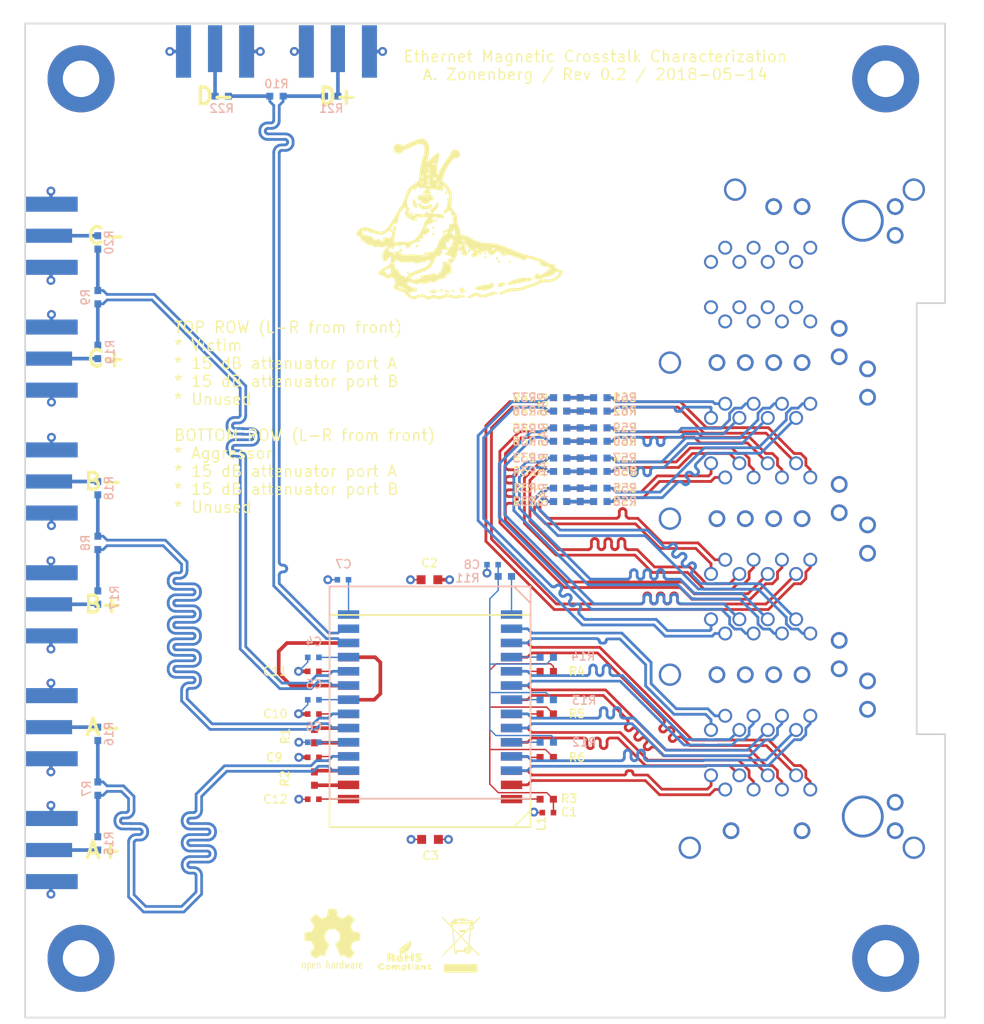
<source format=kicad_pcb>
(kicad_pcb (version 20171130) (host pcbnew "(5.0.0-rc2-dev-442-g8fcdc4f6c)")
  (layers (0 F.Cu signal) (1 In1.Cu signal) (2 In2.Cu signal) (31 B.Cu signal) (34 B.Paste user) (35 F.Paste user) (36 B.SilkS user) (37 F.SilkS user) (38 B.Mask user) (39 F.Mask user) (44 Edge.Cuts user))
  (net 0 "")
  (net 1 /SHLD)
  (net 2 /GND)
  (net 3 "Net-(C1-Pad2)")
  (net 4 /A_P)
  (net 5 /A_N)
  (net 6 /B_N)
  (net 7 /B_P)
  (net 8 /C_P)
  (net 9 /C_N)
  (net 10 /D_N)
  (net 11 /D_P)
  (net 12 "Net-(C8-Pad2)")
  (net 13 "Net-(C5-Pad2)")
  (net 14 "Net-(C12-Pad2)")
  (net 15 "Net-(C11-Pad2)")
  (net 16 "Net-(C10-Pad2)")
  (net 17 "Net-(C9-Pad2)")
  (net 18 "Net-(C7-Pad2)")
  (net 19 "Net-(C6-Pad2)")
  (net 20 "Net-(C4-Pad2)")
  (net 21 "Net-(J1-PadB9)")
  (net 22 "Net-(J1-PadB10)")
  (net 23 "Net-(J1-PadA9)")
  (net 24 "Net-(J1-PadA10)")
  (net 25 "Net-(J1-PadA11)")
  (net 26 "Net-(J1-PadA12)")
  (net 27 "Net-(J1-PadB11)")
  (net 28 "Net-(J1-PadB12)")
  (net 29 "Net-(MH2-Pad1)")
  (net 30 "Net-(MH3-Pad1)")
  (net 31 "Net-(MH4-Pad1)")
  (net 32 "Net-(MH1-Pad1)")
  (net 33 /AGG_D_N)
  (net 34 /AGG_D_P)
  (net 35 /AGG_C_N)
  (net 36 /AGG_C_P)
  (net 37 /AGG_B_N)
  (net 38 /AGG_B_P)
  (net 39 /AGG_A_N)
  (net 40 /AGG_A_P)
  (net 41 /VIC_D_N)
  (net 42 /VIC_D_P)
  (net 43 /VIC_C_N)
  (net 44 /VIC_C_P)
  (net 45 /VIC_B_N)
  (net 46 /VIC_B_P)
  (net 47 /VIC_A_N)
  (net 48 /VIC_A_P)
  (net 49 "Net-(J6-Pad1)")
  (net 50 "Net-(J2-Pad1)")
  (net 51 "Net-(J3-Pad1)")
  (net 52 "Net-(J4-Pad1)")
  (net 53 "Net-(J5-Pad1)")
  (net 54 "Net-(J7-Pad1)")
  (net 55 "Net-(J8-Pad1)")
  (net 56 "Net-(J9-Pad1)")
  (net 57 /A2X_C_P)
  (net 58 /A2Y_C_P)
  (net 59 /A2Y_D_P)
  (net 60 /A2X_D_P)
  (net 61 /A2X_C_N)
  (net 62 /A2Y_C_N)
  (net 63 /A2Y_A_P)
  (net 64 /A2Y_A_N)
  (net 65 /A2Y_B_N)
  (net 66 /A2Y_B_P)
  (net 67 /A2Y_D_N)
  (net 68 /A1Y_A_P)
  (net 69 /A1X_A_P)
  (net 70 /A1X_A_N)
  (net 71 /A1Y_A_N)
  (net 72 /A1Y_D_P)
  (net 73 /A1Y_D_N)
  (net 74 /A1X_C_P)
  (net 75 /A1Y_C_P)
  (net 76 /A2_A_N)
  (net 77 /A1Y_C_N)
  (net 78 /A1Y_B_P)
  (net 79 /A1Y_B_N)
  (net 80 /A2_D_N)
  (net 81 /A2_D_P)
  (net 82 /A2_C_N)
  (net 83 /A2_C_P)
  (net 84 /A2_B_N)
  (net 85 /A2_B_P)
  (net 86 /A2X_D_N)
  (net 87 /A2_A_P)
  (net 88 /A1_D_N)
  (net 89 /A1_D_P)
  (net 90 /A1_C_N)
  (net 91 /A1_B_N)
  (net 92 /A1_C_P)
  (net 93 /A1X_B_N)
  (net 94 /A1X_C_N)
  (net 95 /A1X_D_P)
  (net 96 /A1X_D_N)
  (net 97 /A2X_A_P)
  (net 98 /A2X_A_N)
  (net 99 /A2X_B_P)
  (net 100 /A2X_B_N)
  (net 101 /A1X_B_P)
  (net 102 /A1_A_P)
  (net 103 /A1_A_N)
  (net 104 /A1_B_P)
  (net 105 "Net-(J1-PadC9)")
  (net 106 "Net-(J1-PadC10)")
  (net 107 "Net-(J1-PadD9)")
  (net 108 "Net-(J1-PadD10)")
  (net 109 "Net-(J1-PadF9)")
  (net 110 "Net-(J1-PadD12)")
  (net 111 "Net-(J1-PadD11)")
  (net 112 "Net-(J1-PadF10)")
  (net 113 "Net-(J1-PadF12)")
  (net 114 "Net-(J1-PadF11)")
  (net 115 "Net-(J1-PadC11)")
  (net 116 "Net-(J1-PadE10)")
  (net 117 "Net-(J1-PadC12)")
  (net 118 "Net-(J1-PadE9)")
  (net 119 "Net-(J1-PadE11)")
  (net 120 "Net-(J1-PadE12)")
  (net 121 "Net-(L1-Pad1)")
  (net 122 "Net-(L1-Pad14)")
  (net 123 "Net-(L1-Pad13)")
  (net 124 "Net-(L1-Pad4)")
  (net 125 "Net-(L1-Pad7)")
  (net 126 "Net-(L1-Pad10)")
  (net 127 "Net-(L2-Pad1)")
  (net 128 "Net-(L2-Pad4)")
  (net 129 "Net-(L2-Pad7)")
  (net 130 "Net-(L2-Pad10)")
  (net 131 "Net-(L1-Pad20)")
  (net 132 "Net-(L1-Pad19)")
  (net 133 "Net-(L1-Pad22)")
  (net 134 "Net-(L1-Pad23)")
  (module azonenberg_pcb:EIA_0402_CAP_NOSILK (layer B.Cu) (at 193.45 70.8)
    (fp_text reference C7 (at 0.05 -1.4) (layer B.SilkS) (effects (font (size 0.75 0.75) (thickness 0.125)) (justify mirror)))
    (fp_text value "0.1 uF" hide)
    (pad 1 smd rect (at -0.5 0) (size 0.5 0.5) (layers B.Cu B.Paste B.Mask) (net 2 /GND))
    (pad 2 smd rect (at 0.5 0) (size 0.5 0.5) (layers B.Cu B.Paste B.Mask) (net 18 "Net-(C7-Pad2)"))
  )
  (module azonenberg_pcb:EIA_0402_CAP_NOSILK (layer B.Cu) (at 190.8 77.75)
    (fp_text reference C4 (at 0.05 -1.4) (layer B.SilkS) (effects (font (size 0.75 0.75) (thickness 0.125)) (justify mirror)))
    (fp_text value "0.1 uF" hide)
    (pad 1 smd rect (at -0.5 0) (size 0.5 0.5) (layers B.Cu B.Paste B.Mask) (net 2 /GND))
    (pad 2 smd rect (at 0.5 0) (size 0.5 0.5) (layers B.Cu B.Paste B.Mask) (net 20 "Net-(C4-Pad2)"))
  )
  (module azonenberg_pcb:EIA_0402_RES_NOSILK (layer B.Cu) (at 171.5 67.5 270)
    (fp_text reference R8 (at 0 1.1 270) (layer B.SilkS) (effects (font (size 0.75 0.75) (thickness 0.125)) (justify mirror)))
    (fp_text value 100 hide)
    (pad 2 smd rect (at 0.597 0 270) (size 0.635 0.61) (layers B.Cu B.Paste B.Mask) (net 7 /B_P))
    (pad 1 smd rect (at -0.597 0 270) (size 0.635 0.61) (layers B.Cu B.Paste B.Mask) (net 6 /B_N))
  )
  (module azonenberg_pcb:BOURNS_PT61020EL (layer B.Cu) (at 201.25 80.9 270)
    (fp_text reference L2 hide)
    (fp_text value BOURNS_PT6120EL)
    (pad 24 smd rect (at -6.985 7.3 270) (size 0.76 1.91) (layers B.Cu B.Paste B.Mask) (net 18 "Net-(C7-Pad2)"))
    (pad 23 smd rect (at -5.715 7.3 270) (size 0.76 1.91) (layers B.Cu B.Paste B.Mask) (net 11 /D_P))
    (pad 22 smd rect (at -4.445 7.3 270) (size 0.76 1.91) (layers B.Cu B.Paste B.Mask) (net 10 /D_N))
    (pad 21 smd rect (at -3.175 7.3 270) (size 0.76 1.91) (layers B.Cu B.Paste B.Mask) (net 20 "Net-(C4-Pad2)"))
    (pad 20 smd rect (at -1.905 7.3 270) (size 0.76 1.91) (layers B.Cu B.Paste B.Mask) (net 9 /C_N))
    (pad 19 smd rect (at -0.635 7.3 270) (size 0.76 1.91) (layers B.Cu B.Paste B.Mask) (net 8 /C_P))
    (pad 18 smd rect (at 0.635 7.3 270) (size 0.76 1.91) (layers B.Cu B.Paste B.Mask) (net 13 "Net-(C5-Pad2)"))
    (pad 17 smd rect (at 1.905 7.3 270) (size 0.76 1.91) (layers B.Cu B.Paste B.Mask) (net 6 /B_N))
    (pad 16 smd rect (at 3.175 7.3 270) (size 0.76 1.91) (layers B.Cu B.Paste B.Mask) (net 7 /B_P))
    (pad 15 smd rect (at 4.445 7.3 270) (size 0.76 1.91) (layers B.Cu B.Paste B.Mask) (net 19 "Net-(C6-Pad2)"))
    (pad 14 smd rect (at 5.715 7.3 270) (size 0.76 1.91) (layers B.Cu B.Paste B.Mask) (net 5 /A_N))
    (pad 13 smd rect (at 6.985 7.3 270) (size 0.76 1.91) (layers B.Cu B.Paste B.Mask) (net 4 /A_P))
    (pad 12 smd rect (at 6.985 -7.3 270) (size 0.76 1.91) (layers B.Cu B.Paste B.Mask) (net 48 /VIC_A_P))
    (pad 11 smd rect (at 5.715 -7.3 270) (size 0.76 1.91) (layers B.Cu B.Paste B.Mask) (net 47 /VIC_A_N))
    (pad 10 smd rect (at 4.445 -7.3 270) (size 0.76 1.91) (layers B.Cu B.Paste B.Mask) (net 130 "Net-(L2-Pad10)"))
    (pad 9 smd rect (at 3.175 -7.3 270) (size 0.76 1.91) (layers B.Cu B.Paste B.Mask) (net 46 /VIC_B_P))
    (pad 8 smd rect (at 1.905 -7.3 270) (size 0.76 1.91) (layers B.Cu B.Paste B.Mask) (net 45 /VIC_B_N))
    (pad 7 smd rect (at 0.635 -7.3 270) (size 0.76 1.91) (layers B.Cu B.Paste B.Mask) (net 129 "Net-(L2-Pad7)"))
    (pad 6 smd rect (at -0.635 -7.3 270) (size 0.76 1.91) (layers B.Cu B.Paste B.Mask) (net 44 /VIC_C_P))
    (pad 5 smd rect (at -1.905 -7.3 270) (size 0.76 1.91) (layers B.Cu B.Paste B.Mask) (net 43 /VIC_C_N))
    (pad 4 smd rect (at -3.175 -7.3 270) (size 0.76 1.91) (layers B.Cu B.Paste B.Mask) (net 128 "Net-(L2-Pad4)"))
    (pad 3 smd rect (at -4.445 -7.3 270) (size 0.76 1.91) (layers B.Cu B.Paste B.Mask) (net 41 /VIC_D_N))
    (pad 2 smd rect (at -5.715 -7.3 270) (size 0.76 1.91) (layers B.Cu B.Paste B.Mask) (net 42 /VIC_D_P))
    (pad 1 smd rect (at -6.985 -7.3 270) (size 0.76 1.91) (layers B.Cu B.Paste B.Mask) (net 127 "Net-(L2-Pad1)"))
  )
  (module azonenberg_pcb:BOURNS_PT61020EL (layer F.Cu) (at 201.25 83.45 90)
    (fp_text reference L1 (at -9.2 9.95 90) (layer F.SilkS) (effects (font (size 0.75 0.75) (thickness 0.125))))
    (fp_text value BOURNS_PT6120EL)
    (pad 24 smd rect (at -6.985 -7.3 90) (size 0.76 1.91) (layers F.Cu F.Paste F.Mask) (net 14 "Net-(C12-Pad2)"))
    (pad 23 smd rect (at -5.715 -7.3 90) (size 0.76 1.91) (layers F.Cu F.Paste F.Mask) (net 134 "Net-(L1-Pad23)"))
    (pad 22 smd rect (at -4.445 -7.3 90) (size 0.76 1.91) (layers F.Cu F.Paste F.Mask) (net 133 "Net-(L1-Pad22)"))
    (pad 21 smd rect (at -3.175 -7.3 90) (size 0.76 1.91) (layers F.Cu F.Paste F.Mask) (net 17 "Net-(C9-Pad2)"))
    (pad 20 smd rect (at -1.905 -7.3 90) (size 0.76 1.91) (layers F.Cu F.Paste F.Mask) (net 131 "Net-(L1-Pad20)"))
    (pad 19 smd rect (at -0.635 -7.3 90) (size 0.76 1.91) (layers F.Cu F.Paste F.Mask) (net 132 "Net-(L1-Pad19)"))
    (pad 18 smd rect (at 0.635 -7.3 90) (size 0.76 1.91) (layers F.Cu F.Paste F.Mask) (net 16 "Net-(C10-Pad2)"))
    (pad 17 smd rect (at 1.905 -7.3 90) (size 0.76 1.91) (layers F.Cu F.Paste F.Mask) (net 122 "Net-(L1-Pad14)"))
    (pad 16 smd rect (at 3.175 -7.3 90) (size 0.76 1.91) (layers F.Cu F.Paste F.Mask) (net 123 "Net-(L1-Pad13)"))
    (pad 15 smd rect (at 4.445 -7.3 90) (size 0.76 1.91) (layers F.Cu F.Paste F.Mask) (net 15 "Net-(C11-Pad2)"))
    (pad 14 smd rect (at 5.715 -7.3 90) (size 0.76 1.91) (layers F.Cu F.Paste F.Mask) (net 122 "Net-(L1-Pad14)"))
    (pad 13 smd rect (at 6.985 -7.3 90) (size 0.76 1.91) (layers F.Cu F.Paste F.Mask) (net 123 "Net-(L1-Pad13)"))
    (pad 12 smd rect (at 6.985 7.3 90) (size 0.76 1.91) (layers F.Cu F.Paste F.Mask) (net 40 /AGG_A_P))
    (pad 11 smd rect (at 5.715 7.3 90) (size 0.76 1.91) (layers F.Cu F.Paste F.Mask) (net 39 /AGG_A_N))
    (pad 10 smd rect (at 4.445 7.3 90) (size 0.76 1.91) (layers F.Cu F.Paste F.Mask) (net 126 "Net-(L1-Pad10)"))
    (pad 9 smd rect (at 3.175 7.3 90) (size 0.76 1.91) (layers F.Cu F.Paste F.Mask) (net 38 /AGG_B_P))
    (pad 8 smd rect (at 1.905 7.3 90) (size 0.76 1.91) (layers F.Cu F.Paste F.Mask) (net 37 /AGG_B_N))
    (pad 7 smd rect (at 0.635 7.3 90) (size 0.76 1.91) (layers F.Cu F.Paste F.Mask) (net 125 "Net-(L1-Pad7)"))
    (pad 6 smd rect (at -0.635 7.3 90) (size 0.76 1.91) (layers F.Cu F.Paste F.Mask) (net 36 /AGG_C_P))
    (pad 5 smd rect (at -1.905 7.3 90) (size 0.76 1.91) (layers F.Cu F.Paste F.Mask) (net 35 /AGG_C_N))
    (pad 4 smd rect (at -3.175 7.3 90) (size 0.76 1.91) (layers F.Cu F.Paste F.Mask) (net 124 "Net-(L1-Pad4)"))
    (pad 3 smd rect (at -4.445 7.3 90) (size 0.76 1.91) (layers F.Cu F.Paste F.Mask) (net 33 /AGG_D_N))
    (pad 2 smd rect (at -5.715 7.3 90) (size 0.76 1.91) (layers F.Cu F.Paste F.Mask) (net 34 /AGG_D_P))
    (pad 1 smd rect (at -6.985 7.3 90) (size 0.76 1.91) (layers F.Cu F.Paste F.Mask) (net 121 "Net-(L1-Pad1)"))
  )
  (module azonenberg_pcb:EIA_0402_RES_NOSILK (layer F.Cu) (at 216.5 57.2)
    (fp_text reference R25 (at 2.2 0) (layer F.SilkS) (effects (font (size 0.75 0.75) (thickness 0.125))))
    (fp_text value 34.8 hide)
    (pad 2 smd rect (at 0.597 0) (size 0.635 0.61) (layers F.Cu F.Paste F.Mask) (net 104 /A1_B_P))
    (pad 1 smd rect (at -0.597 0) (size 0.635 0.61) (layers F.Cu F.Paste F.Mask) (net 78 /A1Y_B_P))
  )
  (module azonenberg_pcb:EIA_0402_RES_NOSILK (layer F.Cu) (at 216.5 55.7)
    (fp_text reference R24 (at 2.2 0) (layer F.SilkS) (effects (font (size 0.75 0.75) (thickness 0.125))))
    (fp_text value 34.8 hide)
    (pad 1 smd rect (at -0.597 0) (size 0.635 0.61) (layers F.Cu F.Paste F.Mask) (net 71 /A1Y_A_N))
    (pad 2 smd rect (at 0.597 0) (size 0.635 0.61) (layers F.Cu F.Paste F.Mask) (net 103 /A1_A_N))
  )
  (module azonenberg_pcb:EIA_0402_RES_NOSILK (layer F.Cu) (at 216.5 54.5)
    (fp_text reference R23 (at 2.2 0) (layer F.SilkS) (effects (font (size 0.75 0.75) (thickness 0.125))))
    (fp_text value 34.8 hide)
    (pad 2 smd rect (at 0.597 0) (size 0.635 0.61) (layers F.Cu F.Paste F.Mask) (net 102 /A1_A_P))
    (pad 1 smd rect (at -0.597 0) (size 0.635 0.61) (layers F.Cu F.Paste F.Mask) (net 68 /A1Y_A_P))
  )
  (module azonenberg_pcb:EIA_0402_RES_NOSILK (layer F.Cu) (at 212.9 57.2)
    (fp_text reference R49 (at -3.2 0) (layer F.SilkS) (effects (font (size 0.75 0.75) (thickness 0.125))))
    (fp_text value 34.8 hide)
    (pad 1 smd rect (at -0.597 0) (size 0.635 0.61) (layers F.Cu F.Paste F.Mask) (net 101 /A1X_B_P))
    (pad 2 smd rect (at 0.597 0) (size 0.635 0.61) (layers F.Cu F.Paste F.Mask) (net 78 /A1Y_B_P))
  )
  (module azonenberg_pcb:EIA_0402_RES_NOSILK (layer B.Cu) (at 216.5 61.1 180)
    (fp_text reference R58 (at -2.2 0 180) (layer B.SilkS) (effects (font (size 0.75 0.75) (thickness 0.125)) (justify mirror)))
    (fp_text value 34.8 hide)
    (pad 2 smd rect (at 0.597 0 180) (size 0.635 0.61) (layers B.Cu B.Paste B.Mask) (net 65 /A2Y_B_N))
    (pad 1 smd rect (at -0.597 0 180) (size 0.635 0.61) (layers B.Cu B.Paste B.Mask) (net 100 /A2X_B_N))
  )
  (module azonenberg_pcb:EIA_0402_RES_NOSILK (layer B.Cu) (at 216.5 59.9 180)
    (fp_text reference R57 (at -2.2 0 180) (layer B.SilkS) (effects (font (size 0.75 0.75) (thickness 0.125)) (justify mirror)))
    (fp_text value 34.8 hide)
    (pad 1 smd rect (at -0.597 0 180) (size 0.635 0.61) (layers B.Cu B.Paste B.Mask) (net 99 /A2X_B_P))
    (pad 2 smd rect (at 0.597 0 180) (size 0.635 0.61) (layers B.Cu B.Paste B.Mask) (net 66 /A2Y_B_P))
  )
  (module azonenberg_pcb:EIA_0402_RES_NOSILK (layer B.Cu) (at 216.5 63.8 180)
    (fp_text reference R56 (at -2.2 0 180) (layer B.SilkS) (effects (font (size 0.75 0.75) (thickness 0.125)) (justify mirror)))
    (fp_text value 34.8 hide)
    (pad 2 smd rect (at 0.597 0 180) (size 0.635 0.61) (layers B.Cu B.Paste B.Mask) (net 64 /A2Y_A_N))
    (pad 1 smd rect (at -0.597 0 180) (size 0.635 0.61) (layers B.Cu B.Paste B.Mask) (net 98 /A2X_A_N))
  )
  (module azonenberg_pcb:EIA_0402_RES_NOSILK (layer B.Cu) (at 216.5 62.6 180)
    (fp_text reference R55 (at -2.2 0 180) (layer B.SilkS) (effects (font (size 0.75 0.75) (thickness 0.125)) (justify mirror)))
    (fp_text value 34.8 hide)
    (pad 1 smd rect (at -0.597 0 180) (size 0.635 0.61) (layers B.Cu B.Paste B.Mask) (net 97 /A2X_A_P))
    (pad 2 smd rect (at 0.597 0 180) (size 0.635 0.61) (layers B.Cu B.Paste B.Mask) (net 63 /A2Y_A_P))
  )
  (module azonenberg_pcb:EIA_0402_RES_NOSILK (layer F.Cu) (at 212.9 62.6)
    (fp_text reference R54 (at -3.1 0) (layer F.SilkS) (effects (font (size 0.75 0.75) (thickness 0.125))))
    (fp_text value 34.8 hide)
    (pad 2 smd rect (at 0.597 0) (size 0.635 0.61) (layers F.Cu F.Paste F.Mask) (net 73 /A1Y_D_N))
    (pad 1 smd rect (at -0.597 0) (size 0.635 0.61) (layers F.Cu F.Paste F.Mask) (net 96 /A1X_D_N))
  )
  (module azonenberg_pcb:EIA_0402_RES_NOSILK (layer F.Cu) (at 212.9 63.8)
    (fp_text reference R53 (at -3.15 0) (layer F.SilkS) (effects (font (size 0.75 0.75) (thickness 0.125))))
    (fp_text value 34.8 hide)
    (pad 1 smd rect (at -0.597 0) (size 0.635 0.61) (layers F.Cu F.Paste F.Mask) (net 95 /A1X_D_P))
    (pad 2 smd rect (at 0.597 0) (size 0.635 0.61) (layers F.Cu F.Paste F.Mask) (net 72 /A1Y_D_P))
  )
  (module azonenberg_pcb:EIA_0402_RES_NOSILK (layer F.Cu) (at 212.9 61.1)
    (fp_text reference R52 (at -3.15 0) (layer F.SilkS) (effects (font (size 0.75 0.75) (thickness 0.125))))
    (fp_text value 34.8 hide)
    (pad 2 smd rect (at 0.597 0) (size 0.635 0.61) (layers F.Cu F.Paste F.Mask) (net 77 /A1Y_C_N))
    (pad 1 smd rect (at -0.597 0) (size 0.635 0.61) (layers F.Cu F.Paste F.Mask) (net 94 /A1X_C_N))
  )
  (module azonenberg_pcb:EIA_0402_RES_NOSILK (layer F.Cu) (at 212.9 58.4)
    (fp_text reference R50 (at -3.2 0) (layer F.SilkS) (effects (font (size 0.75 0.75) (thickness 0.125))))
    (fp_text value 34.8 hide)
    (pad 1 smd rect (at -0.597 0) (size 0.635 0.61) (layers F.Cu F.Paste F.Mask) (net 93 /A1X_B_N))
    (pad 2 smd rect (at 0.597 0) (size 0.635 0.61) (layers F.Cu F.Paste F.Mask) (net 79 /A1Y_B_N))
  )
  (module azonenberg_pcb:EIA_0402_RES_NOSILK (layer F.Cu) (at 216.5 59.9)
    (fp_text reference R27 (at 2.2 0) (layer F.SilkS) (effects (font (size 0.75 0.75) (thickness 0.125))))
    (fp_text value 34.8 hide)
    (pad 2 smd rect (at 0.597 0) (size 0.635 0.61) (layers F.Cu F.Paste F.Mask) (net 92 /A1_C_P))
    (pad 1 smd rect (at -0.597 0) (size 0.635 0.61) (layers F.Cu F.Paste F.Mask) (net 75 /A1Y_C_P))
  )
  (module azonenberg_pcb:EIA_0402_RES_NOSILK (layer F.Cu) (at 216.5 58.4)
    (fp_text reference R26 (at 2.2 0) (layer F.SilkS) (effects (font (size 0.75 0.75) (thickness 0.125))))
    (fp_text value 34.8 hide)
    (pad 1 smd rect (at -0.597 0) (size 0.635 0.61) (layers F.Cu F.Paste F.Mask) (net 79 /A1Y_B_N))
    (pad 2 smd rect (at 0.597 0) (size 0.635 0.61) (layers F.Cu F.Paste F.Mask) (net 91 /A1_B_N))
  )
  (module azonenberg_pcb:EIA_0402_RES_NOSILK (layer F.Cu) (at 216.5 61.1)
    (fp_text reference R28 (at 2.25 0) (layer F.SilkS) (effects (font (size 0.75 0.75) (thickness 0.125))))
    (fp_text value 34.8 hide)
    (pad 2 smd rect (at 0.597 0) (size 0.635 0.61) (layers F.Cu F.Paste F.Mask) (net 90 /A1_C_N))
    (pad 1 smd rect (at -0.597 0) (size 0.635 0.61) (layers F.Cu F.Paste F.Mask) (net 77 /A1Y_C_N))
  )
  (module azonenberg_pcb:EIA_0402_RES_NOSILK (layer F.Cu) (at 216.5 63.8)
    (fp_text reference R29 (at 2.2 0) (layer F.SilkS) (effects (font (size 0.75 0.75) (thickness 0.125))))
    (fp_text value 34.8 hide)
    (pad 1 smd rect (at -0.597 0) (size 0.635 0.61) (layers F.Cu F.Paste F.Mask) (net 72 /A1Y_D_P))
    (pad 2 smd rect (at 0.597 0) (size 0.635 0.61) (layers F.Cu F.Paste F.Mask) (net 89 /A1_D_P))
  )
  (module azonenberg_pcb:EIA_0402_RES_NOSILK (layer F.Cu) (at 216.5 62.6)
    (fp_text reference R30 (at 2.25 0) (layer F.SilkS) (effects (font (size 0.75 0.75) (thickness 0.125))))
    (fp_text value 34.8 hide)
    (pad 2 smd rect (at 0.597 0) (size 0.635 0.61) (layers F.Cu F.Paste F.Mask) (net 88 /A1_D_N))
    (pad 1 smd rect (at -0.597 0) (size 0.635 0.61) (layers F.Cu F.Paste F.Mask) (net 73 /A1Y_D_N))
  )
  (module azonenberg_pcb:EIA_0402_RES_NOSILK (layer B.Cu) (at 212.9 62.6 180)
    (fp_text reference R31 (at 3.2 0 180) (layer B.SilkS) (effects (font (size 0.75 0.75) (thickness 0.125)) (justify mirror)))
    (fp_text value 34.8 hide)
    (pad 1 smd rect (at -0.597 0 180) (size 0.635 0.61) (layers B.Cu B.Paste B.Mask) (net 63 /A2Y_A_P))
    (pad 2 smd rect (at 0.597 0 180) (size 0.635 0.61) (layers B.Cu B.Paste B.Mask) (net 87 /A2_A_P))
  )
  (module azonenberg_pcb:EIA_0402_RES_NOSILK (layer B.Cu) (at 216.5 55.7 180)
    (fp_text reference R62 (at -2.2 0 180) (layer B.SilkS) (effects (font (size 0.75 0.75) (thickness 0.125)) (justify mirror)))
    (fp_text value 34.8 hide)
    (pad 2 smd rect (at 0.597 0 180) (size 0.635 0.61) (layers B.Cu B.Paste B.Mask) (net 67 /A2Y_D_N))
    (pad 1 smd rect (at -0.597 0 180) (size 0.635 0.61) (layers B.Cu B.Paste B.Mask) (net 86 /A2X_D_N))
  )
  (module azonenberg_pcb:EIA_0402_RES_NOSILK (layer B.Cu) (at 212.9 59.9 180)
    (fp_text reference R33 (at 3.2 0 180) (layer B.SilkS) (effects (font (size 0.75 0.75) (thickness 0.125)) (justify mirror)))
    (fp_text value 34.8 hide)
    (pad 1 smd rect (at -0.597 0 180) (size 0.635 0.61) (layers B.Cu B.Paste B.Mask) (net 66 /A2Y_B_P))
    (pad 2 smd rect (at 0.597 0 180) (size 0.635 0.61) (layers B.Cu B.Paste B.Mask) (net 85 /A2_B_P))
  )
  (module azonenberg_pcb:EIA_0402_RES_NOSILK (layer B.Cu) (at 212.9 61.1 180)
    (fp_text reference R34 (at 3.2 0 180) (layer B.SilkS) (effects (font (size 0.75 0.75) (thickness 0.125)) (justify mirror)))
    (fp_text value 34.8 hide)
    (pad 2 smd rect (at 0.597 0 180) (size 0.635 0.61) (layers B.Cu B.Paste B.Mask) (net 84 /A2_B_N))
    (pad 1 smd rect (at -0.597 0 180) (size 0.635 0.61) (layers B.Cu B.Paste B.Mask) (net 65 /A2Y_B_N))
  )
  (module azonenberg_pcb:EIA_0402_RES_NOSILK (layer B.Cu) (at 212.9 57.2 180)
    (fp_text reference R35 (at 3.2 -0.1 180) (layer B.SilkS) (effects (font (size 0.75 0.75) (thickness 0.125)) (justify mirror)))
    (fp_text value 34.8 hide)
    (pad 1 smd rect (at -0.597 0 180) (size 0.635 0.61) (layers B.Cu B.Paste B.Mask) (net 58 /A2Y_C_P))
    (pad 2 smd rect (at 0.597 0 180) (size 0.635 0.61) (layers B.Cu B.Paste B.Mask) (net 83 /A2_C_P))
  )
  (module azonenberg_pcb:EIA_0402_RES_NOSILK (layer B.Cu) (at 212.9 58.4 180)
    (fp_text reference R36 (at 3.2 0 180) (layer B.SilkS) (effects (font (size 0.75 0.75) (thickness 0.125)) (justify mirror)))
    (fp_text value 34.8 hide)
    (pad 2 smd rect (at 0.597 0 180) (size 0.635 0.61) (layers B.Cu B.Paste B.Mask) (net 82 /A2_C_N))
    (pad 1 smd rect (at -0.597 0 180) (size 0.635 0.61) (layers B.Cu B.Paste B.Mask) (net 62 /A2Y_C_N))
  )
  (module azonenberg_pcb:EIA_0402_RES_NOSILK (layer B.Cu) (at 212.9 54.5 180)
    (fp_text reference R37 (at 3.2 0 180) (layer B.SilkS) (effects (font (size 0.75 0.75) (thickness 0.125)) (justify mirror)))
    (fp_text value 34.8 hide)
    (pad 1 smd rect (at -0.597 0 180) (size 0.635 0.61) (layers B.Cu B.Paste B.Mask) (net 59 /A2Y_D_P))
    (pad 2 smd rect (at 0.597 0 180) (size 0.635 0.61) (layers B.Cu B.Paste B.Mask) (net 81 /A2_D_P))
  )
  (module azonenberg_pcb:EIA_0402_RES_NOSILK (layer B.Cu) (at 212.9 55.7 180)
    (fp_text reference R38 (at 3.2 0 180) (layer B.SilkS) (effects (font (size 0.75 0.75) (thickness 0.125)) (justify mirror)))
    (fp_text value 34.8 hide)
    (pad 2 smd rect (at 0.597 0 180) (size 0.635 0.61) (layers B.Cu B.Paste B.Mask) (net 80 /A2_D_N))
    (pad 1 smd rect (at -0.597 0 180) (size 0.635 0.61) (layers B.Cu B.Paste B.Mask) (net 67 /A2Y_D_N))
  )
  (module azonenberg_pcb:EIA_0402_RES_NOSILK (layer F.Cu) (at 214.7 55.103 90)
    (fp_text reference R39 (at 0.003 -3.3 90) (layer F.SilkS) (effects (font (size 0.75 0.75) (thickness 0.125))))
    (fp_text value 36.5 hide)
    (pad 1 smd rect (at -0.597 0 90) (size 0.635 0.61) (layers F.Cu F.Paste F.Mask) (net 71 /A1Y_A_N))
    (pad 2 smd rect (at 0.597 0 90) (size 0.635 0.61) (layers F.Cu F.Paste F.Mask) (net 68 /A1Y_A_P))
  )
  (module azonenberg_pcb:EIA_0402_RES_NOSILK (layer F.Cu) (at 214.7 57.8 90)
    (fp_text reference R40 (at 0 -3.3 90) (layer F.SilkS) (effects (font (size 0.75 0.75) (thickness 0.125))))
    (fp_text value 36.5 hide)
    (pad 2 smd rect (at 0.597 0 90) (size 0.635 0.61) (layers F.Cu F.Paste F.Mask) (net 78 /A1Y_B_P))
    (pad 1 smd rect (at -0.597 0 90) (size 0.635 0.61) (layers F.Cu F.Paste F.Mask) (net 79 /A1Y_B_N))
  )
  (module azonenberg_pcb:EIA_0402_RES_NOSILK (layer F.Cu) (at 214.7 60.5 90)
    (fp_text reference R41 (at -0.003 -3.3 90) (layer F.SilkS) (effects (font (size 0.75 0.75) (thickness 0.125))))
    (fp_text value 36.5 hide)
    (pad 1 smd rect (at -0.597 0 90) (size 0.635 0.61) (layers F.Cu F.Paste F.Mask) (net 77 /A1Y_C_N))
    (pad 2 smd rect (at 0.597 0 90) (size 0.635 0.61) (layers F.Cu F.Paste F.Mask) (net 75 /A1Y_C_P))
  )
  (module azonenberg_pcb:EIA_0402_RES_NOSILK (layer B.Cu) (at 212.9 63.8 180)
    (fp_text reference R32 (at 3.2 0 180) (layer B.SilkS) (effects (font (size 0.75 0.75) (thickness 0.125)) (justify mirror)))
    (fp_text value 34.8 hide)
    (pad 2 smd rect (at 0.597 0 180) (size 0.635 0.61) (layers B.Cu B.Paste B.Mask) (net 76 /A2_A_N))
    (pad 1 smd rect (at -0.597 0 180) (size 0.635 0.61) (layers B.Cu B.Paste B.Mask) (net 64 /A2Y_A_N))
  )
  (module azonenberg_pcb:EIA_0402_RES_NOSILK (layer F.Cu) (at 212.9 59.9)
    (fp_text reference R51 (at -3.15 0) (layer F.SilkS) (effects (font (size 0.75 0.75) (thickness 0.125))))
    (fp_text value 34.8 hide)
    (pad 1 smd rect (at -0.597 0) (size 0.635 0.61) (layers F.Cu F.Paste F.Mask) (net 74 /A1X_C_P))
    (pad 2 smd rect (at 0.597 0) (size 0.635 0.61) (layers F.Cu F.Paste F.Mask) (net 75 /A1Y_C_P))
  )
  (module azonenberg_pcb:EIA_0402_RES_NOSILK (layer F.Cu) (at 214.7 63.2 270)
    (fp_text reference R42 (at 0 3.4 270) (layer F.SilkS) (effects (font (size 0.75 0.75) (thickness 0.125))))
    (fp_text value 36.5 hide)
    (pad 2 smd rect (at 0.597 0 270) (size 0.635 0.61) (layers F.Cu F.Paste F.Mask) (net 72 /A1Y_D_P))
    (pad 1 smd rect (at -0.597 0 270) (size 0.635 0.61) (layers F.Cu F.Paste F.Mask) (net 73 /A1Y_D_N))
  )
  (module azonenberg_pcb:EIA_0402_RES_NOSILK (layer F.Cu) (at 212.9 55.7)
    (fp_text reference R48 (at -3.2 0) (layer F.SilkS) (effects (font (size 0.75 0.75) (thickness 0.125))))
    (fp_text value 34.8 hide)
    (pad 1 smd rect (at -0.597 0) (size 0.635 0.61) (layers F.Cu F.Paste F.Mask) (net 70 /A1X_A_N))
    (pad 2 smd rect (at 0.597 0) (size 0.635 0.61) (layers F.Cu F.Paste F.Mask) (net 71 /A1Y_A_N))
  )
  (module azonenberg_pcb:EIA_0402_RES_NOSILK (layer F.Cu) (at 212.9 54.5)
    (fp_text reference R47 (at -3.2 0) (layer F.SilkS) (effects (font (size 0.75 0.75) (thickness 0.125))))
    (fp_text value 34.8 hide)
    (pad 2 smd rect (at 0.597 0) (size 0.635 0.61) (layers F.Cu F.Paste F.Mask) (net 68 /A1Y_A_P))
    (pad 1 smd rect (at -0.597 0) (size 0.635 0.61) (layers F.Cu F.Paste F.Mask) (net 69 /A1X_A_P))
  )
  (module azonenberg_pcb:EIA_0402_RES_NOSILK (layer B.Cu) (at 214.7 55.1 90)
    (fp_text reference R46 (at 0 -3.4 90) (layer B.SilkS) (effects (font (size 0.75 0.75) (thickness 0.125)) (justify mirror)))
    (fp_text value 36.5 hide)
    (pad 1 smd rect (at -0.597 0 90) (size 0.635 0.61) (layers B.Cu B.Paste B.Mask) (net 67 /A2Y_D_N))
    (pad 2 smd rect (at 0.597 0 90) (size 0.635 0.61) (layers B.Cu B.Paste B.Mask) (net 59 /A2Y_D_P))
  )
  (module azonenberg_pcb:EIA_0402_RES_NOSILK (layer B.Cu) (at 214.7 57.8 90)
    (fp_text reference R45 (at 0 -3.3 90) (layer B.SilkS) (effects (font (size 0.75 0.75) (thickness 0.125)) (justify mirror)))
    (fp_text value 36.5 hide)
    (pad 2 smd rect (at 0.597 0 90) (size 0.635 0.61) (layers B.Cu B.Paste B.Mask) (net 58 /A2Y_C_P))
    (pad 1 smd rect (at -0.597 0 90) (size 0.635 0.61) (layers B.Cu B.Paste B.Mask) (net 62 /A2Y_C_N))
  )
  (module azonenberg_pcb:EIA_0402_RES_NOSILK (layer B.Cu) (at 214.7 60.5 90)
    (fp_text reference R44 (at 0 -3.3 90) (layer B.SilkS) (effects (font (size 0.75 0.75) (thickness 0.125)) (justify mirror)))
    (fp_text value 36.5 hide)
    (pad 1 smd rect (at -0.597 0 90) (size 0.635 0.61) (layers B.Cu B.Paste B.Mask) (net 65 /A2Y_B_N))
    (pad 2 smd rect (at 0.597 0 90) (size 0.635 0.61) (layers B.Cu B.Paste B.Mask) (net 66 /A2Y_B_P))
  )
  (module azonenberg_pcb:EIA_0402_RES_NOSILK (layer B.Cu) (at 214.7 63.2 90)
    (fp_text reference R43 (at -0.003 -3.3 90) (layer B.SilkS) (effects (font (size 0.75 0.75) (thickness 0.125)) (justify mirror)))
    (fp_text value 36.5 hide)
    (pad 2 smd rect (at 0.597 0 90) (size 0.635 0.61) (layers B.Cu B.Paste B.Mask) (net 63 /A2Y_A_P))
    (pad 1 smd rect (at -0.597 0 90) (size 0.635 0.61) (layers B.Cu B.Paste B.Mask) (net 64 /A2Y_A_N))
  )
  (module azonenberg_pcb:EIA_0402_RES_NOSILK (layer B.Cu) (at 216.5 58.4 180)
    (fp_text reference R60 (at -2.2 0 180) (layer B.SilkS) (effects (font (size 0.75 0.75) (thickness 0.125)) (justify mirror)))
    (fp_text value 34.8 hide)
    (pad 1 smd rect (at -0.597 0 180) (size 0.635 0.61) (layers B.Cu B.Paste B.Mask) (net 61 /A2X_C_N))
    (pad 2 smd rect (at 0.597 0 180) (size 0.635 0.61) (layers B.Cu B.Paste B.Mask) (net 62 /A2Y_C_N))
  )
  (module azonenberg_pcb:EIA_0402_RES_NOSILK (layer B.Cu) (at 216.5 54.5 180)
    (fp_text reference R61 (at -2.2 0 180) (layer B.SilkS) (effects (font (size 0.75 0.75) (thickness 0.125)) (justify mirror)))
    (fp_text value 34.8 hide)
    (pad 2 smd rect (at 0.597 0 180) (size 0.635 0.61) (layers B.Cu B.Paste B.Mask) (net 59 /A2Y_D_P))
    (pad 1 smd rect (at -0.597 0 180) (size 0.635 0.61) (layers B.Cu B.Paste B.Mask) (net 60 /A2X_D_P))
  )
  (module azonenberg_pcb:EIA_0402_RES_NOSILK (layer B.Cu) (at 216.5 57.2 180)
    (fp_text reference R59 (at -2.2 0 180) (layer B.SilkS) (effects (font (size 0.75 0.75) (thickness 0.125)) (justify mirror)))
    (fp_text value 34.8 hide)
    (pad 1 smd rect (at -0.597 0 180) (size 0.635 0.61) (layers B.Cu B.Paste B.Mask) (net 57 /A2X_C_P))
    (pad 2 smd rect (at 0.597 0 180) (size 0.635 0.61) (layers B.Cu B.Paste B.Mask) (net 58 /A2Y_C_P))
  )
  (module azonenberg_pcb:EIA_0402_RES_NOSILK (layer B.Cu) (at 182.597 27.5 180)
    (fp_text reference R22 (at 0 -1.1 180) (layer B.SilkS) (effects (font (size 0.75 0.75) (thickness 0.125)) (justify mirror)))
    (fp_text value 953 hide)
    (pad 2 smd rect (at 0.597 0 180) (size 0.635 0.61) (layers B.Cu B.Paste B.Mask) (net 56 "Net-(J9-Pad1)"))
    (pad 1 smd rect (at -0.597 0 180) (size 0.635 0.61) (layers B.Cu B.Paste B.Mask) (net 10 /D_N))
  )
  (module azonenberg_pcb:EIA_0402_RES_NOSILK (layer B.Cu) (at 192.397 27.5)
    (fp_text reference R21 (at 0 1.1) (layer B.SilkS) (effects (font (size 0.75 0.75) (thickness 0.125)) (justify mirror)))
    (fp_text value 953 hide)
    (pad 1 smd rect (at -0.597 0) (size 0.635 0.61) (layers B.Cu B.Paste B.Mask) (net 11 /D_P))
    (pad 2 smd rect (at 0.597 0) (size 0.635 0.61) (layers B.Cu B.Paste B.Mask) (net 55 "Net-(J8-Pad1)"))
  )
  (module azonenberg_pcb:EIA_0402_RES_NOSILK (layer B.Cu) (at 171.5 40.597 90)
    (fp_text reference R20 (at 0 1 90) (layer B.SilkS) (effects (font (size 0.75 0.75) (thickness 0.125)) (justify mirror)))
    (fp_text value 953 hide)
    (pad 2 smd rect (at 0.597 0 90) (size 0.635 0.61) (layers B.Cu B.Paste B.Mask) (net 54 "Net-(J7-Pad1)"))
    (pad 1 smd rect (at -0.597 0 90) (size 0.635 0.61) (layers B.Cu B.Paste B.Mask) (net 9 /C_N))
  )
  (module azonenberg_pcb:EIA_0402_RES_NOSILK (layer B.Cu) (at 171.5 62.6 90)
    (fp_text reference R18 (at 0 1 90) (layer B.SilkS) (effects (font (size 0.75 0.75) (thickness 0.125)) (justify mirror)))
    (fp_text value 953 hide)
    (pad 1 smd rect (at -0.597 0 90) (size 0.635 0.61) (layers B.Cu B.Paste B.Mask) (net 6 /B_N))
    (pad 2 smd rect (at 0.597 0 90) (size 0.635 0.61) (layers B.Cu B.Paste B.Mask) (net 53 "Net-(J5-Pad1)"))
  )
  (module azonenberg_pcb:EIA_0402_RES_NOSILK (layer B.Cu) (at 171.5 72.397 270)
    (fp_text reference R17 (at 0 -1.5 270) (layer B.SilkS) (effects (font (size 0.75 0.75) (thickness 0.125)) (justify mirror)))
    (fp_text value 953 hide)
    (pad 2 smd rect (at 0.597 0 270) (size 0.635 0.61) (layers B.Cu B.Paste B.Mask) (net 52 "Net-(J4-Pad1)"))
    (pad 1 smd rect (at -0.597 0 270) (size 0.635 0.61) (layers B.Cu B.Paste B.Mask) (net 7 /B_P))
  )
  (module azonenberg_pcb:EIA_0402_RES_NOSILK (layer B.Cu) (at 171.5 84.597 90)
    (fp_text reference R16 (at -0.003 1 90) (layer B.SilkS) (effects (font (size 0.75 0.75) (thickness 0.125)) (justify mirror)))
    (fp_text value 953 hide)
    (pad 1 smd rect (at -0.597 0 90) (size 0.635 0.61) (layers B.Cu B.Paste B.Mask) (net 5 /A_N))
    (pad 2 smd rect (at 0.597 0 90) (size 0.635 0.61) (layers B.Cu B.Paste B.Mask) (net 51 "Net-(J3-Pad1)"))
  )
  (module azonenberg_pcb:EIA_0402_RES_NOSILK (layer B.Cu) (at 171.5 94.403 270)
    (fp_text reference R15 (at 0 -1 270) (layer B.SilkS) (effects (font (size 0.75 0.75) (thickness 0.125)) (justify mirror)))
    (fp_text value 953 hide)
    (pad 2 smd rect (at 0.597 0 270) (size 0.635 0.61) (layers B.Cu B.Paste B.Mask) (net 50 "Net-(J2-Pad1)"))
    (pad 1 smd rect (at -0.597 0 270) (size 0.635 0.61) (layers B.Cu B.Paste B.Mask) (net 4 /A_P))
  )
  (module azonenberg_pcb:EIA_0402_RES_NOSILK (layer B.Cu) (at 171.5 50.403 270)
    (fp_text reference R19 (at -0.003 -1.1 270) (layer B.SilkS) (effects (font (size 0.75 0.75) (thickness 0.125)) (justify mirror)))
    (fp_text value 953 hide)
    (pad 1 smd rect (at -0.597 0 270) (size 0.635 0.61) (layers B.Cu B.Paste B.Mask) (net 8 /C_P))
    (pad 2 smd rect (at 0.597 0 270) (size 0.635 0.61) (layers B.Cu B.Paste B.Mask) (net 49 "Net-(J6-Pad1)"))
  )
  (module azonenberg_pcb:MECHANICAL_CLEARANCEHOLE_4_40 (layer F.Cu) (at 242.05 25.95)
    (fp_text reference MH1 hide)
    (fp_text value Conn_01x01)
    (pad 1 thru_hole circle (at 0 0) (size 6 6) (drill 3.27) (layers *.Cu *.Mask) (net 32 "Net-(MH1-Pad1)"))
  )
  (module azonenberg_pcb:MECHANICAL_CLEARANCEHOLE_4_40 (layer F.Cu) (at 242.05 104.7)
    (fp_text reference MH4 hide)
    (fp_text value Conn_01x01)
    (pad 1 thru_hole circle (at 0 0) (size 6 6) (drill 3.27) (layers *.Cu *.Mask) (net 31 "Net-(MH4-Pad1)"))
  )
  (module azonenberg_pcb:MECHANICAL_CLEARANCEHOLE_4_40 (layer F.Cu) (at 170 25.95)
    (fp_text reference MH3 hide)
    (fp_text value Conn_01x01)
    (pad 1 thru_hole circle (at 0 0) (size 6 6) (drill 3.27) (layers *.Cu *.Mask) (net 30 "Net-(MH3-Pad1)"))
  )
  (module azonenberg_pcb:MECHANICAL_CLEARANCEHOLE_4_40 (layer F.Cu) (at 170 104.7)
    (fp_text reference MH2 hide)
    (fp_text value Conn_01x01)
    (pad 1 thru_hole circle (at 0 0) (size 6 6) (drill 3.27) (layers *.Cu *.Mask) (net 29 "Net-(MH2-Pad1)"))
  )
  (module azonenberg_pcb:CONN_SMA_EDGE_SAMTEC_SMA_J_P_H_ST_EM1 (layer B.Cu) (at 165 51 90)
    (fp_text reference J6 hide)
    (fp_text value SMA)
    (pad 2 smd rect (at -2.825 2.35 90) (size 1.35 4.7) (layers B.Cu B.Paste B.Mask) (net 2 /GND))
    (pad 2 smd rect (at 2.825 2.35 90) (size 1.35 4.7) (layers B.Cu B.Paste B.Mask) (net 2 /GND))
    (pad 1 smd rect (at 0 2.1 90) (size 1.27 4.2) (layers B.Cu B.Paste B.Mask) (net 49 "Net-(J6-Pad1)"))
  )
  (module azonenberg_pcb:CONN_SMA_EDGE_SAMTEC_SMA_J_P_H_ST_EM1 (layer B.Cu) (at 165 40 90)
    (fp_text reference J7 hide)
    (fp_text value SMA)
    (pad 1 smd rect (at 0 2.1 90) (size 1.27 4.2) (layers B.Cu B.Paste B.Mask) (net 54 "Net-(J7-Pad1)"))
    (pad 2 smd rect (at 2.825 2.35 90) (size 1.35 4.7) (layers B.Cu B.Paste B.Mask) (net 2 /GND))
    (pad 2 smd rect (at -2.825 2.35 90) (size 1.35 4.7) (layers B.Cu B.Paste B.Mask) (net 2 /GND))
  )
  (module azonenberg_pcb:CONN_SMA_EDGE_SAMTEC_SMA_J_P_H_ST_EM1 (layer B.Cu) (at 193 21.15)
    (fp_text reference J8 hide)
    (fp_text value SMA)
    (pad 2 smd rect (at -2.825 2.35) (size 1.35 4.7) (layers B.Cu B.Paste B.Mask) (net 2 /GND))
    (pad 2 smd rect (at 2.825 2.35) (size 1.35 4.7) (layers B.Cu B.Paste B.Mask) (net 2 /GND))
    (pad 1 smd rect (at 0 2.1) (size 1.27 4.2) (layers B.Cu B.Paste B.Mask) (net 55 "Net-(J8-Pad1)"))
  )
  (module azonenberg_pcb:CONN_SMA_EDGE_SAMTEC_SMA_J_P_H_ST_EM1 (layer B.Cu) (at 182 21.15)
    (fp_text reference J9 hide)
    (fp_text value SMA)
    (pad 1 smd rect (at 0 2.1) (size 1.27 4.2) (layers B.Cu B.Paste B.Mask) (net 56 "Net-(J9-Pad1)"))
    (pad 2 smd rect (at 2.825 2.35) (size 1.35 4.7) (layers B.Cu B.Paste B.Mask) (net 2 /GND))
    (pad 2 smd rect (at -2.825 2.35) (size 1.35 4.7) (layers B.Cu B.Paste B.Mask) (net 2 /GND))
  )
  (module azonenberg_pcb:CONN_SMA_EDGE_SAMTEC_SMA_J_P_H_ST_EM1 (layer B.Cu) (at 165 73 90)
    (fp_text reference J4 hide)
    (fp_text value SMA)
    (pad 2 smd rect (at -2.825 2.35 90) (size 1.35 4.7) (layers B.Cu B.Paste B.Mask) (net 2 /GND))
    (pad 2 smd rect (at 2.825 2.35 90) (size 1.35 4.7) (layers B.Cu B.Paste B.Mask) (net 2 /GND))
    (pad 1 smd rect (at 0 2.1 90) (size 1.27 4.2) (layers B.Cu B.Paste B.Mask) (net 52 "Net-(J4-Pad1)"))
  )
  (module azonenberg_pcb:CONN_SMA_EDGE_SAMTEC_SMA_J_P_H_ST_EM1 (layer B.Cu) (at 165 84 90)
    (fp_text reference J3 hide)
    (fp_text value SMA)
    (pad 1 smd rect (at 0 2.1 90) (size 1.27 4.2) (layers B.Cu B.Paste B.Mask) (net 51 "Net-(J3-Pad1)"))
    (pad 2 smd rect (at 2.825 2.35 90) (size 1.35 4.7) (layers B.Cu B.Paste B.Mask) (net 2 /GND))
    (pad 2 smd rect (at -2.825 2.35 90) (size 1.35 4.7) (layers B.Cu B.Paste B.Mask) (net 2 /GND))
  )
  (module azonenberg_pcb:CONN_SMA_EDGE_SAMTEC_SMA_J_P_H_ST_EM1 (layer B.Cu) (at 165 95 90)
    (fp_text reference J2 hide)
    (fp_text value SMA)
    (pad 2 smd rect (at -2.825 2.35 90) (size 1.35 4.7) (layers B.Cu B.Paste B.Mask) (net 2 /GND))
    (pad 2 smd rect (at 2.825 2.35 90) (size 1.35 4.7) (layers B.Cu B.Paste B.Mask) (net 2 /GND))
    (pad 1 smd rect (at 0 2.1 90) (size 1.27 4.2) (layers B.Cu B.Paste B.Mask) (net 50 "Net-(J2-Pad1)"))
  )
  (module azonenberg_pcb:CONN_SMA_EDGE_SAMTEC_SMA_J_P_H_ST_EM1 (layer B.Cu) (at 165 62 90)
    (fp_text reference J5 hide)
    (fp_text value SMA)
    (pad 1 smd rect (at 0 2.1 90) (size 1.27 4.2) (layers B.Cu B.Paste B.Mask) (net 53 "Net-(J5-Pad1)"))
    (pad 2 smd rect (at 2.825 2.35 90) (size 1.35 4.7) (layers B.Cu B.Paste B.Mask) (net 2 /GND))
    (pad 2 smd rect (at -2.825 2.35 90) (size 1.35 4.7) (layers B.Cu B.Paste B.Mask) (net 2 /GND))
  )
  (module azonenberg_pcb:CONN_STEWART_SS_74500_024 (layer F.Cu) (at 240 92 90)
    (fp_text reference J1 hide)
    (fp_text value STEWART_SS_74500_024)
    (pad A8 thru_hole circle (at 3.69 -13.59 90) (size 1.25 1.25) (drill 0.89) (layers *.Cu *.Mask) (net 33 /AGG_D_N))
    (pad A7 thru_hole circle (at 2.42 -12.32 90) (size 1.25 1.25) (drill 0.89) (layers *.Cu *.Mask) (net 34 /AGG_D_P))
    (pad A6 thru_hole circle (at 3.69 -11.05 90) (size 1.25 1.25) (drill 0.89) (layers *.Cu *.Mask) (net 35 /AGG_C_N))
    (pad A5 thru_hole circle (at 2.42 -9.78 90) (size 1.25 1.25) (drill 0.89) (layers *.Cu *.Mask) (net 36 /AGG_C_P))
    (pad A4 thru_hole circle (at 3.69 -8.51 90) (size 1.25 1.25) (drill 0.89) (layers *.Cu *.Mask) (net 37 /AGG_B_N))
    (pad A3 thru_hole circle (at 2.42 -7.24 90) (size 1.25 1.25) (drill 0.89) (layers *.Cu *.Mask) (net 38 /AGG_B_P))
    (pad A2 thru_hole circle (at 3.69 -5.97 90) (size 1.25 1.25) (drill 0.89) (layers *.Cu *.Mask) (net 39 /AGG_A_N))
    (pad A1 thru_hole circle (at 2.42 -4.7 90) (size 1.25 1.25) (drill 0.89) (layers *.Cu *.Mask) (net 40 /AGG_A_P))
    (pad B8 thru_hole circle (at 7.75 -13.59 90) (size 1.25 1.25) (drill 0.89) (layers *.Cu *.Mask) (net 41 /VIC_D_N))
    (pad B7 thru_hole circle (at 9.02 -12.32 90) (size 1.25 1.25) (drill 0.89) (layers *.Cu *.Mask) (net 42 /VIC_D_P))
    (pad B6 thru_hole circle (at 7.75 -11.05 90) (size 1.25 1.25) (drill 0.89) (layers *.Cu *.Mask) (net 43 /VIC_C_N))
    (pad B5 thru_hole circle (at 9.02 -9.78 90) (size 1.25 1.25) (drill 0.89) (layers *.Cu *.Mask) (net 44 /VIC_C_P))
    (pad B4 thru_hole circle (at 7.75 -8.51 90) (size 1.25 1.25) (drill 0.89) (layers *.Cu *.Mask) (net 45 /VIC_B_N))
    (pad B3 thru_hole circle (at 9.02 -7.24 90) (size 1.25 1.25) (drill 0.89) (layers *.Cu *.Mask) (net 46 /VIC_B_P))
    (pad B2 thru_hole circle (at 7.75 -5.97 90) (size 1.25 1.25) (drill 0.89) (layers *.Cu *.Mask) (net 47 /VIC_A_N))
    (pad B1 thru_hole circle (at 9.02 -4.7 90) (size 1.25 1.25) (drill 0.89) (layers *.Cu *.Mask) (net 48 /VIC_A_P))
    (pad SHLD thru_hole circle (at -2.79 -15.49 90) (size 2 2) (drill 1.57) (layers *.Cu *.Mask) (net 1 /SHLD))
    (pad SHLD thru_hole circle (at -2.79 4.57 90) (size 2 2) (drill 1.57) (layers *.Cu *.Mask) (net 1 /SHLD))
    (pad B9 thru_hole circle (at -1.27 -11.79 90) (size 1.5 1.5) (drill 1.02) (layers *.Cu *.Mask) (net 21 "Net-(J1-PadB9)"))
    (pad B10 thru_hole circle (at -1.27 -5.44 90) (size 1.5 1.5) (drill 1.02) (layers *.Cu *.Mask) (net 22 "Net-(J1-PadB10)"))
    (pad ~ thru_hole circle (at 0 0 90) (size 3.75 3.75) (drill 3.25) (layers *.Cu *.Mask))
    (pad A9 thru_hole circle (at -1.27 2.9 90) (size 1.5 1.5) (drill 1.02) (layers *.Cu *.Mask) (net 23 "Net-(J1-PadA9)"))
    (pad A10 thru_hole circle (at 1.27 2.9 90) (size 1.5 1.5) (drill 1.02) (layers *.Cu *.Mask) (net 24 "Net-(J1-PadA10)"))
    (pad A11 thru_hole circle (at 9.6 0.43 90) (size 1.5 1.5) (drill 1.02) (layers *.Cu *.Mask) (net 25 "Net-(J1-PadA11)"))
    (pad A12 thru_hole circle (at 12.14 0.43 90) (size 1.5 1.5) (drill 1.02) (layers *.Cu *.Mask) (net 26 "Net-(J1-PadA12)"))
    (pad C9 thru_hole circle (at 13.23 -2.11 90) (size 1.5 1.5) (drill 1.02) (layers *.Cu *.Mask) (net 105 "Net-(J1-PadC9)"))
    (pad C10 thru_hole circle (at 15.77 -2.11 90) (size 1.5 1.5) (drill 1.02) (layers *.Cu *.Mask) (net 106 "Net-(J1-PadC10)"))
    (pad D9 thru_hole circle (at 12.7 -13.06 90) (size 1.5 1.5) (drill 1.02) (layers *.Cu *.Mask) (net 107 "Net-(J1-PadD9)"))
    (pad B11 thru_hole circle (at 12.7 -10.52 90) (size 1.5 1.5) (drill 1.02) (layers *.Cu *.Mask) (net 27 "Net-(J1-PadB11)"))
    (pad D10 thru_hole circle (at 12.7 -7.98 90) (size 1.5 1.5) (drill 1.02) (layers *.Cu *.Mask) (net 108 "Net-(J1-PadD10)"))
    (pad B12 thru_hole circle (at 12.7 -5.44 90) (size 1.5 1.5) (drill 1.02) (layers *.Cu *.Mask) (net 28 "Net-(J1-PadB12)"))
    (pad SHLD thru_hole circle (at 12.7 -17.27 90) (size 2 2) (drill 1.57) (layers *.Cu *.Mask) (net 1 /SHLD))
    (pad C3 thru_hole circle (at 16.39 -7.24 90) (size 1.25 1.25) (drill 0.89) (layers *.Cu *.Mask) (net 85 /A2_B_P))
    (pad C8 thru_hole circle (at 17.66 -13.59 90) (size 1.25 1.25) (drill 0.89) (layers *.Cu *.Mask) (net 80 /A2_D_N))
    (pad D1 thru_hole circle (at 22.99 -4.7 90) (size 1.25 1.25) (drill 0.89) (layers *.Cu *.Mask) (net 69 /A1X_A_P))
    (pad D4 thru_hole circle (at 21.72 -8.51 90) (size 1.25 1.25) (drill 0.89) (layers *.Cu *.Mask) (net 93 /A1X_B_N))
    (pad C5 thru_hole circle (at 16.39 -9.78 90) (size 1.25 1.25) (drill 0.89) (layers *.Cu *.Mask) (net 83 /A2_C_P))
    (pad C4 thru_hole circle (at 17.66 -8.51 90) (size 1.25 1.25) (drill 0.89) (layers *.Cu *.Mask) (net 84 /A2_B_N))
    (pad C6 thru_hole circle (at 17.66 -11.05 90) (size 1.25 1.25) (drill 0.89) (layers *.Cu *.Mask) (net 82 /A2_C_N))
    (pad C1 thru_hole circle (at 16.39 -4.7 90) (size 1.25 1.25) (drill 0.89) (layers *.Cu *.Mask) (net 87 /A2_A_P))
    (pad C7 thru_hole circle (at 16.39 -12.32 90) (size 1.25 1.25) (drill 0.89) (layers *.Cu *.Mask) (net 81 /A2_D_P))
    (pad D7 thru_hole circle (at 22.99 -12.32 90) (size 1.25 1.25) (drill 0.89) (layers *.Cu *.Mask) (net 95 /A1X_D_P))
    (pad D5 thru_hole circle (at 22.99 -9.78 90) (size 1.25 1.25) (drill 0.89) (layers *.Cu *.Mask) (net 74 /A1X_C_P))
    (pad C2 thru_hole circle (at 17.66 -5.97 90) (size 1.25 1.25) (drill 0.89) (layers *.Cu *.Mask) (net 76 /A2_A_N))
    (pad D2 thru_hole circle (at 21.72 -5.97 90) (size 1.25 1.25) (drill 0.89) (layers *.Cu *.Mask) (net 70 /A1X_A_N))
    (pad D3 thru_hole circle (at 22.99 -7.24 90) (size 1.25 1.25) (drill 0.89) (layers *.Cu *.Mask) (net 101 /A1X_B_P))
    (pad D6 thru_hole circle (at 21.72 -11.05 90) (size 1.25 1.25) (drill 0.89) (layers *.Cu *.Mask) (net 94 /A1X_C_N))
    (pad D8 thru_hole circle (at 21.72 -13.59 90) (size 1.25 1.25) (drill 0.89) (layers *.Cu *.Mask) (net 96 /A1X_D_N))
    (pad E2 thru_hole circle (at 31.63 -5.97 90) (size 1.25 1.25) (drill 0.89) (layers *.Cu *.Mask) (net 103 /A1_A_N))
    (pad F1 thru_hole circle (at 36.96 -4.7 90) (size 1.25 1.25) (drill 0.89) (layers *.Cu *.Mask) (net 97 /A2X_A_P))
    (pad F5 thru_hole circle (at 36.96 -9.78 90) (size 1.25 1.25) (drill 0.89) (layers *.Cu *.Mask) (net 57 /A2X_C_P))
    (pad E4 thru_hole circle (at 31.63 -8.51 90) (size 1.25 1.25) (drill 0.89) (layers *.Cu *.Mask) (net 91 /A1_B_N))
    (pad F2 thru_hole circle (at 35.69 -5.97 90) (size 1.25 1.25) (drill 0.89) (layers *.Cu *.Mask) (net 98 /A2X_A_N))
    (pad F3 thru_hole circle (at 36.96 -7.24 90) (size 1.25 1.25) (drill 0.89) (layers *.Cu *.Mask) (net 99 /A2X_B_P))
    (pad E1 thru_hole circle (at 30.36 -4.7 90) (size 1.25 1.25) (drill 0.89) (layers *.Cu *.Mask) (net 102 /A1_A_P))
    (pad E7 thru_hole circle (at 30.36 -12.32 90) (size 1.25 1.25) (drill 0.89) (layers *.Cu *.Mask) (net 89 /A1_D_P))
    (pad F7 thru_hole circle (at 36.96 -12.32 90) (size 1.25 1.25) (drill 0.89) (layers *.Cu *.Mask) (net 60 /A2X_D_P))
    (pad E5 thru_hole circle (at 30.36 -9.78 90) (size 1.25 1.25) (drill 0.89) (layers *.Cu *.Mask) (net 92 /A1_C_P))
    (pad E6 thru_hole circle (at 31.63 -11.05 90) (size 1.25 1.25) (drill 0.89) (layers *.Cu *.Mask) (net 90 /A1_C_N))
    (pad F6 thru_hole circle (at 35.69 -11.05 90) (size 1.25 1.25) (drill 0.89) (layers *.Cu *.Mask) (net 61 /A2X_C_N))
    (pad E8 thru_hole circle (at 31.63 -13.59 90) (size 1.25 1.25) (drill 0.89) (layers *.Cu *.Mask) (net 88 /A1_D_N))
    (pad F8 thru_hole circle (at 35.69 -13.59 90) (size 1.25 1.25) (drill 0.89) (layers *.Cu *.Mask) (net 86 /A2X_D_N))
    (pad E3 thru_hole circle (at 30.36 -7.24 90) (size 1.25 1.25) (drill 0.89) (layers *.Cu *.Mask) (net 104 /A1_B_P))
    (pad F4 thru_hole circle (at 35.69 -8.51 90) (size 1.25 1.25) (drill 0.89) (layers *.Cu *.Mask) (net 100 /A2X_B_N))
    (pad G4 thru_hole circle (at 45.6 -8.51 90) (size 1.25 1.25) (drill 0.89) (layers *.Cu *.Mask))
    (pad H7 thru_hole circle (at 50.93 -12.32 90) (size 1.25 1.25) (drill 0.89) (layers *.Cu *.Mask))
    (pad G5 thru_hole circle (at 44.33 -9.78 90) (size 1.25 1.25) (drill 0.89) (layers *.Cu *.Mask))
    (pad H2 thru_hole circle (at 49.66 -5.97 90) (size 1.25 1.25) (drill 0.89) (layers *.Cu *.Mask))
    (pad G6 thru_hole circle (at 45.6 -11.05 90) (size 1.25 1.25) (drill 0.89) (layers *.Cu *.Mask))
    (pad H6 thru_hole circle (at 49.66 -11.05 90) (size 1.25 1.25) (drill 0.89) (layers *.Cu *.Mask))
    (pad G8 thru_hole circle (at 45.6 -13.59 90) (size 1.25 1.25) (drill 0.89) (layers *.Cu *.Mask))
    (pad H3 thru_hole circle (at 50.93 -7.24 90) (size 1.25 1.25) (drill 0.89) (layers *.Cu *.Mask))
    (pad G1 thru_hole circle (at 44.33 -4.7 90) (size 1.25 1.25) (drill 0.89) (layers *.Cu *.Mask))
    (pad G7 thru_hole circle (at 44.33 -12.32 90) (size 1.25 1.25) (drill 0.89) (layers *.Cu *.Mask))
    (pad G2 thru_hole circle (at 45.6 -5.97 90) (size 1.25 1.25) (drill 0.89) (layers *.Cu *.Mask))
    (pad H5 thru_hole circle (at 50.93 -9.78 90) (size 1.25 1.25) (drill 0.89) (layers *.Cu *.Mask))
    (pad H1 thru_hole circle (at 50.93 -4.7 90) (size 1.25 1.25) (drill 0.89) (layers *.Cu *.Mask))
    (pad H8 thru_hole circle (at 49.66 -13.59 90) (size 1.25 1.25) (drill 0.89) (layers *.Cu *.Mask))
    (pad G3 thru_hole circle (at 44.33 -7.24 90) (size 1.25 1.25) (drill 0.89) (layers *.Cu *.Mask))
    (pad H4 thru_hole circle (at 49.66 -8.51 90) (size 1.25 1.25) (drill 0.89) (layers *.Cu *.Mask))
    (pad SHLD thru_hole circle (at 26.67 -17.27 90) (size 2 2) (drill 1.57) (layers *.Cu *.Mask) (net 1 /SHLD))
    (pad SHLD thru_hole circle (at 40.64 -17.27 90) (size 2 2) (drill 1.57) (layers *.Cu *.Mask) (net 1 /SHLD))
    (pad F9 thru_hole circle (at 26.67 -13.06 90) (size 1.5 1.5) (drill 1.02) (layers *.Cu *.Mask) (net 109 "Net-(J1-PadF9)"))
    (pad D12 thru_hole circle (at 26.67 -5.44 90) (size 1.5 1.5) (drill 1.02) (layers *.Cu *.Mask) (net 110 "Net-(J1-PadD12)"))
    (pad D11 thru_hole circle (at 26.67 -10.52 90) (size 1.5 1.5) (drill 1.02) (layers *.Cu *.Mask) (net 111 "Net-(J1-PadD11)"))
    (pad F10 thru_hole circle (at 26.67 -7.98 90) (size 1.5 1.5) (drill 1.02) (layers *.Cu *.Mask) (net 112 "Net-(J1-PadF10)"))
    (pad H9 thru_hole circle (at 40.64 -13.06 90) (size 1.5 1.5) (drill 1.02) (layers *.Cu *.Mask))
    (pad F12 thru_hole circle (at 40.64 -5.44 90) (size 1.5 1.5) (drill 1.02) (layers *.Cu *.Mask) (net 113 "Net-(J1-PadF12)"))
    (pad F11 thru_hole circle (at 40.64 -10.52 90) (size 1.5 1.5) (drill 1.02) (layers *.Cu *.Mask) (net 114 "Net-(J1-PadF11)"))
    (pad H10 thru_hole circle (at 40.64 -7.98 90) (size 1.5 1.5) (drill 1.02) (layers *.Cu *.Mask))
    (pad C11 thru_hole circle (at 23.57 0.43 90) (size 1.5 1.5) (drill 1.02) (layers *.Cu *.Mask) (net 115 "Net-(J1-PadC11)"))
    (pad E10 thru_hole circle (at 29.74 -2.11 90) (size 1.5 1.5) (drill 1.02) (layers *.Cu *.Mask) (net 116 "Net-(J1-PadE10)"))
    (pad C12 thru_hole circle (at 26.11 0.43 90) (size 1.5 1.5) (drill 1.02) (layers *.Cu *.Mask) (net 117 "Net-(J1-PadC12)"))
    (pad E9 thru_hole circle (at 27.2 -2.11 90) (size 1.5 1.5) (drill 1.02) (layers *.Cu *.Mask) (net 118 "Net-(J1-PadE9)"))
    (pad G10 thru_hole circle (at 43.71 -2.11 90) (size 1.5 1.5) (drill 1.02) (layers *.Cu *.Mask))
    (pad E11 thru_hole circle (at 37.54 0.43 90) (size 1.5 1.5) (drill 1.02) (layers *.Cu *.Mask) (net 119 "Net-(J1-PadE11)"))
    (pad G9 thru_hole circle (at 41.17 -2.11 90) (size 1.5 1.5) (drill 1.02) (layers *.Cu *.Mask))
    (pad E12 thru_hole circle (at 40.08 0.43 90) (size 1.5 1.5) (drill 1.02) (layers *.Cu *.Mask) (net 120 "Net-(J1-PadE12)"))
    (pad ~ thru_hole circle (at 53.34 0 90) (size 3.75 3.75) (drill 3.25) (layers *.Cu *.Mask))
    (pad SHLD thru_hole circle (at 56.13 4.57 90) (size 2 2) (drill 1.57) (layers *.Cu *.Mask) (net 1 /SHLD))
    (pad G11 thru_hole circle (at 52.03 2.9 90) (size 1.5 1.5) (drill 1.02) (layers *.Cu *.Mask))
    (pad G12 thru_hole circle (at 54.61 2.9 90) (size 1.5 1.5) (drill 1.02) (layers *.Cu *.Mask))
    (pad H12 thru_hole circle (at 54.61 -5.44 90) (size 1.5 1.5) (drill 1.02) (layers *.Cu *.Mask))
    (pad H11 thru_hole circle (at 54.61 -7.98 90) (size 1.5 1.5) (drill 1.02) (layers *.Cu *.Mask))
    (pad SHLD thru_hole circle (at 56.13 -11.43 90) (size 2 2) (drill 1.57) (layers *.Cu *.Mask) (net 1 /SHLD))
  )
  (module azonenberg_pcb:EIA_0402_CAP_NOSILK (layer F.Cu) (at 211.8 91.65)
    (fp_text reference C1 (at 1.9 -0.05) (layer F.SilkS) (effects (font (size 0.75 0.75) (thickness 0.125))))
    (fp_text value "0.01 uF" hide)
    (pad 2 smd rect (at 0.5 0) (size 0.5 0.5) (layers F.Cu F.Paste F.Mask) (net 3 "Net-(C1-Pad2)"))
    (pad 1 smd rect (at -0.5 0) (size 0.5 0.5) (layers F.Cu F.Paste F.Mask) (net 1 /SHLD))
  )
  (module azonenberg_pcb:EIA_0402_CAP_NOSILK (layer B.Cu) (at 190.8 85.35)
    (fp_text reference C6 (at 0.05 -1.4) (layer B.SilkS) (effects (font (size 0.75 0.75) (thickness 0.125)) (justify mirror)))
    (fp_text value "0.1 uF" hide)
    (pad 2 smd rect (at 0.5 0) (size 0.5 0.5) (layers B.Cu B.Paste B.Mask) (net 19 "Net-(C6-Pad2)"))
    (pad 1 smd rect (at -0.5 0) (size 0.5 0.5) (layers B.Cu B.Paste B.Mask) (net 2 /GND))
  )
  (module azonenberg_pcb:EIA_0402_CAP_NOSILK (layer B.Cu) (at 206.85 69.45)
    (fp_text reference C8 (at -1.85 0) (layer B.SilkS) (effects (font (size 0.75 0.75) (thickness 0.125)) (justify mirror)))
    (fp_text value "0.01 uF" hide)
    (pad 2 smd rect (at 0.5 0) (size 0.5 0.5) (layers B.Cu B.Paste B.Mask) (net 12 "Net-(C8-Pad2)"))
    (pad 1 smd rect (at -0.5 0) (size 0.5 0.5) (layers B.Cu B.Paste B.Mask) (net 1 /SHLD))
  )
  (module azonenberg_pcb:EIA_0402_CAP_NOSILK (layer F.Cu) (at 190.800001 86.7)
    (fp_text reference C9 (at -3.500001 0) (layer F.SilkS) (effects (font (size 0.75 0.75) (thickness 0.125))))
    (fp_text value "0.1 uF" hide)
    (pad 1 smd rect (at -0.5 0) (size 0.5 0.5) (layers F.Cu F.Paste F.Mask) (net 2 /GND))
    (pad 2 smd rect (at 0.5 0) (size 0.5 0.5) (layers F.Cu F.Paste F.Mask) (net 17 "Net-(C9-Pad2)"))
  )
  (module azonenberg_pcb:EIA_0402_CAP_NOSILK (layer F.Cu) (at 190.8 82.825)
    (fp_text reference C10 (at -3.4 -0.025) (layer F.SilkS) (effects (font (size 0.75 0.75) (thickness 0.125))))
    (fp_text value "0.1 uF" hide)
    (pad 2 smd rect (at 0.5 0) (size 0.5 0.5) (layers F.Cu F.Paste F.Mask) (net 16 "Net-(C10-Pad2)"))
    (pad 1 smd rect (at -0.5 0) (size 0.5 0.5) (layers F.Cu F.Paste F.Mask) (net 2 /GND))
  )
  (module azonenberg_pcb:EIA_0402_CAP_NOSILK (layer F.Cu) (at 190.8 79)
    (fp_text reference C11 (at -3.425 0) (layer F.SilkS) (effects (font (size 0.75 0.75) (thickness 0.125))))
    (fp_text value "0.1 uF" hide)
    (pad 1 smd rect (at -0.5 0) (size 0.5 0.5) (layers F.Cu F.Paste F.Mask) (net 2 /GND))
    (pad 2 smd rect (at 0.5 0) (size 0.5 0.5) (layers F.Cu F.Paste F.Mask) (net 15 "Net-(C11-Pad2)"))
  )
  (module azonenberg_pcb:EIA_0402_CAP_NOSILK (layer F.Cu) (at 190.8 90.45)
    (fp_text reference C12 (at -3.400001 0) (layer F.SilkS) (effects (font (size 0.75 0.75) (thickness 0.125))))
    (fp_text value "0.1 uF" hide)
    (pad 2 smd rect (at 0.5 0) (size 0.5 0.5) (layers F.Cu F.Paste F.Mask) (net 14 "Net-(C12-Pad2)"))
    (pad 1 smd rect (at -0.5 0) (size 0.5 0.5) (layers F.Cu F.Paste F.Mask) (net 2 /GND))
  )
  (module azonenberg_pcb:EIA_0402_CAP_NOSILK (layer B.Cu) (at 190.8 81.55)
    (fp_text reference C5 (at 0.05 -1.4) (layer B.SilkS) (effects (font (size 0.75 0.75) (thickness 0.125)) (justify mirror)))
    (fp_text value "0.1 uF" hide)
    (pad 1 smd rect (at -0.5 0) (size 0.5 0.5) (layers B.Cu B.Paste B.Mask) (net 2 /GND))
    (pad 2 smd rect (at 0.5 0) (size 0.5 0.5) (layers B.Cu B.Paste B.Mask) (net 13 "Net-(C5-Pad2)"))
  )
  (module azonenberg_pcb:EIA_0402_RES_NOSILK (layer B.Cu) (at 211.7 77.75 180)
    (fp_text reference R14 (at -3.25 0.1 180) (layer B.SilkS) (effects (font (size 0.75 0.75) (thickness 0.125)) (justify mirror)))
    (fp_text value 75 hide)
    (pad 2 smd rect (at 0.597 0 180) (size 0.635 0.61) (layers B.Cu B.Paste B.Mask) (net 128 "Net-(L2-Pad4)"))
    (pad 1 smd rect (at -0.597 0 180) (size 0.635 0.61) (layers B.Cu B.Paste B.Mask) (net 12 "Net-(C8-Pad2)"))
  )
  (module azonenberg_pcb:EIA_0402_RES_NOSILK (layer B.Cu) (at 211.7 81.55 180)
    (fp_text reference R13 (at -3.35 -0.05 180) (layer B.SilkS) (effects (font (size 0.75 0.75) (thickness 0.125)) (justify mirror)))
    (fp_text value 75 hide)
    (pad 1 smd rect (at -0.597 0 180) (size 0.635 0.61) (layers B.Cu B.Paste B.Mask) (net 12 "Net-(C8-Pad2)"))
    (pad 2 smd rect (at 0.597 0 180) (size 0.635 0.61) (layers B.Cu B.Paste B.Mask) (net 129 "Net-(L2-Pad7)"))
  )
  (module azonenberg_pcb:EIA_0402_RES_NOSILK (layer B.Cu) (at 211.703 85.35 180)
    (fp_text reference R12 (at -3.347 0 180) (layer B.SilkS) (effects (font (size 0.75 0.75) (thickness 0.125)) (justify mirror)))
    (fp_text value 75 hide)
    (pad 2 smd rect (at 0.597 0 180) (size 0.635 0.61) (layers B.Cu B.Paste B.Mask) (net 130 "Net-(L2-Pad10)"))
    (pad 1 smd rect (at -0.597 0 180) (size 0.635 0.61) (layers B.Cu B.Paste B.Mask) (net 12 "Net-(C8-Pad2)"))
  )
  (module azonenberg_pcb:EIA_0402_RES_NOSILK (layer B.Cu) (at 207.95 70.5)
    (fp_text reference R11 (at -3.35 0.15) (layer B.SilkS) (effects (font (size 0.75 0.75) (thickness 0.125)) (justify mirror)))
    (fp_text value 75 hide)
    (pad 1 smd rect (at -0.597 0) (size 0.635 0.61) (layers B.Cu B.Paste B.Mask) (net 12 "Net-(C8-Pad2)"))
    (pad 2 smd rect (at 0.597 0) (size 0.635 0.61) (layers B.Cu B.Paste B.Mask) (net 127 "Net-(L2-Pad1)"))
  )
  (module azonenberg_pcb:EIA_0402_RES_NOSILK (layer B.Cu) (at 187.5 27.5 180)
    (fp_text reference R10 (at 0 1.1 180) (layer B.SilkS) (effects (font (size 0.75 0.75) (thickness 0.125)) (justify mirror)))
    (fp_text value 100 hide)
    (pad 2 smd rect (at 0.597 0 180) (size 0.635 0.61) (layers B.Cu B.Paste B.Mask) (net 10 /D_N))
    (pad 1 smd rect (at -0.597 0 180) (size 0.635 0.61) (layers B.Cu B.Paste B.Mask) (net 11 /D_P))
  )
  (module azonenberg_pcb:EIA_0402_RES_NOSILK (layer B.Cu) (at 171.5 45.5 270)
    (fp_text reference R9 (at 0 1.1 270) (layer B.SilkS) (effects (font (size 0.75 0.75) (thickness 0.125)) (justify mirror)))
    (fp_text value 100 hide)
    (pad 1 smd rect (at -0.597 0 270) (size 0.635 0.61) (layers B.Cu B.Paste B.Mask) (net 9 /C_N))
    (pad 2 smd rect (at 0.597 0 270) (size 0.635 0.61) (layers B.Cu B.Paste B.Mask) (net 8 /C_P))
  )
  (module azonenberg_pcb:EIA_0402_RES_NOSILK (layer B.Cu) (at 171.5 89.5 270)
    (fp_text reference R7 (at 0 1 270) (layer B.SilkS) (effects (font (size 0.75 0.75) (thickness 0.125)) (justify mirror)))
    (fp_text value 100 hide)
    (pad 1 smd rect (at -0.597 0 270) (size 0.635 0.61) (layers B.Cu B.Paste B.Mask) (net 5 /A_N))
    (pad 2 smd rect (at 0.597 0 270) (size 0.635 0.61) (layers B.Cu B.Paste B.Mask) (net 4 /A_P))
  )
  (module azonenberg_pcb:EIA_0402_RES_NOSILK (layer F.Cu) (at 211.7 82.8 180)
    (fp_text reference R5 (at -2.7 0 180) (layer F.SilkS) (effects (font (size 0.75 0.75) (thickness 0.125))))
    (fp_text value 75 hide)
    (pad 2 smd rect (at 0.597 0 180) (size 0.635 0.61) (layers F.Cu F.Paste F.Mask) (net 125 "Net-(L1-Pad7)"))
    (pad 1 smd rect (at -0.597 0 180) (size 0.635 0.61) (layers F.Cu F.Paste F.Mask) (net 3 "Net-(C1-Pad2)"))
  )
  (module azonenberg_pcb:EIA_0402_RES_NOSILK (layer F.Cu) (at 211.703 79 180)
    (fp_text reference R4 (at -2.697 0 180) (layer F.SilkS) (effects (font (size 0.75 0.75) (thickness 0.125))))
    (fp_text value 75 hide)
    (pad 1 smd rect (at -0.597 0 180) (size 0.635 0.61) (layers F.Cu F.Paste F.Mask) (net 3 "Net-(C1-Pad2)"))
    (pad 2 smd rect (at 0.597 0 180) (size 0.635 0.61) (layers F.Cu F.Paste F.Mask) (net 126 "Net-(L1-Pad10)"))
  )
  (module azonenberg_pcb:EIA_0402_RES_NOSILK (layer F.Cu) (at 211.7 90.45 180)
    (fp_text reference R3 (at -1.997 0.05 180) (layer F.SilkS) (effects (font (size 0.75 0.75) (thickness 0.125))))
    (fp_text value 75 hide)
    (pad 2 smd rect (at 0.597 0 180) (size 0.635 0.61) (layers F.Cu F.Paste F.Mask) (net 121 "Net-(L1-Pad1)"))
    (pad 1 smd rect (at -0.597 0 180) (size 0.635 0.61) (layers F.Cu F.Paste F.Mask) (net 3 "Net-(C1-Pad2)"))
  )
  (module azonenberg_pcb:EIA_0402_RES_NOSILK (layer F.Cu) (at 190.9 88.603 270)
    (fp_text reference R2 (at 0 2.65 270) (layer F.SilkS) (effects (font (size 0.75 0.75) (thickness 0.125))))
    (fp_text value 100 hide)
    (pad 1 smd rect (at -0.597 0 270) (size 0.635 0.61) (layers F.Cu F.Paste F.Mask) (net 133 "Net-(L1-Pad22)"))
    (pad 2 smd rect (at 0.597 0 270) (size 0.635 0.61) (layers F.Cu F.Paste F.Mask) (net 134 "Net-(L1-Pad23)"))
  )
  (module azonenberg_pcb:EIA_0402_RES_NOSILK (layer F.Cu) (at 190.9 84.8 270)
    (fp_text reference R1 (at 0 2.6 270) (layer F.SilkS) (effects (font (size 0.75 0.75) (thickness 0.125))))
    (fp_text value 100 hide)
    (pad 2 smd rect (at 0.597 0 270) (size 0.635 0.61) (layers F.Cu F.Paste F.Mask) (net 131 "Net-(L1-Pad20)"))
    (pad 1 smd rect (at -0.597 0 270) (size 0.635 0.61) (layers F.Cu F.Paste F.Mask) (net 132 "Net-(L1-Pad19)"))
  )
  (module azonenberg_pcb:EIA_0402_RES_NOSILK (layer F.Cu) (at 211.7 86.7 180)
    (fp_text reference R6 (at -2.7 0 180) (layer F.SilkS) (effects (font (size 0.75 0.75) (thickness 0.125))))
    (fp_text value 75 hide)
    (pad 1 smd rect (at -0.597 0 180) (size 0.635 0.61) (layers F.Cu F.Paste F.Mask) (net 3 "Net-(C1-Pad2)"))
    (pad 2 smd rect (at 0.597 0 180) (size 0.635 0.61) (layers F.Cu F.Paste F.Mask) (net 124 "Net-(L1-Pad4)"))
  )
  (module azonenberg_pcb:EIA_0603_CAP_NOSILK (layer F.Cu) (at 201.2 70.8 180)
    (fp_text reference C2 (at 0 1.5 180) (layer F.SilkS) (effects (font (size 0.75 0.75) (thickness 0.125))))
    (fp_text value "4.7 uF" hide)
    (pad 2 smd rect (at 0.75 0 180) (size 0.8 0.8) (layers F.Cu F.Paste F.Mask) (net 2 /GND))
    (pad 1 smd rect (at -0.75 0 180) (size 0.8 0.8) (layers F.Cu F.Paste F.Mask) (net 1 /SHLD))
  )
  (module azonenberg_pcb:EIA_0603_CAP_NOSILK (layer F.Cu) (at 201.25 94.05 180)
    (fp_text reference C3 (at -0.05 -1.45 180) (layer F.SilkS) (effects (font (size 0.75 0.75) (thickness 0.125))))
    (fp_text value "4.7 uF" hide)
    (pad 1 smd rect (at -0.75 0 180) (size 0.8 0.8) (layers F.Cu F.Paste F.Mask) (net 1 /SHLD))
    (pad 2 smd rect (at 0.75 0 180) (size 0.8 0.8) (layers F.Cu F.Paste F.Mask) (net 2 /GND))
  )
  (module azonenberg_pcb:LONGTHING-600DPI (layer F.Cu) (at 205 39.25)
    (fp_text reference G*** hide)
    (fp_text value LOGO hide)
  )
  (module w_logo:Logo_silk_OSHW_6x6mm (layer F.Cu) (at 192.5 102.5)
    (fp_text reference G*** hide)
    (fp_text value LOGO hide)
  )
  (module w_logo:Logo_silk_ROHS_5x2.8mm (layer F.Cu) (at 199 104.5)
    (fp_text reference G*** hide)
    (fp_text value LOGO hide)
  )
  (module w_logo:Logo_silk_WEEE_3.4x5mm (layer F.Cu) (at 204 103.5)
    (fp_text reference G*** hide)
    (fp_text value LOGO hide)
  )
  (gr_text A+ (at 172 95) (layer F.SilkS) (effects (font (size 1.5 1.5) (thickness 0.3))))
  (gr_text A- (at 172 84) (layer F.SilkS) (effects (font (size 1.5 1.5) (thickness 0.3))))
  (gr_text B- (at 172 62) (layer F.SilkS) (effects (font (size 1.5 1.5) (thickness 0.3))))
  (gr_text B+ (at 172 73) (layer F.SilkS) (effects (font (size 1.5 1.5) (thickness 0.3))))
  (gr_text C+ (at 172.25 51) (layer F.SilkS) (effects (font (size 1.5 1.5) (thickness 0.3))))
  (gr_text C- (at 172.25 40) (layer F.SilkS) (effects (font (size 1.5 1.5) (thickness 0.3))))
  (gr_text D+ (at 193 27.5) (layer F.SilkS) (effects (font (size 1.5 1.5) (thickness 0.3))))
  (gr_text D- (at 182 27.5) (layer F.SilkS) (effects (font (size 1.5 1.5) (thickness 0.3))))
  (gr_text "TOP ROW (L-R from front)\n* Victim\n* 15 dB attenuator port A\n* 15 dB attenuator port B\n* Unused\n\nBOTTOM ROW (L-R from front)\n* Aggressor\n* 15 dB attenuator port A\n* 15 dB attenuator port B\n* Unused" (at 178.25 56.25) (layer F.SilkS) (effects (font (size 1 1) (thickness 0.125)) (justify left)))
  (gr_text "Ethernet Magnetic Crosstalk Characterization\nA. Zonenberg / Rev 0.2 / 2018-05-14" (at 216.05 24.75) (layer F.SilkS) (effects (font (size 1 1) (thickness 0.125))))
  (gr_line (start 244.83 84.63) (end 247.37 84.63) (layer Edge.Cuts) (width 0.15))
  (gr_line (start 247.37 84.63) (end 247.37 110) (layer Edge.Cuts) (width 0.15))
  (gr_line (start 244.83 46.03) (end 247.37 46.03) (layer Edge.Cuts) (width 0.15))
  (gr_line (start 244.83 46.03) (end 244.83 84.63) (layer Edge.Cuts) (width 0.15))
  (gr_line (start 247.37 21) (end 165 21) (layer Edge.Cuts) (width 0.15))
  (gr_line (start 247.37 46.03) (end 247.37 21) (layer Edge.Cuts) (width 0.15))
  (gr_line (start 165 110) (end 247.37 110) (layer Edge.Cuts) (width 0.15))
  (gr_line (start 165 21) (end 165 110) (layer Edge.Cuts) (width 0.15))
  (segment (start 191.325 79.025) (end 191.3 79) (width 0.328) (layer F.Cu) (net 15))
  (via (at 189.475 79) (size 0.8) (drill 0.4) (layers F.Cu B.Cu) (net 2))
  (segment (start 190.3 79) (end 189.475 79) (width 0.328) (layer F.Cu) (net 2))
  (segment (start 189.5 82.825) (end 189.475 82.8) (width 0.328) (layer F.Cu) (net 2))
  (via (at 189.475 82.8) (size 0.8) (drill 0.4) (layers F.Cu B.Cu) (net 2))
  (segment (start 190.3 82.825) (end 189.5 82.825) (width 0.328) (layer F.Cu) (net 2))
  (via (at 189.5 86.7) (size 0.8) (drill 0.4) (layers F.Cu B.Cu) (net 2))
  (segment (start 190.300001 86.7) (end 189.5 86.7) (width 0.328) (layer F.Cu) (net 2))
  (segment (start 212.2845 86.7) (end 211.5845 86) (width 0.125) (layer F.Cu) (net 3))
  (segment (start 212.297 86.7) (end 212.2845 86.7) (width 0.125) (layer F.Cu) (net 3))
  (segment (start 211.6845 82.2) (end 212.2845 82.8) (width 0.125) (layer F.Cu) (net 3))
  (segment (start 206.6 82.2) (end 211.6845 82.2) (width 0.125) (layer F.Cu) (net 3))
  (segment (start 212.2845 82.8) (end 212.297 82.8) (width 0.125) (layer F.Cu) (net 3))
  (segment (start 191.31 82.835) (end 191.3 82.825) (width 0.328) (layer F.Cu) (net 16))
  (segment (start 191.355001 86.645) (end 191.300001 86.7) (width 0.328) (layer F.Cu) (net 17))
  (via (at 202.9 94.05) (size 0.8) (drill 0.4) (layers F.Cu B.Cu) (net 1))
  (segment (start 202 94.05) (end 202.9 94.05) (width 0.125) (layer F.Cu) (net 1))
  (via (at 203 70.8) (size 0.8) (drill 0.4) (layers F.Cu B.Cu) (net 1))
  (segment (start 201.95 70.8) (end 203 70.8) (width 0.328) (layer F.Cu) (net 1))
  (via (at 206.35 70.2) (size 0.8) (drill 0.4) (layers F.Cu B.Cu) (net 1))
  (segment (start 206.35 69.45) (end 206.35 70.2) (width 0.125) (layer B.Cu) (net 1))
  (via (at 210.55 91.6) (size 0.8) (drill 0.4) (layers F.Cu B.Cu) (net 1))
  (segment (start 210.6 91.65) (end 210.55 91.6) (width 0.125) (layer F.Cu) (net 1))
  (segment (start 211.3 91.65) (end 210.6 91.65) (width 0.125) (layer F.Cu) (net 1))
  (via (at 199.55 94.05) (size 0.8) (drill 0.4) (layers F.Cu B.Cu) (net 2))
  (segment (start 200.5 94.05) (end 199.55 94.05) (width 0.125) (layer F.Cu) (net 2))
  (via (at 199.5 70.8) (size 0.8) (drill 0.4) (layers F.Cu B.Cu) (net 2))
  (segment (start 200.45 70.8) (end 199.5 70.8) (width 0.125) (layer F.Cu) (net 2))
  (via (at 177.95 23.5) (size 0.8) (drill 0.4) (layers F.Cu B.Cu) (net 2))
  (segment (start 179.175 23.5) (end 177.95 23.5) (width 0.328) (layer B.Cu) (net 2))
  (via (at 186.05 23.5) (size 0.8) (drill 0.4) (layers F.Cu B.Cu) (net 2))
  (segment (start 186.05 23.5) (end 184.825 23.5) (width 0.328) (layer B.Cu) (net 2))
  (via (at 189.1 23.5) (size 0.8) (drill 0.4) (layers F.Cu B.Cu) (net 2))
  (segment (start 189.1 23.5) (end 190.175 23.5) (width 0.328) (layer B.Cu) (net 2))
  (via (at 197 23.5) (size 0.8) (drill 0.4) (layers F.Cu B.Cu) (net 2))
  (segment (start 197 23.5) (end 195.825 23.5) (width 0.328) (layer B.Cu) (net 2))
  (via (at 167.3 36) (size 0.8) (drill 0.4) (layers F.Cu B.Cu) (net 2))
  (segment (start 167.3 37.125) (end 167.35 37.175) (width 0.328) (layer B.Cu) (net 2))
  (segment (start 167.3 36) (end 167.3 37.125) (width 0.328) (layer B.Cu) (net 2))
  (via (at 167.3 44) (size 0.8) (drill 0.4) (layers F.Cu B.Cu) (net 2))
  (segment (start 167.3 42.875) (end 167.35 42.825) (width 0.328) (layer B.Cu) (net 2))
  (segment (start 167.3 44) (end 167.3 42.875) (width 0.328) (layer B.Cu) (net 2))
  (via (at 167.35 47.05) (size 0.8) (drill 0.4) (layers F.Cu B.Cu) (net 2))
  (segment (start 167.35 47.05) (end 167.35 48.175) (width 0.328) (layer B.Cu) (net 2))
  (via (at 167.35 54.9) (size 0.8) (drill 0.4) (layers F.Cu B.Cu) (net 2))
  (segment (start 167.35 54.9) (end 167.35 53.825) (width 0.328) (layer B.Cu) (net 2))
  (via (at 167.35 58.05) (size 0.8) (drill 0.4) (layers F.Cu B.Cu) (net 2))
  (segment (start 167.35 58.05) (end 167.35 59.175) (width 0.328) (layer B.Cu) (net 2))
  (via (at 167.35 65.95) (size 0.8) (drill 0.4) (layers F.Cu B.Cu) (net 2))
  (segment (start 167.35 65.95) (end 167.35 64.825) (width 0.328) (layer B.Cu) (net 2))
  (via (at 167.3 69.1) (size 0.8) (drill 0.4) (layers F.Cu B.Cu) (net 2))
  (segment (start 167.3 70.125) (end 167.35 70.175) (width 0.328) (layer B.Cu) (net 2))
  (segment (start 167.3 69.1) (end 167.3 70.125) (width 0.328) (layer B.Cu) (net 2))
  (via (at 167.3 77) (size 0.8) (drill 0.4) (layers F.Cu B.Cu) (net 2))
  (segment (start 167.3 75.875) (end 167.35 75.825) (width 0.328) (layer B.Cu) (net 2))
  (segment (start 167.3 77) (end 167.3 75.875) (width 0.328) (layer B.Cu) (net 2))
  (via (at 167.3 80.05) (size 0.8) (drill 0.4) (layers F.Cu B.Cu) (net 2))
  (segment (start 167.3 81.125) (end 167.35 81.175) (width 0.328) (layer B.Cu) (net 2))
  (segment (start 167.3 80.05) (end 167.3 81.125) (width 0.328) (layer B.Cu) (net 2))
  (via (at 167.3 88) (size 0.8) (drill 0.4) (layers F.Cu B.Cu) (net 2))
  (segment (start 167.3 86.875) (end 167.35 86.825) (width 0.328) (layer B.Cu) (net 2))
  (segment (start 167.3 88) (end 167.3 86.875) (width 0.328) (layer B.Cu) (net 2))
  (via (at 167.3 91) (size 0.8) (drill 0.4) (layers F.Cu B.Cu) (net 2))
  (via (at 167.3 98.95) (size 0.8) (drill 0.4) (layers F.Cu B.Cu) (net 2))
  (segment (start 167.3 97.875) (end 167.35 97.825) (width 0.328) (layer B.Cu) (net 2))
  (segment (start 167.3 98.95) (end 167.3 97.875) (width 0.328) (layer B.Cu) (net 2))
  (segment (start 167.35 91.05) (end 167.3 91) (width 0.328) (layer B.Cu) (net 2))
  (segment (start 167.35 92.175) (end 167.35 91.05) (width 0.328) (layer B.Cu) (net 2))
  (segment (start 190.3 85.35) (end 189.5 85.35) (width 0.125) (layer B.Cu) (net 2))
  (via (at 189.5 85.35) (size 0.8) (drill 0.4) (layers F.Cu B.Cu) (net 2))
  (segment (start 190.3 81.55) (end 190.3 81.975) (width 0.125) (layer B.Cu) (net 2))
  (segment (start 190.3 81.975) (end 189.475 82.8) (width 0.125) (layer B.Cu) (net 2))
  (segment (start 190.3 77.75) (end 190.3 78.175) (width 0.125) (layer B.Cu) (net 2))
  (segment (start 190.3 78.175) (end 189.475 79) (width 0.125) (layer B.Cu) (net 2))
  (via (at 192.1 70.8) (size 0.8) (drill 0.4) (layers F.Cu B.Cu) (net 2))
  (segment (start 192.95 70.8) (end 192.1 70.8) (width 0.125) (layer B.Cu) (net 2))
  (via (at 189.5 90.45) (size 0.8) (drill 0.4) (layers F.Cu B.Cu) (net 2))
  (segment (start 190.3 90.45) (end 189.5 90.45) (width 0.125) (layer F.Cu) (net 2))
  (segment (start 207.177499 78.322501) (end 206.6 78.9) (width 0.125) (layer F.Cu) (net 3))
  (segment (start 206.6 78.9) (end 206.6 82.2) (width 0.125) (layer F.Cu) (net 3))
  (segment (start 212.052501 78.322501) (end 207.177499 78.322501) (width 0.125) (layer F.Cu) (net 3))
  (segment (start 212.3 78.57) (end 212.052501 78.322501) (width 0.125) (layer F.Cu) (net 3))
  (segment (start 212.3 79) (end 212.3 78.57) (width 0.125) (layer F.Cu) (net 3))
  (segment (start 212.3 90.453) (end 212.297 90.45) (width 0.125) (layer F.Cu) (net 3))
  (segment (start 212.3 91.65) (end 212.3 90.453) (width 0.125) (layer F.Cu) (net 3))
  (segment (start 206.6 85.147502) (end 206.6 84.9) (width 0.125) (layer F.Cu) (net 3))
  (segment (start 206.6 84.9) (end 206.6 82.2) (width 0.125) (layer F.Cu) (net 3))
  (segment (start 211.701999 89.867499) (end 212.2845 90.45) (width 0.125) (layer F.Cu) (net 3))
  (segment (start 212.2845 90.45) (end 212.297 90.45) (width 0.125) (layer F.Cu) (net 3))
  (segment (start 206.6 89.1) (end 207.367499 89.867499) (width 0.125) (layer F.Cu) (net 3))
  (segment (start 207.367499 89.867499) (end 211.701999 89.867499) (width 0.125) (layer F.Cu) (net 3))
  (segment (start 206.6 84.9) (end 206.6 85.95) (width 0.125) (layer F.Cu) (net 3))
  (segment (start 206.65 86) (end 206.6 85.95) (width 0.125) (layer F.Cu) (net 3))
  (segment (start 207.7 86) (end 206.65 86) (width 0.125) (layer F.Cu) (net 3))
  (segment (start 207.7 86) (end 207.452498 86) (width 0.125) (layer F.Cu) (net 3))
  (segment (start 206.6 85.95) (end 206.6 89.1) (width 0.125) (layer F.Cu) (net 3))
  (segment (start 211.5845 86) (end 207.7 86) (width 0.125) (layer F.Cu) (net 3))
  (segment (start 171.5 93.806) (end 171.5 90.097) (width 0.328) (layer B.Cu) (net 4))
  (segment (start 181.650281 94.669048) (end 181.502911 94.617481) (width 0.245) (layer B.Cu) (net 4))
  (segment (start 182.045 95.29724) (end 182.027519 95.142089) (width 0.245) (layer B.Cu) (net 4))
  (segment (start 182.045 95.382759) (end 182.045 95.29724) (width 0.245) (layer B.Cu) (net 4))
  (segment (start 181.892885 94.862518) (end 181.782482 94.752115) (width 0.245) (layer B.Cu) (net 4))
  (segment (start 181.975952 95.68528) (end 182.027519 95.53791) (width 0.245) (layer B.Cu) (net 4))
  (segment (start 179.740482 96.086142) (end 179.795 96.08) (width 0.245) (layer B.Cu) (net 4))
  (segment (start 175.471972 93.363486) (end 175.471972 93.376514) (width 0.245) (layer B.Cu) (net 4))
  (segment (start 179.688698 96.104262) (end 179.740482 96.086142) (width 0.245) (layer B.Cu) (net 4))
  (segment (start 174.512708 93.765776) (end 174.403277 93.875207) (width 0.245) (layer B.Cu) (net 4))
  (segment (start 179.740482 96.563857) (end 179.688698 96.545737) (width 0.245) (layer B.Cu) (net 4))
  (segment (start 173.72413 93.118486) (end 174.5 93.118486) (width 0.245) (layer B.Cu) (net 4))
  (segment (start 180.100259 96.57) (end 179.795 96.57) (width 0.245) (layer B.Cu) (net 4))
  (segment (start 180.780018 97.112089) (end 180.728451 96.964719) (width 0.245) (layer B.Cu) (net 4))
  (segment (start 181.782482 92.782115) (end 181.650281 92.699048) (width 0.245) (layer B.Cu) (net 4))
  (segment (start 179.795 92.63) (end 179.740482 92.623857) (width 0.245) (layer B.Cu) (net 4))
  (segment (start 180.40278 96.639048) (end 180.25541 96.587481) (width 0.245) (layer B.Cu) (net 4))
  (segment (start 180.728451 91.74528) (end 180.780018 91.59791) (width 0.245) (layer B.Cu) (net 4))
  (segment (start 179.688698 96.545737) (end 179.642244 96.516548) (width 0.245) (layer B.Cu) (net 4))
  (segment (start 173.424272 93.050045) (end 173.570345 93.101158) (width 0.245) (layer B.Cu) (net 4))
  (segment (start 181.892885 92.892518) (end 181.782482 92.782115) (width 0.245) (layer B.Cu) (net 4))
  (segment (start 180.100259 92.14) (end 180.25541 92.122518) (width 0.245) (layer B.Cu) (net 4))
  (segment (start 182.027519 95.142089) (end 181.975952 94.994719) (width 0.245) (layer B.Cu) (net 4))
  (segment (start 174.643745 93.68344) (end 174.512708 93.765776) (width 0.245) (layer B.Cu) (net 4))
  (segment (start 179.642244 96.133451) (end 179.688698 96.104262) (width 0.245) (layer B.Cu) (net 4))
  (segment (start 174.2525 94.306102) (end 174.2525 99.202518) (width 0.245) (layer B.Cu) (net 4))
  (segment (start 175.38218 93.17703) (end 175.419942 93.214792) (width 0.245) (layer B.Cu) (net 4))
  (segment (start 174.269828 94.152317) (end 174.2525 94.306102) (width 0.245) (layer B.Cu) (net 4))
  (segment (start 179.574262 96.218698) (end 179.603451 96.172244) (width 0.245) (layer B.Cu) (net 4))
  (segment (start 174.320941 94.006244) (end 174.269828 94.152317) (width 0.245) (layer B.Cu) (net 4))
  (segment (start 179.55 96.325) (end 179.556142 96.270482) (width 0.245) (layer B.Cu) (net 4))
  (segment (start 174.789818 93.632327) (end 174.643745 93.68344) (width 0.245) (layer B.Cu) (net 4))
  (segment (start 180.534981 96.722115) (end 180.40278 96.639048) (width 0.245) (layer B.Cu) (net 4))
  (segment (start 181.782482 94.752115) (end 181.650281 94.669048) (width 0.245) (layer B.Cu) (net 4))
  (segment (start 182.027519 95.53791) (end 182.045 95.382759) (width 0.245) (layer B.Cu) (net 4))
  (segment (start 175.286555 93.130979) (end 175.336962 93.148617) (width 0.245) (layer B.Cu) (net 4))
  (segment (start 179.795 94.11) (end 181.34776 94.11) (width 0.245) (layer B.Cu) (net 4))
  (segment (start 179.556142 96.270482) (end 179.574262 96.218698) (width 0.245) (layer B.Cu) (net 4))
  (segment (start 173.293235 92.967709) (end 173.424272 93.050045) (width 0.245) (layer B.Cu) (net 4))
  (segment (start 173.72413 91.638486) (end 173.570345 91.655813) (width 0.245) (layer B.Cu) (net 4))
  (segment (start 175.336962 93.148617) (end 175.38218 93.17703) (width 0.245) (layer B.Cu) (net 4))
  (segment (start 173.293235 91.789262) (end 173.183804 91.898693) (width 0.245) (layer B.Cu) (net 4))
  (segment (start 180.7975 97.26724) (end 180.780018 97.112089) (width 0.245) (layer B.Cu) (net 4))
  (segment (start 173.597482 89.7475) (end 174.2525 90.402518) (width 0.245) (layer B.Cu) (net 4))
  (segment (start 173.183804 91.898693) (end 173.101468 92.02973) (width 0.245) (layer B.Cu) (net 4))
  (segment (start 174.014014 91.638486) (end 173.72413 91.638486) (width 0.245) (layer B.Cu) (net 4))
  (segment (start 174.067082 91.632506) (end 174.014014 91.638486) (width 0.245) (layer B.Cu) (net 4))
  (segment (start 174.2525 99.202518) (end 175.597482 100.5475) (width 0.245) (layer B.Cu) (net 4))
  (segment (start 173.050355 92.175803) (end 173.033028 92.329588) (width 0.245) (layer B.Cu) (net 4))
  (segment (start 173.424272 91.706926) (end 173.293235 91.789262) (width 0.245) (layer B.Cu) (net 4))
  (segment (start 174.162707 91.586455) (end 174.117489 91.614868) (width 0.245) (layer B.Cu) (net 4))
  (segment (start 182.027519 93.56791) (end 182.045 93.412759) (width 0.245) (layer B.Cu) (net 4))
  (segment (start 179.603451 92.232244) (end 179.642244 92.193451) (width 0.245) (layer B.Cu) (net 4))
  (segment (start 175.448355 93.26001) (end 175.465993 93.310417) (width 0.245) (layer B.Cu) (net 4))
  (segment (start 179.603451 94.202244) (end 179.642244 94.163451) (width 0.245) (layer B.Cu) (net 4))
  (segment (start 179.556142 96.379517) (end 179.55 96.325) (width 0.245) (layer B.Cu) (net 4))
  (segment (start 173.101468 92.02973) (end 173.050355 92.175803) (width 0.245) (layer B.Cu) (net 4))
  (segment (start 172.325751 89.7475) (end 173.597482 89.7475) (width 0.245) (layer B.Cu) (net 4))
  (segment (start 180.25541 96.587481) (end 180.100259 96.57) (width 0.245) (layer B.Cu) (net 4))
  (segment (start 174.5 93.125) (end 175.233486 93.125) (width 0.245) (layer B.Cu) (net 4))
  (segment (start 180.7975 98.952518) (end 180.7975 97.26724) (width 0.245) (layer B.Cu) (net 4))
  (segment (start 179.556142 94.300482) (end 179.574262 94.248698) (width 0.245) (layer B.Cu) (net 4))
  (segment (start 171.5 90.097) (end 171.976251 90.097) (width 0.245) (layer B.Cu) (net 4))
  (segment (start 175.597482 100.5475) (end 179.202518 100.5475) (width 0.245) (layer B.Cu) (net 4))
  (segment (start 175.336962 93.591382) (end 175.286555 93.60902) (width 0.245) (layer B.Cu) (net 4))
  (segment (start 173.570345 91.655813) (end 173.424272 91.706926) (width 0.245) (layer B.Cu) (net 4))
  (segment (start 173.033028 92.427383) (end 173.050355 92.581168) (width 0.245) (layer B.Cu) (net 4))
  (segment (start 181.34776 94.11) (end 181.502911 94.092518) (width 0.245) (layer B.Cu) (net 4))
  (segment (start 174.2525 90.402518) (end 174.2525 91.4) (width 0.245) (layer B.Cu) (net 4))
  (segment (start 179.603451 96.477755) (end 179.574262 96.431301) (width 0.245) (layer B.Cu) (net 4))
  (segment (start 174.2525 91.4) (end 174.24652 91.453068) (width 0.245) (layer B.Cu) (net 4))
  (segment (start 179.740482 94.593857) (end 179.688698 94.575737) (width 0.245) (layer B.Cu) (net 4))
  (segment (start 179.795 96.08) (end 181.34776 96.08) (width 0.245) (layer B.Cu) (net 4))
  (segment (start 173.101468 92.727241) (end 173.183804 92.858278) (width 0.245) (layer B.Cu) (net 4))
  (segment (start 173.570345 93.101158) (end 173.72413 93.118486) (width 0.245) (layer B.Cu) (net 4))
  (segment (start 179.642244 96.516548) (end 179.603451 96.477755) (width 0.245) (layer B.Cu) (net 4))
  (segment (start 180.728451 96.964719) (end 180.645384 96.832518) (width 0.245) (layer B.Cu) (net 4))
  (segment (start 174.228882 91.503475) (end 174.200469 91.548693) (width 0.245) (layer B.Cu) (net 4))
  (segment (start 180.7975 90.202518) (end 183.052518 87.9475) (width 0.245) (layer B.Cu) (net 4))
  (segment (start 174.943603 93.615) (end 174.789818 93.632327) (width 0.245) (layer B.Cu) (net 4))
  (segment (start 173.183804 92.858278) (end 173.293235 92.967709) (width 0.245) (layer B.Cu) (net 4))
  (segment (start 179.795 94.6) (end 179.740482 94.593857) (width 0.245) (layer B.Cu) (net 4))
  (segment (start 175.233486 93.125) (end 175.286555 93.130979) (width 0.245) (layer B.Cu) (net 4))
  (segment (start 174.403277 93.875207) (end 174.320941 94.006244) (width 0.245) (layer B.Cu) (net 4))
  (segment (start 181.975952 94.994719) (end 181.892885 94.862518) (width 0.245) (layer B.Cu) (net 4))
  (segment (start 181.892885 95.817481) (end 181.975952 95.68528) (width 0.245) (layer B.Cu) (net 4))
  (segment (start 174.24652 91.453068) (end 174.228882 91.503475) (width 0.245) (layer B.Cu) (net 4))
  (segment (start 171.976251 90.097) (end 172.325751 89.7475) (width 0.245) (layer B.Cu) (net 4))
  (segment (start 175.419942 93.525207) (end 175.38218 93.562969) (width 0.245) (layer B.Cu) (net 4))
  (segment (start 175.471972 93.376514) (end 175.465993 93.429582) (width 0.245) (layer B.Cu) (net 4))
  (segment (start 175.465993 93.429582) (end 175.448355 93.479989) (width 0.245) (layer B.Cu) (net 4))
  (segment (start 175.448355 93.479989) (end 175.419942 93.525207) (width 0.245) (layer B.Cu) (net 4))
  (segment (start 175.286555 93.60902) (end 175.233486 93.615) (width 0.245) (layer B.Cu) (net 4))
  (segment (start 181.34776 94.6) (end 179.795 94.6) (width 0.245) (layer B.Cu) (net 4))
  (segment (start 179.688698 94.575737) (end 179.642244 94.546548) (width 0.245) (layer B.Cu) (net 4))
  (segment (start 179.642244 94.546548) (end 179.603451 94.507755) (width 0.245) (layer B.Cu) (net 4))
  (segment (start 181.34776 96.08) (end 181.502911 96.062518) (width 0.245) (layer B.Cu) (net 4))
  (segment (start 179.603451 94.507755) (end 179.574262 94.461301) (width 0.245) (layer B.Cu) (net 4))
  (segment (start 180.25541 92.122518) (end 180.40278 92.070951) (width 0.245) (layer B.Cu) (net 4))
  (segment (start 181.502911 96.062518) (end 181.650281 96.010951) (width 0.245) (layer B.Cu) (net 4))
  (segment (start 179.574262 94.461301) (end 179.556142 94.409517) (width 0.245) (layer B.Cu) (net 4))
  (segment (start 181.650281 96.010951) (end 181.782482 95.927884) (width 0.245) (layer B.Cu) (net 4))
  (segment (start 179.556142 94.409517) (end 179.55 94.355) (width 0.245) (layer B.Cu) (net 4))
  (segment (start 181.782482 95.927884) (end 181.892885 95.817481) (width 0.245) (layer B.Cu) (net 4))
  (segment (start 179.55 94.355) (end 179.556142 94.300482) (width 0.245) (layer B.Cu) (net 4))
  (segment (start 179.574262 94.248698) (end 179.603451 94.202244) (width 0.245) (layer B.Cu) (net 4))
  (segment (start 180.645384 96.832518) (end 180.534981 96.722115) (width 0.245) (layer B.Cu) (net 4))
  (segment (start 180.780018 91.59791) (end 180.7975 91.442759) (width 0.245) (layer B.Cu) (net 4))
  (segment (start 179.642244 94.163451) (end 179.688698 94.134262) (width 0.245) (layer B.Cu) (net 4))
  (segment (start 175.38218 93.562969) (end 175.336962 93.591382) (width 0.245) (layer B.Cu) (net 4))
  (segment (start 179.688698 94.134262) (end 179.740482 94.116142) (width 0.245) (layer B.Cu) (net 4))
  (segment (start 179.795 96.57) (end 179.740482 96.563857) (width 0.245) (layer B.Cu) (net 4))
  (segment (start 179.740482 94.116142) (end 179.795 94.11) (width 0.245) (layer B.Cu) (net 4))
  (segment (start 190.802518 87.9475) (end 191.252518 87.4975) (width 0.245) (layer B.Cu) (net 4))
  (segment (start 179.574262 96.431301) (end 179.556142 96.379517) (width 0.245) (layer B.Cu) (net 4))
  (segment (start 181.502911 94.617481) (end 181.34776 94.6) (width 0.245) (layer B.Cu) (net 4))
  (segment (start 181.782482 93.957884) (end 181.892885 93.847481) (width 0.245) (layer B.Cu) (net 4))
  (segment (start 175.465993 93.310417) (end 175.471972 93.363486) (width 0.245) (layer B.Cu) (net 4))
  (segment (start 179.603451 96.172244) (end 179.642244 96.133451) (width 0.245) (layer B.Cu) (net 4))
  (segment (start 179.740482 92.623857) (end 179.688698 92.605737) (width 0.245) (layer B.Cu) (net 4))
  (segment (start 174.5 93.118486) (end 174.5 93.125) (width 0.245) (layer B.Cu) (net 4))
  (segment (start 179.688698 92.605737) (end 179.642244 92.576548) (width 0.245) (layer B.Cu) (net 4))
  (segment (start 180.645384 91.877481) (end 180.728451 91.74528) (width 0.245) (layer B.Cu) (net 4))
  (segment (start 181.34776 92.63) (end 179.795 92.63) (width 0.245) (layer B.Cu) (net 4))
  (segment (start 179.642244 92.576548) (end 179.603451 92.537755) (width 0.245) (layer B.Cu) (net 4))
  (segment (start 179.603451 92.537755) (end 179.574262 92.491301) (width 0.245) (layer B.Cu) (net 4))
  (segment (start 192.129999 87.4975) (end 192.517499 87.885) (width 0.245) (layer B.Cu) (net 4))
  (segment (start 181.502911 94.092518) (end 181.650281 94.040951) (width 0.245) (layer B.Cu) (net 4))
  (segment (start 179.574262 92.491301) (end 179.556142 92.439517) (width 0.245) (layer B.Cu) (net 4))
  (segment (start 181.650281 94.040951) (end 181.782482 93.957884) (width 0.245) (layer B.Cu) (net 4))
  (segment (start 179.556142 92.439517) (end 179.55 92.385) (width 0.245) (layer B.Cu) (net 4))
  (segment (start 179.55 92.385) (end 179.556142 92.330482) (width 0.245) (layer B.Cu) (net 4))
  (segment (start 173.050355 92.581168) (end 173.101468 92.727241) (width 0.245) (layer B.Cu) (net 4))
  (segment (start 181.892885 93.847481) (end 181.975952 93.71528) (width 0.245) (layer B.Cu) (net 4))
  (segment (start 179.556142 92.330482) (end 179.574262 92.278698) (width 0.245) (layer B.Cu) (net 4))
  (segment (start 181.975952 93.71528) (end 182.027519 93.56791) (width 0.245) (layer B.Cu) (net 4))
  (segment (start 179.574262 92.278698) (end 179.603451 92.232244) (width 0.245) (layer B.Cu) (net 4))
  (segment (start 182.045 93.412759) (end 182.045 93.32724) (width 0.245) (layer B.Cu) (net 4))
  (segment (start 179.642244 92.193451) (end 179.688698 92.164262) (width 0.245) (layer B.Cu) (net 4))
  (segment (start 182.045 93.32724) (end 182.027519 93.172089) (width 0.245) (layer B.Cu) (net 4))
  (segment (start 179.688698 92.164262) (end 179.740482 92.146142) (width 0.245) (layer B.Cu) (net 4))
  (segment (start 182.027519 93.172089) (end 181.975952 93.024719) (width 0.245) (layer B.Cu) (net 4))
  (segment (start 179.740482 92.146142) (end 179.795 92.14) (width 0.245) (layer B.Cu) (net 4))
  (segment (start 175.233486 93.615) (end 174.943603 93.615) (width 0.245) (layer B.Cu) (net 4))
  (segment (start 181.975952 93.024719) (end 181.892885 92.892518) (width 0.245) (layer B.Cu) (net 4))
  (segment (start 179.795 92.14) (end 180.100259 92.14) (width 0.245) (layer B.Cu) (net 4))
  (segment (start 179.202518 100.5475) (end 180.7975 98.952518) (width 0.245) (layer B.Cu) (net 4))
  (segment (start 181.650281 92.699048) (end 181.502911 92.647481) (width 0.245) (layer B.Cu) (net 4))
  (segment (start 180.40278 92.070951) (end 180.534981 91.987884) (width 0.245) (layer B.Cu) (net 4))
  (segment (start 181.502911 92.647481) (end 181.34776 92.63) (width 0.245) (layer B.Cu) (net 4))
  (segment (start 180.534981 91.987884) (end 180.645384 91.877481) (width 0.245) (layer B.Cu) (net 4))
  (segment (start 180.7975 91.442759) (end 180.7975 90.202518) (width 0.245) (layer B.Cu) (net 4))
  (segment (start 183.052518 87.9475) (end 190.802518 87.9475) (width 0.245) (layer B.Cu) (net 4))
  (segment (start 191.252518 87.4975) (end 192.129999 87.4975) (width 0.245) (layer B.Cu) (net 4))
  (segment (start 192.517499 87.885) (end 193.95 87.885) (width 0.245) (layer B.Cu) (net 4))
  (segment (start 174.200469 91.548693) (end 174.162707 91.586455) (width 0.245) (layer B.Cu) (net 4))
  (segment (start 173.033028 92.329588) (end 173.033028 92.427383) (width 0.245) (layer B.Cu) (net 4))
  (segment (start 175.419942 93.214792) (end 175.448355 93.26001) (width 0.245) (layer B.Cu) (net 4))
  (segment (start 174.117489 91.614868) (end 174.067082 91.632506) (width 0.245) (layer B.Cu) (net 4))
  (segment (start 171.5 85.194) (end 171.5 88.903) (width 0.328) (layer B.Cu) (net 5))
  (segment (start 191.047482 87.0025) (end 192.129999 87.0025) (width 0.245) (layer B.Cu) (net 5))
  (segment (start 190.597482 87.4525) (end 191.047482 87.0025) (width 0.245) (layer B.Cu) (net 5))
  (segment (start 180.3025 89.997482) (end 182.847482 87.4525) (width 0.245) (layer B.Cu) (net 5))
  (segment (start 180.3025 91.4) (end 180.3025 89.997482) (width 0.245) (layer B.Cu) (net 5))
  (segment (start 180.278237 91.506301) (end 180.296357 91.454517) (width 0.245) (layer B.Cu) (net 5))
  (segment (start 180.249048 91.552755) (end 180.278237 91.506301) (width 0.245) (layer B.Cu) (net 5))
  (segment (start 180.112017 91.638857) (end 180.163801 91.620737) (width 0.245) (layer B.Cu) (net 5))
  (segment (start 180.0575 91.645) (end 180.112017 91.638857) (width 0.245) (layer B.Cu) (net 5))
  (segment (start 179.75224 91.645) (end 180.0575 91.645) (width 0.245) (layer B.Cu) (net 5))
  (segment (start 179.207115 91.907518) (end 179.317518 91.797115) (width 0.245) (layer B.Cu) (net 5))
  (segment (start 179.055 92.34224) (end 179.072481 92.187089) (width 0.245) (layer B.Cu) (net 5))
  (segment (start 179.055 92.427759) (end 179.055 92.34224) (width 0.245) (layer B.Cu) (net 5))
  (segment (start 179.072481 92.58291) (end 179.055 92.427759) (width 0.245) (layer B.Cu) (net 5))
  (segment (start 179.124048 92.73028) (end 179.072481 92.58291) (width 0.245) (layer B.Cu) (net 5))
  (segment (start 179.207115 92.862481) (end 179.124048 92.73028) (width 0.245) (layer B.Cu) (net 5))
  (segment (start 179.317518 92.972884) (end 179.207115 92.862481) (width 0.245) (layer B.Cu) (net 5))
  (segment (start 179.597089 93.107518) (end 179.449719 93.055951) (width 0.245) (layer B.Cu) (net 5))
  (segment (start 179.75224 93.125) (end 179.597089 93.107518) (width 0.245) (layer B.Cu) (net 5))
  (segment (start 180.210255 91.591548) (end 180.249048 91.552755) (width 0.245) (layer B.Cu) (net 5))
  (segment (start 181.305 93.125) (end 179.75224 93.125) (width 0.245) (layer B.Cu) (net 5))
  (segment (start 181.411302 93.149262) (end 181.359518 93.131142) (width 0.245) (layer B.Cu) (net 5))
  (segment (start 181.457756 93.178451) (end 181.411302 93.149262) (width 0.245) (layer B.Cu) (net 5))
  (segment (start 179.449719 91.714048) (end 179.597089 91.662481) (width 0.245) (layer B.Cu) (net 5))
  (segment (start 181.543858 93.315482) (end 181.525738 93.263698) (width 0.245) (layer B.Cu) (net 5))
  (segment (start 181.55 93.37) (end 181.543858 93.315482) (width 0.245) (layer B.Cu) (net 5))
  (segment (start 179.124048 92.039719) (end 179.207115 91.907518) (width 0.245) (layer B.Cu) (net 5))
  (segment (start 181.525738 93.476301) (end 181.543858 93.424517) (width 0.245) (layer B.Cu) (net 5))
  (segment (start 179.072481 92.187089) (end 179.124048 92.039719) (width 0.245) (layer B.Cu) (net 5))
  (segment (start 181.496549 93.522755) (end 181.525738 93.476301) (width 0.245) (layer B.Cu) (net 5))
  (segment (start 181.411302 93.590737) (end 181.457756 93.561548) (width 0.245) (layer B.Cu) (net 5))
  (segment (start 181.359518 93.608857) (end 181.411302 93.590737) (width 0.245) (layer B.Cu) (net 5))
  (segment (start 181.305 93.615) (end 181.359518 93.608857) (width 0.245) (layer B.Cu) (net 5))
  (segment (start 179.072481 94.157089) (end 179.124048 94.009719) (width 0.245) (layer B.Cu) (net 5))
  (segment (start 179.055 94.397759) (end 179.055 94.31224) (width 0.245) (layer B.Cu) (net 5))
  (segment (start 179.072481 94.55291) (end 179.055 94.397759) (width 0.245) (layer B.Cu) (net 5))
  (segment (start 179.124048 94.70028) (end 179.072481 94.55291) (width 0.245) (layer B.Cu) (net 5))
  (segment (start 179.207115 94.832481) (end 179.124048 94.70028) (width 0.245) (layer B.Cu) (net 5))
  (segment (start 179.317518 94.942884) (end 179.207115 94.832481) (width 0.245) (layer B.Cu) (net 5))
  (segment (start 179.597089 95.077518) (end 179.449719 95.025951) (width 0.245) (layer B.Cu) (net 5))
  (segment (start 179.75224 95.095) (end 179.597089 95.077518) (width 0.245) (layer B.Cu) (net 5))
  (segment (start 181.305 95.095) (end 179.75224 95.095) (width 0.245) (layer B.Cu) (net 5))
  (segment (start 181.359518 95.101142) (end 181.305 95.095) (width 0.245) (layer B.Cu) (net 5))
  (segment (start 181.411302 95.119262) (end 181.359518 95.101142) (width 0.245) (layer B.Cu) (net 5))
  (segment (start 181.457756 95.148451) (end 181.411302 95.119262) (width 0.245) (layer B.Cu) (net 5))
  (segment (start 181.55 95.34) (end 181.543858 95.285482) (width 0.245) (layer B.Cu) (net 5))
  (segment (start 181.525738 95.446301) (end 181.543858 95.394517) (width 0.245) (layer B.Cu) (net 5))
  (segment (start 181.457756 95.531548) (end 181.496549 95.492755) (width 0.245) (layer B.Cu) (net 5))
  (segment (start 181.359518 95.578857) (end 181.411302 95.560737) (width 0.245) (layer B.Cu) (net 5))
  (segment (start 181.305 95.585) (end 181.359518 95.578857) (width 0.245) (layer B.Cu) (net 5))
  (segment (start 179.75224 95.585) (end 181.305 95.585) (width 0.245) (layer B.Cu) (net 5))
  (segment (start 179.597089 95.602481) (end 179.75224 95.585) (width 0.245) (layer B.Cu) (net 5))
  (segment (start 179.317518 95.737115) (end 179.449719 95.654048) (width 0.245) (layer B.Cu) (net 5))
  (segment (start 179.207115 95.847518) (end 179.317518 95.737115) (width 0.245) (layer B.Cu) (net 5))
  (segment (start 179.124048 95.979719) (end 179.207115 95.847518) (width 0.245) (layer B.Cu) (net 5))
  (segment (start 179.055 96.28224) (end 179.072481 96.127089) (width 0.245) (layer B.Cu) (net 5))
  (segment (start 179.055 96.367759) (end 179.055 96.28224) (width 0.245) (layer B.Cu) (net 5))
  (segment (start 179.124048 96.67028) (end 179.072481 96.52291) (width 0.245) (layer B.Cu) (net 5))
  (segment (start 179.317518 96.912884) (end 179.207115 96.802481) (width 0.245) (layer B.Cu) (net 5))
  (segment (start 192.517499 86.615) (end 193.95 86.615) (width 0.245) (layer B.Cu) (net 5))
  (segment (start 179.597089 97.047518) (end 179.449719 96.995951) (width 0.245) (layer B.Cu) (net 5))
  (segment (start 180.0575 97.065) (end 179.75224 97.065) (width 0.245) (layer B.Cu) (net 5))
  (segment (start 180.210255 97.118451) (end 180.163801 97.089262) (width 0.245) (layer B.Cu) (net 5))
  (segment (start 180.249048 97.157244) (end 180.210255 97.118451) (width 0.245) (layer B.Cu) (net 5))
  (segment (start 180.278237 97.203698) (end 180.249048 97.157244) (width 0.245) (layer B.Cu) (net 5))
  (segment (start 180.296357 97.255482) (end 180.278237 97.203698) (width 0.245) (layer B.Cu) (net 5))
  (segment (start 180.3025 97.31) (end 180.296357 97.255482) (width 0.245) (layer B.Cu) (net 5))
  (segment (start 180.3025 98.747482) (end 180.3025 97.31) (width 0.245) (layer B.Cu) (net 5))
  (segment (start 178.997482 100.0525) (end 180.3025 98.747482) (width 0.245) (layer B.Cu) (net 5))
  (segment (start 174.7475 98.997482) (end 175.802518 100.0525) (width 0.245) (layer B.Cu) (net 5))
  (segment (start 174.7475 94.348486) (end 174.7475 98.997482) (width 0.245) (layer B.Cu) (net 5))
  (segment (start 179.317518 91.797115) (end 179.449719 91.714048) (width 0.245) (layer B.Cu) (net 5))
  (segment (start 174.75348 94.295417) (end 174.7475 94.348486) (width 0.245) (layer B.Cu) (net 5))
  (segment (start 174.799531 94.199792) (end 174.771118 94.24501) (width 0.245) (layer B.Cu) (net 5))
  (segment (start 174.882511 94.133617) (end 174.837293 94.16203) (width 0.245) (layer B.Cu) (net 5))
  (segment (start 181.543858 95.285482) (end 181.525738 95.233698) (width 0.245) (layer B.Cu) (net 5))
  (segment (start 174.932918 94.115979) (end 174.882511 94.133617) (width 0.245) (layer B.Cu) (net 5))
  (segment (start 174.985986 94.11) (end 174.932918 94.115979) (width 0.245) (layer B.Cu) (net 5))
  (segment (start 181.496549 95.492755) (end 181.525738 95.446301) (width 0.245) (layer B.Cu) (net 5))
  (segment (start 175.429655 94.092672) (end 175.27587 94.11) (width 0.245) (layer B.Cu) (net 5))
  (segment (start 175.706765 93.959223) (end 175.575728 94.041559) (width 0.245) (layer B.Cu) (net 5))
  (segment (start 181.543858 95.394517) (end 181.55 95.34) (width 0.245) (layer B.Cu) (net 5))
  (segment (start 179.449719 95.025951) (end 179.317518 94.942884) (width 0.245) (layer B.Cu) (net 5))
  (segment (start 173.802518 89.2525) (end 174.7475 90.197482) (width 0.245) (layer B.Cu) (net 5))
  (segment (start 179.317518 93.767115) (end 179.449719 93.684048) (width 0.245) (layer B.Cu) (net 5))
  (segment (start 181.525738 95.233698) (end 181.496549 95.187244) (width 0.245) (layer B.Cu) (net 5))
  (segment (start 179.072481 96.52291) (end 179.055 96.367759) (width 0.245) (layer B.Cu) (net 5))
  (segment (start 181.411302 95.560737) (end 181.457756 95.531548) (width 0.245) (layer B.Cu) (net 5))
  (segment (start 182.847482 87.4525) (end 190.597482 87.4525) (width 0.245) (layer B.Cu) (net 5))
  (segment (start 179.449719 96.995951) (end 179.317518 96.912884) (width 0.245) (layer B.Cu) (net 5))
  (segment (start 174.730172 91.596168) (end 174.679059 91.742241) (width 0.245) (layer B.Cu) (net 5))
  (segment (start 180.296357 91.454517) (end 180.3025 91.4) (width 0.245) (layer B.Cu) (net 5))
  (segment (start 175.429655 92.647327) (end 175.575728 92.69844) (width 0.245) (layer B.Cu) (net 5))
  (segment (start 175.816196 93.849792) (end 175.706765 93.959223) (width 0.245) (layer B.Cu) (net 5))
  (segment (start 179.072481 96.127089) (end 179.124048 95.979719) (width 0.245) (layer B.Cu) (net 5))
  (segment (start 175.802518 100.0525) (end 178.997482 100.0525) (width 0.245) (layer B.Cu) (net 5))
  (segment (start 173.713445 92.617506) (end 173.766514 92.623486) (width 0.245) (layer B.Cu) (net 5))
  (segment (start 180.163801 97.089262) (end 180.112017 97.071142) (width 0.245) (layer B.Cu) (net 5))
  (segment (start 173.61782 92.571455) (end 173.663038 92.599868) (width 0.245) (layer B.Cu) (net 5))
  (segment (start 181.457756 93.561548) (end 181.496549 93.522755) (width 0.245) (layer B.Cu) (net 5))
  (segment (start 174.837293 94.16203) (end 174.799531 94.199792) (width 0.245) (layer B.Cu) (net 5))
  (segment (start 174.596723 91.873278) (end 174.487292 91.982709) (width 0.245) (layer B.Cu) (net 5))
  (segment (start 173.551645 92.488475) (end 173.580058 92.533693) (width 0.245) (layer B.Cu) (net 5))
  (segment (start 173.551645 92.268496) (end 173.534007 92.318903) (width 0.245) (layer B.Cu) (net 5))
  (segment (start 181.496549 95.187244) (end 181.457756 95.148451) (width 0.245) (layer B.Cu) (net 5))
  (segment (start 173.528028 92.385) (end 173.534007 92.438068) (width 0.245) (layer B.Cu) (net 5))
  (segment (start 174.771118 94.24501) (end 174.75348 94.295417) (width 0.245) (layer B.Cu) (net 5))
  (segment (start 179.597089 91.662481) (end 179.75224 91.645) (width 0.245) (layer B.Cu) (net 5))
  (segment (start 181.525738 93.263698) (end 181.496549 93.217244) (width 0.245) (layer B.Cu) (net 5))
  (segment (start 173.663038 92.599868) (end 173.713445 92.617506) (width 0.245) (layer B.Cu) (net 5))
  (segment (start 179.207115 93.877518) (end 179.317518 93.767115) (width 0.245) (layer B.Cu) (net 5))
  (segment (start 179.449719 95.654048) (end 179.597089 95.602481) (width 0.245) (layer B.Cu) (net 5))
  (segment (start 173.713445 92.139465) (end 173.663038 92.157103) (width 0.245) (layer B.Cu) (net 5))
  (segment (start 192.129999 87.0025) (end 192.517499 86.615) (width 0.245) (layer B.Cu) (net 5))
  (segment (start 179.75224 97.065) (end 179.597089 97.047518) (width 0.245) (layer B.Cu) (net 5))
  (segment (start 180.163801 91.620737) (end 180.210255 91.591548) (width 0.245) (layer B.Cu) (net 5))
  (segment (start 181.359518 93.131142) (end 181.305 93.125) (width 0.245) (layer B.Cu) (net 5))
  (segment (start 174.5 92.623486) (end 174.5 92.63) (width 0.245) (layer B.Cu) (net 5))
  (segment (start 179.449719 93.055951) (end 179.317518 92.972884) (width 0.245) (layer B.Cu) (net 5))
  (segment (start 179.207115 96.802481) (end 179.124048 96.67028) (width 0.245) (layer B.Cu) (net 5))
  (segment (start 175.575728 94.041559) (end 175.429655 94.092672) (width 0.245) (layer B.Cu) (net 5))
  (segment (start 179.055 94.31224) (end 179.072481 94.157089) (width 0.245) (layer B.Cu) (net 5))
  (segment (start 173.61782 92.185516) (end 173.580058 92.223278) (width 0.245) (layer B.Cu) (net 5))
  (segment (start 175.949645 93.572682) (end 175.898532 93.718755) (width 0.245) (layer B.Cu) (net 5))
  (segment (start 174.7475 91.442383) (end 174.730172 91.596168) (width 0.245) (layer B.Cu) (net 5))
  (segment (start 173.766514 92.623486) (end 174.5 92.623486) (width 0.245) (layer B.Cu) (net 5))
  (segment (start 175.27587 92.63) (end 175.429655 92.647327) (width 0.245) (layer B.Cu) (net 5))
  (segment (start 172.325751 89.2525) (end 173.802518 89.2525) (width 0.245) (layer B.Cu) (net 5))
  (segment (start 173.534007 92.438068) (end 173.551645 92.488475) (width 0.245) (layer B.Cu) (net 5))
  (segment (start 179.449719 93.684048) (end 179.597089 93.632481) (width 0.245) (layer B.Cu) (net 5))
  (segment (start 179.597089 93.632481) (end 179.75224 93.615) (width 0.245) (layer B.Cu) (net 5))
  (segment (start 179.75224 93.615) (end 181.305 93.615) (width 0.245) (layer B.Cu) (net 5))
  (segment (start 179.124048 94.009719) (end 179.207115 93.877518) (width 0.245) (layer B.Cu) (net 5))
  (segment (start 180.112017 97.071142) (end 180.0575 97.065) (width 0.245) (layer B.Cu) (net 5))
  (segment (start 173.580058 92.223278) (end 173.551645 92.268496) (width 0.245) (layer B.Cu) (net 5))
  (segment (start 175.898532 93.718755) (end 175.816196 93.849792) (width 0.245) (layer B.Cu) (net 5))
  (segment (start 174.679059 91.742241) (end 174.596723 91.873278) (width 0.245) (layer B.Cu) (net 5))
  (segment (start 174.5 92.63) (end 175.27587 92.63) (width 0.245) (layer B.Cu) (net 5))
  (segment (start 171.5 88.903) (end 171.976251 88.903) (width 0.245) (layer B.Cu) (net 5))
  (segment (start 175.27587 94.11) (end 174.985986 94.11) (width 0.245) (layer B.Cu) (net 5))
  (segment (start 171.976251 88.903) (end 172.325751 89.2525) (width 0.245) (layer B.Cu) (net 5))
  (segment (start 174.7475 90.197482) (end 174.7475 91.442383) (width 0.245) (layer B.Cu) (net 5))
  (segment (start 181.543858 93.424517) (end 181.55 93.37) (width 0.245) (layer B.Cu) (net 5))
  (segment (start 174.487292 91.982709) (end 174.356255 92.065045) (width 0.245) (layer B.Cu) (net 5))
  (segment (start 174.356255 92.065045) (end 174.210182 92.116158) (width 0.245) (layer B.Cu) (net 5))
  (segment (start 174.210182 92.116158) (end 174.056397 92.133486) (width 0.245) (layer B.Cu) (net 5))
  (segment (start 181.496549 93.217244) (end 181.457756 93.178451) (width 0.245) (layer B.Cu) (net 5))
  (segment (start 174.056397 92.133486) (end 173.766514 92.133486) (width 0.245) (layer B.Cu) (net 5))
  (segment (start 173.766514 92.133486) (end 173.713445 92.139465) (width 0.245) (layer B.Cu) (net 5))
  (segment (start 173.663038 92.157103) (end 173.61782 92.185516) (width 0.245) (layer B.Cu) (net 5))
  (segment (start 173.534007 92.318903) (end 173.528028 92.371972) (width 0.245) (layer B.Cu) (net 5))
  (segment (start 173.528028 92.371972) (end 173.528028 92.385) (width 0.245) (layer B.Cu) (net 5))
  (segment (start 173.580058 92.533693) (end 173.61782 92.571455) (width 0.245) (layer B.Cu) (net 5))
  (segment (start 175.575728 92.69844) (end 175.706765 92.780776) (width 0.245) (layer B.Cu) (net 5))
  (segment (start 175.706765 92.780776) (end 175.816196 92.890207) (width 0.245) (layer B.Cu) (net 5))
  (segment (start 175.816196 92.890207) (end 175.898532 93.021244) (width 0.245) (layer B.Cu) (net 5))
  (segment (start 175.898532 93.021244) (end 175.949645 93.167317) (width 0.245) (layer B.Cu) (net 5))
  (segment (start 175.949645 93.167317) (end 175.966972 93.321102) (width 0.245) (layer B.Cu) (net 5))
  (segment (start 175.966972 93.321102) (end 175.966972 93.418897) (width 0.245) (layer B.Cu) (net 5))
  (segment (start 175.966972 93.418897) (end 175.949645 93.572682) (width 0.245) (layer B.Cu) (net 5))
  (segment (start 171.5 63.197) (end 171.5 66.903) (width 0.328) (layer B.Cu) (net 6))
  (segment (start 191.307482 83.1925) (end 192.129999 83.1925) (width 0.245) (layer B.Cu) (net 6))
  (segment (start 181.752518 83.7025) (end 190.797482 83.7025) (width 0.245) (layer B.Cu) (net 6))
  (segment (start 179.4975 80.75) (end 179.4975 81.447482) (width 0.245) (layer B.Cu) (net 6))
  (segment (start 179.626292 80.545029) (end 179.583157 80.572133) (width 0.245) (layer B.Cu) (net 6))
  (segment (start 179.725 80.5225) (end 179.674377 80.528203) (width 0.245) (layer B.Cu) (net 6))
  (segment (start 180.014249 80.5225) (end 179.725 80.5225) (width 0.245) (layer B.Cu) (net 6))
  (segment (start 180.309616 80.455084) (end 180.16573 80.505432) (width 0.245) (layer B.Cu) (net 6))
  (segment (start 180.438691 80.373981) (end 180.309616 80.455084) (width 0.245) (layer B.Cu) (net 6))
  (segment (start 180.627585 80.137115) (end 180.546482 80.26619) (width 0.245) (layer B.Cu) (net 6))
  (segment (start 180.677933 79.993229) (end 180.627585 80.137115) (width 0.245) (layer B.Cu) (net 6))
  (segment (start 180.677933 79.57177) (end 180.695 79.723251) (width 0.245) (layer B.Cu) (net 6))
  (segment (start 180.16573 79.059567) (end 180.309616 79.109915) (width 0.245) (layer B.Cu) (net 6))
  (segment (start 178.476876 79.036796) (end 178.5275 79.0425) (width 0.245) (layer B.Cu) (net 6))
  (segment (start 178.428791 79.01997) (end 178.476876 79.036796) (width 0.245) (layer B.Cu) (net 6))
  (segment (start 178.385656 78.992866) (end 178.428791 79.01997) (width 0.245) (layer B.Cu) (net 6))
  (segment (start 178.349633 78.956843) (end 178.385656 78.992866) (width 0.245) (layer B.Cu) (net 6))
  (segment (start 178.322529 78.913708) (end 178.349633 78.956843) (width 0.245) (layer B.Cu) (net 6))
  (segment (start 178.305703 78.865623) (end 178.322529 78.913708) (width 0.245) (layer B.Cu) (net 6))
  (segment (start 178.3 78.815) (end 178.305703 78.865623) (width 0.245) (layer B.Cu) (net 6))
  (segment (start 178.349633 78.638156) (end 178.322529 78.681291) (width 0.245) (layer B.Cu) (net 6))
  (segment (start 178.385656 78.602133) (end 178.349633 78.638156) (width 0.245) (layer B.Cu) (net 6))
  (segment (start 180.546482 78.29619) (end 180.438691 78.403981) (width 0.245) (layer B.Cu) (net 6))
  (segment (start 180.627585 78.167115) (end 180.546482 78.29619) (width 0.245) (layer B.Cu) (net 6))
  (segment (start 180.677933 78.023229) (end 180.627585 78.167115) (width 0.245) (layer B.Cu) (net 6))
  (segment (start 180.627585 77.457884) (end 180.677933 77.60177) (width 0.245) (layer B.Cu) (net 6))
  (segment (start 180.438691 77.221018) (end 180.546482 77.328809) (width 0.245) (layer B.Cu) (net 6))
  (segment (start 180.309616 77.139915) (end 180.438691 77.221018) (width 0.245) (layer B.Cu) (net 6))
  (segment (start 180.16573 77.089567) (end 180.309616 77.139915) (width 0.245) (layer B.Cu) (net 6))
  (segment (start 180.014249 77.0725) (end 180.16573 77.089567) (width 0.245) (layer B.Cu) (net 6))
  (segment (start 192.517499 82.805) (end 193.95 82.805) (width 0.245) (layer B.Cu) (net 6))
  (segment (start 178.5275 77.0725) (end 180.014249 77.0725) (width 0.245) (layer B.Cu) (net 6))
  (segment (start 180.677933 77.60177) (end 180.695 77.753251) (width 0.245) (layer B.Cu) (net 6))
  (segment (start 178.428791 77.04997) (end 178.476876 77.066796) (width 0.245) (layer B.Cu) (net 6))
  (segment (start 178.385656 77.022866) (end 178.428791 77.04997) (width 0.245) (layer B.Cu) (net 6))
  (segment (start 180.16573 76.565432) (end 180.014249 76.5825) (width 0.245) (layer B.Cu) (net 6))
  (segment (start 180.438691 76.433981) (end 180.309616 76.515084) (width 0.245) (layer B.Cu) (net 6))
  (segment (start 180.695 75.901748) (end 180.677933 76.053229) (width 0.245) (layer B.Cu) (net 6))
  (segment (start 180.695 75.783251) (end 180.695 75.901748) (width 0.245) (layer B.Cu) (net 6))
  (segment (start 180.677933 75.63177) (end 180.695 75.783251) (width 0.245) (layer B.Cu) (net 6))
  (segment (start 180.627585 75.487884) (end 180.677933 75.63177) (width 0.245) (layer B.Cu) (net 6))
  (segment (start 180.546482 75.358809) (end 180.627585 75.487884) (width 0.245) (layer B.Cu) (net 6))
  (segment (start 180.014249 75.1025) (end 180.16573 75.119567) (width 0.245) (layer B.Cu) (net 6))
  (segment (start 178.5275 75.1025) (end 180.014249 75.1025) (width 0.245) (layer B.Cu) (net 6))
  (segment (start 178.476876 75.096796) (end 178.5275 75.1025) (width 0.245) (layer B.Cu) (net 6))
  (segment (start 178.322529 74.973708) (end 178.349633 75.016843) (width 0.245) (layer B.Cu) (net 6))
  (segment (start 178.322529 74.741291) (end 178.305703 74.789376) (width 0.245) (layer B.Cu) (net 6))
  (segment (start 178.349633 74.698156) (end 178.322529 74.741291) (width 0.245) (layer B.Cu) (net 6))
  (segment (start 178.428791 74.635029) (end 178.385656 74.662133) (width 0.245) (layer B.Cu) (net 6))
  (segment (start 178.476876 74.618203) (end 178.428791 74.635029) (width 0.245) (layer B.Cu) (net 6))
  (segment (start 180.014249 74.6125) (end 178.5275 74.6125) (width 0.245) (layer B.Cu) (net 6))
  (segment (start 180.16573 74.595432) (end 180.014249 74.6125) (width 0.245) (layer B.Cu) (net 6))
  (segment (start 180.309616 74.545084) (end 180.16573 74.595432) (width 0.245) (layer B.Cu) (net 6))
  (segment (start 180.438691 74.463981) (end 180.309616 74.545084) (width 0.245) (layer B.Cu) (net 6))
  (segment (start 180.546482 74.35619) (end 180.438691 74.463981) (width 0.245) (layer B.Cu) (net 6))
  (segment (start 180.695 73.931748) (end 180.677933 74.083229) (width 0.245) (layer B.Cu) (net 6))
  (segment (start 180.438691 73.281018) (end 180.546482 73.388809) (width 0.245) (layer B.Cu) (net 6))
  (segment (start 180.16573 73.149567) (end 180.309616 73.199915) (width 0.245) (layer B.Cu) (net 6))
  (segment (start 178.3 76.81) (end 178.3 76.845) (width 0.245) (layer B.Cu) (net 6))
  (segment (start 180.014249 73.1325) (end 180.16573 73.149567) (width 0.245) (layer B.Cu) (net 6))
  (segment (start 178.5275 73.1325) (end 180.014249 73.1325) (width 0.245) (layer B.Cu) (net 6))
  (segment (start 178.476876 72.648203) (end 178.428791 72.665029) (width 0.245) (layer B.Cu) (net 6))
  (segment (start 180.014249 72.6425) (end 178.5275 72.6425) (width 0.245) (layer B.Cu) (net 6))
  (segment (start 180.16573 72.625432) (end 180.014249 72.6425) (width 0.245) (layer B.Cu) (net 6))
  (segment (start 180.627585 73.517884) (end 180.677933 73.66177) (width 0.245) (layer B.Cu) (net 6))
  (segment (start 180.309616 72.575084) (end 180.16573 72.625432) (width 0.245) (layer B.Cu) (net 6))
  (segment (start 180.546482 72.38619) (end 180.438691 72.493981) (width 0.245) (layer B.Cu) (net 6))
  (segment (start 180.627585 72.257115) (end 180.546482 72.38619) (width 0.245) (layer B.Cu) (net 6))
  (segment (start 180.695 71.961748) (end 180.677933 72.113229) (width 0.245) (layer B.Cu) (net 6))
  (segment (start 180.695 71.843251) (end 180.695 71.961748) (width 0.245) (layer B.Cu) (net 6))
  (segment (start 180.16573 71.179567) (end 180.309616 71.229915) (width 0.245) (layer B.Cu) (net 6))
  (segment (start 180.014249 71.1625) (end 180.16573 71.179567) (width 0.245) (layer B.Cu) (net 6))
  (segment (start 178.5275 71.1625) (end 180.014249 71.1625) (width 0.245) (layer B.Cu) (net 6))
  (segment (start 178.476876 71.156796) (end 178.5275 71.1625) (width 0.245) (layer B.Cu) (net 6))
  (segment (start 178.5275 76.5825) (end 178.476876 76.588203) (width 0.245) (layer B.Cu) (net 6))
  (segment (start 178.385656 71.112866) (end 178.428791 71.13997) (width 0.245) (layer B.Cu) (net 6))
  (segment (start 180.014249 76.5825) (end 178.5275 76.5825) (width 0.245) (layer B.Cu) (net 6))
  (segment (start 178.349633 71.076843) (end 178.385656 71.112866) (width 0.245) (layer B.Cu) (net 6))
  (segment (start 178.385656 75.052866) (end 178.428791 75.07997) (width 0.245) (layer B.Cu) (net 6))
  (segment (start 178.322529 71.033708) (end 178.349633 71.076843) (width 0.245) (layer B.Cu) (net 6))
  (segment (start 178.349633 75.016843) (end 178.385656 75.052866) (width 0.245) (layer B.Cu) (net 6))
  (segment (start 178.305703 70.985623) (end 178.322529 71.033708) (width 0.245) (layer B.Cu) (net 6))
  (segment (start 179.583157 80.572133) (end 179.547134 80.608156) (width 0.245) (layer B.Cu) (net 6))
  (segment (start 178.3 70.935) (end 178.305703 70.985623) (width 0.245) (layer B.Cu) (net 6))
  (segment (start 178.305703 74.925623) (end 178.322529 74.973708) (width 0.245) (layer B.Cu) (net 6))
  (segment (start 178.3 70.9) (end 178.3 70.935) (width 0.245) (layer B.Cu) (net 6))
  (segment (start 178.305703 70.849376) (end 178.3 70.9) (width 0.245) (layer B.Cu) (net 6))
  (segment (start 178.322529 70.801291) (end 178.305703 70.849376) (width 0.245) (layer B.Cu) (net 6))
  (segment (start 178.5275 70.6725) (end 178.476876 70.678203) (width 0.245) (layer B.Cu) (net 6))
  (segment (start 179.4975 81.447482) (end 181.752518 83.7025) (width 0.245) (layer B.Cu) (net 6))
  (segment (start 178.385656 70.722133) (end 178.349633 70.758156) (width 0.245) (layer B.Cu) (net 6))
  (segment (start 178.968229 70.655432) (end 178.816748 70.6725) (width 0.245) (layer B.Cu) (net 6))
  (segment (start 178.322529 78.681291) (end 178.305703 78.729376) (width 0.245) (layer B.Cu) (net 6))
  (segment (start 178.385656 73.082866) (end 178.428791 73.10997) (width 0.245) (layer B.Cu) (net 6))
  (segment (start 180.546482 80.26619) (end 180.438691 80.373981) (width 0.245) (layer B.Cu) (net 6))
  (segment (start 178.428791 73.10997) (end 178.476876 73.126796) (width 0.245) (layer B.Cu) (net 6))
  (segment (start 180.677933 72.113229) (end 180.627585 72.257115) (width 0.245) (layer B.Cu) (net 6))
  (segment (start 180.309616 78.485084) (end 180.16573 78.535432) (width 0.245) (layer B.Cu) (net 6))
  (segment (start 192.129999 83.1925) (end 192.517499 82.805) (width 0.245) (layer B.Cu) (net 6))
  (segment (start 178.322529 73.003708) (end 178.349633 73.046843) (width 0.245) (layer B.Cu) (net 6))
  (segment (start 180.627585 74.227115) (end 180.546482 74.35619) (width 0.245) (layer B.Cu) (net 6))
  (segment (start 180.16573 80.505432) (end 180.014249 80.5225) (width 0.245) (layer B.Cu) (net 6))
  (segment (start 178.816748 70.6725) (end 178.5275 70.6725) (width 0.245) (layer B.Cu) (net 6))
  (segment (start 180.695 79.841748) (end 180.677933 79.993229) (width 0.245) (layer B.Cu) (net 6))
  (segment (start 178.305703 76.895623) (end 178.322529 76.943708) (width 0.245) (layer B.Cu) (net 6))
  (segment (start 180.309616 73.199915) (end 180.438691 73.281018) (width 0.245) (layer B.Cu) (net 6))
  (segment (start 178.428791 78.575029) (end 178.385656 78.602133) (width 0.245) (layer B.Cu) (net 6))
  (segment (start 178.476876 70.678203) (end 178.428791 70.695029) (width 0.245) (layer B.Cu) (net 6))
  (segment (start 180.438691 79.191018) (end 180.546482 79.298809) (width 0.245) (layer B.Cu) (net 6))
  (segment (start 171.976251 66.903) (end 172.325751 67.2525) (width 0.245) (layer B.Cu) (net 6))
  (segment (start 178.476876 77.066796) (end 178.5275 77.0725) (width 0.245) (layer B.Cu) (net 6))
  (segment (start 178.476876 76.588203) (end 178.428791 76.605029) (width 0.245) (layer B.Cu) (net 6))
  (segment (start 178.428791 71.13997) (end 178.476876 71.156796) (width 0.245) (layer B.Cu) (net 6))
  (segment (start 180.014249 79.0425) (end 180.16573 79.059567) (width 0.245) (layer B.Cu) (net 6))
  (segment (start 180.16573 78.535432) (end 180.014249 78.5525) (width 0.245) (layer B.Cu) (net 6))
  (segment (start 178.349633 72.728156) (end 178.322529 72.771291) (width 0.245) (layer B.Cu) (net 6))
  (segment (start 190.797482 83.7025) (end 191.307482 83.1925) (width 0.245) (layer B.Cu) (net 6))
  (segment (start 178.305703 74.789376) (end 178.3 74.84) (width 0.245) (layer B.Cu) (net 6))
  (segment (start 180.695 77.753251) (end 180.695 77.871748) (width 0.245) (layer B.Cu) (net 6))
  (segment (start 178.3 76.845) (end 178.305703 76.895623) (width 0.245) (layer B.Cu) (net 6))
  (segment (start 180.438691 78.403981) (end 180.309616 78.485084) (width 0.245) (layer B.Cu) (net 6))
  (segment (start 178.305703 72.955623) (end 178.322529 73.003708) (width 0.245) (layer B.Cu) (net 6))
  (segment (start 178.305703 76.759376) (end 178.3 76.81) (width 0.245) (layer B.Cu) (net 6))
  (segment (start 180.309616 76.515084) (end 180.16573 76.565432) (width 0.245) (layer B.Cu) (net 6))
  (segment (start 180.309616 79.109915) (end 180.438691 79.191018) (width 0.245) (layer B.Cu) (net 6))
  (segment (start 172.325751 67.2525) (end 177.552518 67.2525) (width 0.245) (layer B.Cu) (net 6))
  (segment (start 180.695 73.813251) (end 180.695 73.931748) (width 0.245) (layer B.Cu) (net 6))
  (segment (start 180.677933 74.083229) (end 180.627585 74.227115) (width 0.245) (layer B.Cu) (net 6))
  (segment (start 178.5275 74.6125) (end 178.476876 74.618203) (width 0.245) (layer B.Cu) (net 6))
  (segment (start 179.547134 80.608156) (end 179.52003 80.651291) (width 0.245) (layer B.Cu) (net 6))
  (segment (start 180.677933 73.66177) (end 180.695 73.813251) (width 0.245) (layer B.Cu) (net 6))
  (segment (start 178.3 74.84) (end 178.3 74.875) (width 0.245) (layer B.Cu) (net 6))
  (segment (start 179.52003 80.651291) (end 179.503204 80.699376) (width 0.245) (layer B.Cu) (net 6))
  (segment (start 179.674377 80.528203) (end 179.626292 80.545029) (width 0.245) (layer B.Cu) (net 6))
  (segment (start 178.428791 76.605029) (end 178.385656 76.632133) (width 0.245) (layer B.Cu) (net 6))
  (segment (start 178.5275 79.0425) (end 180.014249 79.0425) (width 0.245) (layer B.Cu) (net 6))
  (segment (start 178.322529 76.943708) (end 178.349633 76.986843) (width 0.245) (layer B.Cu) (net 6))
  (segment (start 180.695 77.871748) (end 180.677933 78.023229) (width 0.245) (layer B.Cu) (net 6))
  (segment (start 180.546482 77.328809) (end 180.627585 77.457884) (width 0.245) (layer B.Cu) (net 6))
  (segment (start 178.349633 76.986843) (end 178.385656 77.022866) (width 0.245) (layer B.Cu) (net 6))
  (segment (start 179.24119 70.523981) (end 179.112115 70.605084) (width 0.245) (layer B.Cu) (net 6))
  (segment (start 180.546482 76.32619) (end 180.438691 76.433981) (width 0.245) (layer B.Cu) (net 6))
  (segment (start 180.677933 71.69177) (end 180.695 71.843251) (width 0.245) (layer B.Cu) (net 6))
  (segment (start 178.305703 78.729376) (end 178.3 78.78) (width 0.245) (layer B.Cu) (net 6))
  (segment (start 180.695 79.723251) (end 180.695 79.841748) (width 0.245) (layer B.Cu) (net 6))
  (segment (start 178.3 78.78) (end 178.3 78.815) (width 0.245) (layer B.Cu) (net 6))
  (segment (start 180.16573 75.119567) (end 180.309616 75.169915) (width 0.245) (layer B.Cu) (net 6))
  (segment (start 180.438691 75.251018) (end 180.546482 75.358809) (width 0.245) (layer B.Cu) (net 6))
  (segment (start 179.4975 69.991748) (end 179.480432 70.143229) (width 0.245) (layer B.Cu) (net 6))
  (segment (start 180.627585 79.427884) (end 180.677933 79.57177) (width 0.245) (layer B.Cu) (net 6))
  (segment (start 180.627585 71.547884) (end 180.677933 71.69177) (width 0.245) (layer B.Cu) (net 6))
  (segment (start 178.428791 72.665029) (end 178.385656 72.692133) (width 0.245) (layer B.Cu) (net 6))
  (segment (start 178.385656 72.692133) (end 178.349633 72.728156) (width 0.245) (layer B.Cu) (net 6))
  (segment (start 180.014249 78.5525) (end 178.5275 78.5525) (width 0.245) (layer B.Cu) (net 6))
  (segment (start 178.322529 72.771291) (end 178.305703 72.819376) (width 0.245) (layer B.Cu) (net 6))
  (segment (start 179.503204 80.699376) (end 179.4975 80.75) (width 0.245) (layer B.Cu) (net 6))
  (segment (start 180.627585 76.197115) (end 180.546482 76.32619) (width 0.245) (layer B.Cu) (net 6))
  (segment (start 178.349633 70.758156) (end 178.322529 70.801291) (width 0.245) (layer B.Cu) (net 6))
  (segment (start 178.385656 74.662133) (end 178.349633 74.698156) (width 0.245) (layer B.Cu) (net 6))
  (segment (start 178.5275 72.6425) (end 178.476876 72.648203) (width 0.245) (layer B.Cu) (net 6))
  (segment (start 179.4975 69.197482) (end 179.4975 69.991748) (width 0.245) (layer B.Cu) (net 6))
  (segment (start 178.5275 78.5525) (end 178.476876 78.558203) (width 0.245) (layer B.Cu) (net 6))
  (segment (start 178.305703 72.819376) (end 178.3 72.87) (width 0.245) (layer B.Cu) (net 6))
  (segment (start 179.348981 70.41619) (end 179.24119 70.523981) (width 0.245) (layer B.Cu) (net 6))
  (segment (start 178.349633 73.046843) (end 178.385656 73.082866) (width 0.245) (layer B.Cu) (net 6))
  (segment (start 180.309616 75.169915) (end 180.438691 75.251018) (width 0.245) (layer B.Cu) (net 6))
  (segment (start 178.322529 76.711291) (end 178.305703 76.759376) (width 0.245) (layer B.Cu) (net 6))
  (segment (start 178.476876 73.126796) (end 178.5275 73.1325) (width 0.245) (layer B.Cu) (net 6))
  (segment (start 178.3 74.875) (end 178.305703 74.925623) (width 0.245) (layer B.Cu) (net 6))
  (segment (start 178.385656 76.632133) (end 178.349633 76.668156) (width 0.245) (layer B.Cu) (net 6))
  (segment (start 180.309616 71.229915) (end 180.438691 71.311018) (width 0.245) (layer B.Cu) (net 6))
  (segment (start 180.438691 71.311018) (end 180.546482 71.418809) (width 0.245) (layer B.Cu) (net 6))
  (segment (start 180.546482 73.388809) (end 180.627585 73.517884) (width 0.245) (layer B.Cu) (net 6))
  (segment (start 180.677933 76.053229) (end 180.627585 76.197115) (width 0.245) (layer B.Cu) (net 6))
  (segment (start 178.476876 78.558203) (end 178.428791 78.575029) (width 0.245) (layer B.Cu) (net 6))
  (segment (start 178.3 72.87) (end 178.3 72.905) (width 0.245) (layer B.Cu) (net 6))
  (segment (start 180.546482 79.298809) (end 180.627585 79.427884) (width 0.245) (layer B.Cu) (net 6))
  (segment (start 178.3 72.905) (end 178.305703 72.955623) (width 0.245) (layer B.Cu) (net 6))
  (segment (start 180.546482 71.418809) (end 180.627585 71.547884) (width 0.245) (layer B.Cu) (net 6))
  (segment (start 178.428791 75.07997) (end 178.476876 75.096796) (width 0.245) (layer B.Cu) (net 6))
  (segment (start 180.438691 72.493981) (end 180.309616 72.575084) (width 0.245) (layer B.Cu) (net 6))
  (segment (start 178.349633 76.668156) (end 178.322529 76.711291) (width 0.245) (layer B.Cu) (net 6))
  (segment (start 171.5 66.903) (end 171.976251 66.903) (width 0.245) (layer B.Cu) (net 6))
  (segment (start 177.552518 67.2525) (end 179.4975 69.197482) (width 0.245) (layer B.Cu) (net 6))
  (segment (start 179.480432 70.143229) (end 179.430084 70.287115) (width 0.245) (layer B.Cu) (net 6))
  (segment (start 179.430084 70.287115) (end 179.348981 70.41619) (width 0.245) (layer B.Cu) (net 6))
  (segment (start 178.428791 70.695029) (end 178.385656 70.722133) (width 0.245) (layer B.Cu) (net 6))
  (segment (start 179.112115 70.605084) (end 178.968229 70.655432) (width 0.245) (layer B.Cu) (net 6))
  (segment (start 171.5 71.8) (end 171.5 68.097) (width 0.328) (layer B.Cu) (net 7))
  (segment (start 179.9725 75.5975) (end 180.023124 75.603203) (width 0.245) (layer B.Cu) (net 7))
  (segment (start 180.2 75.86) (end 180.194297 75.910623) (width 0.245) (layer B.Cu) (net 7))
  (segment (start 177.872415 75.212115) (end 177.953518 75.34119) (width 0.245) (layer B.Cu) (net 7))
  (segment (start 177.822067 75.068229) (end 177.872415 75.212115) (width 0.245) (layer B.Cu) (net 7))
  (segment (start 180.114344 74.067866) (end 180.071209 74.09497) (width 0.245) (layer B.Cu) (net 7))
  (segment (start 177.805 74.916748) (end 177.822067 75.068229) (width 0.245) (layer B.Cu) (net 7))
  (segment (start 179.25881 80.176018) (end 179.151019 80.283809) (width 0.245) (layer B.Cu) (net 7))
  (segment (start 177.953518 74.373809) (end 177.872415 74.502884) (width 0.245) (layer B.Cu) (net 7))
  (segment (start 178.190384 71.590084) (end 178.33427 71.640432) (width 0.245) (layer B.Cu) (net 7))
  (segment (start 179.151019 80.283809) (end 179.069916 80.412884) (width 0.245) (layer B.Cu) (net 7))
  (segment (start 180.023124 71.663203) (end 180.071209 71.680029) (width 0.245) (layer B.Cu) (net 7))
  (segment (start 180.194297 73.940623) (end 180.177471 73.988708) (width 0.245) (layer B.Cu) (net 7))
  (segment (start 180.071209 71.680029) (end 180.114344 71.707133) (width 0.245) (layer B.Cu) (net 7))
  (segment (start 180.2 73.855) (end 180.2 73.89) (width 0.245) (layer B.Cu) (net 7))
  (segment (start 180.194297 73.804376) (end 180.2 73.855) (width 0.245) (layer B.Cu) (net 7))
  (segment (start 180.150367 77.971843) (end 180.114344 78.007866) (width 0.245) (layer B.Cu) (net 7))
  (segment (start 180.2 79.8) (end 180.194297 79.850623) (width 0.245) (layer B.Cu) (net 7))
  (segment (start 180.177471 73.756291) (end 180.194297 73.804376) (width 0.245) (layer B.Cu) (net 7))
  (segment (start 180.150367 73.713156) (end 180.177471 73.756291) (width 0.245) (layer B.Cu) (net 7))
  (segment (start 172.325751 67.7475) (end 177.347482 67.7475) (width 0.245) (layer B.Cu) (net 7))
  (segment (start 180.071209 74.09497) (end 180.023124 74.111796) (width 0.245) (layer B.Cu) (net 7))
  (segment (start 177.872415 73.242115) (end 177.953518 73.37119) (width 0.245) (layer B.Cu) (net 7))
  (segment (start 177.953518 75.34119) (end 178.061309 75.448981) (width 0.245) (layer B.Cu) (net 7))
  (segment (start 180.023124 74.111796) (end 179.9725 74.1175) (width 0.245) (layer B.Cu) (net 7))
  (segment (start 178.33427 70.194567) (end 178.190384 70.244915) (width 0.245) (layer B.Cu) (net 7))
  (segment (start 178.916843 70.127866) (end 178.873708 70.15497) (width 0.245) (layer B.Cu) (net 7))
  (segment (start 180.114344 73.677133) (end 180.150367 73.713156) (width 0.245) (layer B.Cu) (net 7))
  (segment (start 177.805 76.768251) (end 177.805 76.886748) (width 0.245) (layer B.Cu) (net 7))
  (segment (start 177.953518 78.313809) (end 177.872415 78.442884) (width 0.245) (layer B.Cu) (net 7))
  (segment (start 178.061309 78.206018) (end 177.953518 78.313809) (width 0.245) (layer B.Cu) (net 7))
  (segment (start 178.33427 73.610432) (end 178.485751 73.6275) (width 0.245) (layer B.Cu) (net 7))
  (segment (start 171.976251 68.097) (end 172.325751 67.7475) (width 0.245) (layer B.Cu) (net 7))
  (segment (start 180.177471 73.988708) (end 180.150367 74.031843) (width 0.245) (layer B.Cu) (net 7))
  (segment (start 178.873708 70.15497) (end 178.825623 70.171796) (width 0.245) (layer B.Cu) (net 7))
  (segment (start 178.061309 73.478981) (end 178.190384 73.560084) (width 0.245) (layer B.Cu) (net 7))
  (segment (start 177.822067 72.67677) (end 177.805 72.828251) (width 0.245) (layer B.Cu) (net 7))
  (segment (start 178.190384 75.530084) (end 178.33427 75.580432) (width 0.245) (layer B.Cu) (net 7))
  (segment (start 180.2 73.89) (end 180.194297 73.940623) (width 0.245) (layer B.Cu) (net 7))
  (segment (start 177.805 72.828251) (end 177.805 72.946748) (width 0.245) (layer B.Cu) (net 7))
  (segment (start 178.061309 71.508981) (end 178.190384 71.590084) (width 0.245) (layer B.Cu) (net 7))
  (segment (start 177.872415 77.182115) (end 177.953518 77.31119) (width 0.245) (layer B.Cu) (net 7))
  (segment (start 180.2 79.765) (end 180.2 79.8) (width 0.245) (layer B.Cu) (net 7))
  (segment (start 178.061309 72.296018) (end 177.953518 72.403809) (width 0.245) (layer B.Cu) (net 7))
  (segment (start 178.33427 72.164567) (end 178.190384 72.214915) (width 0.245) (layer B.Cu) (net 7))
  (segment (start 177.805 70.976748) (end 177.822067 71.128229) (width 0.245) (layer B.Cu) (net 7))
  (segment (start 177.805 72.946748) (end 177.822067 73.098229) (width 0.245) (layer B.Cu) (net 7))
  (segment (start 180.2 75.825) (end 180.2 75.86) (width 0.245) (layer B.Cu) (net 7))
  (segment (start 180.023124 73.633203) (end 180.071209 73.650029) (width 0.245) (layer B.Cu) (net 7))
  (segment (start 178.061309 77.418981) (end 178.190384 77.500084) (width 0.245) (layer B.Cu) (net 7))
  (segment (start 177.872415 71.272115) (end 177.953518 71.40119) (width 0.245) (layer B.Cu) (net 7))
  (segment (start 177.953518 72.403809) (end 177.872415 72.532884) (width 0.245) (layer B.Cu) (net 7))
  (segment (start 177.953518 70.433809) (end 177.872415 70.562884) (width 0.245) (layer B.Cu) (net 7))
  (segment (start 177.953518 76.343809) (end 177.872415 76.472884) (width 0.245) (layer B.Cu) (net 7))
  (segment (start 177.805 74.798251) (end 177.805 74.916748) (width 0.245) (layer B.Cu) (net 7))
  (segment (start 180.023124 79.543203) (end 180.071209 79.560029) (width 0.245) (layer B.Cu) (net 7))
  (segment (start 178.061309 70.326018) (end 177.953518 70.433809) (width 0.245) (layer B.Cu) (net 7))
  (segment (start 178.190384 74.184915) (end 178.061309 74.266018) (width 0.245) (layer B.Cu) (net 7))
  (segment (start 180.150367 74.031843) (end 180.114344 74.067866) (width 0.245) (layer B.Cu) (net 7))
  (segment (start 180.194297 75.774376) (end 180.2 75.825) (width 0.245) (layer B.Cu) (net 7))
  (segment (start 180.194297 79.850623) (end 180.177471 79.898708) (width 0.245) (layer B.Cu) (net 7))
  (segment (start 178.190384 72.214915) (end 178.061309 72.296018) (width 0.245) (layer B.Cu) (net 7))
  (segment (start 177.822067 73.098229) (end 177.872415 73.242115) (width 0.245) (layer B.Cu) (net 7))
  (segment (start 177.872415 70.562884) (end 177.822067 70.70677) (width 0.245) (layer B.Cu) (net 7))
  (segment (start 177.872415 72.532884) (end 177.822067 72.67677) (width 0.245) (layer B.Cu) (net 7))
  (segment (start 178.485751 70.1775) (end 178.33427 70.194567) (width 0.245) (layer B.Cu) (net 7))
  (segment (start 178.061309 75.448981) (end 178.190384 75.530084) (width 0.245) (layer B.Cu) (net 7))
  (segment (start 180.2 77.795) (end 180.2 77.83) (width 0.245) (layer B.Cu) (net 7))
  (segment (start 178.485751 78.0575) (end 178.33427 78.074567) (width 0.245) (layer B.Cu) (net 7))
  (segment (start 178.485751 77.5675) (end 179.9725 77.5675) (width 0.245) (layer B.Cu) (net 7))
  (segment (start 180.023124 75.603203) (end 180.071209 75.620029) (width 0.245) (layer B.Cu) (net 7))
  (segment (start 178.952866 70.091843) (end 178.916843 70.127866) (width 0.245) (layer B.Cu) (net 7))
  (segment (start 178.485751 79.5375) (end 179.9725 79.5375) (width 0.245) (layer B.Cu) (net 7))
  (segment (start 180.194297 71.834376) (end 180.2 71.885) (width 0.245) (layer B.Cu) (net 7))
  (segment (start 180.150367 75.683156) (end 180.177471 75.726291) (width 0.245) (layer B.Cu) (net 7))
  (segment (start 179.9725 72.1475) (end 178.485751 72.1475) (width 0.245) (layer B.Cu) (net 7))
  (segment (start 177.805 70.858251) (end 177.805 70.976748) (width 0.245) (layer B.Cu) (net 7))
  (segment (start 180.177471 71.786291) (end 180.194297 71.834376) (width 0.245) (layer B.Cu) (net 7))
  (segment (start 177.822067 74.64677) (end 177.805 74.798251) (width 0.245) (layer B.Cu) (net 7))
  (segment (start 177.822067 71.128229) (end 177.872415 71.272115) (width 0.245) (layer B.Cu) (net 7))
  (segment (start 178.485751 74.1175) (end 178.33427 74.134567) (width 0.245) (layer B.Cu) (net 7))
  (segment (start 178.825623 70.171796) (end 178.775 70.1775) (width 0.245) (layer B.Cu) (net 7))
  (segment (start 178.33427 75.580432) (end 178.485751 75.5975) (width 0.245) (layer B.Cu) (net 7))
  (segment (start 179.0025 69.95) (end 178.996796 70.000623) (width 0.245) (layer B.Cu) (net 7))
  (segment (start 177.347482 67.7475) (end 179.0025 69.402518) (width 0.245) (layer B.Cu) (net 7))
  (segment (start 177.822067 76.61677) (end 177.805 76.768251) (width 0.245) (layer B.Cu) (net 7))
  (segment (start 180.071209 80.00497) (end 180.023124 80.021796) (width 0.245) (layer B.Cu) (net 7))
  (segment (start 178.996796 70.000623) (end 178.97997 70.048708) (width 0.245) (layer B.Cu) (net 7))
  (segment (start 178.190384 70.244915) (end 178.061309 70.326018) (width 0.245) (layer B.Cu) (net 7))
  (segment (start 178.97997 70.048708) (end 178.952866 70.091843) (width 0.245) (layer B.Cu) (net 7))
  (segment (start 179.9725 71.6575) (end 180.023124 71.663203) (width 0.245) (layer B.Cu) (net 7))
  (segment (start 178.33427 74.134567) (end 178.190384 74.184915) (width 0.245) (layer B.Cu) (net 7))
  (segment (start 180.194297 77.880623) (end 180.177471 77.928708) (width 0.245) (layer B.Cu) (net 7))
  (segment (start 177.953518 71.40119) (end 178.061309 71.508981) (width 0.245) (layer B.Cu) (net 7))
  (segment (start 177.822067 77.038229) (end 177.872415 77.182115) (width 0.245) (layer B.Cu) (net 7))
  (segment (start 180.194297 79.714376) (end 180.2 79.765) (width 0.245) (layer B.Cu) (net 7))
  (segment (start 180.071209 75.620029) (end 180.114344 75.647133) (width 0.245) (layer B.Cu) (net 7))
  (segment (start 177.805 78.738251) (end 177.805 78.856748) (width 0.245) (layer B.Cu) (net 7))
  (segment (start 180.2 71.885) (end 180.2 71.92) (width 0.245) (layer B.Cu) (net 7))
  (segment (start 181.547482 84.1975) (end 191.002518 84.1975) (width 0.245) (layer B.Cu) (net 7))
  (segment (start 178.33427 71.640432) (end 178.485751 71.6575) (width 0.245) (layer B.Cu) (net 7))
  (segment (start 178.485751 71.6575) (end 179.9725 71.6575) (width 0.245) (layer B.Cu) (net 7))
  (segment (start 177.953518 77.31119) (end 178.061309 77.418981) (width 0.245) (layer B.Cu) (net 7))
  (segment (start 180.114344 71.707133) (end 180.150367 71.743156) (width 0.245) (layer B.Cu) (net 7))
  (segment (start 180.150367 71.743156) (end 180.177471 71.786291) (width 0.245) (layer B.Cu) (net 7))
  (segment (start 177.872415 74.502884) (end 177.822067 74.64677) (width 0.245) (layer B.Cu) (net 7))
  (segment (start 180.023124 72.141796) (end 179.9725 72.1475) (width 0.245) (layer B.Cu) (net 7))
  (segment (start 180.194297 71.970623) (end 180.177471 72.018708) (width 0.245) (layer B.Cu) (net 7))
  (segment (start 180.114344 72.097866) (end 180.071209 72.12497) (width 0.245) (layer B.Cu) (net 7))
  (segment (start 178.485751 75.5975) (end 179.9725 75.5975) (width 0.245) (layer B.Cu) (net 7))
  (segment (start 180.2 71.92) (end 180.194297 71.970623) (width 0.245) (layer B.Cu) (net 7))
  (segment (start 180.177471 72.018708) (end 180.150367 72.061843) (width 0.245) (layer B.Cu) (net 7))
  (segment (start 179.9725 73.6275) (end 180.023124 73.633203) (width 0.245) (layer B.Cu) (net 7))
  (segment (start 180.150367 72.061843) (end 180.114344 72.097866) (width 0.245) (layer B.Cu) (net 7))
  (segment (start 171.5 68.097) (end 171.976251 68.097) (width 0.245) (layer B.Cu) (net 7))
  (segment (start 178.485751 73.6275) (end 179.9725 73.6275) (width 0.245) (layer B.Cu) (net 7))
  (segment (start 179.0025 69.402518) (end 179.0025 69.95) (width 0.245) (layer B.Cu) (net 7))
  (segment (start 178.775 70.1775) (end 178.485751 70.1775) (width 0.245) (layer B.Cu) (net 7))
  (segment (start 179.9725 74.1175) (end 178.485751 74.1175) (width 0.245) (layer B.Cu) (net 7))
  (segment (start 191.002518 84.1975) (end 191.512518 83.6875) (width 0.245) (layer B.Cu) (net 7))
  (segment (start 178.190384 73.560084) (end 178.33427 73.610432) (width 0.245) (layer B.Cu) (net 7))
  (segment (start 180.071209 72.12497) (end 180.023124 72.141796) (width 0.245) (layer B.Cu) (net 7))
  (segment (start 178.485751 72.1475) (end 178.33427 72.164567) (width 0.245) (layer B.Cu) (net 7))
  (segment (start 180.177471 75.726291) (end 180.194297 75.774376) (width 0.245) (layer B.Cu) (net 7))
  (segment (start 180.194297 75.910623) (end 180.177471 75.958708) (width 0.245) (layer B.Cu) (net 7))
  (segment (start 180.114344 78.007866) (end 180.071209 78.03497) (width 0.245) (layer B.Cu) (net 7))
  (segment (start 180.177471 75.958708) (end 180.150367 76.001843) (width 0.245) (layer B.Cu) (net 7))
  (segment (start 180.071209 78.03497) (end 180.023124 78.051796) (width 0.245) (layer B.Cu) (net 7))
  (segment (start 192.129999 83.6875) (end 192.517499 84.075) (width 0.245) (layer B.Cu) (net 7))
  (segment (start 180.150367 76.001843) (end 180.114344 76.037866) (width 0.245) (layer B.Cu) (net 7))
  (segment (start 180.114344 76.037866) (end 180.071209 76.06497) (width 0.245) (layer B.Cu) (net 7))
  (segment (start 180.071209 76.06497) (end 180.023124 76.081796) (width 0.245) (layer B.Cu) (net 7))
  (segment (start 180.023124 76.081796) (end 179.9725 76.0875) (width 0.245) (layer B.Cu) (net 7))
  (segment (start 179.9725 76.0875) (end 178.485751 76.0875) (width 0.245) (layer B.Cu) (net 7))
  (segment (start 178.485751 76.0875) (end 178.33427 76.104567) (width 0.245) (layer B.Cu) (net 7))
  (segment (start 179.683252 80.0275) (end 179.531771 80.044567) (width 0.245) (layer B.Cu) (net 7))
  (segment (start 180.150367 77.653156) (end 180.177471 77.696291) (width 0.245) (layer B.Cu) (net 7))
  (segment (start 178.190384 79.470084) (end 178.33427 79.520432) (width 0.245) (layer B.Cu) (net 7))
  (segment (start 178.33427 76.104567) (end 178.190384 76.154915) (width 0.245) (layer B.Cu) (net 7))
  (segment (start 178.190384 76.154915) (end 178.061309 76.236018) (width 0.245) (layer B.Cu) (net 7))
  (segment (start 178.061309 76.236018) (end 177.953518 76.343809) (width 0.245) (layer B.Cu) (net 7))
  (segment (start 180.114344 79.977866) (end 180.071209 80.00497) (width 0.245) (layer B.Cu) (net 7))
  (segment (start 177.872415 76.472884) (end 177.822067 76.61677) (width 0.245) (layer B.Cu) (net 7))
  (segment (start 180.071209 79.560029) (end 180.114344 79.587133) (width 0.245) (layer B.Cu) (net 7))
  (segment (start 177.805 76.886748) (end 177.822067 77.038229) (width 0.245) (layer B.Cu) (net 7))
  (segment (start 178.190384 77.500084) (end 178.33427 77.550432) (width 0.245) (layer B.Cu) (net 7))
  (segment (start 178.33427 77.550432) (end 178.485751 77.5675) (width 0.245) (layer B.Cu) (net 7))
  (segment (start 180.150367 79.941843) (end 180.114344 79.977866) (width 0.245) (layer B.Cu) (net 7))
  (segment (start 179.9725 77.5675) (end 180.023124 77.573203) (width 0.245) (layer B.Cu) (net 7))
  (segment (start 177.953518 73.37119) (end 178.061309 73.478981) (width 0.245) (layer B.Cu) (net 7))
  (segment (start 180.023124 77.573203) (end 180.071209 77.590029) (width 0.245) (layer B.Cu) (net 7))
  (segment (start 180.071209 73.650029) (end 180.114344 73.677133) (width 0.245) (layer B.Cu) (net 7))
  (segment (start 180.071209 77.590029) (end 180.114344 77.617133) (width 0.245) (layer B.Cu) (net 7))
  (segment (start 180.114344 77.617133) (end 180.150367 77.653156) (width 0.245) (layer B.Cu) (net 7))
  (segment (start 180.177471 77.696291) (end 180.194297 77.744376) (width 0.245) (layer B.Cu) (net 7))
  (segment (start 180.194297 77.744376) (end 180.2 77.795) (width 0.245) (layer B.Cu) (net 7))
  (segment (start 180.2 77.83) (end 180.194297 77.880623) (width 0.245) (layer B.Cu) (net 7))
  (segment (start 177.872415 79.152115) (end 177.953518 79.28119) (width 0.245) (layer B.Cu) (net 7))
  (segment (start 180.177471 77.928708) (end 180.150367 77.971843) (width 0.245) (layer B.Cu) (net 7))
  (segment (start 179.387885 80.094915) (end 179.25881 80.176018) (width 0.245) (layer B.Cu) (net 7))
  (segment (start 179.0025 81.652518) (end 181.547482 84.1975) (width 0.245) (layer B.Cu) (net 7))
  (segment (start 180.023124 78.051796) (end 179.9725 78.0575) (width 0.245) (layer B.Cu) (net 7))
  (segment (start 179.9725 78.0575) (end 178.485751 78.0575) (width 0.245) (layer B.Cu) (net 7))
  (segment (start 178.33427 78.074567) (end 178.190384 78.124915) (width 0.245) (layer B.Cu) (net 7))
  (segment (start 178.190384 78.124915) (end 178.061309 78.206018) (width 0.245) (layer B.Cu) (net 7))
  (segment (start 177.872415 78.442884) (end 177.822067 78.58677) (width 0.245) (layer B.Cu) (net 7))
  (segment (start 177.822067 78.58677) (end 177.805 78.738251) (width 0.245) (layer B.Cu) (net 7))
  (segment (start 179.0025 80.708251) (end 179.0025 81.652518) (width 0.245) (layer B.Cu) (net 7))
  (segment (start 177.805 78.856748) (end 177.822067 79.008229) (width 0.245) (layer B.Cu) (net 7))
  (segment (start 179.9725 79.5375) (end 180.023124 79.543203) (width 0.245) (layer B.Cu) (net 7))
  (segment (start 180.114344 79.587133) (end 180.150367 79.623156) (width 0.245) (layer B.Cu) (net 7))
  (segment (start 180.150367 79.623156) (end 180.177471 79.666291) (width 0.245) (layer B.Cu) (net 7))
  (segment (start 180.177471 79.666291) (end 180.194297 79.714376) (width 0.245) (layer B.Cu) (net 7))
  (segment (start 180.177471 79.898708) (end 180.150367 79.941843) (width 0.245) (layer B.Cu) (net 7))
  (segment (start 177.822067 70.70677) (end 177.805 70.858251) (width 0.245) (layer B.Cu) (net 7))
  (segment (start 177.953518 79.28119) (end 178.061309 79.388981) (width 0.245) (layer B.Cu) (net 7))
  (segment (start 180.023124 80.021796) (end 179.9725 80.0275) (width 0.245) (layer B.Cu) (net 7))
  (segment (start 178.061309 79.388981) (end 178.190384 79.470084) (width 0.245) (layer B.Cu) (net 7))
  (segment (start 179.9725 80.0275) (end 179.683252 80.0275) (width 0.245) (layer B.Cu) (net 7))
  (segment (start 178.33427 79.520432) (end 178.485751 79.5375) (width 0.245) (layer B.Cu) (net 7))
  (segment (start 179.531771 80.044567) (end 179.387885 80.094915) (width 0.245) (layer B.Cu) (net 7))
  (segment (start 179.069916 80.412884) (end 179.019568 80.55677) (width 0.245) (layer B.Cu) (net 7))
  (segment (start 179.019568 80.55677) (end 179.0025 80.708251) (width 0.245) (layer B.Cu) (net 7))
  (segment (start 191.512518 83.6875) (end 192.129999 83.6875) (width 0.245) (layer B.Cu) (net 7))
  (segment (start 192.517499 84.075) (end 193.95 84.075) (width 0.245) (layer B.Cu) (net 7))
  (segment (start 178.061309 74.266018) (end 177.953518 74.373809) (width 0.245) (layer B.Cu) (net 7))
  (segment (start 180.114344 75.647133) (end 180.150367 75.683156) (width 0.245) (layer B.Cu) (net 7))
  (segment (start 177.822067 79.008229) (end 177.872415 79.152115) (width 0.245) (layer B.Cu) (net 7))
  (segment (start 171.5 49.806) (end 171.5 46.097) (width 0.328) (layer B.Cu) (net 8))
  (segment (start 185.353461 58.216829) (end 185.311596 58.243134) (width 0.245) (layer B.Cu) (net 8))
  (segment (start 185.414727 57.899996) (end 185.431057 57.946664) (width 0.245) (layer B.Cu) (net 8))
  (segment (start 185.388422 57.858131) (end 185.414727 57.899996) (width 0.245) (layer B.Cu) (net 8))
  (segment (start 185.388422 58.181868) (end 185.353461 58.216829) (width 0.245) (layer B.Cu) (net 8))
  (segment (start 183.135198 59.363191) (end 183.215548 59.491068) (width 0.245) (layer B.Cu) (net 8))
  (segment (start 185.436592 57.995796) (end 185.436592 58.044204) (width 0.245) (layer B.Cu) (net 8))
  (segment (start 183.135198 57.368987) (end 183.215548 57.496864) (width 0.245) (layer B.Cu) (net 8))
  (segment (start 184.127503 56.24893) (end 184.080835 56.26526) (width 0.245) (layer B.Cu) (net 8))
  (segment (start 185.215796 57.775) (end 185.264928 57.780535) (width 0.245) (layer B.Cu) (net 8))
  (segment (start 183.450216 56.337586) (end 183.322339 56.417936) (width 0.245) (layer B.Cu) (net 8))
  (segment (start 183.592767 59.72809) (end 183.742842 59.745) (width 0.245) (layer B.Cu) (net 8))
  (segment (start 184.5 57.750796) (end 184.5 57.775) (width 0.245) (layer B.Cu) (net 8))
  (segment (start 183.742842 57.750796) (end 184.5 57.750796) (width 0.245) (layer B.Cu) (net 8))
  (segment (start 185.215796 58.265) (end 183.742842 58.265) (width 0.245) (layer B.Cu) (net 8))
  (segment (start 183.450216 57.684005) (end 183.592767 57.733886) (width 0.245) (layer B.Cu) (net 8))
  (segment (start 185.436592 58.044204) (end 185.431057 58.093335) (width 0.245) (layer B.Cu) (net 8))
  (segment (start 183.322339 57.603655) (end 183.450216 57.684005) (width 0.245) (layer B.Cu) (net 8))
  (segment (start 171.5 46.097) (end 171.976251 46.097) (width 0.245) (layer B.Cu) (net 8))
  (segment (start 183.215548 57.496864) (end 183.322339 57.603655) (width 0.245) (layer B.Cu) (net 8))
  (segment (start 185.264928 57.780535) (end 185.311596 57.796865) (width 0.245) (layer B.Cu) (net 8))
  (segment (start 184.230634 56.145799) (end 184.204329 56.187664) (width 0.245) (layer B.Cu) (net 8))
  (segment (start 183.068408 57.076361) (end 183.085317 57.226436) (width 0.245) (layer B.Cu) (net 8))
  (segment (start 184.031704 59.745) (end 184.080835 59.750535) (width 0.245) (layer B.Cu) (net 8))
  (segment (start 191.272518 79.8775) (end 192.129999 79.8775) (width 0.245) (layer B.Cu) (net 8))
  (segment (start 184.031704 56.270796) (end 183.742842 56.270796) (width 0.245) (layer B.Cu) (net 8))
  (segment (start 183.592767 57.733886) (end 183.742842 57.750796) (width 0.245) (layer B.Cu) (net 8))
  (segment (start 184.246964 59.916664) (end 184.2525 59.965796) (width 0.245) (layer B.Cu) (net 8))
  (segment (start 184.2525 53.652518) (end 184.2525 56.05) (width 0.245) (layer B.Cu) (net 8))
  (segment (start 185.311596 58.243134) (end 185.264928 58.259464) (width 0.245) (layer B.Cu) (net 8))
  (segment (start 176.347482 45.7475) (end 184.2525 53.652518) (width 0.245) (layer B.Cu) (net 8))
  (segment (start 183.322339 59.597859) (end 183.450216 59.678209) (width 0.245) (layer B.Cu) (net 8))
  (segment (start 184.246964 56.099131) (end 184.230634 56.145799) (width 0.245) (layer B.Cu) (net 8))
  (segment (start 184.127503 59.766865) (end 184.169368 59.79317) (width 0.245) (layer B.Cu) (net 8))
  (segment (start 183.742842 56.270796) (end 183.592767 56.287705) (width 0.245) (layer B.Cu) (net 8))
  (segment (start 185.264928 58.259464) (end 185.215796 58.265) (width 0.245) (layer B.Cu) (net 8))
  (segment (start 183.085317 56.795155) (end 183.068408 56.94523) (width 0.245) (layer B.Cu) (net 8))
  (segment (start 183.592767 58.281909) (end 183.450216 58.33179) (width 0.245) (layer B.Cu) (net 8))
  (segment (start 184.2525 56.05) (end 184.246964 56.099131) (width 0.245) (layer B.Cu) (net 8))
  (segment (start 184.5 57.775) (end 185.215796 57.775) (width 0.245) (layer B.Cu) (net 8))
  (segment (start 183.085317 57.226436) (end 183.135198 57.368987) (width 0.245) (layer B.Cu) (net 8))
  (segment (start 184.204329 56.187664) (end 184.169368 56.222625) (width 0.245) (layer B.Cu) (net 8))
  (segment (start 171.976251 46.097) (end 172.325751 45.7475) (width 0.245) (layer B.Cu) (net 8))
  (segment (start 184.169368 56.222625) (end 184.127503 56.24893) (width 0.245) (layer B.Cu) (net 8))
  (segment (start 184.080835 56.26526) (end 184.031704 56.270796) (width 0.245) (layer B.Cu) (net 8))
  (segment (start 183.215548 56.524727) (end 183.135198 56.652604) (width 0.245) (layer B.Cu) (net 8))
  (segment (start 185.353461 57.82317) (end 185.388422 57.858131) (width 0.245) (layer B.Cu) (net 8))
  (segment (start 185.431057 58.093335) (end 185.414727 58.140003) (width 0.245) (layer B.Cu) (net 8))
  (segment (start 183.135198 56.652604) (end 183.085317 56.795155) (width 0.245) (layer B.Cu) (net 8))
  (segment (start 185.431057 57.946664) (end 185.436592 57.995796) (width 0.245) (layer B.Cu) (net 8))
  (segment (start 183.068408 56.94523) (end 183.068408 57.076361) (width 0.245) (layer B.Cu) (net 8))
  (segment (start 183.450216 58.33179) (end 183.322339 58.41214) (width 0.245) (layer B.Cu) (net 8))
  (segment (start 185.311596 57.796865) (end 185.353461 57.82317) (width 0.245) (layer B.Cu) (net 8))
  (segment (start 183.322339 58.41214) (end 183.215548 58.518931) (width 0.245) (layer B.Cu) (net 8))
  (segment (start 183.215548 58.518931) (end 183.135198 58.646808) (width 0.245) (layer B.Cu) (net 8))
  (segment (start 183.135198 58.646808) (end 183.085317 58.789359) (width 0.245) (layer B.Cu) (net 8))
  (segment (start 183.085317 58.789359) (end 183.068408 58.939434) (width 0.245) (layer B.Cu) (net 8))
  (segment (start 183.068408 58.939434) (end 183.068408 59.070565) (width 0.245) (layer B.Cu) (net 8))
  (segment (start 183.068408 59.070565) (end 183.085317 59.22064) (width 0.245) (layer B.Cu) (net 8))
  (segment (start 184.169368 59.79317) (end 184.204329 59.828131) (width 0.245) (layer B.Cu) (net 8))
  (segment (start 183.215548 59.491068) (end 183.322339 59.597859) (width 0.245) (layer B.Cu) (net 8))
  (segment (start 192.517499 80.265) (end 193.95 80.265) (width 0.245) (layer B.Cu) (net 8))
  (segment (start 183.742842 59.745) (end 184.031704 59.745) (width 0.245) (layer B.Cu) (net 8))
  (segment (start 184.080835 59.750535) (end 184.127503 59.766865) (width 0.245) (layer B.Cu) (net 8))
  (segment (start 184.230634 59.869996) (end 184.246964 59.916664) (width 0.245) (layer B.Cu) (net 8))
  (segment (start 183.322339 56.417936) (end 183.215548 56.524727) (width 0.245) (layer B.Cu) (net 8))
  (segment (start 184.2525 59.965796) (end 184.2525 77.002518) (width 0.245) (layer B.Cu) (net 8))
  (segment (start 184.2525 77.002518) (end 187.797482 80.5475) (width 0.245) (layer B.Cu) (net 8))
  (segment (start 187.797482 80.5475) (end 190.602518 80.5475) (width 0.245) (layer B.Cu) (net 8))
  (segment (start 183.742842 58.265) (end 183.592767 58.281909) (width 0.245) (layer B.Cu) (net 8))
  (segment (start 190.602518 80.5475) (end 191.272518 79.8775) (width 0.245) (layer B.Cu) (net 8))
  (segment (start 185.414727 58.140003) (end 185.388422 58.181868) (width 0.245) (layer B.Cu) (net 8))
  (segment (start 183.592767 56.287705) (end 183.450216 56.337586) (width 0.245) (layer B.Cu) (net 8))
  (segment (start 192.129999 79.8775) (end 192.517499 80.265) (width 0.245) (layer B.Cu) (net 8))
  (segment (start 184.204329 59.828131) (end 184.230634 59.869996) (width 0.245) (layer B.Cu) (net 8))
  (segment (start 183.450216 59.678209) (end 183.592767 59.72809) (width 0.245) (layer B.Cu) (net 8))
  (segment (start 172.325751 45.7475) (end 176.347482 45.7475) (width 0.245) (layer B.Cu) (net 8))
  (segment (start 183.085317 59.22064) (end 183.135198 59.363191) (width 0.245) (layer B.Cu) (net 8))
  (segment (start 171.5 41.194) (end 171.5 44.903) (width 0.328) (layer B.Cu) (net 9))
  (segment (start 184.680709 59.631808) (end 184.73059 59.774359) (width 0.245) (layer B.Cu) (net 9))
  (segment (start 184.600359 59.503931) (end 184.680709 59.631808) (width 0.245) (layer B.Cu) (net 9))
  (segment (start 184.493568 59.39714) (end 184.600359 59.503931) (width 0.245) (layer B.Cu) (net 9))
  (segment (start 184.365691 59.31679) (end 184.493568 59.39714) (width 0.245) (layer B.Cu) (net 9))
  (segment (start 184.22314 59.266909) (end 184.365691 59.31679) (width 0.245) (layer B.Cu) (net 9))
  (segment (start 183.735072 59.244464) (end 183.784204 59.25) (width 0.245) (layer B.Cu) (net 9))
  (segment (start 183.688404 59.228134) (end 183.735072 59.244464) (width 0.245) (layer B.Cu) (net 9))
  (segment (start 183.646539 59.201829) (end 183.688404 59.228134) (width 0.245) (layer B.Cu) (net 9))
  (segment (start 183.568943 59.078335) (end 183.585273 59.125003) (width 0.245) (layer B.Cu) (net 9))
  (segment (start 183.563408 59.029204) (end 183.568943 59.078335) (width 0.245) (layer B.Cu) (net 9))
  (segment (start 191.067482 79.3825) (end 192.129999 79.3825) (width 0.245) (layer B.Cu) (net 9))
  (segment (start 183.611578 58.843131) (end 183.585273 58.884996) (width 0.245) (layer B.Cu) (net 9))
  (segment (start 183.646539 58.80817) (end 183.611578 58.843131) (width 0.245) (layer B.Cu) (net 9))
  (segment (start 183.688404 58.781865) (end 183.646539 58.80817) (width 0.245) (layer B.Cu) (net 9))
  (segment (start 183.735072 58.765535) (end 183.688404 58.781865) (width 0.245) (layer B.Cu) (net 9))
  (segment (start 183.784204 58.76) (end 183.735072 58.765535) (width 0.245) (layer B.Cu) (net 9))
  (segment (start 185.784452 58.506068) (end 185.677661 58.612859) (width 0.245) (layer B.Cu) (net 9))
  (segment (start 185.864802 58.378191) (end 185.784452 58.506068) (width 0.245) (layer B.Cu) (net 9))
  (segment (start 185.914683 58.23564) (end 185.864802 58.378191) (width 0.245) (layer B.Cu) (net 9))
  (segment (start 185.864802 57.661808) (end 185.914683 57.804359) (width 0.245) (layer B.Cu) (net 9))
  (segment (start 185.784452 57.533931) (end 185.864802 57.661808) (width 0.245) (layer B.Cu) (net 9))
  (segment (start 183.735072 57.25026) (end 183.784204 57.255796) (width 0.245) (layer B.Cu) (net 9))
  (segment (start 192.129999 79.3825) (end 192.517499 78.995) (width 0.245) (layer B.Cu) (net 9))
  (segment (start 183.688404 57.23393) (end 183.735072 57.25026) (width 0.245) (layer B.Cu) (net 9))
  (segment (start 183.568943 57.084131) (end 183.585273 57.130799) (width 0.245) (layer B.Cu) (net 9))
  (segment (start 183.563408 57.035) (end 183.568943 57.084131) (width 0.245) (layer B.Cu) (net 9))
  (segment (start 185.677661 57.42714) (end 185.784452 57.533931) (width 0.245) (layer B.Cu) (net 9))
  (segment (start 183.563408 56.986592) (end 183.563408 57.035) (width 0.245) (layer B.Cu) (net 9))
  (segment (start 183.568943 56.93746) (end 183.563408 56.986592) (width 0.245) (layer B.Cu) (net 9))
  (segment (start 184.680709 56.383987) (end 184.600359 56.511864) (width 0.245) (layer B.Cu) (net 9))
  (segment (start 185.549784 58.693209) (end 185.407233 58.74309) (width 0.245) (layer B.Cu) (net 9))
  (segment (start 185.914683 57.804359) (end 185.931592 57.954434) (width 0.245) (layer B.Cu) (net 9))
  (segment (start 183.784204 59.25) (end 184.073065 59.25) (width 0.245) (layer B.Cu) (net 9))
  (segment (start 192.517499 78.995) (end 193.95 78.995) (width 0.245) (layer B.Cu) (net 9))
  (segment (start 171.5 44.903) (end 171.976251 44.903) (width 0.245) (layer B.Cu) (net 9))
  (segment (start 190.397482 80.0525) (end 191.067482 79.3825) (width 0.245) (layer B.Cu) (net 9))
  (segment (start 185.677661 58.612859) (end 185.549784 58.693209) (width 0.245) (layer B.Cu) (net 9))
  (segment (start 183.585273 58.884996) (end 183.568943 58.931664) (width 0.245) (layer B.Cu) (net 9))
  (segment (start 183.688404 56.787661) (end 183.646539 56.813966) (width 0.245) (layer B.Cu) (net 9))
  (segment (start 184.600359 56.511864) (end 184.493568 56.618655) (width 0.245) (layer B.Cu) (net 9))
  (segment (start 183.646539 57.207625) (end 183.688404 57.23393) (width 0.245) (layer B.Cu) (net 9))
  (segment (start 183.585273 59.125003) (end 183.611578 59.166868) (width 0.245) (layer B.Cu) (net 9))
  (segment (start 184.73059 59.774359) (end 184.7475 59.924434) (width 0.245) (layer B.Cu) (net 9))
  (segment (start 188.002518 80.0525) (end 190.397482 80.0525) (width 0.245) (layer B.Cu) (net 9))
  (segment (start 184.7475 76.797482) (end 188.002518 80.0525) (width 0.245) (layer B.Cu) (net 9))
  (segment (start 185.257158 58.76) (end 183.784204 58.76) (width 0.245) (layer B.Cu) (net 9))
  (segment (start 183.611578 56.848927) (end 183.585273 56.890792) (width 0.245) (layer B.Cu) (net 9))
  (segment (start 185.407233 58.74309) (end 185.257158 58.76) (width 0.245) (layer B.Cu) (net 9))
  (segment (start 183.784204 57.255796) (end 184.5 57.255796) (width 0.245) (layer B.Cu) (net 9))
  (segment (start 184.7475 59.924434) (end 184.7475 76.797482) (width 0.245) (layer B.Cu) (net 9))
  (segment (start 185.931592 57.954434) (end 185.931592 58.085565) (width 0.245) (layer B.Cu) (net 9))
  (segment (start 183.568943 58.931664) (end 183.563408 58.980796) (width 0.245) (layer B.Cu) (net 9))
  (segment (start 184.493568 56.618655) (end 184.365691 56.699005) (width 0.245) (layer B.Cu) (net 9))
  (segment (start 184.5 57.28) (end 185.257158 57.28) (width 0.245) (layer B.Cu) (net 9))
  (segment (start 184.073065 59.25) (end 184.22314 59.266909) (width 0.245) (layer B.Cu) (net 9))
  (segment (start 185.407233 57.296909) (end 185.549784 57.34679) (width 0.245) (layer B.Cu) (net 9))
  (segment (start 184.5 57.255796) (end 184.5 57.28) (width 0.245) (layer B.Cu) (net 9))
  (segment (start 184.7475 53.447482) (end 184.7475 56.091361) (width 0.245) (layer B.Cu) (net 9))
  (segment (start 176.552518 45.2525) (end 184.7475 53.447482) (width 0.245) (layer B.Cu) (net 9))
  (segment (start 185.549784 57.34679) (end 185.677661 57.42714) (width 0.245) (layer B.Cu) (net 9))
  (segment (start 185.257158 57.28) (end 185.407233 57.296909) (width 0.245) (layer B.Cu) (net 9))
  (segment (start 185.931592 58.085565) (end 185.914683 58.23564) (width 0.245) (layer B.Cu) (net 9))
  (segment (start 183.611578 59.166868) (end 183.646539 59.201829) (width 0.245) (layer B.Cu) (net 9))
  (segment (start 183.611578 57.172664) (end 183.646539 57.207625) (width 0.245) (layer B.Cu) (net 9))
  (segment (start 183.563408 58.980796) (end 183.563408 59.029204) (width 0.245) (layer B.Cu) (net 9))
  (segment (start 171.976251 44.903) (end 172.325751 45.2525) (width 0.245) (layer B.Cu) (net 9))
  (segment (start 183.735072 56.771331) (end 183.688404 56.787661) (width 0.245) (layer B.Cu) (net 9))
  (segment (start 172.325751 45.2525) (end 176.552518 45.2525) (width 0.245) (layer B.Cu) (net 9))
  (segment (start 184.7475 56.091361) (end 184.73059 56.241436) (width 0.245) (layer B.Cu) (net 9))
  (segment (start 184.73059 56.241436) (end 184.680709 56.383987) (width 0.245) (layer B.Cu) (net 9))
  (segment (start 184.365691 56.699005) (end 184.22314 56.748886) (width 0.245) (layer B.Cu) (net 9))
  (segment (start 184.22314 56.748886) (end 184.073065 56.765796) (width 0.245) (layer B.Cu) (net 9))
  (segment (start 183.585273 57.130799) (end 183.611578 57.172664) (width 0.245) (layer B.Cu) (net 9))
  (segment (start 184.073065 56.765796) (end 183.784204 56.765796) (width 0.245) (layer B.Cu) (net 9))
  (segment (start 183.784204 56.765796) (end 183.735072 56.771331) (width 0.245) (layer B.Cu) (net 9))
  (segment (start 183.646539 56.813966) (end 183.611578 56.848927) (width 0.245) (layer B.Cu) (net 9))
  (segment (start 183.585273 56.890792) (end 183.568943 56.93746) (width 0.245) (layer B.Cu) (net 9))
  (segment (start 186.903 27.5) (end 183.194 27.5) (width 0.328) (layer B.Cu) (net 10))
  (segment (start 192.9875 76.0675) (end 193.375 76.455) (width 0.245) (layer B.Cu) (net 10))
  (segment (start 191.967482 76.0675) (end 192.9875 76.0675) (width 0.245) (layer B.Cu) (net 10))
  (segment (start 187.2525 71.352518) (end 191.967482 76.0675) (width 0.245) (layer B.Cu) (net 10))
  (segment (start 187.2525 32.56224) (end 187.2525 71.352518) (width 0.245) (layer B.Cu) (net 10))
  (segment (start 187.321549 32.259719) (end 187.269982 32.407089) (width 0.245) (layer B.Cu) (net 10))
  (segment (start 187.515019 32.017115) (end 187.404616 32.127518) (width 0.245) (layer B.Cu) (net 10))
  (segment (start 187.64722 31.934048) (end 187.515019 32.017115) (width 0.245) (layer B.Cu) (net 10))
  (segment (start 187.79459 31.882481) (end 187.64722 31.934048) (width 0.245) (layer B.Cu) (net 10))
  (segment (start 187.228237 29.756301) (end 187.199048 29.802755) (width 0.245) (layer B.Cu) (net 10))
  (segment (start 187.2525 28.325751) (end 187.2525 29.65) (width 0.245) (layer B.Cu) (net 10))
  (segment (start 188.255 31.865) (end 187.949741 31.865) (width 0.245) (layer B.Cu) (net 10))
  (segment (start 187.199048 29.802755) (end 187.160255 29.841548) (width 0.245) (layer B.Cu) (net 10))
  (segment (start 187.949741 31.865) (end 187.79459 31.882481) (width 0.245) (layer B.Cu) (net 10))
  (segment (start 186.074048 30.289719) (end 186.022481 30.437089) (width 0.245) (layer B.Cu) (net 10))
  (segment (start 193.375 76.455) (end 193.95 76.455) (width 0.245) (layer B.Cu) (net 10))
  (segment (start 186.267518 31.222884) (end 186.399719 31.305951) (width 0.245) (layer B.Cu) (net 10))
  (segment (start 188.309518 31.858857) (end 188.255 31.865) (width 0.245) (layer B.Cu) (net 10))
  (segment (start 188.5 31.62) (end 188.493858 31.674517) (width 0.245) (layer B.Cu) (net 10))
  (segment (start 186.267518 30.047115) (end 186.157115 30.157518) (width 0.245) (layer B.Cu) (net 10))
  (segment (start 188.407756 31.428451) (end 188.446549 31.467244) (width 0.245) (layer B.Cu) (net 10))
  (segment (start 188.407756 31.811548) (end 188.361302 31.840737) (width 0.245) (layer B.Cu) (net 10))
  (segment (start 188.361302 31.840737) (end 188.309518 31.858857) (width 0.245) (layer B.Cu) (net 10))
  (segment (start 187.404616 32.127518) (end 187.321549 32.259719) (width 0.245) (layer B.Cu) (net 10))
  (segment (start 186.70224 29.895) (end 186.547089 29.912481) (width 0.245) (layer B.Cu) (net 10))
  (segment (start 186.022481 30.83291) (end 186.074048 30.98028) (width 0.245) (layer B.Cu) (net 10))
  (segment (start 186.70224 31.375) (end 188.255 31.375) (width 0.245) (layer B.Cu) (net 10))
  (segment (start 187.269982 32.407089) (end 187.2525 32.56224) (width 0.245) (layer B.Cu) (net 10))
  (segment (start 187.2525 29.65) (end 187.246357 29.704517) (width 0.245) (layer B.Cu) (net 10))
  (segment (start 188.493858 31.565482) (end 188.5 31.62) (width 0.245) (layer B.Cu) (net 10))
  (segment (start 186.903 27.5) (end 186.903 27.976251) (width 0.245) (layer B.Cu) (net 10))
  (segment (start 186.903 27.976251) (end 187.2525 28.325751) (width 0.245) (layer B.Cu) (net 10))
  (segment (start 187.246357 29.704517) (end 187.228237 29.756301) (width 0.245) (layer B.Cu) (net 10))
  (segment (start 187.160255 29.841548) (end 187.113801 29.870737) (width 0.245) (layer B.Cu) (net 10))
  (segment (start 187.113801 29.870737) (end 187.062017 29.888857) (width 0.245) (layer B.Cu) (net 10))
  (segment (start 186.022481 30.437089) (end 186.005 30.59224) (width 0.245) (layer B.Cu) (net 10))
  (segment (start 187.062017 29.888857) (end 187.0075 29.895) (width 0.245) (layer B.Cu) (net 10))
  (segment (start 187.0075 29.895) (end 186.70224 29.895) (width 0.245) (layer B.Cu) (net 10))
  (segment (start 186.399719 29.964048) (end 186.267518 30.047115) (width 0.245) (layer B.Cu) (net 10))
  (segment (start 186.157115 30.157518) (end 186.074048 30.289719) (width 0.245) (layer B.Cu) (net 10))
  (segment (start 186.005 30.59224) (end 186.005 30.677759) (width 0.245) (layer B.Cu) (net 10))
  (segment (start 186.005 30.677759) (end 186.022481 30.83291) (width 0.245) (layer B.Cu) (net 10))
  (segment (start 186.074048 30.98028) (end 186.157115 31.112481) (width 0.245) (layer B.Cu) (net 10))
  (segment (start 186.399719 31.305951) (end 186.547089 31.357518) (width 0.245) (layer B.Cu) (net 10))
  (segment (start 186.547089 31.357518) (end 186.70224 31.375) (width 0.245) (layer B.Cu) (net 10))
  (segment (start 188.255 31.375) (end 188.309518 31.381142) (width 0.245) (layer B.Cu) (net 10))
  (segment (start 186.547089 29.912481) (end 186.399719 29.964048) (width 0.245) (layer B.Cu) (net 10))
  (segment (start 188.309518 31.381142) (end 188.361302 31.399262) (width 0.245) (layer B.Cu) (net 10))
  (segment (start 188.361302 31.399262) (end 188.407756 31.428451) (width 0.245) (layer B.Cu) (net 10))
  (segment (start 188.475738 31.513698) (end 188.493858 31.565482) (width 0.245) (layer B.Cu) (net 10))
  (segment (start 188.493858 31.674517) (end 188.475738 31.726301) (width 0.245) (layer B.Cu) (net 10))
  (segment (start 186.157115 31.112481) (end 186.267518 31.222884) (width 0.245) (layer B.Cu) (net 10))
  (segment (start 188.475738 31.726301) (end 188.446549 31.772755) (width 0.245) (layer B.Cu) (net 10))
  (segment (start 188.446549 31.467244) (end 188.475738 31.513698) (width 0.245) (layer B.Cu) (net 10))
  (segment (start 188.446549 31.772755) (end 188.407756 31.811548) (width 0.245) (layer B.Cu) (net 10))
  (segment (start 188.097 27.5) (end 191.8 27.5) (width 0.328) (layer B.Cu) (net 11))
  (segment (start 187.7475 29.692759) (end 187.7475 28.325751) (width 0.245) (layer B.Cu) (net 11))
  (segment (start 187.35278 30.320951) (end 187.484981 30.237884) (width 0.245) (layer B.Cu) (net 11))
  (segment (start 187.678451 29.99528) (end 187.730018 29.84791) (width 0.245) (layer B.Cu) (net 11))
  (segment (start 186.745 30.39) (end 187.050259 30.39) (width 0.245) (layer B.Cu) (net 11))
  (segment (start 187.484981 30.237884) (end 187.595384 30.127481) (width 0.245) (layer B.Cu) (net 11))
  (segment (start 186.638698 30.414262) (end 186.690482 30.396142) (width 0.245) (layer B.Cu) (net 11))
  (segment (start 187.20541 30.372518) (end 187.35278 30.320951) (width 0.245) (layer B.Cu) (net 11))
  (segment (start 186.553451 30.482244) (end 186.592244 30.443451) (width 0.245) (layer B.Cu) (net 11))
  (segment (start 186.524262 30.741301) (end 186.506142 30.689517) (width 0.245) (layer B.Cu) (net 11))
  (segment (start 186.553451 30.787755) (end 186.524262 30.741301) (width 0.245) (layer B.Cu) (net 11))
  (segment (start 186.592244 30.826548) (end 186.553451 30.787755) (width 0.245) (layer B.Cu) (net 11))
  (segment (start 188.29776 30.88) (end 186.745 30.88) (width 0.245) (layer B.Cu) (net 11))
  (segment (start 186.690482 30.873857) (end 186.638698 30.855737) (width 0.245) (layer B.Cu) (net 11))
  (segment (start 188.842885 31.142518) (end 188.732482 31.032115) (width 0.245) (layer B.Cu) (net 11))
  (segment (start 186.745 30.88) (end 186.690482 30.873857) (width 0.245) (layer B.Cu) (net 11))
  (segment (start 188.925952 31.274719) (end 188.842885 31.142518) (width 0.245) (layer B.Cu) (net 11))
  (segment (start 188.977519 31.422089) (end 188.925952 31.274719) (width 0.245) (layer B.Cu) (net 11))
  (segment (start 188.995 31.57724) (end 188.977519 31.422089) (width 0.245) (layer B.Cu) (net 11))
  (segment (start 188.600281 30.949048) (end 188.452911 30.897481) (width 0.245) (layer B.Cu) (net 11))
  (segment (start 188.995 31.662759) (end 188.995 31.57724) (width 0.245) (layer B.Cu) (net 11))
  (segment (start 186.638698 30.855737) (end 186.592244 30.826548) (width 0.245) (layer B.Cu) (net 11))
  (segment (start 188.732482 31.032115) (end 188.600281 30.949048) (width 0.245) (layer B.Cu) (net 11))
  (segment (start 188.977519 31.81791) (end 188.995 31.662759) (width 0.245) (layer B.Cu) (net 11))
  (segment (start 188.925952 31.96528) (end 188.977519 31.81791) (width 0.245) (layer B.Cu) (net 11))
  (segment (start 186.506142 30.689517) (end 186.5 30.635) (width 0.245) (layer B.Cu) (net 11))
  (segment (start 188.842885 32.097481) (end 188.925952 31.96528) (width 0.245) (layer B.Cu) (net 11))
  (segment (start 188.600281 32.290951) (end 188.732482 32.207884) (width 0.245) (layer B.Cu) (net 11))
  (segment (start 188.409558 69.733243) (end 188.38737 69.669834) (width 0.245) (layer B.Cu) (net 11))
  (segment (start 187.7475 69.2) (end 187.7475 32.605) (width 0.245) (layer B.Cu) (net 11))
  (segment (start 188.38737 69.930165) (end 188.409558 69.866756) (width 0.245) (layer B.Cu) (net 11))
  (segment (start 187.917334 70.129709) (end 187.980743 70.107521) (width 0.245) (layer B.Cu) (net 11))
  (segment (start 187.839745 32.413451) (end 187.886199 32.384262) (width 0.245) (layer B.Cu) (net 11))
  (segment (start 187.860453 70.16545) (end 187.917334 70.129709) (width 0.245) (layer B.Cu) (net 11))
  (segment (start 188.304126 70.034549) (end 188.351629 69.987046) (width 0.245) (layer B.Cu) (net 11))
  (segment (start 187.980743 69.492478) (end 187.917334 69.47029) (width 0.245) (layer B.Cu) (net 11))
  (segment (start 193.95 75.185) (end 193.375 75.185) (width 0.245) (layer B.Cu) (net 11))
  (segment (start 187.9925 32.36) (end 188.29776 32.36) (width 0.245) (layer B.Cu) (net 11))
  (segment (start 188.183836 70.092478) (end 188.247245 70.07029) (width 0.245) (layer B.Cu) (net 11))
  (segment (start 187.753643 32.550482) (end 187.771763 32.498698) (width 0.245) (layer B.Cu) (net 11))
  (segment (start 187.7475 28.325751) (end 188.097 27.976251) (width 0.245) (layer B.Cu) (net 11))
  (segment (start 187.980743 70.107521) (end 188.0475 70.1) (width 0.245) (layer B.Cu) (net 11))
  (segment (start 187.730018 29.84791) (end 187.7475 29.692759) (width 0.245) (layer B.Cu) (net 11))
  (segment (start 187.050259 30.39) (end 187.20541 30.372518) (width 0.245) (layer B.Cu) (net 11))
  (segment (start 186.524262 30.528698) (end 186.553451 30.482244) (width 0.245) (layer B.Cu) (net 11))
  (segment (start 188.351629 69.987046) (end 188.38737 69.930165) (width 0.245) (layer B.Cu) (net 11))
  (segment (start 193.375 75.185) (end 192.9875 75.5725) (width 0.245) (layer B.Cu) (net 11))
  (segment (start 187.7475 32.605) (end 187.753643 32.550482) (width 0.245) (layer B.Cu) (net 11))
  (segment (start 188.247245 70.07029) (end 188.304126 70.034549) (width 0.245) (layer B.Cu) (net 11))
  (segment (start 192.172518 75.5725) (end 187.7475 71.147482) (width 0.245) (layer B.Cu) (net 11))
  (segment (start 188.452911 30.897481) (end 188.29776 30.88) (width 0.245) (layer B.Cu) (net 11))
  (segment (start 187.755021 70.333243) (end 187.777209 70.269834) (width 0.245) (layer B.Cu) (net 11))
  (segment (start 188.11708 69.5) (end 188.0475 69.5) (width 0.245) (layer B.Cu) (net 11))
  (segment (start 188.29776 32.36) (end 188.452911 32.342518) (width 0.245) (layer B.Cu) (net 11))
  (segment (start 192.9875 75.5725) (end 192.172518 75.5725) (width 0.245) (layer B.Cu) (net 11))
  (segment (start 188.409558 69.866756) (end 188.41708 69.8) (width 0.245) (layer B.Cu) (net 11))
  (segment (start 187.937983 32.366142) (end 187.9925 32.36) (width 0.245) (layer B.Cu) (net 11))
  (segment (start 187.7475 70.4) (end 187.755021 70.333243) (width 0.245) (layer B.Cu) (net 11))
  (segment (start 187.7475 71.147482) (end 187.7475 70.4) (width 0.245) (layer B.Cu) (net 11))
  (segment (start 186.5 30.635) (end 186.506142 30.580482) (width 0.245) (layer B.Cu) (net 11))
  (segment (start 188.41708 69.8) (end 188.409558 69.733243) (width 0.245) (layer B.Cu) (net 11))
  (segment (start 187.886199 32.384262) (end 187.937983 32.366142) (width 0.245) (layer B.Cu) (net 11))
  (segment (start 187.81295 70.212953) (end 187.860453 70.16545) (width 0.245) (layer B.Cu) (net 11))
  (segment (start 188.38737 69.669834) (end 188.351629 69.612953) (width 0.245) (layer B.Cu) (net 11))
  (segment (start 188.304126 69.56545) (end 188.247245 69.529709) (width 0.245) (layer B.Cu) (net 11))
  (segment (start 187.777209 70.269834) (end 187.81295 70.212953) (width 0.245) (layer B.Cu) (net 11))
  (segment (start 188.351629 69.612953) (end 188.304126 69.56545) (width 0.245) (layer B.Cu) (net 11))
  (segment (start 188.247245 69.529709) (end 188.183836 69.507521) (width 0.245) (layer B.Cu) (net 11))
  (segment (start 188.11708 70.1) (end 188.183836 70.092478) (width 0.245) (layer B.Cu) (net 11))
  (segment (start 187.860453 69.434549) (end 187.81295 69.387046) (width 0.245) (layer B.Cu) (net 11))
  (segment (start 188.183836 69.507521) (end 188.11708 69.5) (width 0.245) (layer B.Cu) (net 11))
  (segment (start 188.0475 69.5) (end 187.980743 69.492478) (width 0.245) (layer B.Cu) (net 11))
  (segment (start 188.0475 70.1) (end 188.11708 70.1) (width 0.245) (layer B.Cu) (net 11))
  (segment (start 187.771763 32.498698) (end 187.800952 32.452244) (width 0.245) (layer B.Cu) (net 11))
  (segment (start 187.595384 30.127481) (end 187.678451 29.99528) (width 0.245) (layer B.Cu) (net 11))
  (segment (start 186.690482 30.396142) (end 186.745 30.39) (width 0.245) (layer B.Cu) (net 11))
  (segment (start 187.917334 69.47029) (end 187.860453 69.434549) (width 0.245) (layer B.Cu) (net 11))
  (segment (start 188.097 27.976251) (end 188.097 27.5) (width 0.245) (layer B.Cu) (net 11))
  (segment (start 187.777209 69.330165) (end 187.755021 69.266756) (width 0.245) (layer B.Cu) (net 11))
  (segment (start 187.755021 69.266756) (end 187.7475 69.2) (width 0.245) (layer B.Cu) (net 11))
  (segment (start 186.506142 30.580482) (end 186.524262 30.528698) (width 0.245) (layer B.Cu) (net 11))
  (segment (start 187.800952 32.452244) (end 187.839745 32.413451) (width 0.245) (layer B.Cu) (net 11))
  (segment (start 186.592244 30.443451) (end 186.638698 30.414262) (width 0.245) (layer B.Cu) (net 11))
  (segment (start 188.732482 32.207884) (end 188.842885 32.097481) (width 0.245) (layer B.Cu) (net 11))
  (segment (start 187.81295 69.387046) (end 187.777209 69.330165) (width 0.245) (layer B.Cu) (net 11))
  (segment (start 188.452911 32.342518) (end 188.600281 32.290951) (width 0.245) (layer B.Cu) (net 11))
  (segment (start 212.2845 77.75) (end 211.6845 78.35) (width 0.125) (layer B.Cu) (net 12))
  (segment (start 212.297 77.75) (end 212.2845 77.75) (width 0.125) (layer B.Cu) (net 12))
  (segment (start 211.6345 80.9) (end 212.2845 81.55) (width 0.125) (layer B.Cu) (net 12))
  (segment (start 212.2845 81.55) (end 212.297 81.55) (width 0.125) (layer B.Cu) (net 12))
  (segment (start 206.6 80.9) (end 211.6345 80.9) (width 0.125) (layer B.Cu) (net 12))
  (segment (start 212.3 84.92) (end 212.3 85.35) (width 0.125) (layer B.Cu) (net 12))
  (segment (start 212.13 84.75) (end 212.3 84.92) (width 0.125) (layer B.Cu) (net 12))
  (segment (start 207.15 84.75) (end 212.13 84.75) (width 0.125) (layer B.Cu) (net 12))
  (segment (start 206.6 84.2) (end 207.15 84.75) (width 0.125) (layer B.Cu) (net 12))
  (segment (start 206.6 80.9) (end 206.6 84.2) (width 0.125) (layer B.Cu) (net 12))
  (segment (start 206.6 78.7) (end 206.6 80.9) (width 0.125) (layer B.Cu) (net 12))
  (segment (start 207.353 71.747) (end 207.353 70.5) (width 0.125) (layer B.Cu) (net 12))
  (segment (start 206.6 72.5) (end 207.353 71.747) (width 0.125) (layer B.Cu) (net 12))
  (segment (start 211.6845 78.35) (end 206.95 78.35) (width 0.125) (layer B.Cu) (net 12))
  (segment (start 206.95 78.35) (end 206.6 78.35) (width 0.125) (layer B.Cu) (net 12))
  (segment (start 206.6 78.35) (end 206.6 72.5) (width 0.125) (layer B.Cu) (net 12))
  (segment (start 206.6 78.7) (end 206.6 78.35) (width 0.125) (layer B.Cu) (net 12))
  (segment (start 207.35 70.497) (end 207.353 70.5) (width 0.125) (layer B.Cu) (net 12))
  (segment (start 207.35 69.45) (end 207.35 70.497) (width 0.125) (layer B.Cu) (net 12))
  (segment (start 191.315 81.565) (end 191.3 81.55) (width 0.125) (layer B.Cu) (net 13))
  (segment (start 191.315 81.535) (end 191.3 81.55) (width 0.125) (layer B.Cu) (net 13))
  (segment (start 193.95 81.535) (end 191.315 81.535) (width 0.125) (layer B.Cu) (net 13))
  (segment (start 191.315 90.435) (end 191.3 90.45) (width 0.125) (layer F.Cu) (net 14))
  (segment (start 193.95 90.435) (end 191.315 90.435) (width 0.125) (layer F.Cu) (net 14))
  (segment (start 193.945 79) (end 193.95 79.005) (width 0.125) (layer F.Cu) (net 15))
  (segment (start 191.3 79) (end 193.945 79) (width 0.125) (layer F.Cu) (net 15))
  (segment (start 191.31 82.815) (end 191.3 82.825) (width 0.125) (layer F.Cu) (net 16))
  (segment (start 193.95 82.815) (end 191.31 82.815) (width 0.125) (layer F.Cu) (net 16))
  (segment (start 191.375001 86.625) (end 191.300001 86.7) (width 0.125) (layer F.Cu) (net 17))
  (segment (start 193.95 86.625) (end 191.375001 86.625) (width 0.125) (layer F.Cu) (net 17))
  (segment (start 193.95 73.915) (end 193.95 70.8) (width 0.125) (layer B.Cu) (net 18))
  (segment (start 193.945 85.35) (end 193.95 85.345) (width 0.125) (layer B.Cu) (net 19))
  (segment (start 191.3 85.35) (end 193.945 85.35) (width 0.125) (layer B.Cu) (net 19))
  (segment (start 191.305 77.755) (end 191.3 77.75) (width 0.125) (layer B.Cu) (net 20))
  (segment (start 193.925 77.75) (end 193.95 77.725) (width 0.125) (layer B.Cu) (net 20))
  (segment (start 191.3 77.75) (end 193.925 77.75) (width 0.125) (layer B.Cu) (net 20))
  (segment (start 210.370001 88.2825) (end 209.982501 87.895) (width 0.245) (layer F.Cu) (net 33))
  (segment (start 218.664019 88.27776) (end 218.621958 88.2825) (width 0.245) (layer F.Cu) (net 33))
  (segment (start 218.76974 88.211331) (end 218.73981 88.241261) (width 0.245) (layer F.Cu) (net 33))
  (segment (start 218.806239 88.13554) (end 218.79226 88.175492) (width 0.245) (layer F.Cu) (net 33))
  (segment (start 218.621958 88.2825) (end 210.370001 88.2825) (width 0.245) (layer F.Cu) (net 33))
  (segment (start 218.815718 88.051417) (end 218.806239 88.13554) (width 0.245) (layer F.Cu) (net 33))
  (segment (start 218.829697 88.011465) (end 218.815718 88.051417) (width 0.245) (layer F.Cu) (net 33))
  (segment (start 218.73981 88.241261) (end 218.703971 88.263781) (width 0.245) (layer F.Cu) (net 33))
  (segment (start 218.882147 87.945696) (end 218.852217 87.975626) (width 0.245) (layer F.Cu) (net 33))
  (segment (start 219.452217 88.211331) (end 219.429697 88.175492) (width 0.245) (layer F.Cu) (net 33))
  (segment (start 219.482147 88.241261) (end 219.452217 88.211331) (width 0.245) (layer F.Cu) (net 33))
  (segment (start 220.732518 88.2825) (end 219.6 88.2825) (width 0.245) (layer F.Cu) (net 33))
  (segment (start 218.957938 87.909197) (end 218.917986 87.923176) (width 0.245) (layer F.Cu) (net 33))
  (segment (start 219.6 88.2825) (end 219.557938 88.27776) (width 0.245) (layer F.Cu) (net 33))
  (segment (start 226.087482 89.5525) (end 222.002518 89.5525) (width 0.245) (layer F.Cu) (net 33))
  (segment (start 219.429697 88.175492) (end 219.415718 88.13554) (width 0.245) (layer F.Cu) (net 33))
  (segment (start 222.002518 89.5525) (end 220.732518 88.2825) (width 0.245) (layer F.Cu) (net 33))
  (segment (start 218.852217 87.975626) (end 218.829697 88.011465) (width 0.245) (layer F.Cu) (net 33))
  (segment (start 226.41 89.229982) (end 226.087482 89.5525) (width 0.245) (layer F.Cu) (net 33))
  (segment (start 219.517986 88.263781) (end 219.482147 88.241261) (width 0.245) (layer F.Cu) (net 33))
  (segment (start 219.415718 88.13554) (end 219.406239 88.051417) (width 0.245) (layer F.Cu) (net 33))
  (segment (start 209.982501 87.895) (end 208.55 87.895) (width 0.245) (layer F.Cu) (net 33))
  (segment (start 218.703971 88.263781) (end 218.664019 88.27776) (width 0.245) (layer F.Cu) (net 33))
  (segment (start 219.36974 87.975626) (end 219.33981 87.945696) (width 0.245) (layer F.Cu) (net 33))
  (segment (start 219.39226 88.011465) (end 219.36974 87.975626) (width 0.245) (layer F.Cu) (net 33))
  (segment (start 219.33981 87.945696) (end 219.303971 87.923176) (width 0.245) (layer F.Cu) (net 33))
  (segment (start 218.79226 88.175492) (end 218.76974 88.211331) (width 0.245) (layer F.Cu) (net 33))
  (segment (start 219.264019 87.909197) (end 219.221958 87.904458) (width 0.245) (layer F.Cu) (net 33))
  (segment (start 226.41 88.31) (end 226.41 89.229982) (width 0.245) (layer F.Cu) (net 33))
  (segment (start 219.557938 88.27776) (end 219.517986 88.263781) (width 0.245) (layer F.Cu) (net 33))
  (segment (start 219.221958 87.904458) (end 219 87.904458) (width 0.245) (layer F.Cu) (net 33))
  (segment (start 219.406239 88.051417) (end 219.39226 88.011465) (width 0.245) (layer F.Cu) (net 33))
  (segment (start 219 87.904458) (end 218.957938 87.909197) (width 0.245) (layer F.Cu) (net 33))
  (segment (start 219.303971 87.923176) (end 219.264019 87.909197) (width 0.245) (layer F.Cu) (net 33))
  (segment (start 218.917986 87.923176) (end 218.882147 87.945696) (width 0.245) (layer F.Cu) (net 33))
  (segment (start 208.55 89.165) (end 209.982501 89.165) (width 0.245) (layer F.Cu) (net 34))
  (segment (start 210.370001 88.7775) (end 220.527482 88.7775) (width 0.245) (layer F.Cu) (net 34))
  (segment (start 209.982501 89.165) (end 210.370001 88.7775) (width 0.245) (layer F.Cu) (net 34))
  (segment (start 220.527482 88.7775) (end 221.797482 90.0475) (width 0.245) (layer F.Cu) (net 34))
  (segment (start 226.760018 89.58) (end 227.68 89.58) (width 0.245) (layer F.Cu) (net 34))
  (segment (start 226.292518 90.0475) (end 226.760018 89.58) (width 0.245) (layer F.Cu) (net 34))
  (segment (start 221.797482 90.0475) (end 226.292518 90.0475) (width 0.245) (layer F.Cu) (net 34))
  (segment (start 209.982501 85.355) (end 208.55 85.355) (width 0.245) (layer F.Cu) (net 35))
  (segment (start 215.066756 84.975022) (end 215 84.9675) (width 0.245) (layer F.Cu) (net 35))
  (segment (start 215.130165 84.99721) (end 215.066756 84.975022) (width 0.245) (layer F.Cu) (net 35))
  (segment (start 215.292478 85.200744) (end 215.27029 85.137335) (width 0.245) (layer F.Cu) (net 35))
  (segment (start 215.3 85.2675) (end 215.292478 85.200744) (width 0.245) (layer F.Cu) (net 35))
  (segment (start 215.307521 85.683142) (end 215.3 85.616385) (width 0.245) (layer F.Cu) (net 35))
  (segment (start 215.329709 85.746551) (end 215.307521 85.683142) (width 0.245) (layer F.Cu) (net 35))
  (segment (start 215.36545 85.803432) (end 215.329709 85.746551) (width 0.245) (layer F.Cu) (net 35))
  (segment (start 215.533243 85.908864) (end 215.469834 85.886676) (width 0.245) (layer F.Cu) (net 35))
  (segment (start 215.6 85.916385) (end 215.533243 85.908864) (width 0.245) (layer F.Cu) (net 35))
  (segment (start 215.730165 85.886676) (end 215.666756 85.908864) (width 0.245) (layer F.Cu) (net 35))
  (segment (start 215.787046 85.850935) (end 215.730165 85.886676) (width 0.245) (layer F.Cu) (net 35))
  (segment (start 215.666756 85.908864) (end 215.6 85.916385) (width 0.245) (layer F.Cu) (net 35))
  (segment (start 216.866756 85.908864) (end 216.8 85.916385) (width 0.245) (layer F.Cu) (net 35))
  (segment (start 215.469834 85.886676) (end 215.412953 85.850935) (width 0.245) (layer F.Cu) (net 35))
  (segment (start 216.669834 85.886676) (end 216.612953 85.850935) (width 0.245) (layer F.Cu) (net 35))
  (segment (start 216.930165 85.886676) (end 216.866756 85.908864) (width 0.245) (layer F.Cu) (net 35))
  (segment (start 217.092478 85.683142) (end 217.07029 85.746551) (width 0.245) (layer F.Cu) (net 35))
  (segment (start 217.1 85.616385) (end 217.092478 85.683142) (width 0.245) (layer F.Cu) (net 35))
  (segment (start 216.012953 85.032951) (end 215.96545 85.080454) (width 0.245) (layer F.Cu) (net 35))
  (segment (start 215.234549 85.080454) (end 215.187046 85.032951) (width 0.245) (layer F.Cu) (net 35))
  (segment (start 217.1 85.2675) (end 217.1 85.616385) (width 0.245) (layer F.Cu) (net 35))
  (segment (start 216.133243 84.975022) (end 216.069834 84.99721) (width 0.245) (layer F.Cu) (net 35))
  (segment (start 215.412953 85.850935) (end 215.36545 85.803432) (width 0.245) (layer F.Cu) (net 35))
  (segment (start 217.107521 85.200744) (end 217.1 85.2675) (width 0.245) (layer F.Cu) (net 35))
  (segment (start 217.034549 85.803432) (end 216.987046 85.850935) (width 0.245) (layer F.Cu) (net 35))
  (segment (start 225.981198 87.4475) (end 220.547482 87.4475) (width 0.245) (layer F.Cu) (net 35))
  (segment (start 217.07029 85.746551) (end 217.034549 85.803432) (width 0.245) (layer F.Cu) (net 35))
  (segment (start 220.547482 87.4475) (end 218.067482 84.9675) (width 0.245) (layer F.Cu) (net 35))
  (segment (start 228.95 88.31) (end 228.077499 87.437499) (width 0.245) (layer F.Cu) (net 35))
  (segment (start 210.370001 84.9675) (end 209.982501 85.355) (width 0.245) (layer F.Cu) (net 35))
  (segment (start 218.067482 84.9675) (end 217.4 84.9675) (width 0.245) (layer F.Cu) (net 35))
  (segment (start 216.5 85.616385) (end 216.5 85.2675) (width 0.245) (layer F.Cu) (net 35))
  (segment (start 215.907521 85.200744) (end 215.9 85.2675) (width 0.245) (layer F.Cu) (net 35))
  (segment (start 215.9 85.2675) (end 215.9 85.616385) (width 0.245) (layer F.Cu) (net 35))
  (segment (start 216.8 85.916385) (end 216.733243 85.908864) (width 0.245) (layer F.Cu) (net 35))
  (segment (start 216.733243 85.908864) (end 216.669834 85.886676) (width 0.245) (layer F.Cu) (net 35))
  (segment (start 217.16545 85.080454) (end 217.129709 85.137335) (width 0.245) (layer F.Cu) (net 35))
  (segment (start 216.2 84.9675) (end 216.133243 84.975022) (width 0.245) (layer F.Cu) (net 35))
  (segment (start 228.077499 87.437499) (end 225.991199 87.437499) (width 0.245) (layer F.Cu) (net 35))
  (segment (start 215 84.9675) (end 210.370001 84.9675) (width 0.245) (layer F.Cu) (net 35))
  (segment (start 215.3 85.616385) (end 215.3 85.2675) (width 0.245) (layer F.Cu) (net 35))
  (segment (start 216.47029 85.137335) (end 216.434549 85.080454) (width 0.245) (layer F.Cu) (net 35))
  (segment (start 215.929709 85.137335) (end 215.907521 85.200744) (width 0.245) (layer F.Cu) (net 35))
  (segment (start 217.269834 84.99721) (end 217.212953 85.032951) (width 0.245) (layer F.Cu) (net 35))
  (segment (start 217.212953 85.032951) (end 217.16545 85.080454) (width 0.245) (layer F.Cu) (net 35))
  (segment (start 215.187046 85.032951) (end 215.130165 84.99721) (width 0.245) (layer F.Cu) (net 35))
  (segment (start 216.529709 85.746551) (end 216.507521 85.683142) (width 0.245) (layer F.Cu) (net 35))
  (segment (start 215.27029 85.137335) (end 215.234549 85.080454) (width 0.245) (layer F.Cu) (net 35))
  (segment (start 217.4 84.9675) (end 217.333243 84.975022) (width 0.245) (layer F.Cu) (net 35))
  (segment (start 217.333243 84.975022) (end 217.269834 84.99721) (width 0.245) (layer F.Cu) (net 35))
  (segment (start 215.834549 85.803432) (end 215.787046 85.850935) (width 0.245) (layer F.Cu) (net 35))
  (segment (start 216.507521 85.683142) (end 216.5 85.616385) (width 0.245) (layer F.Cu) (net 35))
  (segment (start 216.612953 85.850935) (end 216.56545 85.803432) (width 0.245) (layer F.Cu) (net 35))
  (segment (start 216.987046 85.850935) (end 216.930165 85.886676) (width 0.245) (layer F.Cu) (net 35))
  (segment (start 215.96545 85.080454) (end 215.929709 85.137335) (width 0.245) (layer F.Cu) (net 35))
  (segment (start 216.56545 85.803432) (end 216.529709 85.746551) (width 0.245) (layer F.Cu) (net 35))
  (segment (start 215.892478 85.683142) (end 215.87029 85.746551) (width 0.245) (layer F.Cu) (net 35))
  (segment (start 216.5 85.2675) (end 216.492478 85.200744) (width 0.245) (layer F.Cu) (net 35))
  (segment (start 216.492478 85.200744) (end 216.47029 85.137335) (width 0.245) (layer F.Cu) (net 35))
  (segment (start 225.991199 87.437499) (end 225.981198 87.4475) (width 0.245) (layer F.Cu) (net 35))
  (segment (start 216.434549 85.080454) (end 216.387046 85.032951) (width 0.245) (layer F.Cu) (net 35))
  (segment (start 217.129709 85.137335) (end 217.107521 85.200744) (width 0.245) (layer F.Cu) (net 35))
  (segment (start 216.069834 84.99721) (end 216.012953 85.032951) (width 0.245) (layer F.Cu) (net 35))
  (segment (start 216.387046 85.032951) (end 216.330165 84.99721) (width 0.245) (layer F.Cu) (net 35))
  (segment (start 215.87029 85.746551) (end 215.834549 85.803432) (width 0.245) (layer F.Cu) (net 35))
  (segment (start 216.266756 84.975022) (end 216.2 84.9675) (width 0.245) (layer F.Cu) (net 35))
  (segment (start 216.330165 84.99721) (end 216.266756 84.975022) (width 0.245) (layer F.Cu) (net 35))
  (segment (start 215.9 85.616385) (end 215.892478 85.683142) (width 0.245) (layer F.Cu) (net 35))
  (segment (start 210.370001 84.4725) (end 218.272518 84.4725) (width 0.245) (layer F.Cu) (net 36))
  (segment (start 209.982501 84.085) (end 210.370001 84.4725) (width 0.245) (layer F.Cu) (net 36))
  (segment (start 208.55 84.085) (end 209.982501 84.085) (width 0.245) (layer F.Cu) (net 36))
  (segment (start 218.272518 84.4725) (end 220.752518 86.9525) (width 0.245) (layer F.Cu) (net 36))
  (segment (start 230.22 88.879964) (end 230.22 89.58) (width 0.245) (layer F.Cu) (net 36))
  (segment (start 229.822501 88.482465) (end 230.22 88.879964) (width 0.245) (layer F.Cu) (net 36))
  (segment (start 225.786168 86.942508) (end 228.87381 86.942508) (width 0.245) (layer F.Cu) (net 36))
  (segment (start 229.822501 87.891199) (end 229.822501 88.482465) (width 0.245) (layer F.Cu) (net 36))
  (segment (start 220.752518 86.9525) (end 225.776176 86.9525) (width 0.245) (layer F.Cu) (net 36))
  (segment (start 225.776176 86.9525) (end 225.786168 86.942508) (width 0.245) (layer F.Cu) (net 36))
  (segment (start 228.87381 86.942508) (end 229.822501 87.891199) (width 0.245) (layer F.Cu) (net 36))
  (segment (start 209.982501 81.545) (end 208.55 81.545) (width 0.245) (layer F.Cu) (net 37))
  (segment (start 220.092996 85.085698) (end 220.040475 85.127584) (width 0.245) (layer F.Cu) (net 37))
  (segment (start 218.975446 83.417479) (end 218.946298 83.356953) (width 0.245) (layer F.Cu) (net 37))
  (segment (start 216.757482 81.1575) (end 210.370001 81.1575) (width 0.245) (layer F.Cu) (net 37))
  (segment (start 220.177207 85.00149) (end 220.092996 85.085698) (width 0.245) (layer F.Cu) (net 37))
  (segment (start 219.5744 84.066979) (end 219.50722 84.066978) (width 0.245) (layer F.Cu) (net 37))
  (segment (start 220.548949 84.959604) (end 220.488422 84.930456) (width 0.245) (layer F.Cu) (net 37))
  (segment (start 220.601471 85.001489) (end 220.548949 84.959604) (width 0.245) (layer F.Cu) (net 37))
  (segment (start 220.643356 85.054011) (end 220.601471 85.001489) (width 0.245) (layer F.Cu) (net 37))
  (segment (start 219.668733 84.661434) (end 219.752941 84.577223) (width 0.245) (layer F.Cu) (net 37))
  (segment (start 220.60147 85.425752) (end 220.643356 85.373231) (width 0.245) (layer F.Cu) (net 37))
  (segment (start 220.229729 84.959603) (end 220.177207 85.00149) (width 0.245) (layer F.Cu) (net 37))
  (segment (start 221.078258 85.808132) (end 221.025736 85.850019) (width 0.245) (layer F.Cu) (net 37))
  (segment (start 220.422929 84.915508) (end 220.355749 84.915507) (width 0.245) (layer F.Cu) (net 37))
  (segment (start 219.626847 85.033176) (end 219.597699 84.972649) (width 0.245) (layer F.Cu) (net 37))
  (segment (start 218.990393 83.550151) (end 218.990393 83.482973) (width 0.245) (layer F.Cu) (net 37))
  (segment (start 219.847275 85.171679) (end 219.781781 85.156732) (width 0.245) (layer F.Cu) (net 37))
  (segment (start 220.355749 84.915507) (end 220.290256 84.930457) (width 0.245) (layer F.Cu) (net 37))
  (segment (start 219.979949 85.156732) (end 219.914453 85.171679) (width 0.245) (layer F.Cu) (net 37))
  (segment (start 221.138785 85.778986) (end 221.078258 85.808132) (width 0.245) (layer F.Cu) (net 37))
  (segment (start 220.687451 85.180031) (end 220.672504 85.114537) (width 0.245) (layer F.Cu) (net 37))
  (segment (start 221.271458 85.764037) (end 221.204278 85.764036) (width 0.245) (layer F.Cu) (net 37))
  (segment (start 220.290256 84.930457) (end 220.229729 84.959603) (width 0.245) (layer F.Cu) (net 37))
  (segment (start 219.914453 85.171679) (end 219.847275 85.171679) (width 0.245) (layer F.Cu) (net 37))
  (segment (start 219.668732 85.085698) (end 219.626847 85.033176) (width 0.245) (layer F.Cu) (net 37))
  (segment (start 218.778317 83.865427) (end 218.820204 83.812905) (width 0.245) (layer F.Cu) (net 37))
  (segment (start 220.475376 85.881705) (end 220.446228 85.821178) (width 0.245) (layer F.Cu) (net 37))
  (segment (start 220.431279 85.688505) (end 220.446229 85.623012) (width 0.245) (layer F.Cu) (net 37))
  (segment (start 219.3812 84.111074) (end 219.328678 84.152961) (width 0.245) (layer F.Cu) (net 37))
  (segment (start 219.58275 84.839976) (end 219.5977 84.774483) (width 0.245) (layer F.Cu) (net 37))
  (segment (start 219.838922 84.331502) (end 219.823975 84.266008) (width 0.245) (layer F.Cu) (net 37))
  (segment (start 220.889004 85.976113) (end 220.828478 86.005261) (width 0.245) (layer F.Cu) (net 37))
  (segment (start 218.734222 84.058627) (end 218.734221 83.991447) (width 0.245) (layer F.Cu) (net 37))
  (segment (start 221.336951 85.778985) (end 221.271458 85.764037) (width 0.245) (layer F.Cu) (net 37))
  (segment (start 220.643356 85.373231) (end 220.672504 85.312705) (width 0.245) (layer F.Cu) (net 37))
  (segment (start 219.838922 84.39868) (end 219.838922 84.331502) (width 0.245) (layer F.Cu) (net 37))
  (segment (start 218.74917 84.12412) (end 218.734222 84.058627) (width 0.245) (layer F.Cu) (net 37))
  (segment (start 220.475375 85.562485) (end 220.517262 85.509963) (width 0.245) (layer F.Cu) (net 37))
  (segment (start 221.45 85.850018) (end 221.397478 85.808133) (width 0.245) (layer F.Cu) (net 37))
  (segment (start 220.672504 85.114537) (end 220.643356 85.054011) (width 0.245) (layer F.Cu) (net 37))
  (segment (start 222.147482 86.5475) (end 221.45 85.850018) (width 0.245) (layer F.Cu) (net 37))
  (segment (start 229.7275 86.5475) (end 222.147482 86.5475) (width 0.245) (layer F.Cu) (net 37))
  (segment (start 221.025736 85.850019) (end 220.941525 85.934227) (width 0.245) (layer F.Cu) (net 37))
  (segment (start 220.687451 85.247209) (end 220.687451 85.180031) (width 0.245) (layer F.Cu) (net 37))
  (segment (start 220.63031 86.005261) (end 220.569784 85.976113) (width 0.245) (layer F.Cu) (net 37))
  (segment (start 220.941525 85.934227) (end 220.889004 85.976113) (width 0.245) (layer F.Cu) (net 37))
  (segment (start 220.828478 86.005261) (end 220.762982 86.020208) (width 0.245) (layer F.Cu) (net 37))
  (segment (start 220.040475 85.127584) (end 219.979949 85.156732) (width 0.245) (layer F.Cu) (net 37))
  (segment (start 231.49 88.31) (end 229.7275 86.5475) (width 0.245) (layer F.Cu) (net 37))
  (segment (start 220.762982 86.020208) (end 220.695804 86.020208) (width 0.245) (layer F.Cu) (net 37))
  (segment (start 220.517262 85.509963) (end 220.60147 85.425752) (width 0.245) (layer F.Cu) (net 37))
  (segment (start 220.446229 85.623012) (end 220.475375 85.562485) (width 0.245) (layer F.Cu) (net 37))
  (segment (start 221.204278 85.764036) (end 221.138785 85.778986) (width 0.245) (layer F.Cu) (net 37))
  (segment (start 219.441727 84.081928) (end 219.3812 84.111074) (width 0.245) (layer F.Cu) (net 37))
  (segment (start 220.695804 86.020208) (end 220.63031 86.005261) (width 0.245) (layer F.Cu) (net 37))
  (segment (start 220.672504 85.312705) (end 220.687451 85.247209) (width 0.245) (layer F.Cu) (net 37))
  (segment (start 220.569784 85.976113) (end 220.517261 85.934227) (width 0.245) (layer F.Cu) (net 37))
  (segment (start 220.517261 85.934227) (end 220.475376 85.881705) (width 0.245) (layer F.Cu) (net 37))
  (segment (start 220.488422 84.930456) (end 220.422929 84.915508) (width 0.245) (layer F.Cu) (net 37))
  (segment (start 220.446228 85.821178) (end 220.43128 85.755685) (width 0.245) (layer F.Cu) (net 37))
  (segment (start 220.43128 85.755685) (end 220.431279 85.688505) (width 0.245) (layer F.Cu) (net 37))
  (segment (start 219.781781 85.156732) (end 219.721255 85.127584) (width 0.245) (layer F.Cu) (net 37))
  (segment (start 219.721255 85.127584) (end 219.668732 85.085698) (width 0.245) (layer F.Cu) (net 37))
  (segment (start 219.597699 84.972649) (end 219.582751 84.907156) (width 0.245) (layer F.Cu) (net 37))
  (segment (start 219.582751 84.907156) (end 219.58275 84.839976) (width 0.245) (layer F.Cu) (net 37))
  (segment (start 219.5977 84.774483) (end 219.626846 84.713956) (width 0.245) (layer F.Cu) (net 37))
  (segment (start 219.752942 84.15296) (end 219.70042 84.111075) (width 0.245) (layer F.Cu) (net 37))
  (segment (start 219.626846 84.713956) (end 219.668733 84.661434) (width 0.245) (layer F.Cu) (net 37))
  (segment (start 221.397478 85.808133) (end 221.336951 85.778985) (width 0.245) (layer F.Cu) (net 37))
  (segment (start 219.752941 84.577223) (end 219.794827 84.524702) (width 0.245) (layer F.Cu) (net 37))
  (segment (start 219.794827 84.524702) (end 219.823975 84.464176) (width 0.245) (layer F.Cu) (net 37))
  (segment (start 218.749171 83.925954) (end 218.778317 83.865427) (width 0.245) (layer F.Cu) (net 37))
  (segment (start 218.946298 83.676173) (end 218.975446 83.615647) (width 0.245) (layer F.Cu) (net 37))
  (segment (start 219.70042 84.111075) (end 219.639893 84.081927) (width 0.245) (layer F.Cu) (net 37))
  (segment (start 219.794827 84.205482) (end 219.752942 84.15296) (width 0.245) (layer F.Cu) (net 37))
  (segment (start 218.872726 84.279055) (end 218.820203 84.237169) (width 0.245) (layer F.Cu) (net 37))
  (segment (start 219.639893 84.081927) (end 219.5744 84.066979) (width 0.245) (layer F.Cu) (net 37))
  (segment (start 219.50722 84.066978) (end 219.441727 84.081928) (width 0.245) (layer F.Cu) (net 37))
  (segment (start 219.328678 84.152961) (end 219.244467 84.237169) (width 0.245) (layer F.Cu) (net 37))
  (segment (start 219.13142 84.308203) (end 219.065924 84.32315) (width 0.245) (layer F.Cu) (net 37))
  (segment (start 219.191946 84.279055) (end 219.13142 84.308203) (width 0.245) (layer F.Cu) (net 37))
  (segment (start 218.933252 84.308203) (end 218.872726 84.279055) (width 0.245) (layer F.Cu) (net 37))
  (segment (start 218.975446 83.615647) (end 218.990393 83.550151) (width 0.245) (layer F.Cu) (net 37))
  (segment (start 219.823975 84.464176) (end 219.838922 84.39868) (width 0.245) (layer F.Cu) (net 37))
  (segment (start 219.065924 84.32315) (end 218.998746 84.32315) (width 0.245) (layer F.Cu) (net 37))
  (segment (start 218.820203 84.237169) (end 218.778318 84.184647) (width 0.245) (layer F.Cu) (net 37))
  (segment (start 218.998746 84.32315) (end 218.933252 84.308203) (width 0.245) (layer F.Cu) (net 37))
  (segment (start 218.778318 84.184647) (end 218.74917 84.12412) (width 0.245) (layer F.Cu) (net 37))
  (segment (start 218.904412 83.728694) (end 218.946298 83.676173) (width 0.245) (layer F.Cu) (net 37))
  (segment (start 219.823975 84.266008) (end 219.794827 84.205482) (width 0.245) (layer F.Cu) (net 37))
  (segment (start 218.734221 83.991447) (end 218.749171 83.925954) (width 0.245) (layer F.Cu) (net 37))
  (segment (start 219.244467 84.237169) (end 219.191946 84.279055) (width 0.245) (layer F.Cu) (net 37))
  (segment (start 218.820204 83.812905) (end 218.904412 83.728694) (width 0.245) (layer F.Cu) (net 37))
  (segment (start 218.904413 83.304431) (end 216.757482 81.1575) (width 0.245) (layer F.Cu) (net 37))
  (segment (start 218.990393 83.482973) (end 218.975446 83.417479) (width 0.245) (layer F.Cu) (net 37))
  (segment (start 218.946298 83.356953) (end 218.904413 83.304431) (width 0.245) (layer F.Cu) (net 37))
  (segment (start 210.370001 81.1575) (end 209.982501 81.545) (width 0.245) (layer F.Cu) (net 37))
  (segment (start 209.982501 80.275) (end 210.370001 80.6625) (width 0.245) (layer F.Cu) (net 38))
  (segment (start 208.55 80.275) (end 209.982501 80.275) (width 0.245) (layer F.Cu) (net 38))
  (segment (start 210.370001 80.6625) (end 216.962518 80.6625) (width 0.245) (layer F.Cu) (net 38))
  (segment (start 216.962518 80.6625) (end 222.352518 86.0525) (width 0.245) (layer F.Cu) (net 38))
  (segment (start 232.76 88.879964) (end 232.76 89.58) (width 0.245) (layer F.Cu) (net 38))
  (segment (start 232.362501 88.482465) (end 232.76 88.879964) (width 0.245) (layer F.Cu) (net 38))
  (segment (start 232.362501 87.891199) (end 232.362501 88.482465) (width 0.245) (layer F.Cu) (net 38))
  (segment (start 231.908801 87.437499) (end 232.362501 87.891199) (width 0.245) (layer F.Cu) (net 38))
  (segment (start 231.317535 87.437499) (end 231.908801 87.437499) (width 0.245) (layer F.Cu) (net 38))
  (segment (start 229.932536 86.0525) (end 231.317535 87.437499) (width 0.245) (layer F.Cu) (net 38))
  (segment (start 222.352518 86.0525) (end 229.932536 86.0525) (width 0.245) (layer F.Cu) (net 38))
  (segment (start 209.982501 77.735) (end 208.55 77.735) (width 0.245) (layer F.Cu) (net 39))
  (segment (start 210.370001 77.3475) (end 209.982501 77.735) (width 0.245) (layer F.Cu) (net 39))
  (segment (start 216.247482 77.3475) (end 210.370001 77.3475) (width 0.245) (layer F.Cu) (net 39))
  (segment (start 222.194826 83.305482) (end 222.152942 83.25296) (width 0.245) (layer F.Cu) (net 39))
  (segment (start 222.238922 83.431502) (end 222.223974 83.366008) (width 0.245) (layer F.Cu) (net 39))
  (segment (start 222.152942 83.25296) (end 216.247482 77.3475) (width 0.245) (layer F.Cu) (net 39))
  (segment (start 222.223975 83.564176) (end 222.238923 83.498682) (width 0.245) (layer F.Cu) (net 39))
  (segment (start 222.194827 83.624702) (end 222.223975 83.564176) (width 0.245) (layer F.Cu) (net 39))
  (segment (start 222.152941 83.677223) (end 222.194827 83.624702) (width 0.245) (layer F.Cu) (net 39))
  (segment (start 221.906244 83.923923) (end 222.152941 83.677223) (width 0.245) (layer F.Cu) (net 39))
  (segment (start 221.864357 83.976445) (end 221.906244 83.923923) (width 0.245) (layer F.Cu) (net 39))
  (segment (start 221.820262 84.169645) (end 221.820261 84.102465) (width 0.245) (layer F.Cu) (net 39))
  (segment (start 221.83521 84.235138) (end 221.820262 84.169645) (width 0.245) (layer F.Cu) (net 39))
  (segment (start 221.906243 84.348187) (end 221.864358 84.295665) (width 0.245) (layer F.Cu) (net 39))
  (segment (start 221.864358 84.295665) (end 221.83521 84.235138) (width 0.245) (layer F.Cu) (net 39))
  (segment (start 222.019292 84.41922) (end 221.958766 84.390072) (width 0.245) (layer F.Cu) (net 39))
  (segment (start 222.712887 85.144194) (end 222.683739 85.083667) (width 0.245) (layer F.Cu) (net 39))
  (segment (start 223.797478 84.908133) (end 223.736951 84.878985) (width 0.245) (layer F.Cu) (net 39))
  (segment (start 223.126515 85.238602) (end 223.065989 85.26775) (width 0.245) (layer F.Cu) (net 39))
  (segment (start 222.754772 85.196716) (end 222.712887 85.144194) (width 0.245) (layer F.Cu) (net 39))
  (segment (start 223.179036 85.196716) (end 223.126515 85.238602) (width 0.245) (layer F.Cu) (net 39))
  (segment (start 222.867821 85.267749) (end 222.807295 85.238601) (width 0.245) (layer F.Cu) (net 39))
  (segment (start 222.151966 84.434169) (end 222.084786 84.434168) (width 0.245) (layer F.Cu) (net 39))
  (segment (start 223.85 84.950018) (end 223.797478 84.908133) (width 0.245) (layer F.Cu) (net 39))
  (segment (start 222.807295 85.238601) (end 222.754772 85.196716) (width 0.245) (layer F.Cu) (net 39))
  (segment (start 222.668791 85.018174) (end 222.66879 84.950994) (width 0.245) (layer F.Cu) (net 39))
  (segment (start 221.958766 84.390072) (end 221.906243 84.348187) (width 0.245) (layer F.Cu) (net 39))
  (segment (start 222.948949 84.059604) (end 222.888422 84.030456) (width 0.245) (layer F.Cu) (net 39))
  (segment (start 222.277986 84.390073) (end 222.21746 84.419221) (width 0.245) (layer F.Cu) (net 39))
  (segment (start 234.03 88.31) (end 231.3675 85.6475) (width 0.245) (layer F.Cu) (net 39))
  (segment (start 223.425736 84.950019) (end 223.179036 85.196716) (width 0.245) (layer F.Cu) (net 39))
  (segment (start 221.820261 84.102465) (end 221.835211 84.036972) (width 0.245) (layer F.Cu) (net 39))
  (segment (start 224.547482 85.6475) (end 223.85 84.950018) (width 0.245) (layer F.Cu) (net 39))
  (segment (start 231.3675 85.6475) (end 224.547482 85.6475) (width 0.245) (layer F.Cu) (net 39))
  (segment (start 223.671458 84.864037) (end 223.604278 84.864036) (width 0.245) (layer F.Cu) (net 39))
  (segment (start 222.822929 84.015508) (end 222.755749 84.015507) (width 0.245) (layer F.Cu) (net 39))
  (segment (start 223.736951 84.878985) (end 223.671458 84.864037) (width 0.245) (layer F.Cu) (net 39))
  (segment (start 222.66879 84.950994) (end 222.68374 84.885501) (width 0.245) (layer F.Cu) (net 39))
  (segment (start 223.478258 84.908132) (end 223.425736 84.950019) (width 0.245) (layer F.Cu) (net 39))
  (segment (start 223.087452 84.347211) (end 223.087451 84.280031) (width 0.245) (layer F.Cu) (net 39))
  (segment (start 222.223974 83.366008) (end 222.194826 83.305482) (width 0.245) (layer F.Cu) (net 39))
  (segment (start 222.330507 84.348187) (end 222.277986 84.390073) (width 0.245) (layer F.Cu) (net 39))
  (segment (start 222.712886 84.824974) (end 222.754773 84.772452) (width 0.245) (layer F.Cu) (net 39))
  (segment (start 221.835211 84.036972) (end 221.864357 83.976445) (width 0.245) (layer F.Cu) (net 39))
  (segment (start 222.690256 84.030457) (end 222.629729 84.059603) (width 0.245) (layer F.Cu) (net 39))
  (segment (start 222.933315 85.282697) (end 222.867821 85.267749) (width 0.245) (layer F.Cu) (net 39))
  (segment (start 222.629729 84.059603) (end 222.577207 84.10149) (width 0.245) (layer F.Cu) (net 39))
  (segment (start 223.043356 84.473231) (end 223.072504 84.412705) (width 0.245) (layer F.Cu) (net 39))
  (segment (start 223.072503 84.214537) (end 223.043355 84.154011) (width 0.245) (layer F.Cu) (net 39))
  (segment (start 222.754773 84.772452) (end 223.00147 84.525752) (width 0.245) (layer F.Cu) (net 39))
  (segment (start 223.065989 85.26775) (end 223.000495 85.282698) (width 0.245) (layer F.Cu) (net 39))
  (segment (start 223.00147 84.525752) (end 223.043356 84.473231) (width 0.245) (layer F.Cu) (net 39))
  (segment (start 223.538785 84.878986) (end 223.478258 84.908132) (width 0.245) (layer F.Cu) (net 39))
  (segment (start 223.072504 84.412705) (end 223.087452 84.347211) (width 0.245) (layer F.Cu) (net 39))
  (segment (start 222.68374 84.885501) (end 222.712886 84.824974) (width 0.245) (layer F.Cu) (net 39))
  (segment (start 223.087451 84.280031) (end 223.072503 84.214537) (width 0.245) (layer F.Cu) (net 39))
  (segment (start 223.043355 84.154011) (end 223.001471 84.101489) (width 0.245) (layer F.Cu) (net 39))
  (segment (start 223.000495 85.282698) (end 222.933315 85.282697) (width 0.245) (layer F.Cu) (net 39))
  (segment (start 223.001471 84.101489) (end 222.948949 84.059604) (width 0.245) (layer F.Cu) (net 39))
  (segment (start 222.888422 84.030456) (end 222.822929 84.015508) (width 0.245) (layer F.Cu) (net 39))
  (segment (start 222.755749 84.015507) (end 222.690256 84.030457) (width 0.245) (layer F.Cu) (net 39))
  (segment (start 222.238923 83.498682) (end 222.238922 83.431502) (width 0.245) (layer F.Cu) (net 39))
  (segment (start 222.683739 85.083667) (end 222.668791 85.018174) (width 0.245) (layer F.Cu) (net 39))
  (segment (start 223.604278 84.864036) (end 223.538785 84.878986) (width 0.245) (layer F.Cu) (net 39))
  (segment (start 222.577207 84.10149) (end 222.330507 84.348187) (width 0.245) (layer F.Cu) (net 39))
  (segment (start 222.21746 84.419221) (end 222.151966 84.434169) (width 0.245) (layer F.Cu) (net 39))
  (segment (start 222.084786 84.434168) (end 222.019292 84.41922) (width 0.245) (layer F.Cu) (net 39))
  (segment (start 210.370001 76.8525) (end 216.452518 76.8525) (width 0.245) (layer F.Cu) (net 40))
  (segment (start 209.982501 76.465) (end 210.370001 76.8525) (width 0.245) (layer F.Cu) (net 40))
  (segment (start 208.55 76.465) (end 209.982501 76.465) (width 0.245) (layer F.Cu) (net 40))
  (segment (start 216.452518 76.8525) (end 224.752518 85.1525) (width 0.245) (layer F.Cu) (net 40))
  (segment (start 235.3 88.879964) (end 235.3 89.58) (width 0.245) (layer F.Cu) (net 40))
  (segment (start 234.902501 88.482465) (end 235.3 88.879964) (width 0.245) (layer F.Cu) (net 40))
  (segment (start 234.902501 87.891199) (end 234.902501 88.482465) (width 0.245) (layer F.Cu) (net 40))
  (segment (start 234.448801 87.437499) (end 234.902501 87.891199) (width 0.245) (layer F.Cu) (net 40))
  (segment (start 231.572536 85.1525) (end 233.857535 87.437499) (width 0.245) (layer F.Cu) (net 40))
  (segment (start 233.857535 87.437499) (end 234.448801 87.437499) (width 0.245) (layer F.Cu) (net 40))
  (segment (start 224.752518 85.1525) (end 231.572536 85.1525) (width 0.245) (layer F.Cu) (net 40))
  (segment (start 216.303971 76.116219) (end 216.264019 76.10224) (width 0.25) (layer B.Cu) (net 41))
  (segment (start 216.33981 76.138739) (end 216.303971 76.116219) (width 0.25) (layer B.Cu) (net 41))
  (segment (start 216.264019 76.10224) (end 216.221958 76.0975) (width 0.25) (layer B.Cu) (net 41))
  (segment (start 216.415718 76.328583) (end 216.406239 76.24446) (width 0.25) (layer B.Cu) (net 41))
  (segment (start 216.429697 76.368535) (end 216.415718 76.328583) (width 0.25) (layer B.Cu) (net 41))
  (segment (start 216.557938 76.470803) (end 216.517986 76.456824) (width 0.25) (layer B.Cu) (net 41))
  (segment (start 217.2 76.0975) (end 217.157938 76.10224) (width 0.25) (layer B.Cu) (net 41))
  (segment (start 220.5525 78.402518) (end 218.247482 76.0975) (width 0.25) (layer B.Cu) (net 41))
  (segment (start 217.117986 76.116219) (end 217.082147 76.138739) (width 0.25) (layer B.Cu) (net 41))
  (segment (start 223.097482 82.8475) (end 220.5525 80.302518) (width 0.25) (layer B.Cu) (net 41))
  (segment (start 216.903971 76.456824) (end 216.864019 76.470803) (width 0.25) (layer B.Cu) (net 41))
  (segment (start 226.41 84.25) (end 226.41 83.330018) (width 0.25) (layer B.Cu) (net 41))
  (segment (start 216.39226 76.204508) (end 216.36974 76.168669) (width 0.25) (layer B.Cu) (net 41))
  (segment (start 216.517986 76.456824) (end 216.482147 76.434304) (width 0.25) (layer B.Cu) (net 41))
  (segment (start 218.247482 76.0975) (end 217.2 76.0975) (width 0.25) (layer B.Cu) (net 41))
  (segment (start 216.452217 76.404374) (end 216.429697 76.368535) (width 0.25) (layer B.Cu) (net 41))
  (segment (start 217.029697 76.204508) (end 217.015718 76.24446) (width 0.25) (layer B.Cu) (net 41))
  (segment (start 225.927482 82.8475) (end 223.097482 82.8475) (width 0.25) (layer B.Cu) (net 41))
  (segment (start 216.99226 76.368535) (end 216.96974 76.404374) (width 0.25) (layer B.Cu) (net 41))
  (segment (start 216.406239 76.24446) (end 216.39226 76.204508) (width 0.25) (layer B.Cu) (net 41))
  (segment (start 217.157938 76.10224) (end 217.117986 76.116219) (width 0.25) (layer B.Cu) (net 41))
  (segment (start 220.5525 80.302518) (end 220.5525 78.402518) (width 0.25) (layer B.Cu) (net 41))
  (segment (start 216.482147 76.434304) (end 216.452217 76.404374) (width 0.25) (layer B.Cu) (net 41))
  (segment (start 217.082147 76.138739) (end 217.052217 76.168669) (width 0.25) (layer B.Cu) (net 41))
  (segment (start 217.052217 76.168669) (end 217.029697 76.204508) (width 0.25) (layer B.Cu) (net 41))
  (segment (start 217.015718 76.24446) (end 217.006239 76.328583) (width 0.25) (layer B.Cu) (net 41))
  (segment (start 217.006239 76.328583) (end 216.99226 76.368535) (width 0.25) (layer B.Cu) (net 41))
  (segment (start 216.36974 76.168669) (end 216.33981 76.138739) (width 0.25) (layer B.Cu) (net 41))
  (segment (start 216.96974 76.404374) (end 216.93981 76.434304) (width 0.25) (layer B.Cu) (net 41))
  (segment (start 226.41 83.330018) (end 225.927482 82.8475) (width 0.25) (layer B.Cu) (net 41))
  (segment (start 216.6 76.475542) (end 216.557938 76.470803) (width 0.25) (layer B.Cu) (net 41))
  (segment (start 216.93981 76.434304) (end 216.903971 76.456824) (width 0.25) (layer B.Cu) (net 41))
  (segment (start 216.821958 76.475542) (end 216.6 76.475542) (width 0.25) (layer B.Cu) (net 41))
  (segment (start 216.864019 76.470803) (end 216.821958 76.475542) (width 0.25) (layer B.Cu) (net 41))
  (segment (start 216.221958 76.0975) (end 216.191958 76.0675) (width 0.245) (layer B.Cu) (net 41))
  (segment (start 216.191958 76.0675) (end 210.370001 76.0675) (width 0.245) (layer B.Cu) (net 41))
  (segment (start 210.370001 76.0675) (end 209.982501 76.455) (width 0.245) (layer B.Cu) (net 41))
  (segment (start 209.982501 76.455) (end 208.55 76.455) (width 0.245) (layer B.Cu) (net 41))
  (segment (start 218.452518 75.6025) (end 221.0475 78.197482) (width 0.25) (layer B.Cu) (net 42))
  (segment (start 221.0475 78.197482) (end 221.0475 80.097482) (width 0.25) (layer B.Cu) (net 42))
  (segment (start 221.0475 80.097482) (end 223.302518 82.3525) (width 0.25) (layer B.Cu) (net 42))
  (segment (start 226.760018 82.98) (end 227.68 82.98) (width 0.25) (layer B.Cu) (net 42))
  (segment (start 226.132518 82.3525) (end 226.760018 82.98) (width 0.25) (layer B.Cu) (net 42))
  (segment (start 223.302518 82.3525) (end 226.132518 82.3525) (width 0.25) (layer B.Cu) (net 42))
  (segment (start 209.982501 75.185) (end 208.55 75.185) (width 0.245) (layer B.Cu) (net 42))
  (segment (start 210.370001 75.5725) (end 209.982501 75.185) (width 0.245) (layer B.Cu) (net 42))
  (segment (start 218.422518 75.5725) (end 210.370001 75.5725) (width 0.245) (layer B.Cu) (net 42))
  (segment (start 218.452518 75.6025) (end 218.422518 75.5725) (width 0.245) (layer B.Cu) (net 42))
  (segment (start 210.370001 79.3825) (end 209.982501 78.995) (width 0.245) (layer B.Cu) (net 43))
  (segment (start 215.316756 79.374978) (end 215.25 79.3825) (width 0.245) (layer B.Cu) (net 43))
  (segment (start 215.380165 79.35279) (end 215.316756 79.374978) (width 0.245) (layer B.Cu) (net 43))
  (segment (start 215.52029 79.212665) (end 215.484549 79.269546) (width 0.245) (layer B.Cu) (net 43))
  (segment (start 215.542478 79.149256) (end 215.52029 79.212665) (width 0.245) (layer B.Cu) (net 43))
  (segment (start 215.55 79.0825) (end 215.542478 79.149256) (width 0.245) (layer B.Cu) (net 43))
  (segment (start 215.55 78.733615) (end 215.55 79.0825) (width 0.245) (layer B.Cu) (net 43))
  (segment (start 215.557521 78.666858) (end 215.55 78.733615) (width 0.245) (layer B.Cu) (net 43))
  (segment (start 215.579709 78.603449) (end 215.557521 78.666858) (width 0.245) (layer B.Cu) (net 43))
  (segment (start 215.662953 78.499065) (end 215.61545 78.546568) (width 0.245) (layer B.Cu) (net 43))
  (segment (start 215.719834 78.463324) (end 215.662953 78.499065) (width 0.245) (layer B.Cu) (net 43))
  (segment (start 215.916756 78.441136) (end 215.85 78.433615) (width 0.245) (layer B.Cu) (net 43))
  (segment (start 215.980165 78.463324) (end 215.916756 78.441136) (width 0.245) (layer B.Cu) (net 43))
  (segment (start 215.484549 79.269546) (end 215.437046 79.317049) (width 0.245) (layer B.Cu) (net 43))
  (segment (start 216.037046 78.499065) (end 215.980165 78.463324) (width 0.245) (layer B.Cu) (net 43))
  (segment (start 216.084549 78.546568) (end 216.037046 78.499065) (width 0.245) (layer B.Cu) (net 43))
  (segment (start 216.12029 78.603449) (end 216.084549 78.546568) (width 0.245) (layer B.Cu) (net 43))
  (segment (start 216.142478 78.666858) (end 216.12029 78.603449) (width 0.245) (layer B.Cu) (net 43))
  (segment (start 216.15 78.733615) (end 216.142478 78.666858) (width 0.245) (layer B.Cu) (net 43))
  (segment (start 224.202018 85.102) (end 218.482518 79.3825) (width 0.245) (layer B.Cu) (net 43))
  (segment (start 209.982501 78.995) (end 208.55 78.995) (width 0.245) (layer B.Cu) (net 43))
  (segment (start 217.32029 78.603449) (end 217.284549 78.546568) (width 0.245) (layer B.Cu) (net 43))
  (segment (start 217.180165 78.463324) (end 217.116756 78.441136) (width 0.245) (layer B.Cu) (net 43))
  (segment (start 217.41545 79.269546) (end 217.379709 79.212665) (width 0.245) (layer B.Cu) (net 43))
  (segment (start 217.519834 79.35279) (end 217.462953 79.317049) (width 0.245) (layer B.Cu) (net 43))
  (segment (start 217.462953 79.317049) (end 217.41545 79.269546) (width 0.245) (layer B.Cu) (net 43))
  (segment (start 217.65 79.3825) (end 217.583243 79.374978) (width 0.245) (layer B.Cu) (net 43))
  (segment (start 217.342478 78.666858) (end 217.32029 78.603449) (width 0.245) (layer B.Cu) (net 43))
  (segment (start 215.437046 79.317049) (end 215.380165 79.35279) (width 0.245) (layer B.Cu) (net 43))
  (segment (start 217.05 78.433615) (end 216.983243 78.441136) (width 0.245) (layer B.Cu) (net 43))
  (segment (start 215.85 78.433615) (end 215.783243 78.441136) (width 0.245) (layer B.Cu) (net 43))
  (segment (start 217.379709 79.212665) (end 217.357521 79.149256) (width 0.245) (layer B.Cu) (net 43))
  (segment (start 228.098 85.102) (end 226.849302 85.102) (width 0.245) (layer B.Cu) (net 43))
  (segment (start 217.237046 78.499065) (end 217.180165 78.463324) (width 0.245) (layer B.Cu) (net 43))
  (segment (start 217.35 78.733615) (end 217.342478 78.666858) (width 0.245) (layer B.Cu) (net 43))
  (segment (start 216.637046 79.317049) (end 216.580165 79.35279) (width 0.245) (layer B.Cu) (net 43))
  (segment (start 225.970698 85.102) (end 224.202018 85.102) (width 0.245) (layer B.Cu) (net 43))
  (segment (start 226.849302 85.102) (end 226.828801 85.122501) (width 0.245) (layer B.Cu) (net 43))
  (segment (start 228.95 84.25) (end 228.098 85.102) (width 0.245) (layer B.Cu) (net 43))
  (segment (start 217.357521 79.149256) (end 217.35 79.0825) (width 0.245) (layer B.Cu) (net 43))
  (segment (start 216.75 79.0825) (end 216.742478 79.149256) (width 0.245) (layer B.Cu) (net 43))
  (segment (start 225.991199 85.122501) (end 225.970698 85.102) (width 0.245) (layer B.Cu) (net 43))
  (segment (start 217.35 79.0825) (end 217.35 78.733615) (width 0.245) (layer B.Cu) (net 43))
  (segment (start 217.583243 79.374978) (end 217.519834 79.35279) (width 0.245) (layer B.Cu) (net 43))
  (segment (start 215.783243 78.441136) (end 215.719834 78.463324) (width 0.245) (layer B.Cu) (net 43))
  (segment (start 217.116756 78.441136) (end 217.05 78.433615) (width 0.245) (layer B.Cu) (net 43))
  (segment (start 218.482518 79.3825) (end 217.65 79.3825) (width 0.245) (layer B.Cu) (net 43))
  (segment (start 216.757521 78.666858) (end 216.75 78.733615) (width 0.245) (layer B.Cu) (net 43))
  (segment (start 216.862953 78.499065) (end 216.81545 78.546568) (width 0.245) (layer B.Cu) (net 43))
  (segment (start 216.983243 78.441136) (end 216.919834 78.463324) (width 0.245) (layer B.Cu) (net 43))
  (segment (start 216.81545 78.546568) (end 216.779709 78.603449) (width 0.245) (layer B.Cu) (net 43))
  (segment (start 216.383243 79.374978) (end 216.319834 79.35279) (width 0.245) (layer B.Cu) (net 43))
  (segment (start 216.919834 78.463324) (end 216.862953 78.499065) (width 0.245) (layer B.Cu) (net 43))
  (segment (start 216.779709 78.603449) (end 216.757521 78.666858) (width 0.245) (layer B.Cu) (net 43))
  (segment (start 216.742478 79.149256) (end 216.72029 79.212665) (width 0.245) (layer B.Cu) (net 43))
  (segment (start 215.25 79.3825) (end 210.370001 79.3825) (width 0.245) (layer B.Cu) (net 43))
  (segment (start 216.72029 79.212665) (end 216.684549 79.269546) (width 0.245) (layer B.Cu) (net 43))
  (segment (start 215.61545 78.546568) (end 215.579709 78.603449) (width 0.245) (layer B.Cu) (net 43))
  (segment (start 216.319834 79.35279) (end 216.262953 79.317049) (width 0.245) (layer B.Cu) (net 43))
  (segment (start 217.284549 78.546568) (end 217.237046 78.499065) (width 0.245) (layer B.Cu) (net 43))
  (segment (start 216.684549 79.269546) (end 216.637046 79.317049) (width 0.245) (layer B.Cu) (net 43))
  (segment (start 216.516756 79.374978) (end 216.45 79.3825) (width 0.245) (layer B.Cu) (net 43))
  (segment (start 216.179709 79.212665) (end 216.157521 79.149256) (width 0.245) (layer B.Cu) (net 43))
  (segment (start 226.828801 85.122501) (end 225.991199 85.122501) (width 0.245) (layer B.Cu) (net 43))
  (segment (start 216.45 79.3825) (end 216.383243 79.374978) (width 0.245) (layer B.Cu) (net 43))
  (segment (start 216.262953 79.317049) (end 216.21545 79.269546) (width 0.245) (layer B.Cu) (net 43))
  (segment (start 216.580165 79.35279) (end 216.516756 79.374978) (width 0.245) (layer B.Cu) (net 43))
  (segment (start 216.21545 79.269546) (end 216.179709 79.212665) (width 0.245) (layer B.Cu) (net 43))
  (segment (start 216.75 78.733615) (end 216.75 79.0825) (width 0.245) (layer B.Cu) (net 43))
  (segment (start 216.157521 79.149256) (end 216.15 79.0825) (width 0.245) (layer B.Cu) (net 43))
  (segment (start 216.15 79.0825) (end 216.15 78.733615) (width 0.245) (layer B.Cu) (net 43))
  (segment (start 210.370001 79.8775) (end 218.277482 79.8775) (width 0.245) (layer B.Cu) (net 44))
  (segment (start 209.982501 80.265) (end 210.370001 79.8775) (width 0.245) (layer B.Cu) (net 44))
  (segment (start 208.55 80.265) (end 209.982501 80.265) (width 0.245) (layer B.Cu) (net 44))
  (segment (start 227.033832 85.617492) (end 227.054324 85.597) (width 0.245) (layer B.Cu) (net 44))
  (segment (start 223.996982 85.597) (end 225.765676 85.597) (width 0.245) (layer B.Cu) (net 44))
  (segment (start 225.786168 85.617492) (end 227.033832 85.617492) (width 0.245) (layer B.Cu) (net 44))
  (segment (start 225.765676 85.597) (end 225.786168 85.617492) (width 0.245) (layer B.Cu) (net 44))
  (segment (start 218.277482 79.8775) (end 223.996982 85.597) (width 0.245) (layer B.Cu) (net 44))
  (segment (start 230.22 83.680036) (end 230.22 82.98) (width 0.245) (layer B.Cu) (net 44))
  (segment (start 229.822501 84.668801) (end 229.822501 84.077535) (width 0.245) (layer B.Cu) (net 44))
  (segment (start 229.368801 85.122501) (end 229.822501 84.668801) (width 0.245) (layer B.Cu) (net 44))
  (segment (start 228.303036 85.597) (end 228.777535 85.122501) (width 0.245) (layer B.Cu) (net 44))
  (segment (start 229.822501 84.077535) (end 230.22 83.680036) (width 0.245) (layer B.Cu) (net 44))
  (segment (start 228.777535 85.122501) (end 229.368801 85.122501) (width 0.245) (layer B.Cu) (net 44))
  (segment (start 227.054324 85.597) (end 228.303036 85.597) (width 0.245) (layer B.Cu) (net 44))
  (segment (start 216.266756 83.184978) (end 216.2 83.1925) (width 0.245) (layer B.Cu) (net 45))
  (segment (start 216.47029 83.022665) (end 216.434549 83.079546) (width 0.245) (layer B.Cu) (net 45))
  (segment (start 210.370001 83.1925) (end 209.982501 82.805) (width 0.245) (layer B.Cu) (net 45))
  (segment (start 216.492478 82.959256) (end 216.47029 83.022665) (width 0.245) (layer B.Cu) (net 45))
  (segment (start 216.5 82.8925) (end 216.492478 82.959256) (width 0.245) (layer B.Cu) (net 45))
  (segment (start 216.507521 82.476856) (end 216.5 82.543613) (width 0.245) (layer B.Cu) (net 45))
  (segment (start 216.56545 82.356566) (end 216.529709 82.413447) (width 0.245) (layer B.Cu) (net 45))
  (segment (start 216.612953 82.309063) (end 216.56545 82.356566) (width 0.245) (layer B.Cu) (net 45))
  (segment (start 216.733243 82.251134) (end 216.669834 82.273322) (width 0.245) (layer B.Cu) (net 45))
  (segment (start 216.8 82.243613) (end 216.733243 82.251134) (width 0.245) (layer B.Cu) (net 45))
  (segment (start 216.930165 82.273322) (end 216.866756 82.251134) (width 0.245) (layer B.Cu) (net 45))
  (segment (start 216.387046 83.127049) (end 216.330165 83.16279) (width 0.245) (layer B.Cu) (net 45))
  (segment (start 216.987046 82.309063) (end 216.930165 82.273322) (width 0.245) (layer B.Cu) (net 45))
  (segment (start 216.669834 82.273322) (end 216.612953 82.309063) (width 0.245) (layer B.Cu) (net 45))
  (segment (start 218.187046 82.309063) (end 218.130165 82.273322) (width 0.245) (layer B.Cu) (net 45))
  (segment (start 218 82.243613) (end 217.933243 82.251134) (width 0.245) (layer B.Cu) (net 45))
  (segment (start 216.529709 82.413447) (end 216.507521 82.476856) (width 0.245) (layer B.Cu) (net 45))
  (segment (start 218.27029 82.413447) (end 218.234549 82.356566) (width 0.245) (layer B.Cu) (net 45))
  (segment (start 217.7 82.8925) (end 217.692478 82.959256) (width 0.245) (layer B.Cu) (net 45))
  (segment (start 218.3 82.543613) (end 218.292478 82.476856) (width 0.245) (layer B.Cu) (net 45))
  (segment (start 217.587046 83.127049) (end 217.530165 83.16279) (width 0.245) (layer B.Cu) (net 45))
  (segment (start 217.212953 83.127049) (end 217.16545 83.079546) (width 0.245) (layer B.Cu) (net 45))
  (segment (start 217.869834 82.273322) (end 217.812953 82.309063) (width 0.245) (layer B.Cu) (net 45))
  (segment (start 218.307521 82.959256) (end 218.3 82.8925) (width 0.245) (layer B.Cu) (net 45))
  (segment (start 209.982501 82.805) (end 208.55 82.805) (width 0.245) (layer B.Cu) (net 45))
  (segment (start 217.107521 82.959256) (end 217.1 82.8925) (width 0.245) (layer B.Cu) (net 45))
  (segment (start 222.417851 86.067833) (end 219.542518 83.1925) (width 0.245) (layer B.Cu) (net 45))
  (segment (start 217.530165 83.16279) (end 217.466756 83.184978) (width 0.245) (layer B.Cu) (net 45))
  (segment (start 218.066756 82.251134) (end 218 82.243613) (width 0.245) (layer B.Cu) (net 45))
  (segment (start 216.330165 83.16279) (end 216.266756 83.184978) (width 0.245) (layer B.Cu) (net 45))
  (segment (start 231.49 84.25) (end 229.672167 86.067833) (width 0.245) (layer B.Cu) (net 45))
  (segment (start 218.6 83.1925) (end 218.533243 83.184978) (width 0.245) (layer B.Cu) (net 45))
  (segment (start 218.412953 83.127049) (end 218.36545 83.079546) (width 0.245) (layer B.Cu) (net 45))
  (segment (start 218.329709 83.022665) (end 218.307521 82.959256) (width 0.245) (layer B.Cu) (net 45))
  (segment (start 216.434549 83.079546) (end 216.387046 83.127049) (width 0.245) (layer B.Cu) (net 45))
  (segment (start 217.034549 82.356566) (end 216.987046 82.309063) (width 0.245) (layer B.Cu) (net 45))
  (segment (start 218.130165 82.273322) (end 218.066756 82.251134) (width 0.245) (layer B.Cu) (net 45))
  (segment (start 216.5 82.543613) (end 216.5 82.8925) (width 0.245) (layer B.Cu) (net 45))
  (segment (start 217.1 82.543613) (end 217.092478 82.476856) (width 0.245) (layer B.Cu) (net 45))
  (segment (start 229.672167 86.067833) (end 222.417851 86.067833) (width 0.245) (layer B.Cu) (net 45))
  (segment (start 219.542518 83.1925) (end 218.6 83.1925) (width 0.245) (layer B.Cu) (net 45))
  (segment (start 218.533243 83.184978) (end 218.469834 83.16279) (width 0.245) (layer B.Cu) (net 45))
  (segment (start 218.36545 83.079546) (end 218.329709 83.022665) (width 0.245) (layer B.Cu) (net 45))
  (segment (start 217.812953 82.309063) (end 217.76545 82.356566) (width 0.245) (layer B.Cu) (net 45))
  (segment (start 218.292478 82.476856) (end 218.27029 82.413447) (width 0.245) (layer B.Cu) (net 45))
  (segment (start 217.76545 82.356566) (end 217.729709 82.413447) (width 0.245) (layer B.Cu) (net 45))
  (segment (start 217.092478 82.476856) (end 217.07029 82.413447) (width 0.245) (layer B.Cu) (net 45))
  (segment (start 217.933243 82.251134) (end 217.869834 82.273322) (width 0.245) (layer B.Cu) (net 45))
  (segment (start 217.729709 82.413447) (end 217.707521 82.476856) (width 0.245) (layer B.Cu) (net 45))
  (segment (start 217.466756 83.184978) (end 217.4 83.1925) (width 0.245) (layer B.Cu) (net 45))
  (segment (start 217.269834 83.16279) (end 217.212953 83.127049) (width 0.245) (layer B.Cu) (net 45))
  (segment (start 216.866756 82.251134) (end 216.8 82.243613) (width 0.245) (layer B.Cu) (net 45))
  (segment (start 218.469834 83.16279) (end 218.412953 83.127049) (width 0.245) (layer B.Cu) (net 45))
  (segment (start 217.707521 82.476856) (end 217.7 82.543613) (width 0.245) (layer B.Cu) (net 45))
  (segment (start 217.7 82.543613) (end 217.7 82.8925) (width 0.245) (layer B.Cu) (net 45))
  (segment (start 216.2 83.1925) (end 210.370001 83.1925) (width 0.245) (layer B.Cu) (net 45))
  (segment (start 218.3 82.8925) (end 218.3 82.543613) (width 0.245) (layer B.Cu) (net 45))
  (segment (start 217.692478 82.959256) (end 217.67029 83.022665) (width 0.245) (layer B.Cu) (net 45))
  (segment (start 217.634549 83.079546) (end 217.587046 83.127049) (width 0.245) (layer B.Cu) (net 45))
  (segment (start 217.67029 83.022665) (end 217.634549 83.079546) (width 0.245) (layer B.Cu) (net 45))
  (segment (start 217.333243 83.184978) (end 217.269834 83.16279) (width 0.245) (layer B.Cu) (net 45))
  (segment (start 217.4 83.1925) (end 217.333243 83.184978) (width 0.245) (layer B.Cu) (net 45))
  (segment (start 217.07029 82.413447) (end 217.034549 82.356566) (width 0.245) (layer B.Cu) (net 45))
  (segment (start 217.16545 83.079546) (end 217.129709 83.022665) (width 0.245) (layer B.Cu) (net 45))
  (segment (start 217.129709 83.022665) (end 217.107521 82.959256) (width 0.245) (layer B.Cu) (net 45))
  (segment (start 218.234549 82.356566) (end 218.187046 82.309063) (width 0.245) (layer B.Cu) (net 45))
  (segment (start 217.1 82.8925) (end 217.1 82.543613) (width 0.245) (layer B.Cu) (net 45))
  (segment (start 210.370001 83.6875) (end 219.337482 83.6875) (width 0.245) (layer B.Cu) (net 46))
  (segment (start 209.982501 84.075) (end 210.370001 83.6875) (width 0.245) (layer B.Cu) (net 46))
  (segment (start 208.55 84.075) (end 209.982501 84.075) (width 0.245) (layer B.Cu) (net 46))
  (segment (start 219.337482 83.6875) (end 222.212815 86.562833) (width 0.245) (layer B.Cu) (net 46))
  (segment (start 232.76 83.680036) (end 232.76 82.98) (width 0.245) (layer B.Cu) (net 46))
  (segment (start 232.362501 84.077535) (end 232.76 83.680036) (width 0.245) (layer B.Cu) (net 46))
  (segment (start 232.362501 84.668801) (end 232.362501 84.077535) (width 0.245) (layer B.Cu) (net 46))
  (segment (start 229.877203 86.562833) (end 231.317535 85.122501) (width 0.245) (layer B.Cu) (net 46))
  (segment (start 231.908801 85.122501) (end 232.362501 84.668801) (width 0.245) (layer B.Cu) (net 46))
  (segment (start 222.212815 86.562833) (end 229.877203 86.562833) (width 0.245) (layer B.Cu) (net 46))
  (segment (start 231.317535 85.122501) (end 231.908801 85.122501) (width 0.245) (layer B.Cu) (net 46))
  (segment (start 218.537046 86.937049) (end 218.480165 86.97279) (width 0.245) (layer B.Cu) (net 47))
  (segment (start 218.584549 86.889546) (end 218.537046 86.937049) (width 0.245) (layer B.Cu) (net 47))
  (segment (start 218.642478 86.769256) (end 218.62029 86.832665) (width 0.245) (layer B.Cu) (net 47))
  (segment (start 218.65 86.353613) (end 218.65 86.7025) (width 0.245) (layer B.Cu) (net 47))
  (segment (start 218.657521 86.286856) (end 218.65 86.353613) (width 0.245) (layer B.Cu) (net 47))
  (segment (start 218.679709 86.223447) (end 218.657521 86.286856) (width 0.245) (layer B.Cu) (net 47))
  (segment (start 218.71545 86.166566) (end 218.679709 86.223447) (width 0.245) (layer B.Cu) (net 47))
  (segment (start 218.883243 86.061134) (end 218.819834 86.083322) (width 0.245) (layer B.Cu) (net 47))
  (segment (start 218.480165 86.97279) (end 218.416756 86.994978) (width 0.245) (layer B.Cu) (net 47))
  (segment (start 219.080165 86.083322) (end 219.016756 86.061134) (width 0.245) (layer B.Cu) (net 47))
  (segment (start 219.137046 86.119063) (end 219.080165 86.083322) (width 0.245) (layer B.Cu) (net 47))
  (segment (start 220.51545 86.889546) (end 220.479709 86.832665) (width 0.245) (layer B.Cu) (net 47))
  (segment (start 219.857521 86.286856) (end 219.85 86.353613) (width 0.245) (layer B.Cu) (net 47))
  (segment (start 218.35 87.0025) (end 210.370001 87.0025) (width 0.245) (layer B.Cu) (net 47))
  (segment (start 219.31545 86.889546) (end 219.279709 86.832665) (width 0.245) (layer B.Cu) (net 47))
  (segment (start 218.65 86.7025) (end 218.642478 86.769256) (width 0.245) (layer B.Cu) (net 47))
  (segment (start 219.962953 86.119063) (end 219.91545 86.166566) (width 0.245) (layer B.Cu) (net 47))
  (segment (start 218.95 86.053613) (end 218.883243 86.061134) (width 0.245) (layer B.Cu) (net 47))
  (segment (start 219.85 86.353613) (end 219.85 86.7025) (width 0.245) (layer B.Cu) (net 47))
  (segment (start 210.370001 87.0025) (end 209.982501 86.615) (width 0.245) (layer B.Cu) (net 47))
  (segment (start 219.362953 86.937049) (end 219.31545 86.889546) (width 0.245) (layer B.Cu) (net 47))
  (segment (start 234.03 84.25) (end 231.337492 86.942508) (width 0.245) (layer B.Cu) (net 47))
  (segment (start 220.216756 86.061134) (end 220.15 86.053613) (width 0.245) (layer B.Cu) (net 47))
  (segment (start 219.680165 86.97279) (end 219.616756 86.994978) (width 0.245) (layer B.Cu) (net 47))
  (segment (start 220.457521 86.769256) (end 220.45 86.7025) (width 0.245) (layer B.Cu) (net 47))
  (segment (start 220.337046 86.119063) (end 220.280165 86.083322) (width 0.245) (layer B.Cu) (net 47))
  (segment (start 218.416756 86.994978) (end 218.35 87.0025) (width 0.245) (layer B.Cu) (net 47))
  (segment (start 220.384549 86.166566) (end 220.337046 86.119063) (width 0.245) (layer B.Cu) (net 47))
  (segment (start 220.280165 86.083322) (end 220.216756 86.061134) (width 0.245) (layer B.Cu) (net 47))
  (segment (start 219.016756 86.061134) (end 218.95 86.053613) (width 0.245) (layer B.Cu) (net 47))
  (segment (start 220.683243 86.994978) (end 220.619834 86.97279) (width 0.245) (layer B.Cu) (net 47))
  (segment (start 209.982501 86.615) (end 208.55 86.615) (width 0.245) (layer B.Cu) (net 47))
  (segment (start 220.45 86.7025) (end 220.45 86.353613) (width 0.245) (layer B.Cu) (net 47))
  (segment (start 220.42029 86.223447) (end 220.384549 86.166566) (width 0.245) (layer B.Cu) (net 47))
  (segment (start 220.45 86.353613) (end 220.442478 86.286856) (width 0.245) (layer B.Cu) (net 47))
  (segment (start 220.442478 86.286856) (end 220.42029 86.223447) (width 0.245) (layer B.Cu) (net 47))
  (segment (start 219.184549 86.166566) (end 219.137046 86.119063) (width 0.245) (layer B.Cu) (net 47))
  (segment (start 220.479709 86.832665) (end 220.457521 86.769256) (width 0.245) (layer B.Cu) (net 47))
  (segment (start 231.337492 86.942508) (end 225.786168 86.942508) (width 0.245) (layer B.Cu) (net 47))
  (segment (start 220.75 87.0025) (end 220.683243 86.994978) (width 0.245) (layer B.Cu) (net 47))
  (segment (start 225.726176 87.0025) (end 220.75 87.0025) (width 0.245) (layer B.Cu) (net 47))
  (segment (start 220.619834 86.97279) (end 220.562953 86.937049) (width 0.245) (layer B.Cu) (net 47))
  (segment (start 220.15 86.053613) (end 220.083243 86.061134) (width 0.245) (layer B.Cu) (net 47))
  (segment (start 219.257521 86.769256) (end 219.25 86.7025) (width 0.245) (layer B.Cu) (net 47))
  (segment (start 218.62029 86.832665) (end 218.584549 86.889546) (width 0.245) (layer B.Cu) (net 47))
  (segment (start 225.786168 86.942508) (end 225.726176 87.0025) (width 0.245) (layer B.Cu) (net 47))
  (segment (start 219.91545 86.166566) (end 219.879709 86.223447) (width 0.245) (layer B.Cu) (net 47))
  (segment (start 219.737046 86.937049) (end 219.680165 86.97279) (width 0.245) (layer B.Cu) (net 47))
  (segment (start 219.483243 86.994978) (end 219.419834 86.97279) (width 0.245) (layer B.Cu) (net 47))
  (segment (start 219.879709 86.223447) (end 219.857521 86.286856) (width 0.245) (layer B.Cu) (net 47))
  (segment (start 219.85 86.7025) (end 219.842478 86.769256) (width 0.245) (layer B.Cu) (net 47))
  (segment (start 218.819834 86.083322) (end 218.762953 86.119063) (width 0.245) (layer B.Cu) (net 47))
  (segment (start 219.842478 86.769256) (end 219.82029 86.832665) (width 0.245) (layer B.Cu) (net 47))
  (segment (start 218.762953 86.119063) (end 218.71545 86.166566) (width 0.245) (layer B.Cu) (net 47))
  (segment (start 219.82029 86.832665) (end 219.784549 86.889546) (width 0.245) (layer B.Cu) (net 47))
  (segment (start 219.784549 86.889546) (end 219.737046 86.937049) (width 0.245) (layer B.Cu) (net 47))
  (segment (start 220.019834 86.083322) (end 219.962953 86.119063) (width 0.245) (layer B.Cu) (net 47))
  (segment (start 219.616756 86.994978) (end 219.55 87.0025) (width 0.245) (layer B.Cu) (net 47))
  (segment (start 220.083243 86.061134) (end 220.019834 86.083322) (width 0.245) (layer B.Cu) (net 47))
  (segment (start 219.25 86.7025) (end 219.25 86.353613) (width 0.245) (layer B.Cu) (net 47))
  (segment (start 219.55 87.0025) (end 219.483243 86.994978) (width 0.245) (layer B.Cu) (net 47))
  (segment (start 219.279709 86.832665) (end 219.257521 86.769256) (width 0.245) (layer B.Cu) (net 47))
  (segment (start 219.25 86.353613) (end 219.242478 86.286856) (width 0.245) (layer B.Cu) (net 47))
  (segment (start 219.419834 86.97279) (end 219.362953 86.937049) (width 0.245) (layer B.Cu) (net 47))
  (segment (start 219.242478 86.286856) (end 219.22029 86.223447) (width 0.245) (layer B.Cu) (net 47))
  (segment (start 220.562953 86.937049) (end 220.51545 86.889546) (width 0.245) (layer B.Cu) (net 47))
  (segment (start 219.22029 86.223447) (end 219.184549 86.166566) (width 0.245) (layer B.Cu) (net 47))
  (segment (start 235.3 83.680036) (end 235.3 82.98) (width 0.245) (layer B.Cu) (net 48))
  (segment (start 233.857535 85.122501) (end 234.448801 85.122501) (width 0.245) (layer B.Cu) (net 48))
  (segment (start 234.902501 84.077535) (end 235.3 83.680036) (width 0.245) (layer B.Cu) (net 48))
  (segment (start 231.542537 87.437499) (end 233.857535 85.122501) (width 0.245) (layer B.Cu) (net 48))
  (segment (start 225.991199 87.437499) (end 231.542537 87.437499) (width 0.245) (layer B.Cu) (net 48))
  (segment (start 208.55 87.885) (end 209.982501 87.885) (width 0.245) (layer B.Cu) (net 48))
  (segment (start 234.902501 84.668801) (end 234.902501 84.077535) (width 0.245) (layer B.Cu) (net 48))
  (segment (start 209.982501 87.885) (end 210.370001 87.4975) (width 0.245) (layer B.Cu) (net 48))
  (segment (start 234.448801 85.122501) (end 234.902501 84.668801) (width 0.245) (layer B.Cu) (net 48))
  (segment (start 225.931198 87.4975) (end 225.991199 87.437499) (width 0.245) (layer B.Cu) (net 48))
  (segment (start 210.370001 87.4975) (end 225.931198 87.4975) (width 0.245) (layer B.Cu) (net 48))
  (segment (start 171.5 51) (end 167.1 51) (width 0.328) (layer B.Cu) (net 49))
  (segment (start 171.5 95) (end 167.1 95) (width 0.328) (layer B.Cu) (net 50))
  (segment (start 171.5 84) (end 167.1 84) (width 0.328) (layer B.Cu) (net 51))
  (segment (start 167.106 72.994) (end 167.1 73) (width 0.328) (layer B.Cu) (net 52))
  (segment (start 171.5 72.994) (end 167.106 72.994) (width 0.328) (layer B.Cu) (net 52))
  (segment (start 167.103 62.003) (end 167.1 62) (width 0.328) (layer B.Cu) (net 53))
  (segment (start 171.5 62.003) (end 167.103 62.003) (width 0.328) (layer B.Cu) (net 53))
  (segment (start 171.5 40) (end 167.1 40) (width 0.328) (layer B.Cu) (net 54))
  (segment (start 193 27.494) (end 192.994 27.5) (width 0.328) (layer B.Cu) (net 55))
  (segment (start 193 23.25) (end 193 27.494) (width 0.328) (layer B.Cu) (net 55))
  (segment (start 182 27.5) (end 182 23.25) (width 0.328) (layer B.Cu) (net 56))
  (segment (start 223.467116 57.5525) (end 223.780642 57.238974) (width 0.25) (layer B.Cu) (net 57))
  (segment (start 217.925751 57.5525) (end 223.467116 57.5525) (width 0.25) (layer B.Cu) (net 57))
  (segment (start 217.573251 57.2) (end 217.925751 57.5525) (width 0.25) (layer B.Cu) (net 57))
  (segment (start 217.097 57.2) (end 217.573251 57.2) (width 0.25) (layer B.Cu) (net 57))
  (segment (start 223.780642 57.238974) (end 224.511008 57.238974) (width 0.25) (layer B.Cu) (net 57))
  (segment (start 224.511008 57.238974) (end 224.511013 57.238969) (width 0.25) (layer B.Cu) (net 57))
  (segment (start 229.519964 55.04) (end 230.22 55.04) (width 0.25) (layer B.Cu) (net 57))
  (segment (start 228.074999 55.889999) (end 228.529999 55.434999) (width 0.25) (layer B.Cu) (net 57))
  (segment (start 229.124965 55.434999) (end 229.519964 55.04) (width 0.25) (layer B.Cu) (net 57))
  (segment (start 228.074999 56.484965) (end 228.074999 55.889999) (width 0.25) (layer B.Cu) (net 57))
  (segment (start 227.320995 57.238969) (end 228.074999 56.484965) (width 0.25) (layer B.Cu) (net 57))
  (segment (start 228.529999 55.434999) (end 229.124965 55.434999) (width 0.25) (layer B.Cu) (net 57))
  (segment (start 224.511013 57.238969) (end 227.320995 57.238969) (width 0.25) (layer B.Cu) (net 57))
  (segment (start 214.697 57.2) (end 214.7 57.203) (width 0.328) (layer B.Cu) (net 58))
  (segment (start 213.497 57.2) (end 214.697 57.2) (width 0.328) (layer B.Cu) (net 58))
  (segment (start 215.9 57.203) (end 215.903 57.2) (width 0.328) (layer B.Cu) (net 58))
  (segment (start 214.7 57.203) (end 215.9 57.203) (width 0.328) (layer B.Cu) (net 58))
  (segment (start 214.697 54.5) (end 214.7 54.503) (width 0.328) (layer B.Cu) (net 59))
  (segment (start 213.497 54.5) (end 214.697 54.5) (width 0.328) (layer B.Cu) (net 59))
  (segment (start 215.9 54.503) (end 215.903 54.5) (width 0.328) (layer B.Cu) (net 59))
  (segment (start 214.7 54.503) (end 215.9 54.503) (width 0.328) (layer B.Cu) (net 59))
  (segment (start 226.572518 54.8525) (end 226.760018 55.04) (width 0.25) (layer B.Cu) (net 60))
  (segment (start 226.760018 55.04) (end 227.68 55.04) (width 0.25) (layer B.Cu) (net 60))
  (segment (start 217.925751 54.8525) (end 226.572518 54.8525) (width 0.25) (layer B.Cu) (net 60))
  (segment (start 217.573251 54.5) (end 217.925751 54.8525) (width 0.25) (layer B.Cu) (net 60))
  (segment (start 217.097 54.5) (end 217.573251 54.5) (width 0.25) (layer B.Cu) (net 60))
  (segment (start 217.573251 58.4) (end 217.097 58.4) (width 0.25) (layer B.Cu) (net 61))
  (segment (start 220.1 58.0475) (end 217.925751 58.0475) (width 0.25) (layer B.Cu) (net 61))
  (segment (start 220.166756 58.055022) (end 220.1 58.0475) (width 0.25) (layer B.Cu) (net 61))
  (segment (start 220.230165 58.07721) (end 220.166756 58.055022) (width 0.25) (layer B.Cu) (net 61))
  (segment (start 220.287046 58.112951) (end 220.230165 58.07721) (width 0.25) (layer B.Cu) (net 61))
  (segment (start 220.37029 58.217335) (end 220.334549 58.160454) (width 0.25) (layer B.Cu) (net 61))
  (segment (start 220.4 58.3475) (end 220.392478 58.280744) (width 0.25) (layer B.Cu) (net 61))
  (segment (start 220.4 58.491892) (end 220.4 58.3475) (width 0.25) (layer B.Cu) (net 61))
  (segment (start 220.407521 58.558649) (end 220.4 58.491892) (width 0.25) (layer B.Cu) (net 61))
  (segment (start 217.925751 58.0475) (end 217.573251 58.4) (width 0.25) (layer B.Cu) (net 61))
  (segment (start 220.429709 58.622058) (end 220.407521 58.558649) (width 0.25) (layer B.Cu) (net 61))
  (segment (start 220.46545 58.678939) (end 220.429709 58.622058) (width 0.25) (layer B.Cu) (net 61))
  (segment (start 220.569834 58.762183) (end 220.512953 58.726442) (width 0.25) (layer B.Cu) (net 61))
  (segment (start 220.633243 58.784371) (end 220.569834 58.762183) (width 0.25) (layer B.Cu) (net 61))
  (segment (start 220.830165 58.762183) (end 220.766756 58.784371) (width 0.25) (layer B.Cu) (net 61))
  (segment (start 220.934549 58.678939) (end 220.887046 58.726442) (width 0.25) (layer B.Cu) (net 61))
  (segment (start 221.233243 58.055022) (end 221.169834 58.07721) (width 0.25) (layer B.Cu) (net 61))
  (segment (start 221.9 58.791892) (end 221.833243 58.784371) (width 0.25) (layer B.Cu) (net 61))
  (segment (start 222.17029 58.622058) (end 222.134549 58.678939) (width 0.25) (layer B.Cu) (net 61))
  (segment (start 221.430165 58.07721) (end 221.366756 58.055022) (width 0.25) (layer B.Cu) (net 61))
  (segment (start 221.112953 58.112951) (end 221.06545 58.160454) (width 0.25) (layer B.Cu) (net 61))
  (segment (start 227.526031 57.733969) (end 224.716057 57.733969) (width 0.25) (layer B.Cu) (net 61))
  (segment (start 221 58.491892) (end 220.992478 58.558649) (width 0.25) (layer B.Cu) (net 61))
  (segment (start 220.766756 58.784371) (end 220.7 58.791892) (width 0.25) (layer B.Cu) (net 61))
  (segment (start 222.2 58.491892) (end 222.192478 58.558649) (width 0.25) (layer B.Cu) (net 61))
  (segment (start 222.192478 58.558649) (end 222.17029 58.622058) (width 0.25) (layer B.Cu) (net 61))
  (segment (start 222.207521 58.280744) (end 222.2 58.3475) (width 0.25) (layer B.Cu) (net 61))
  (segment (start 220.334549 58.160454) (end 220.287046 58.112951) (width 0.25) (layer B.Cu) (net 61))
  (segment (start 221.769834 58.762183) (end 221.712953 58.726442) (width 0.25) (layer B.Cu) (net 61))
  (segment (start 222.229709 58.217335) (end 222.207521 58.280744) (width 0.25) (layer B.Cu) (net 61))
  (segment (start 224.716057 57.733969) (end 224.716053 57.733965) (width 0.25) (layer B.Cu) (net 61))
  (segment (start 222.26545 58.160454) (end 222.229709 58.217335) (width 0.25) (layer B.Cu) (net 61))
  (segment (start 221.66545 58.678939) (end 221.629709 58.622058) (width 0.25) (layer B.Cu) (net 61))
  (segment (start 222.030165 58.762183) (end 221.966756 58.784371) (width 0.25) (layer B.Cu) (net 61))
  (segment (start 222.369834 58.07721) (end 222.312953 58.112951) (width 0.25) (layer B.Cu) (net 61))
  (segment (start 222.087046 58.726442) (end 222.030165 58.762183) (width 0.25) (layer B.Cu) (net 61))
  (segment (start 221.487046 58.112951) (end 221.430165 58.07721) (width 0.25) (layer B.Cu) (net 61))
  (segment (start 228.95 56.31) (end 227.526031 57.733969) (width 0.25) (layer B.Cu) (net 61))
  (segment (start 221.966756 58.784371) (end 221.9 58.791892) (width 0.25) (layer B.Cu) (net 61))
  (segment (start 220.97029 58.622058) (end 220.934549 58.678939) (width 0.25) (layer B.Cu) (net 61))
  (segment (start 223.672138 58.0475) (end 222.5 58.0475) (width 0.25) (layer B.Cu) (net 61))
  (segment (start 222.2 58.3475) (end 222.2 58.491892) (width 0.25) (layer B.Cu) (net 61))
  (segment (start 222.5 58.0475) (end 222.433243 58.055022) (width 0.25) (layer B.Cu) (net 61))
  (segment (start 220.392478 58.280744) (end 220.37029 58.217335) (width 0.25) (layer B.Cu) (net 61))
  (segment (start 222.433243 58.055022) (end 222.369834 58.07721) (width 0.25) (layer B.Cu) (net 61))
  (segment (start 220.7 58.791892) (end 220.633243 58.784371) (width 0.25) (layer B.Cu) (net 61))
  (segment (start 221.833243 58.784371) (end 221.769834 58.762183) (width 0.25) (layer B.Cu) (net 61))
  (segment (start 221.712953 58.726442) (end 221.66545 58.678939) (width 0.25) (layer B.Cu) (net 61))
  (segment (start 222.312953 58.112951) (end 222.26545 58.160454) (width 0.25) (layer B.Cu) (net 61))
  (segment (start 221.607521 58.558649) (end 221.6 58.491892) (width 0.25) (layer B.Cu) (net 61))
  (segment (start 221.6 58.491892) (end 221.6 58.3475) (width 0.25) (layer B.Cu) (net 61))
  (segment (start 221.629709 58.622058) (end 221.607521 58.558649) (width 0.25) (layer B.Cu) (net 61))
  (segment (start 221.6 58.3475) (end 221.592478 58.280744) (width 0.25) (layer B.Cu) (net 61))
  (segment (start 221.592478 58.280744) (end 221.57029 58.217335) (width 0.25) (layer B.Cu) (net 61))
  (segment (start 222.134549 58.678939) (end 222.087046 58.726442) (width 0.25) (layer B.Cu) (net 61))
  (segment (start 221.007521 58.280744) (end 221 58.3475) (width 0.25) (layer B.Cu) (net 61))
  (segment (start 221.57029 58.217335) (end 221.534549 58.160454) (width 0.25) (layer B.Cu) (net 61))
  (segment (start 220.887046 58.726442) (end 220.830165 58.762183) (width 0.25) (layer B.Cu) (net 61))
  (segment (start 221.366756 58.055022) (end 221.3 58.0475) (width 0.25) (layer B.Cu) (net 61))
  (segment (start 224.716053 57.733965) (end 223.985673 57.733965) (width 0.25) (layer B.Cu) (net 61))
  (segment (start 223.985673 57.733965) (end 223.672138 58.0475) (width 0.25) (layer B.Cu) (net 61))
  (segment (start 221.534549 58.160454) (end 221.487046 58.112951) (width 0.25) (layer B.Cu) (net 61))
  (segment (start 221.3 58.0475) (end 221.233243 58.055022) (width 0.25) (layer B.Cu) (net 61))
  (segment (start 220.512953 58.726442) (end 220.46545 58.678939) (width 0.25) (layer B.Cu) (net 61))
  (segment (start 221.169834 58.07721) (end 221.112953 58.112951) (width 0.25) (layer B.Cu) (net 61))
  (segment (start 221.06545 58.160454) (end 221.029709 58.217335) (width 0.25) (layer B.Cu) (net 61))
  (segment (start 221.029709 58.217335) (end 221.007521 58.280744) (width 0.25) (layer B.Cu) (net 61))
  (segment (start 221 58.3475) (end 221 58.491892) (width 0.25) (layer B.Cu) (net 61))
  (segment (start 220.992478 58.558649) (end 220.97029 58.622058) (width 0.25) (layer B.Cu) (net 61))
  (segment (start 214.703 58.4) (end 214.7 58.397) (width 0.328) (layer B.Cu) (net 62))
  (segment (start 215.903 58.4) (end 214.703 58.4) (width 0.328) (layer B.Cu) (net 62))
  (segment (start 213.5 58.397) (end 213.497 58.4) (width 0.328) (layer B.Cu) (net 62))
  (segment (start 214.7 58.397) (end 213.5 58.397) (width 0.328) (layer B.Cu) (net 62))
  (segment (start 213.5 62.603) (end 213.497 62.6) (width 0.328) (layer B.Cu) (net 63))
  (segment (start 214.7 62.603) (end 213.5 62.603) (width 0.328) (layer B.Cu) (net 63))
  (segment (start 215.9 62.603) (end 215.903 62.6) (width 0.328) (layer B.Cu) (net 63))
  (segment (start 214.7 62.603) (end 215.9 62.603) (width 0.328) (layer B.Cu) (net 63))
  (segment (start 214.697 63.8) (end 214.7 63.797) (width 0.328) (layer B.Cu) (net 64))
  (segment (start 213.497 63.8) (end 214.697 63.8) (width 0.328) (layer B.Cu) (net 64))
  (segment (start 214.703 63.8) (end 214.7 63.797) (width 0.328) (layer B.Cu) (net 64))
  (segment (start 215.903 63.8) (end 214.703 63.8) (width 0.328) (layer B.Cu) (net 64))
  (segment (start 213.5 61.097) (end 213.497 61.1) (width 0.328) (layer B.Cu) (net 65))
  (segment (start 214.7 61.097) (end 213.5 61.097) (width 0.328) (layer B.Cu) (net 65))
  (segment (start 215.9 61.097) (end 215.903 61.1) (width 0.328) (layer B.Cu) (net 65))
  (segment (start 214.7 61.097) (end 215.9 61.097) (width 0.328) (layer B.Cu) (net 65))
  (segment (start 214.697 59.9) (end 214.7 59.903) (width 0.328) (layer B.Cu) (net 66))
  (segment (start 213.497 59.9) (end 214.697 59.9) (width 0.328) (layer B.Cu) (net 66))
  (segment (start 214.703 59.9) (end 214.7 59.903) (width 0.328) (layer B.Cu) (net 66))
  (segment (start 215.903 59.9) (end 214.703 59.9) (width 0.328) (layer B.Cu) (net 66))
  (segment (start 214.703 55.7) (end 214.7 55.697) (width 0.328) (layer B.Cu) (net 67))
  (segment (start 215.903 55.7) (end 214.703 55.7) (width 0.328) (layer B.Cu) (net 67))
  (segment (start 213.5 55.697) (end 213.497 55.7) (width 0.328) (layer B.Cu) (net 67))
  (segment (start 214.7 55.697) (end 213.5 55.697) (width 0.328) (layer B.Cu) (net 67))
  (segment (start 214.694 54.5) (end 214.7 54.506) (width 0.328) (layer F.Cu) (net 68))
  (segment (start 213.497 54.5) (end 214.694 54.5) (width 0.328) (layer F.Cu) (net 68))
  (segment (start 214.706 54.5) (end 214.7 54.506) (width 0.328) (layer F.Cu) (net 68))
  (segment (start 215.903 54.5) (end 214.706 54.5) (width 0.328) (layer F.Cu) (net 68))
  (segment (start 234.905001 70.105035) (end 235.3 69.710036) (width 0.25) (layer F.Cu) (net 69))
  (segment (start 234.450001 71.155001) (end 234.905001 70.700001) (width 0.25) (layer F.Cu) (net 69))
  (segment (start 233.855035 71.155001) (end 234.450001 71.155001) (width 0.25) (layer F.Cu) (net 69))
  (segment (start 231.545037 73.464999) (end 233.855035 71.155001) (width 0.25) (layer F.Cu) (net 69))
  (segment (start 212.364981 73.464999) (end 231.545037 73.464999) (width 0.25) (layer F.Cu) (net 69))
  (segment (start 206.2525 67.352518) (end 212.364981 73.464999) (width 0.25) (layer F.Cu) (net 69))
  (segment (start 206.2525 56.997482) (end 206.2525 67.352518) (width 0.25) (layer F.Cu) (net 69))
  (segment (start 234.905001 70.700001) (end 234.905001 70.105035) (width 0.25) (layer F.Cu) (net 69))
  (segment (start 212.303 54.5) (end 211.826749 54.5) (width 0.25) (layer F.Cu) (net 69))
  (segment (start 208.397482 54.8525) (end 206.2525 56.997482) (width 0.25) (layer F.Cu) (net 69))
  (segment (start 211.474249 54.8525) (end 208.397482 54.8525) (width 0.25) (layer F.Cu) (net 69))
  (segment (start 211.826749 54.5) (end 211.474249 54.8525) (width 0.25) (layer F.Cu) (net 69))
  (segment (start 235.3 69.710036) (end 235.3 69.01) (width 0.25) (layer F.Cu) (net 69))
  (segment (start 211.474249 55.3475) (end 211.826749 55.7) (width 0.25) (layer F.Cu) (net 70))
  (segment (start 222.030165 72.006882) (end 221.966756 71.984694) (width 0.25) (layer F.Cu) (net 70))
  (segment (start 222.134549 72.090126) (end 222.087046 72.042623) (width 0.25) (layer F.Cu) (net 70))
  (segment (start 223.4 72.277173) (end 223.392478 72.210416) (width 0.25) (layer F.Cu) (net 70))
  (segment (start 222.17029 72.147007) (end 222.134549 72.090126) (width 0.25) (layer F.Cu) (net 70))
  (segment (start 222.2 72.277173) (end 222.192478 72.210416) (width 0.25) (layer F.Cu) (net 70))
  (segment (start 222.207521 72.736764) (end 222.2 72.670008) (width 0.25) (layer F.Cu) (net 70))
  (segment (start 221.769834 72.006882) (end 221.712953 72.042623) (width 0.25) (layer F.Cu) (net 70))
  (segment (start 221.6 72.670008) (end 221.592478 72.736764) (width 0.25) (layer F.Cu) (net 70))
  (segment (start 212.570026 72.970008) (end 206.7475 67.147482) (width 0.25) (layer F.Cu) (net 70))
  (segment (start 220.1 72.970008) (end 212.570026 72.970008) (width 0.25) (layer F.Cu) (net 70))
  (segment (start 222.566756 72.962486) (end 222.5 72.970008) (width 0.25) (layer F.Cu) (net 70))
  (segment (start 220.37029 72.800173) (end 220.334549 72.857054) (width 0.25) (layer F.Cu) (net 70))
  (segment (start 222.2 72.670008) (end 222.2 72.277173) (width 0.25) (layer F.Cu) (net 70))
  (segment (start 222.5 72.970008) (end 222.433243 72.962486) (width 0.25) (layer F.Cu) (net 70))
  (segment (start 222.8 72.670008) (end 222.792478 72.736764) (width 0.25) (layer F.Cu) (net 70))
  (segment (start 222.630165 72.940298) (end 222.566756 72.962486) (width 0.25) (layer F.Cu) (net 70))
  (segment (start 222.229709 72.800173) (end 222.207521 72.736764) (width 0.25) (layer F.Cu) (net 70))
  (segment (start 221.029709 72.800173) (end 221.007521 72.736764) (width 0.25) (layer F.Cu) (net 70))
  (segment (start 222.807521 72.210416) (end 222.8 72.277173) (width 0.25) (layer F.Cu) (net 70))
  (segment (start 208.602518 55.3475) (end 211.474249 55.3475) (width 0.25) (layer F.Cu) (net 70))
  (segment (start 222.829709 72.147007) (end 222.807521 72.210416) (width 0.25) (layer F.Cu) (net 70))
  (segment (start 223.287046 72.042623) (end 223.230165 72.006882) (width 0.25) (layer F.Cu) (net 70))
  (segment (start 223.4 72.670008) (end 223.4 72.277173) (width 0.25) (layer F.Cu) (net 70))
  (segment (start 220.512953 72.042623) (end 220.46545 72.090126) (width 0.25) (layer F.Cu) (net 70))
  (segment (start 223.429709 72.800173) (end 223.407521 72.736764) (width 0.25) (layer F.Cu) (net 70))
  (segment (start 220.97029 72.147007) (end 220.934549 72.090126) (width 0.25) (layer F.Cu) (net 70))
  (segment (start 222.734549 72.857054) (end 222.687046 72.904557) (width 0.25) (layer F.Cu) (net 70))
  (segment (start 223.512953 72.904557) (end 223.46545 72.857054) (width 0.25) (layer F.Cu) (net 70))
  (segment (start 222.26545 72.857054) (end 222.229709 72.800173) (width 0.25) (layer F.Cu) (net 70))
  (segment (start 222.77029 72.800173) (end 222.734549 72.857054) (width 0.25) (layer F.Cu) (net 70))
  (segment (start 221.57029 72.800173) (end 221.534549 72.857054) (width 0.25) (layer F.Cu) (net 70))
  (segment (start 223.1 71.977173) (end 223.033243 71.984694) (width 0.25) (layer F.Cu) (net 70))
  (segment (start 223.407521 72.736764) (end 223.4 72.670008) (width 0.25) (layer F.Cu) (net 70))
  (segment (start 222.433243 72.962486) (end 222.369834 72.940298) (width 0.25) (layer F.Cu) (net 70))
  (segment (start 222.192478 72.210416) (end 222.17029 72.147007) (width 0.25) (layer F.Cu) (net 70))
  (segment (start 234.03 70.28) (end 231.339992 72.970008) (width 0.25) (layer F.Cu) (net 70))
  (segment (start 222.369834 72.940298) (end 222.312953 72.904557) (width 0.25) (layer F.Cu) (net 70))
  (segment (start 223.166756 71.984694) (end 223.1 71.977173) (width 0.25) (layer F.Cu) (net 70))
  (segment (start 221.366756 72.962486) (end 221.3 72.970008) (width 0.25) (layer F.Cu) (net 70))
  (segment (start 220.429709 72.147007) (end 220.407521 72.210416) (width 0.25) (layer F.Cu) (net 70))
  (segment (start 223.37029 72.147007) (end 223.334549 72.090126) (width 0.25) (layer F.Cu) (net 70))
  (segment (start 220.7 71.977173) (end 220.633243 71.984694) (width 0.25) (layer F.Cu) (net 70))
  (segment (start 220.992478 72.210416) (end 220.97029 72.147007) (width 0.25) (layer F.Cu) (net 70))
  (segment (start 231.339992 72.970008) (end 223.7 72.970008) (width 0.25) (layer F.Cu) (net 70))
  (segment (start 221.66545 72.090126) (end 221.629709 72.147007) (width 0.25) (layer F.Cu) (net 70))
  (segment (start 223.7 72.970008) (end 223.633243 72.962486) (width 0.25) (layer F.Cu) (net 70))
  (segment (start 222.8 72.277173) (end 222.8 72.670008) (width 0.25) (layer F.Cu) (net 70))
  (segment (start 223.633243 72.962486) (end 223.569834 72.940298) (width 0.25) (layer F.Cu) (net 70))
  (segment (start 222.912953 72.042623) (end 222.86545 72.090126) (width 0.25) (layer F.Cu) (net 70))
  (segment (start 223.230165 72.006882) (end 223.166756 71.984694) (width 0.25) (layer F.Cu) (net 70))
  (segment (start 223.033243 71.984694) (end 222.969834 72.006882) (width 0.25) (layer F.Cu) (net 70))
  (segment (start 222.687046 72.904557) (end 222.630165 72.940298) (width 0.25) (layer F.Cu) (net 70))
  (segment (start 220.334549 72.857054) (end 220.287046 72.904557) (width 0.25) (layer F.Cu) (net 70))
  (segment (start 222.087046 72.042623) (end 222.030165 72.006882) (width 0.25) (layer F.Cu) (net 70))
  (segment (start 222.969834 72.006882) (end 222.912953 72.042623) (width 0.25) (layer F.Cu) (net 70))
  (segment (start 223.46545 72.857054) (end 223.429709 72.800173) (width 0.25) (layer F.Cu) (net 70))
  (segment (start 206.7475 57.202518) (end 208.602518 55.3475) (width 0.25) (layer F.Cu) (net 70))
  (segment (start 222.86545 72.090126) (end 222.829709 72.147007) (width 0.25) (layer F.Cu) (net 70))
  (segment (start 221.966756 71.984694) (end 221.9 71.977173) (width 0.25) (layer F.Cu) (net 70))
  (segment (start 223.569834 72.940298) (end 223.512953 72.904557) (width 0.25) (layer F.Cu) (net 70))
  (segment (start 221.9 71.977173) (end 221.833243 71.984694) (width 0.25) (layer F.Cu) (net 70))
  (segment (start 221.592478 72.736764) (end 221.57029 72.800173) (width 0.25) (layer F.Cu) (net 70))
  (segment (start 221.833243 71.984694) (end 221.769834 72.006882) (width 0.25) (layer F.Cu) (net 70))
  (segment (start 221 72.670008) (end 221 72.277173) (width 0.25) (layer F.Cu) (net 70))
  (segment (start 221.712953 72.042623) (end 221.66545 72.090126) (width 0.25) (layer F.Cu) (net 70))
  (segment (start 223.392478 72.210416) (end 223.37029 72.147007) (width 0.25) (layer F.Cu) (net 70))
  (segment (start 221.629709 72.147007) (end 221.607521 72.210416) (width 0.25) (layer F.Cu) (net 70))
  (segment (start 220.934549 72.090126) (end 220.887046 72.042623) (width 0.25) (layer F.Cu) (net 70))
  (segment (start 221.607521 72.210416) (end 221.6 72.277173) (width 0.25) (layer F.Cu) (net 70))
  (segment (start 220.887046 72.042623) (end 220.830165 72.006882) (width 0.25) (layer F.Cu) (net 70))
  (segment (start 211.826749 55.7) (end 212.303 55.7) (width 0.25) (layer F.Cu) (net 70))
  (segment (start 221.6 72.277173) (end 221.6 72.670008) (width 0.25) (layer F.Cu) (net 70))
  (segment (start 221.534549 72.857054) (end 221.487046 72.904557) (width 0.25) (layer F.Cu) (net 70))
  (segment (start 221.487046 72.904557) (end 221.430165 72.940298) (width 0.25) (layer F.Cu) (net 70))
  (segment (start 221.430165 72.940298) (end 221.366756 72.962486) (width 0.25) (layer F.Cu) (net 70))
  (segment (start 223.334549 72.090126) (end 223.287046 72.042623) (width 0.25) (layer F.Cu) (net 70))
  (segment (start 221.112953 72.904557) (end 221.06545 72.857054) (width 0.25) (layer F.Cu) (net 70))
  (segment (start 220.46545 72.090126) (end 220.429709 72.147007) (width 0.25) (layer F.Cu) (net 70))
  (segment (start 221.3 72.970008) (end 221.233243 72.962486) (width 0.25) (layer F.Cu) (net 70))
  (segment (start 220.407521 72.210416) (end 220.4 72.277173) (width 0.25) (layer F.Cu) (net 70))
  (segment (start 221.233243 72.962486) (end 221.169834 72.940298) (width 0.25) (layer F.Cu) (net 70))
  (segment (start 221.169834 72.940298) (end 221.112953 72.904557) (width 0.25) (layer F.Cu) (net 70))
  (segment (start 220.4 72.670008) (end 220.392478 72.736764) (width 0.25) (layer F.Cu) (net 70))
  (segment (start 221.06545 72.857054) (end 221.029709 72.800173) (width 0.25) (layer F.Cu) (net 70))
  (segment (start 206.7475 67.147482) (end 206.7475 57.202518) (width 0.25) (layer F.Cu) (net 70))
  (segment (start 221.007521 72.736764) (end 221 72.670008) (width 0.25) (layer F.Cu) (net 70))
  (segment (start 221 72.277173) (end 220.992478 72.210416) (width 0.25) (layer F.Cu) (net 70))
  (segment (start 220.830165 72.006882) (end 220.766756 71.984694) (width 0.25) (layer F.Cu) (net 70))
  (segment (start 220.766756 71.984694) (end 220.7 71.977173) (width 0.25) (layer F.Cu) (net 70))
  (segment (start 220.633243 71.984694) (end 220.569834 72.006882) (width 0.25) (layer F.Cu) (net 70))
  (segment (start 220.569834 72.006882) (end 220.512953 72.042623) (width 0.25) (layer F.Cu) (net 70))
  (segment (start 220.4 72.277173) (end 220.4 72.670008) (width 0.25) (layer F.Cu) (net 70))
  (segment (start 220.392478 72.736764) (end 220.37029 72.800173) (width 0.25) (layer F.Cu) (net 70))
  (segment (start 220.287046 72.904557) (end 220.230165 72.940298) (width 0.25) (layer F.Cu) (net 70))
  (segment (start 222.312953 72.904557) (end 222.26545 72.857054) (width 0.25) (layer F.Cu) (net 70))
  (segment (start 222.792478 72.736764) (end 222.77029 72.800173) (width 0.25) (layer F.Cu) (net 70))
  (segment (start 220.230165 72.940298) (end 220.166756 72.962486) (width 0.25) (layer F.Cu) (net 70))
  (segment (start 220.166756 72.962486) (end 220.1 72.970008) (width 0.25) (layer F.Cu) (net 70))
  (segment (start 215.903 55.7) (end 214.7 55.7) (width 0.328) (layer F.Cu) (net 71))
  (segment (start 213.497 55.7) (end 214.7 55.7) (width 0.328) (layer F.Cu) (net 71))
  (segment (start 214.697 63.8) (end 214.7 63.797) (width 0.328) (layer F.Cu) (net 72))
  (segment (start 213.497 63.8) (end 214.697 63.8) (width 0.328) (layer F.Cu) (net 72))
  (segment (start 215.9 63.797) (end 215.903 63.8) (width 0.328) (layer F.Cu) (net 72))
  (segment (start 214.7 63.797) (end 215.9 63.797) (width 0.328) (layer F.Cu) (net 72))
  (segment (start 214.703 62.6) (end 214.7 62.603) (width 0.328) (layer F.Cu) (net 73))
  (segment (start 215.903 62.6) (end 214.703 62.6) (width 0.328) (layer F.Cu) (net 73))
  (segment (start 213.5 62.603) (end 213.497 62.6) (width 0.328) (layer F.Cu) (net 73))
  (segment (start 214.7 62.603) (end 213.5 62.603) (width 0.328) (layer F.Cu) (net 73))
  (segment (start 227.035032 71.649992) (end 227.037524 71.6475) (width 0.25) (layer F.Cu) (net 74))
  (segment (start 225.784968 71.649992) (end 227.035032 71.649992) (width 0.25) (layer F.Cu) (net 74))
  (segment (start 209.7025 61.697482) (end 209.7025 65.752518) (width 0.25) (layer F.Cu) (net 74))
  (segment (start 225.040008 70.890026) (end 225.040008 70.905032) (width 0.25) (layer F.Cu) (net 74))
  (segment (start 211.147482 60.2525) (end 209.7025 61.697482) (width 0.25) (layer F.Cu) (net 74))
  (segment (start 212.303 59.9) (end 211.826749 59.9) (width 0.25) (layer F.Cu) (net 74))
  (segment (start 211.826749 59.9) (end 211.474249 60.2525) (width 0.25) (layer F.Cu) (net 74))
  (segment (start 211.474249 60.2525) (end 211.147482 60.2525) (width 0.25) (layer F.Cu) (net 74))
  (segment (start 225.040008 70.905032) (end 225.784968 71.649992) (width 0.25) (layer F.Cu) (net 74))
  (segment (start 224.297482 70.1475) (end 225.040008 70.890026) (width 0.25) (layer F.Cu) (net 74))
  (segment (start 230.22 69.710036) (end 230.22 69.01) (width 0.25) (layer F.Cu) (net 74))
  (segment (start 229.825001 70.105035) (end 230.22 69.710036) (width 0.25) (layer F.Cu) (net 74))
  (segment (start 229.370001 71.155001) (end 229.825001 70.700001) (width 0.25) (layer F.Cu) (net 74))
  (segment (start 228.775035 71.155001) (end 229.370001 71.155001) (width 0.25) (layer F.Cu) (net 74))
  (segment (start 229.825001 70.700001) (end 229.825001 70.105035) (width 0.25) (layer F.Cu) (net 74))
  (segment (start 228.282536 71.6475) (end 228.775035 71.155001) (width 0.25) (layer F.Cu) (net 74))
  (segment (start 227.037524 71.6475) (end 228.282536 71.6475) (width 0.25) (layer F.Cu) (net 74))
  (segment (start 209.7025 65.752518) (end 212.547482 68.5975) (width 0.25) (layer F.Cu) (net 74))
  (segment (start 212.547482 68.5975) (end 219.597482 68.5975) (width 0.25) (layer F.Cu) (net 74))
  (segment (start 221.147482 70.1475) (end 224.297482 70.1475) (width 0.25) (layer F.Cu) (net 74))
  (segment (start 219.597482 68.5975) (end 221.147482 70.1475) (width 0.25) (layer F.Cu) (net 74))
  (segment (start 214.697 59.9) (end 214.7 59.903) (width 0.328) (layer F.Cu) (net 75))
  (segment (start 213.497 59.9) (end 214.697 59.9) (width 0.328) (layer F.Cu) (net 75))
  (segment (start 215.9 59.903) (end 215.903 59.9) (width 0.328) (layer F.Cu) (net 75))
  (segment (start 214.7 59.903) (end 215.9 59.903) (width 0.328) (layer F.Cu) (net 75))
  (segment (start 211.826749 63.8) (end 212.303 63.8) (width 0.25) (layer B.Cu) (net 76))
  (segment (start 211.474249 63.4475) (end 211.826749 63.8) (width 0.25) (layer B.Cu) (net 76))
  (segment (start 211.402518 63.4475) (end 211.474249 63.4475) (width 0.25) (layer B.Cu) (net 76))
  (segment (start 212.902518 66.3525) (end 210.7475 64.197482) (width 0.25) (layer B.Cu) (net 76))
  (segment (start 220.702518 66.3525) (end 212.902518 66.3525) (width 0.25) (layer B.Cu) (net 76))
  (segment (start 222.204431 67.854413) (end 220.702518 66.3525) (width 0.25) (layer B.Cu) (net 76))
  (segment (start 222.382973 67.940393) (end 222.317478 67.925445) (width 0.25) (layer B.Cu) (net 76))
  (segment (start 223.954011 69.593355) (end 223.901489 69.551471) (width 0.25) (layer B.Cu) (net 76))
  (segment (start 223.815507 69.372928) (end 223.815507 69.305749) (width 0.25) (layer B.Cu) (net 76))
  (segment (start 223.830456 69.438422) (end 223.815507 69.372928) (width 0.25) (layer B.Cu) (net 76))
  (segment (start 224.708132 70.347477) (end 224.678985 70.286951) (width 0.25) (layer B.Cu) (net 76))
  (segment (start 223.05296 68.278677) (end 223.234078 68.097558) (width 0.25) (layer B.Cu) (net 76))
  (segment (start 224.014536 69.622503) (end 223.954011 69.593355) (width 0.25) (layer B.Cu) (net 76))
  (segment (start 225.989999 71.155001) (end 225.971629 71.136631) (width 0.25) (layer B.Cu) (net 76))
  (segment (start 224.080031 69.637451) (end 224.014536 69.622503) (width 0.25) (layer B.Cu) (net 76))
  (segment (start 222.256953 67.896297) (end 222.204431 67.854413) (width 0.25) (layer B.Cu) (net 76))
  (segment (start 223.275963 68.045036) (end 223.305111 67.98451) (width 0.25) (layer B.Cu) (net 76))
  (segment (start 224.212704 69.622503) (end 224.147209 69.637451) (width 0.25) (layer B.Cu) (net 76))
  (segment (start 225.971629 71.136631) (end 225.486649 71.136631) (width 0.25) (layer B.Cu) (net 76))
  (segment (start 224.27323 69.593355) (end 224.212704 69.622503) (width 0.25) (layer B.Cu) (net 76))
  (segment (start 222.966978 68.524399) (end 222.966978 68.45722) (width 0.25) (layer B.Cu) (net 76))
  (segment (start 224.506871 69.370352) (end 224.325752 69.55147) (width 0.25) (layer B.Cu) (net 76))
  (segment (start 224.559394 69.328466) (end 224.506871 69.370352) (width 0.25) (layer B.Cu) (net 76))
  (segment (start 223.815507 69.305749) (end 223.830456 69.240255) (width 0.25) (layer B.Cu) (net 76))
  (segment (start 224.818087 69.299319) (end 224.752593 69.28437) (width 0.25) (layer B.Cu) (net 76))
  (segment (start 224.931136 69.370352) (end 224.878613 69.328466) (width 0.25) (layer B.Cu) (net 76))
  (segment (start 223.658342 68.521823) (end 223.477223 68.702941) (width 0.25) (layer B.Cu) (net 76))
  (segment (start 225.002169 69.4834) (end 224.973021 69.422875) (width 0.25) (layer B.Cu) (net 76))
  (segment (start 222.922862 67.602261) (end 222.862336 67.631408) (width 0.25) (layer B.Cu) (net 76))
  (segment (start 224.678985 70.088784) (end 224.708132 70.028258) (width 0.25) (layer B.Cu) (net 76))
  (segment (start 224.15364 68.634871) (end 224.124492 68.574346) (width 0.25) (layer B.Cu) (net 76))
  (segment (start 223.710865 68.479937) (end 223.658342 68.521823) (width 0.25) (layer B.Cu) (net 76))
  (segment (start 223.859603 69.498948) (end 223.830456 69.438422) (width 0.25) (layer B.Cu) (net 76))
  (segment (start 223.859603 69.179729) (end 223.901489 69.127206) (width 0.25) (layer B.Cu) (net 76))
  (segment (start 224.325752 69.55147) (end 224.27323 69.593355) (width 0.25) (layer B.Cu) (net 76))
  (segment (start 210.7475 64.197482) (end 210.7475 64.102518) (width 0.25) (layer B.Cu) (net 76))
  (segment (start 223.771391 68.45079) (end 223.710865 68.479937) (width 0.25) (layer B.Cu) (net 76))
  (segment (start 226.848371 71.136631) (end 226.830001 71.155001) (width 0.25) (layer B.Cu) (net 76))
  (segment (start 223.904064 68.435841) (end 223.836885 68.435841) (width 0.25) (layer B.Cu) (net 76))
  (segment (start 224.878613 69.328466) (end 224.818087 69.299319) (width 0.25) (layer B.Cu) (net 76))
  (segment (start 228.511629 71.136631) (end 226.848371 71.136631) (width 0.25) (layer B.Cu) (net 76))
  (segment (start 224.082607 68.521823) (end 224.030084 68.479937) (width 0.25) (layer B.Cu) (net 76))
  (segment (start 224.973021 69.422875) (end 224.931136 69.370352) (width 0.25) (layer B.Cu) (net 76))
  (segment (start 224.168588 68.700366) (end 224.15364 68.634871) (width 0.25) (layer B.Cu) (net 76))
  (segment (start 224.708132 70.028258) (end 224.750018 69.975735) (width 0.25) (layer B.Cu) (net 76))
  (segment (start 226.830001 71.155001) (end 225.989999 71.155001) (width 0.25) (layer B.Cu) (net 76))
  (segment (start 223.055535 67.587312) (end 222.988356 67.587312) (width 0.25) (layer B.Cu) (net 76))
  (segment (start 224.61992 69.299319) (end 224.559394 69.328466) (width 0.25) (layer B.Cu) (net 76))
  (segment (start 222.809813 67.673294) (end 222.628694 67.854412) (width 0.25) (layer B.Cu) (net 76))
  (segment (start 224.973021 69.742094) (end 225.002169 69.681568) (width 0.25) (layer B.Cu) (net 76))
  (segment (start 223.830456 69.240255) (end 223.859603 69.179729) (width 0.25) (layer B.Cu) (net 76))
  (segment (start 223.234078 67.673294) (end 223.181555 67.631408) (width 0.25) (layer B.Cu) (net 76))
  (segment (start 224.750018 70.4) (end 224.708132 70.347477) (width 0.25) (layer B.Cu) (net 76))
  (segment (start 224.678985 70.286951) (end 224.664036 70.221457) (width 0.25) (layer B.Cu) (net 76))
  (segment (start 222.988356 67.587312) (end 222.922862 67.602261) (width 0.25) (layer B.Cu) (net 76))
  (segment (start 224.685414 69.28437) (end 224.61992 69.299319) (width 0.25) (layer B.Cu) (net 76))
  (segment (start 224.147209 69.637451) (end 224.080031 69.637451) (width 0.25) (layer B.Cu) (net 76))
  (segment (start 224.664036 70.221457) (end 224.664036 70.154278) (width 0.25) (layer B.Cu) (net 76))
  (segment (start 225.017117 69.616073) (end 225.017117 69.548895) (width 0.25) (layer B.Cu) (net 76))
  (segment (start 225.017117 69.548895) (end 225.002169 69.4834) (width 0.25) (layer B.Cu) (net 76))
  (segment (start 224.664036 70.154278) (end 224.678985 70.088784) (width 0.25) (layer B.Cu) (net 76))
  (segment (start 225.002169 69.681568) (end 225.017117 69.616073) (width 0.25) (layer B.Cu) (net 76))
  (segment (start 225.486649 71.136631) (end 224.750018 70.4) (width 0.25) (layer B.Cu) (net 76))
  (segment (start 224.750018 69.975735) (end 224.931136 69.794616) (width 0.25) (layer B.Cu) (net 76))
  (segment (start 224.124492 68.893565) (end 224.15364 68.833039) (width 0.25) (layer B.Cu) (net 76))
  (segment (start 224.931136 69.794616) (end 224.973021 69.742094) (width 0.25) (layer B.Cu) (net 76))
  (segment (start 223.901489 69.127206) (end 224.082607 68.946087) (width 0.25) (layer B.Cu) (net 76))
  (segment (start 224.15364 68.833039) (end 224.168588 68.767544) (width 0.25) (layer B.Cu) (net 76))
  (segment (start 234.03 74.34) (end 230.845001 71.155001) (width 0.25) (layer B.Cu) (net 76))
  (segment (start 224.168588 68.767544) (end 224.168588 68.700366) (width 0.25) (layer B.Cu) (net 76))
  (segment (start 224.124492 68.574346) (end 224.082607 68.521823) (width 0.25) (layer B.Cu) (net 76))
  (segment (start 224.030084 68.479937) (end 223.969558 68.45079) (width 0.25) (layer B.Cu) (net 76))
  (segment (start 223.121029 67.602261) (end 223.055535 67.587312) (width 0.25) (layer B.Cu) (net 76))
  (segment (start 223.969558 68.45079) (end 223.904064 68.435841) (width 0.25) (layer B.Cu) (net 76))
  (segment (start 230.845001 71.155001) (end 228.529999 71.155001) (width 0.25) (layer B.Cu) (net 76))
  (segment (start 228.529999 71.155001) (end 228.511629 71.136631) (width 0.25) (layer B.Cu) (net 76))
  (segment (start 223.836885 68.435841) (end 223.771391 68.45079) (width 0.25) (layer B.Cu) (net 76))
  (segment (start 223.424701 68.744826) (end 223.364175 68.773974) (width 0.25) (layer B.Cu) (net 76))
  (segment (start 223.29868 68.788922) (end 223.231502 68.788922) (width 0.25) (layer B.Cu) (net 76))
  (segment (start 222.515646 67.925445) (end 222.450151 67.940393) (width 0.25) (layer B.Cu) (net 76))
  (segment (start 223.231502 68.788922) (end 223.166007 68.773974) (width 0.25) (layer B.Cu) (net 76))
  (segment (start 223.901489 69.551471) (end 223.859603 69.498948) (width 0.25) (layer B.Cu) (net 76))
  (segment (start 222.981927 68.391726) (end 223.011074 68.3312) (width 0.25) (layer B.Cu) (net 76))
  (segment (start 223.166007 68.773974) (end 223.105482 68.744826) (width 0.25) (layer B.Cu) (net 76))
  (segment (start 223.305111 67.786342) (end 223.275963 67.725817) (width 0.25) (layer B.Cu) (net 76))
  (segment (start 210.7475 64.102518) (end 211.402518 63.4475) (width 0.25) (layer B.Cu) (net 76))
  (segment (start 223.105482 68.744826) (end 223.05296 68.702942) (width 0.25) (layer B.Cu) (net 76))
  (segment (start 223.05296 68.702942) (end 223.011074 68.650419) (width 0.25) (layer B.Cu) (net 76))
  (segment (start 223.477223 68.702941) (end 223.424701 68.744826) (width 0.25) (layer B.Cu) (net 76))
  (segment (start 223.011074 68.650419) (end 222.981927 68.589893) (width 0.25) (layer B.Cu) (net 76))
  (segment (start 222.981927 68.589893) (end 222.966978 68.524399) (width 0.25) (layer B.Cu) (net 76))
  (segment (start 222.966978 68.45722) (end 222.981927 68.391726) (width 0.25) (layer B.Cu) (net 76))
  (segment (start 223.011074 68.3312) (end 223.05296 68.278677) (width 0.25) (layer B.Cu) (net 76))
  (segment (start 222.317478 67.925445) (end 222.256953 67.896297) (width 0.25) (layer B.Cu) (net 76))
  (segment (start 223.234078 68.097558) (end 223.275963 68.045036) (width 0.25) (layer B.Cu) (net 76))
  (segment (start 223.305111 67.98451) (end 223.320059 67.919015) (width 0.25) (layer B.Cu) (net 76))
  (segment (start 223.320059 67.919015) (end 223.320059 67.851837) (width 0.25) (layer B.Cu) (net 76))
  (segment (start 224.752593 69.28437) (end 224.685414 69.28437) (width 0.25) (layer B.Cu) (net 76))
  (segment (start 223.320059 67.851837) (end 223.305111 67.786342) (width 0.25) (layer B.Cu) (net 76))
  (segment (start 223.275963 67.725817) (end 223.234078 67.673294) (width 0.25) (layer B.Cu) (net 76))
  (segment (start 223.181555 67.631408) (end 223.121029 67.602261) (width 0.25) (layer B.Cu) (net 76))
  (segment (start 222.862336 67.631408) (end 222.809813 67.673294) (width 0.25) (layer B.Cu) (net 76))
  (segment (start 223.364175 68.773974) (end 223.29868 68.788922) (width 0.25) (layer B.Cu) (net 76))
  (segment (start 222.628694 67.854412) (end 222.576172 67.896297) (width 0.25) (layer B.Cu) (net 76))
  (segment (start 222.576172 67.896297) (end 222.515646 67.925445) (width 0.25) (layer B.Cu) (net 76))
  (segment (start 224.082607 68.946087) (end 224.124492 68.893565) (width 0.25) (layer B.Cu) (net 76))
  (segment (start 222.450151 67.940393) (end 222.382973 67.940393) (width 0.25) (layer B.Cu) (net 76))
  (segment (start 214.697 61.1) (end 214.7 61.097) (width 0.328) (layer F.Cu) (net 77))
  (segment (start 213.497 61.1) (end 214.697 61.1) (width 0.328) (layer F.Cu) (net 77))
  (segment (start 215.9 61.097) (end 215.903 61.1) (width 0.328) (layer F.Cu) (net 77))
  (segment (start 214.7 61.097) (end 215.9 61.097) (width 0.328) (layer F.Cu) (net 77))
  (segment (start 213.5 57.203) (end 213.497 57.2) (width 0.328) (layer F.Cu) (net 78))
  (segment (start 214.7 57.203) (end 213.5 57.203) (width 0.328) (layer F.Cu) (net 78))
  (segment (start 214.703 57.2) (end 214.7 57.203) (width 0.328) (layer F.Cu) (net 78))
  (segment (start 215.903 57.2) (end 214.703 57.2) (width 0.328) (layer F.Cu) (net 78))
  (segment (start 214.703 58.4) (end 214.7 58.397) (width 0.328) (layer F.Cu) (net 79))
  (segment (start 215.903 58.4) (end 214.703 58.4) (width 0.328) (layer F.Cu) (net 79))
  (segment (start 213.5 58.397) (end 213.497 58.4) (width 0.328) (layer F.Cu) (net 79))
  (segment (start 214.7 58.397) (end 213.5 58.397) (width 0.328) (layer F.Cu) (net 79))
  (segment (start 211.474249 55.3475) (end 211.826749 55.7) (width 0.25) (layer B.Cu) (net 80))
  (segment (start 208.802518 55.3475) (end 211.474249 55.3475) (width 0.25) (layer B.Cu) (net 80))
  (segment (start 212.104431 71.354413) (end 206.0475 65.297482) (width 0.25) (layer B.Cu) (net 80))
  (segment (start 212.953829 71.777807) (end 212.995714 71.725284) (width 0.25) (layer B.Cu) (net 80))
  (segment (start 213.802358 72.626336) (end 213.844243 72.573813) (width 0.25) (layer B.Cu) (net 80))
  (segment (start 213.024862 71.664758) (end 213.039811 71.599264) (width 0.25) (layer B.Cu) (net 80))
  (segment (start 213.024862 71.466591) (end 212.995714 71.406065) (width 0.25) (layer B.Cu) (net 80))
  (segment (start 213.715507 72.872928) (end 213.715507 72.805749) (width 0.25) (layer B.Cu) (net 80))
  (segment (start 213.759603 72.998948) (end 213.730456 72.938422) (width 0.25) (layer B.Cu) (net 80))
  (segment (start 212.95296 72.202942) (end 212.911074 72.150419) (width 0.25) (layer B.Cu) (net 80))
  (segment (start 213.801489 73.051471) (end 213.759603 72.998948) (width 0.25) (layer B.Cu) (net 80))
  (segment (start 213.801489 72.627206) (end 213.802358 72.626336) (width 0.25) (layer B.Cu) (net 80))
  (segment (start 213.85401 73.093355) (end 213.801489 73.051471) (width 0.25) (layer B.Cu) (net 80))
  (segment (start 213.914536 73.122503) (end 213.85401 73.093355) (width 0.25) (layer B.Cu) (net 80))
  (segment (start 214.736869 73.296322) (end 214.736869 73.229143) (width 0.25) (layer B.Cu) (net 80))
  (segment (start 213.689309 72.131039) (end 213.623815 72.11609) (width 0.25) (layer B.Cu) (net 80))
  (segment (start 213.730456 72.740255) (end 213.759603 72.679729) (width 0.25) (layer B.Cu) (net 80))
  (segment (start 212.775286 71.267561) (end 212.708107 71.267561) (width 0.25) (layer B.Cu) (net 80))
  (segment (start 211.826749 55.7) (end 212.303 55.7) (width 0.25) (layer B.Cu) (net 80))
  (segment (start 212.528694 71.354412) (end 212.476171 71.396297) (width 0.25) (layer B.Cu) (net 80))
  (segment (start 214.472344 72.964619) (end 214.405165 72.964619) (width 0.25) (layer B.Cu) (net 80))
  (segment (start 213.844243 72.573813) (end 213.873391 72.513287) (width 0.25) (layer B.Cu) (net 80))
  (segment (start 213.715507 72.805749) (end 213.730456 72.740255) (width 0.25) (layer B.Cu) (net 80))
  (segment (start 214.537838 72.979568) (end 214.472344 72.964619) (width 0.25) (layer B.Cu) (net 80))
  (segment (start 206.0475 65.297482) (end 206.0475 58.102518) (width 0.25) (layer B.Cu) (net 80))
  (segment (start 214.339671 72.979568) (end 214.279145 73.008715) (width 0.25) (layer B.Cu) (net 80))
  (segment (start 214.564036 73.721457) (end 214.564036 73.654278) (width 0.25) (layer B.Cu) (net 80))
  (segment (start 214.578985 73.786951) (end 214.564036 73.721457) (width 0.25) (layer B.Cu) (net 80))
  (segment (start 213.730456 72.938422) (end 213.715507 72.872928) (width 0.25) (layer B.Cu) (net 80))
  (segment (start 215.102518 74.3525) (end 214.650018 73.9) (width 0.25) (layer B.Cu) (net 80))
  (segment (start 214.736869 73.229143) (end 214.72192 73.163649) (width 0.25) (layer B.Cu) (net 80))
  (segment (start 226.317482 75.3525) (end 222.502518 75.3525) (width 0.25) (layer B.Cu) (net 80))
  (segment (start 214.173229 73.093355) (end 214.112703 73.122503) (width 0.25) (layer B.Cu) (net 80))
  (segment (start 226.41 74.34) (end 226.41 75.259982) (width 0.25) (layer B.Cu) (net 80))
  (segment (start 214.650887 73.050601) (end 214.598364 73.008715) (width 0.25) (layer B.Cu) (net 80))
  (segment (start 212.642613 71.28251) (end 212.582087 71.311657) (width 0.25) (layer B.Cu) (net 80))
  (segment (start 214.112703 73.122503) (end 214.047209 73.137452) (width 0.25) (layer B.Cu) (net 80))
  (segment (start 214.279145 73.008715) (end 214.226622 73.050601) (width 0.25) (layer B.Cu) (net 80))
  (segment (start 222.502518 75.3525) (end 221.502518 74.3525) (width 0.25) (layer B.Cu) (net 80))
  (segment (start 213.98003 73.137452) (end 213.914536 73.122503) (width 0.25) (layer B.Cu) (net 80))
  (segment (start 214.72192 73.163649) (end 214.692772 73.103123) (width 0.25) (layer B.Cu) (net 80))
  (segment (start 214.225752 73.05147) (end 214.173229 73.093355) (width 0.25) (layer B.Cu) (net 80))
  (segment (start 221.502518 74.3525) (end 215.102518 74.3525) (width 0.25) (layer B.Cu) (net 80))
  (segment (start 213.3247 72.244826) (end 213.264174 72.273974) (width 0.25) (layer B.Cu) (net 80))
  (segment (start 214.564036 73.654278) (end 214.578985 73.588784) (width 0.25) (layer B.Cu) (net 80))
  (segment (start 214.650018 73.475735) (end 214.650887 73.474865) (width 0.25) (layer B.Cu) (net 80))
  (segment (start 206.0475 58.102518) (end 208.802518 55.3475) (width 0.25) (layer B.Cu) (net 80))
  (segment (start 212.995714 71.725284) (end 213.024862 71.664758) (width 0.25) (layer B.Cu) (net 80))
  (segment (start 214.650887 73.474865) (end 214.692772 73.422342) (width 0.25) (layer B.Cu) (net 80))
  (segment (start 213.556636 72.11609) (end 213.491142 72.131039) (width 0.25) (layer B.Cu) (net 80))
  (segment (start 214.72192 73.361816) (end 214.736869 73.296322) (width 0.25) (layer B.Cu) (net 80))
  (segment (start 213.88834 72.447793) (end 213.88834 72.380614) (width 0.25) (layer B.Cu) (net 80))
  (segment (start 213.873391 72.513287) (end 213.88834 72.447793) (width 0.25) (layer B.Cu) (net 80))
  (segment (start 214.692772 73.422342) (end 214.72192 73.361816) (width 0.25) (layer B.Cu) (net 80))
  (segment (start 212.911074 71.8312) (end 212.95296 71.778677) (width 0.25) (layer B.Cu) (net 80))
  (segment (start 212.84078 71.28251) (end 212.775286 71.267561) (width 0.25) (layer B.Cu) (net 80))
  (segment (start 213.88834 72.380614) (end 213.873391 72.31512) (width 0.25) (layer B.Cu) (net 80))
  (segment (start 214.692772 73.103123) (end 214.650887 73.050601) (width 0.25) (layer B.Cu) (net 80))
  (segment (start 212.217478 71.425445) (end 212.156952 71.396297) (width 0.25) (layer B.Cu) (net 80))
  (segment (start 213.430616 72.160186) (end 213.378093 72.202072) (width 0.25) (layer B.Cu) (net 80))
  (segment (start 213.759603 72.679729) (end 213.801489 72.627206) (width 0.25) (layer B.Cu) (net 80))
  (segment (start 213.844243 72.254594) (end 213.802358 72.202072) (width 0.25) (layer B.Cu) (net 80))
  (segment (start 213.802358 72.202072) (end 213.749835 72.160186) (width 0.25) (layer B.Cu) (net 80))
  (segment (start 213.749835 72.160186) (end 213.689309 72.131039) (width 0.25) (layer B.Cu) (net 80))
  (segment (start 213.066007 72.273974) (end 213.005481 72.244826) (width 0.25) (layer B.Cu) (net 80))
  (segment (start 213.623815 72.11609) (end 213.556636 72.11609) (width 0.25) (layer B.Cu) (net 80))
  (segment (start 214.226622 73.050601) (end 214.225752 73.05147) (width 0.25) (layer B.Cu) (net 80))
  (segment (start 213.491142 72.131039) (end 213.430616 72.160186) (width 0.25) (layer B.Cu) (net 80))
  (segment (start 213.378093 72.202072) (end 213.377223 72.202941) (width 0.25) (layer B.Cu) (net 80))
  (segment (start 213.377223 72.202941) (end 213.3247 72.244826) (width 0.25) (layer B.Cu) (net 80))
  (segment (start 213.264174 72.273974) (end 213.19868 72.288923) (width 0.25) (layer B.Cu) (net 80))
  (segment (start 214.578985 73.588784) (end 214.608132 73.528258) (width 0.25) (layer B.Cu) (net 80))
  (segment (start 213.19868 72.288923) (end 213.131501 72.288923) (width 0.25) (layer B.Cu) (net 80))
  (segment (start 212.156952 71.396297) (end 212.104431 71.354413) (width 0.25) (layer B.Cu) (net 80))
  (segment (start 212.415645 71.425445) (end 212.350151 71.440394) (width 0.25) (layer B.Cu) (net 80))
  (segment (start 214.650018 73.9) (end 214.608132 73.847477) (width 0.25) (layer B.Cu) (net 80))
  (segment (start 212.350151 71.440394) (end 212.282972 71.440394) (width 0.25) (layer B.Cu) (net 80))
  (segment (start 212.582087 71.311657) (end 212.529564 71.353543) (width 0.25) (layer B.Cu) (net 80))
  (segment (start 213.131501 72.288923) (end 213.066007 72.273974) (width 0.25) (layer B.Cu) (net 80))
  (segment (start 213.005481 72.244826) (end 212.95296 72.202942) (width 0.25) (layer B.Cu) (net 80))
  (segment (start 212.911074 72.150419) (end 212.881927 72.089893) (width 0.25) (layer B.Cu) (net 80))
  (segment (start 212.881927 72.089893) (end 212.866978 72.024399) (width 0.25) (layer B.Cu) (net 80))
  (segment (start 212.901306 71.311657) (end 212.84078 71.28251) (width 0.25) (layer B.Cu) (net 80))
  (segment (start 212.866978 72.024399) (end 212.866978 71.95722) (width 0.25) (layer B.Cu) (net 80))
  (segment (start 214.405165 72.964619) (end 214.339671 72.979568) (width 0.25) (layer B.Cu) (net 80))
  (segment (start 213.039811 71.599264) (end 213.039811 71.532085) (width 0.25) (layer B.Cu) (net 80))
  (segment (start 226.41 75.259982) (end 226.317482 75.3525) (width 0.25) (layer B.Cu) (net 80))
  (segment (start 214.047209 73.137452) (end 213.98003 73.137452) (width 0.25) (layer B.Cu) (net 80))
  (segment (start 212.866978 71.95722) (end 212.881927 71.891726) (width 0.25) (layer B.Cu) (net 80))
  (segment (start 212.995714 71.406065) (end 212.953829 71.353543) (width 0.25) (layer B.Cu) (net 80))
  (segment (start 212.708107 71.267561) (end 212.642613 71.28251) (width 0.25) (layer B.Cu) (net 80))
  (segment (start 212.881927 71.891726) (end 212.911074 71.8312) (width 0.25) (layer B.Cu) (net 80))
  (segment (start 214.598364 73.008715) (end 214.537838 72.979568) (width 0.25) (layer B.Cu) (net 80))
  (segment (start 214.608132 73.528258) (end 214.650018 73.475735) (width 0.25) (layer B.Cu) (net 80))
  (segment (start 213.873391 72.31512) (end 213.844243 72.254594) (width 0.25) (layer B.Cu) (net 80))
  (segment (start 212.95296 71.778677) (end 212.953829 71.777807) (width 0.25) (layer B.Cu) (net 80))
  (segment (start 213.039811 71.532085) (end 213.024862 71.466591) (width 0.25) (layer B.Cu) (net 80))
  (segment (start 212.953829 71.353543) (end 212.901306 71.311657) (width 0.25) (layer B.Cu) (net 80))
  (segment (start 214.608132 73.847477) (end 214.578985 73.786951) (width 0.25) (layer B.Cu) (net 80))
  (segment (start 212.529564 71.353543) (end 212.528694 71.354412) (width 0.25) (layer B.Cu) (net 80))
  (segment (start 212.476171 71.396297) (end 212.415645 71.425445) (width 0.25) (layer B.Cu) (net 80))
  (segment (start 212.282972 71.440394) (end 212.217478 71.425445) (width 0.25) (layer B.Cu) (net 80))
  (segment (start 211.826749 54.5) (end 211.474249 54.8525) (width 0.25) (layer B.Cu) (net 81))
  (segment (start 211.474249 54.8525) (end 208.597482 54.8525) (width 0.25) (layer B.Cu) (net 81))
  (segment (start 212.303 54.5) (end 211.826749 54.5) (width 0.25) (layer B.Cu) (net 81))
  (segment (start 208.597482 54.8525) (end 205.5525 57.897482) (width 0.25) (layer B.Cu) (net 81))
  (segment (start 205.5525 57.897482) (end 205.5525 65.502518) (width 0.25) (layer B.Cu) (net 81))
  (segment (start 205.5525 65.502518) (end 214.897482 74.8475) (width 0.25) (layer B.Cu) (net 81))
  (segment (start 214.897482 74.8475) (end 221.297482 74.8475) (width 0.25) (layer B.Cu) (net 81))
  (segment (start 221.297482 74.8475) (end 222.297482 75.8475) (width 0.25) (layer B.Cu) (net 81))
  (segment (start 226.760018 75.61) (end 227.68 75.61) (width 0.25) (layer B.Cu) (net 81))
  (segment (start 226.522518 75.8475) (end 226.760018 75.61) (width 0.25) (layer B.Cu) (net 81))
  (segment (start 222.297482 75.8475) (end 226.522518 75.8475) (width 0.25) (layer B.Cu) (net 81))
  (segment (start 211.474249 58.0475) (end 211.826749 58.4) (width 0.25) (layer B.Cu) (net 82))
  (segment (start 210.502518 58.0475) (end 211.474249 58.0475) (width 0.25) (layer B.Cu) (net 82))
  (segment (start 222.030165 72.126063) (end 221.966756 72.103875) (width 0.25) (layer B.Cu) (net 82))
  (segment (start 222.192478 72.329597) (end 222.17029 72.266188) (width 0.25) (layer B.Cu) (net 82))
  (segment (start 223.166756 72.103875) (end 223.1 72.096354) (width 0.25) (layer B.Cu) (net 82))
  (segment (start 221.607521 72.329597) (end 221.6 72.396354) (width 0.25) (layer B.Cu) (net 82))
  (segment (start 222.969834 72.126063) (end 222.912953 72.161804) (width 0.25) (layer B.Cu) (net 82))
  (segment (start 221 72.396354) (end 220.992478 72.329597) (width 0.25) (layer B.Cu) (net 82))
  (segment (start 221.007521 72.719256) (end 221 72.6525) (width 0.25) (layer B.Cu) (net 82))
  (segment (start 221.029709 72.782665) (end 221.007521 72.719256) (width 0.25) (layer B.Cu) (net 82))
  (segment (start 222.792478 72.719256) (end 222.77029 72.782665) (width 0.25) (layer B.Cu) (net 82))
  (segment (start 223.37029 72.266188) (end 223.334549 72.209307) (width 0.25) (layer B.Cu) (net 82))
  (segment (start 222.8 72.6525) (end 222.792478 72.719256) (width 0.25) (layer B.Cu) (net 82))
  (segment (start 221.629709 72.266188) (end 221.607521 72.329597) (width 0.25) (layer B.Cu) (net 82))
  (segment (start 223.287046 72.161804) (end 223.230165 72.126063) (width 0.25) (layer B.Cu) (net 82))
  (segment (start 211.826749 58.4) (end 212.303 58.4) (width 0.25) (layer B.Cu) (net 82))
  (segment (start 221.6 72.396354) (end 221.6 72.6525) (width 0.25) (layer B.Cu) (net 82))
  (segment (start 222.807521 72.329597) (end 222.8 72.396354) (width 0.25) (layer B.Cu) (net 82))
  (segment (start 222.5 72.9525) (end 222.433243 72.944978) (width 0.25) (layer B.Cu) (net 82))
  (segment (start 220.97029 72.266188) (end 220.934549 72.209307) (width 0.25) (layer B.Cu) (net 82))
  (segment (start 222.829709 72.266188) (end 222.807521 72.329597) (width 0.25) (layer B.Cu) (net 82))
  (segment (start 220.934549 72.209307) (end 220.887046 72.161804) (width 0.25) (layer B.Cu) (net 82))
  (segment (start 223.407521 72.719256) (end 223.4 72.6525) (width 0.25) (layer B.Cu) (net 82))
  (segment (start 223.429709 72.782665) (end 223.407521 72.719256) (width 0.25) (layer B.Cu) (net 82))
  (segment (start 221.534549 72.839546) (end 221.487046 72.887049) (width 0.25) (layer B.Cu) (net 82))
  (segment (start 215.902518 72.9525) (end 207.9475 64.997482) (width 0.25) (layer B.Cu) (net 82))
  (segment (start 223.392478 72.329597) (end 223.37029 72.266188) (width 0.25) (layer B.Cu) (net 82))
  (segment (start 222.734549 72.839546) (end 222.687046 72.887049) (width 0.25) (layer B.Cu) (net 82))
  (segment (start 222.86545 72.209307) (end 222.829709 72.266188) (width 0.25) (layer B.Cu) (net 82))
  (segment (start 223.569834 72.92279) (end 223.512953 72.887049) (width 0.25) (layer B.Cu) (net 82))
  (segment (start 223.4 72.6525) (end 223.4 72.396354) (width 0.25) (layer B.Cu) (net 82))
  (segment (start 223.334549 72.209307) (end 223.287046 72.161804) (width 0.25) (layer B.Cu) (net 82))
  (segment (start 222.77029 72.782665) (end 222.734549 72.839546) (width 0.25) (layer B.Cu) (net 82))
  (segment (start 222.912953 72.161804) (end 222.86545 72.209307) (width 0.25) (layer B.Cu) (net 82))
  (segment (start 220.992478 72.329597) (end 220.97029 72.266188) (width 0.25) (layer B.Cu) (net 82))
  (segment (start 223.512953 72.887049) (end 223.46545 72.839546) (width 0.25) (layer B.Cu) (net 82))
  (segment (start 220.633243 72.103875) (end 220.569834 72.126063) (width 0.25) (layer B.Cu) (net 82))
  (segment (start 228.95 74.34) (end 227.5625 72.9525) (width 0.25) (layer B.Cu) (net 82))
  (segment (start 221.9 72.096354) (end 221.833243 72.103875) (width 0.25) (layer B.Cu) (net 82))
  (segment (start 222.433243 72.944978) (end 222.369834 72.92279) (width 0.25) (layer B.Cu) (net 82))
  (segment (start 220.429709 72.266188) (end 220.407521 72.329597) (width 0.25) (layer B.Cu) (net 82))
  (segment (start 222.087046 72.161804) (end 222.030165 72.126063) (width 0.25) (layer B.Cu) (net 82))
  (segment (start 221.6 72.6525) (end 221.592478 72.719256) (width 0.25) (layer B.Cu) (net 82))
  (segment (start 227.5625 72.9525) (end 223.7 72.9525) (width 0.25) (layer B.Cu) (net 82))
  (segment (start 223.46545 72.839546) (end 223.429709 72.782665) (width 0.25) (layer B.Cu) (net 82))
  (segment (start 223.633243 72.944978) (end 223.569834 72.92279) (width 0.25) (layer B.Cu) (net 82))
  (segment (start 223.7 72.9525) (end 223.633243 72.944978) (width 0.25) (layer B.Cu) (net 82))
  (segment (start 220.569834 72.126063) (end 220.512953 72.161804) (width 0.25) (layer B.Cu) (net 82))
  (segment (start 223.4 72.396354) (end 223.392478 72.329597) (width 0.25) (layer B.Cu) (net 82))
  (segment (start 222.687046 72.887049) (end 222.630165 72.92279) (width 0.25) (layer B.Cu) (net 82))
  (segment (start 223.033243 72.103875) (end 222.969834 72.126063) (width 0.25) (layer B.Cu) (net 82))
  (segment (start 221 72.6525) (end 221 72.396354) (width 0.25) (layer B.Cu) (net 82))
  (segment (start 222.17029 72.266188) (end 222.134549 72.209307) (width 0.25) (layer B.Cu) (net 82))
  (segment (start 223.230165 72.126063) (end 223.166756 72.103875) (width 0.25) (layer B.Cu) (net 82))
  (segment (start 222.134549 72.209307) (end 222.087046 72.161804) (width 0.25) (layer B.Cu) (net 82))
  (segment (start 223.1 72.096354) (end 223.033243 72.103875) (width 0.25) (layer B.Cu) (net 82))
  (segment (start 221.833243 72.103875) (end 221.769834 72.126063) (width 0.25) (layer B.Cu) (net 82))
  (segment (start 222.630165 72.92279) (end 222.566756 72.944978) (width 0.25) (layer B.Cu) (net 82))
  (segment (start 221.769834 72.126063) (end 221.712953 72.161804) (width 0.25) (layer B.Cu) (net 82))
  (segment (start 222.566756 72.944978) (end 222.5 72.9525) (width 0.25) (layer B.Cu) (net 82))
  (segment (start 221.712953 72.161804) (end 221.66545 72.209307) (width 0.25) (layer B.Cu) (net 82))
  (segment (start 221.66545 72.209307) (end 221.629709 72.266188) (width 0.25) (layer B.Cu) (net 82))
  (segment (start 221.592478 72.719256) (end 221.57029 72.782665) (width 0.25) (layer B.Cu) (net 82))
  (segment (start 220.230165 72.92279) (end 220.166756 72.944978) (width 0.25) (layer B.Cu) (net 82))
  (segment (start 221.57029 72.782665) (end 221.534549 72.839546) (width 0.25) (layer B.Cu) (net 82))
  (segment (start 221.487046 72.887049) (end 221.430165 72.92279) (width 0.25) (layer B.Cu) (net 82))
  (segment (start 221.430165 72.92279) (end 221.366756 72.944978) (width 0.25) (layer B.Cu) (net 82))
  (segment (start 221.366756 72.944978) (end 221.3 72.9525) (width 0.25) (layer B.Cu) (net 82))
  (segment (start 222.2 72.396354) (end 222.192478 72.329597) (width 0.25) (layer B.Cu) (net 82))
  (segment (start 221.3 72.9525) (end 221.233243 72.944978) (width 0.25) (layer B.Cu) (net 82))
  (segment (start 221.233243 72.944978) (end 221.169834 72.92279) (width 0.25) (layer B.Cu) (net 82))
  (segment (start 221.169834 72.92279) (end 221.112953 72.887049) (width 0.25) (layer B.Cu) (net 82))
  (segment (start 220.887046 72.161804) (end 220.830165 72.126063) (width 0.25) (layer B.Cu) (net 82))
  (segment (start 221.112953 72.887049) (end 221.06545 72.839546) (width 0.25) (layer B.Cu) (net 82))
  (segment (start 220.512953 72.161804) (end 220.46545 72.209307) (width 0.25) (layer B.Cu) (net 82))
  (segment (start 221.966756 72.103875) (end 221.9 72.096354) (width 0.25) (layer B.Cu) (net 82))
  (segment (start 221.06545 72.839546) (end 221.029709 72.782665) (width 0.25) (layer B.Cu) (net 82))
  (segment (start 220.830165 72.126063) (end 220.766756 72.103875) (width 0.25) (layer B.Cu) (net 82))
  (segment (start 220.766756 72.103875) (end 220.7 72.096354) (width 0.25) (layer B.Cu) (net 82))
  (segment (start 220.7 72.096354) (end 220.633243 72.103875) (width 0.25) (layer B.Cu) (net 82))
  (segment (start 220.46545 72.209307) (end 220.429709 72.266188) (width 0.25) (layer B.Cu) (net 82))
  (segment (start 222.369834 72.92279) (end 222.312953 72.887049) (width 0.25) (layer B.Cu) (net 82))
  (segment (start 220.407521 72.329597) (end 220.4 72.396354) (width 0.25) (layer B.Cu) (net 82))
  (segment (start 222.312953 72.887049) (end 222.26545 72.839546) (width 0.25) (layer B.Cu) (net 82))
  (segment (start 220.4 72.396354) (end 220.4 72.6525) (width 0.25) (layer B.Cu) (net 82))
  (segment (start 222.26545 72.839546) (end 222.229709 72.782665) (width 0.25) (layer B.Cu) (net 82))
  (segment (start 222.2 72.6525) (end 222.2 72.396354) (width 0.25) (layer B.Cu) (net 82))
  (segment (start 220.4 72.6525) (end 220.392478 72.719256) (width 0.25) (layer B.Cu) (net 82))
  (segment (start 222.229709 72.782665) (end 222.207521 72.719256) (width 0.25) (layer B.Cu) (net 82))
  (segment (start 220.392478 72.719256) (end 220.37029 72.782665) (width 0.25) (layer B.Cu) (net 82))
  (segment (start 222.207521 72.719256) (end 222.2 72.6525) (width 0.25) (layer B.Cu) (net 82))
  (segment (start 220.37029 72.782665) (end 220.334549 72.839546) (width 0.25) (layer B.Cu) (net 82))
  (segment (start 222.8 72.396354) (end 222.8 72.6525) (width 0.25) (layer B.Cu) (net 82))
  (segment (start 220.334549 72.839546) (end 220.287046 72.887049) (width 0.25) (layer B.Cu) (net 82))
  (segment (start 220.287046 72.887049) (end 220.230165 72.92279) (width 0.25) (layer B.Cu) (net 82))
  (segment (start 220.166756 72.944978) (end 220.1 72.9525) (width 0.25) (layer B.Cu) (net 82))
  (segment (start 220.1 72.9525) (end 215.902518 72.9525) (width 0.25) (layer B.Cu) (net 82))
  (segment (start 207.9475 64.997482) (end 207.9475 60.602518) (width 0.25) (layer B.Cu) (net 82))
  (segment (start 207.9475 60.602518) (end 210.502518 58.0475) (width 0.25) (layer B.Cu) (net 82))
  (segment (start 228.074999 74.760001) (end 228.074999 74.165035) (width 0.25) (layer B.Cu) (net 83))
  (segment (start 229.124965 75.215001) (end 228.529999 75.215001) (width 0.25) (layer B.Cu) (net 83))
  (segment (start 228.074999 74.165035) (end 227.357464 73.4475) (width 0.25) (layer B.Cu) (net 83))
  (segment (start 228.529999 75.215001) (end 228.074999 74.760001) (width 0.25) (layer B.Cu) (net 83))
  (segment (start 229.519964 75.61) (end 229.124965 75.215001) (width 0.25) (layer B.Cu) (net 83))
  (segment (start 230.22 75.61) (end 229.519964 75.61) (width 0.25) (layer B.Cu) (net 83))
  (segment (start 207.4525 60.397482) (end 210.297482 57.5525) (width 0.25) (layer B.Cu) (net 83))
  (segment (start 210.297482 57.5525) (end 211.474249 57.5525) (width 0.25) (layer B.Cu) (net 83))
  (segment (start 211.826749 57.2) (end 212.303 57.2) (width 0.25) (layer B.Cu) (net 83))
  (segment (start 211.474249 57.5525) (end 211.826749 57.2) (width 0.25) (layer B.Cu) (net 83))
  (segment (start 207.4525 60.397482) (end 207.4525 65.202518) (width 0.25) (layer B.Cu) (net 83))
  (segment (start 207.4525 65.202518) (end 215.697482 73.4475) (width 0.25) (layer B.Cu) (net 83))
  (segment (start 215.697482 73.4475) (end 227.357464 73.4475) (width 0.25) (layer B.Cu) (net 83))
  (segment (start 210.102518 60.7475) (end 211.474249 60.7475) (width 0.25) (layer B.Cu) (net 84))
  (segment (start 209.2475 61.602518) (end 210.102518 60.7475) (width 0.25) (layer B.Cu) (net 84))
  (segment (start 209.2475 64.397482) (end 209.2475 61.602518) (width 0.25) (layer B.Cu) (net 84))
  (segment (start 215.602518 70.7525) (end 209.2475 64.397482) (width 0.25) (layer B.Cu) (net 84))
  (segment (start 218.9 70.7525) (end 215.602518 70.7525) (width 0.25) (layer B.Cu) (net 84))
  (segment (start 221.06545 70.639546) (end 221.029709 70.582665) (width 0.25) (layer B.Cu) (net 84))
  (segment (start 221.66545 70.009307) (end 221.629709 70.066188) (width 0.25) (layer B.Cu) (net 84))
  (segment (start 219.17029 70.582665) (end 219.134549 70.639546) (width 0.25) (layer B.Cu) (net 84))
  (segment (start 221.112953 70.687049) (end 221.06545 70.639546) (width 0.25) (layer B.Cu) (net 84))
  (segment (start 222.369834 70.72279) (end 222.312953 70.687049) (width 0.25) (layer B.Cu) (net 84))
  (segment (start 221.534549 70.639546) (end 221.487046 70.687049) (width 0.25) (layer B.Cu) (net 84))
  (segment (start 221.3 70.7525) (end 221.233243 70.744978) (width 0.25) (layer B.Cu) (net 84))
  (segment (start 221.430165 70.72279) (end 221.366756 70.744978) (width 0.25) (layer B.Cu) (net 84))
  (segment (start 219.8 70.196354) (end 219.792478 70.129597) (width 0.25) (layer B.Cu) (net 84))
  (segment (start 219.687046 69.961804) (end 219.630165 69.926063) (width 0.25) (layer B.Cu) (net 84))
  (segment (start 221.029709 70.582665) (end 221.007521 70.519256) (width 0.25) (layer B.Cu) (net 84))
  (segment (start 221.366756 70.744978) (end 221.3 70.7525) (width 0.25) (layer B.Cu) (net 84))
  (segment (start 221 70.4525) (end 221 70.196354) (width 0.25) (layer B.Cu) (net 84))
  (segment (start 221.592478 70.519256) (end 221.57029 70.582665) (width 0.25) (layer B.Cu) (net 84))
  (segment (start 221.607521 70.129597) (end 221.6 70.196354) (width 0.25) (layer B.Cu) (net 84))
  (segment (start 221.629709 70.066188) (end 221.607521 70.129597) (width 0.25) (layer B.Cu) (net 84))
  (segment (start 221.769834 69.926063) (end 221.712953 69.961804) (width 0.25) (layer B.Cu) (net 84))
  (segment (start 222.312953 70.687049) (end 222.26545 70.639546) (width 0.25) (layer B.Cu) (net 84))
  (segment (start 222.5 70.7525) (end 222.433243 70.744978) (width 0.25) (layer B.Cu) (net 84))
  (segment (start 222.2 70.4525) (end 222.2 70.196354) (width 0.25) (layer B.Cu) (net 84))
  (segment (start 221.9 69.896354) (end 221.833243 69.903875) (width 0.25) (layer B.Cu) (net 84))
  (segment (start 220.1 70.7525) (end 220.033243 70.744978) (width 0.25) (layer B.Cu) (net 84))
  (segment (start 221.233243 70.744978) (end 221.169834 70.72279) (width 0.25) (layer B.Cu) (net 84))
  (segment (start 219.77029 70.066188) (end 219.734549 70.009307) (width 0.25) (layer B.Cu) (net 84))
  (segment (start 221.6 70.196354) (end 221.6 70.4525) (width 0.25) (layer B.Cu) (net 84))
  (segment (start 224.902518 72.0045) (end 223.650518 70.7525) (width 0.25) (layer B.Cu) (net 84))
  (segment (start 221.487046 70.687049) (end 221.430165 70.72279) (width 0.25) (layer B.Cu) (net 84))
  (segment (start 222.17029 70.066188) (end 222.134549 70.009307) (width 0.25) (layer B.Cu) (net 84))
  (segment (start 222.134549 70.009307) (end 222.087046 69.961804) (width 0.25) (layer B.Cu) (net 84))
  (segment (start 221.712953 69.961804) (end 221.66545 70.009307) (width 0.25) (layer B.Cu) (net 84))
  (segment (start 222.030165 69.926063) (end 221.966756 69.903875) (width 0.25) (layer B.Cu) (net 84))
  (segment (start 231.49 74.34) (end 229.175002 72.025002) (width 0.25) (layer B.Cu) (net 84))
  (segment (start 219.829709 70.582665) (end 219.807521 70.519256) (width 0.25) (layer B.Cu) (net 84))
  (segment (start 223.650518 70.7525) (end 222.5 70.7525) (width 0.25) (layer B.Cu) (net 84))
  (segment (start 222.2 70.196354) (end 222.192478 70.129597) (width 0.25) (layer B.Cu) (net 84))
  (segment (start 229.175002 72.025002) (end 225.14464 72.025002) (width 0.25) (layer B.Cu) (net 84))
  (segment (start 219.134549 70.639546) (end 219.087046 70.687049) (width 0.25) (layer B.Cu) (net 84))
  (segment (start 225.14464 72.025002) (end 225.124138 72.0045) (width 0.25) (layer B.Cu) (net 84))
  (segment (start 219.030165 70.72279) (end 218.966756 70.744978) (width 0.25) (layer B.Cu) (net 84))
  (segment (start 221.169834 70.72279) (end 221.112953 70.687049) (width 0.25) (layer B.Cu) (net 84))
  (segment (start 222.26545 70.639546) (end 222.229709 70.582665) (width 0.25) (layer B.Cu) (net 84))
  (segment (start 221.007521 70.519256) (end 221 70.4525) (width 0.25) (layer B.Cu) (net 84))
  (segment (start 225.124138 72.0045) (end 224.902518 72.0045) (width 0.25) (layer B.Cu) (net 84))
  (segment (start 219.792478 70.129597) (end 219.77029 70.066188) (width 0.25) (layer B.Cu) (net 84))
  (segment (start 221.57029 70.582665) (end 221.534549 70.639546) (width 0.25) (layer B.Cu) (net 84))
  (segment (start 221.966756 69.903875) (end 221.9 69.896354) (width 0.25) (layer B.Cu) (net 84))
  (segment (start 222.229709 70.582665) (end 222.207521 70.519256) (width 0.25) (layer B.Cu) (net 84))
  (segment (start 219.433243 69.903875) (end 219.369834 69.926063) (width 0.25) (layer B.Cu) (net 84))
  (segment (start 222.207521 70.519256) (end 222.2 70.4525) (width 0.25) (layer B.Cu) (net 84))
  (segment (start 211.474249 60.7475) (end 211.826749 61.1) (width 0.25) (layer B.Cu) (net 84))
  (segment (start 221 70.196354) (end 220.992478 70.129597) (width 0.25) (layer B.Cu) (net 84))
  (segment (start 222.192478 70.129597) (end 222.17029 70.066188) (width 0.25) (layer B.Cu) (net 84))
  (segment (start 219.2 70.4525) (end 219.192478 70.519256) (width 0.25) (layer B.Cu) (net 84))
  (segment (start 219.2 70.196354) (end 219.2 70.4525) (width 0.25) (layer B.Cu) (net 84))
  (segment (start 220.934549 70.009307) (end 220.887046 69.961804) (width 0.25) (layer B.Cu) (net 84))
  (segment (start 219.207521 70.129597) (end 219.2 70.196354) (width 0.25) (layer B.Cu) (net 84))
  (segment (start 221.833243 69.903875) (end 221.769834 69.926063) (width 0.25) (layer B.Cu) (net 84))
  (segment (start 222.087046 69.961804) (end 222.030165 69.926063) (width 0.25) (layer B.Cu) (net 84))
  (segment (start 220.887046 69.961804) (end 220.830165 69.926063) (width 0.25) (layer B.Cu) (net 84))
  (segment (start 220.830165 69.926063) (end 220.766756 69.903875) (width 0.25) (layer B.Cu) (net 84))
  (segment (start 220.766756 69.903875) (end 220.7 69.896354) (width 0.25) (layer B.Cu) (net 84))
  (segment (start 219.192478 70.519256) (end 219.17029 70.582665) (width 0.25) (layer B.Cu) (net 84))
  (segment (start 220.569834 69.926063) (end 220.512953 69.961804) (width 0.25) (layer B.Cu) (net 84))
  (segment (start 219.969834 70.72279) (end 219.912953 70.687049) (width 0.25) (layer B.Cu) (net 84))
  (segment (start 220.97029 70.066188) (end 220.934549 70.009307) (width 0.25) (layer B.Cu) (net 84))
  (segment (start 220.7 69.896354) (end 220.633243 69.903875) (width 0.25) (layer B.Cu) (net 84))
  (segment (start 220.633243 69.903875) (end 220.569834 69.926063) (width 0.25) (layer B.Cu) (net 84))
  (segment (start 220.392478 70.519256) (end 220.37029 70.582665) (width 0.25) (layer B.Cu) (net 84))
  (segment (start 222.433243 70.744978) (end 222.369834 70.72279) (width 0.25) (layer B.Cu) (net 84))
  (segment (start 220.512953 69.961804) (end 220.46545 70.009307) (width 0.25) (layer B.Cu) (net 84))
  (segment (start 220.46545 70.009307) (end 220.429709 70.066188) (width 0.25) (layer B.Cu) (net 84))
  (segment (start 220.407521 70.129597) (end 220.4 70.196354) (width 0.25) (layer B.Cu) (net 84))
  (segment (start 220.4 70.4525) (end 220.392478 70.519256) (width 0.25) (layer B.Cu) (net 84))
  (segment (start 220.37029 70.582665) (end 220.334549 70.639546) (width 0.25) (layer B.Cu) (net 84))
  (segment (start 221.6 70.4525) (end 221.592478 70.519256) (width 0.25) (layer B.Cu) (net 84))
  (segment (start 219.087046 70.687049) (end 219.030165 70.72279) (width 0.25) (layer B.Cu) (net 84))
  (segment (start 220.334549 70.639546) (end 220.287046 70.687049) (width 0.25) (layer B.Cu) (net 84))
  (segment (start 220.287046 70.687049) (end 220.230165 70.72279) (width 0.25) (layer B.Cu) (net 84))
  (segment (start 211.826749 61.1) (end 212.303 61.1) (width 0.25) (layer B.Cu) (net 84))
  (segment (start 220.992478 70.129597) (end 220.97029 70.066188) (width 0.25) (layer B.Cu) (net 84))
  (segment (start 220.230165 70.72279) (end 220.166756 70.744978) (width 0.25) (layer B.Cu) (net 84))
  (segment (start 220.033243 70.744978) (end 219.969834 70.72279) (width 0.25) (layer B.Cu) (net 84))
  (segment (start 220.429709 70.066188) (end 220.407521 70.129597) (width 0.25) (layer B.Cu) (net 84))
  (segment (start 219.912953 70.687049) (end 219.86545 70.639546) (width 0.25) (layer B.Cu) (net 84))
  (segment (start 219.566756 69.903875) (end 219.5 69.896354) (width 0.25) (layer B.Cu) (net 84))
  (segment (start 218.966756 70.744978) (end 218.9 70.7525) (width 0.25) (layer B.Cu) (net 84))
  (segment (start 219.86545 70.639546) (end 219.829709 70.582665) (width 0.25) (layer B.Cu) (net 84))
  (segment (start 219.807521 70.519256) (end 219.8 70.4525) (width 0.25) (layer B.Cu) (net 84))
  (segment (start 219.734549 70.009307) (end 219.687046 69.961804) (width 0.25) (layer B.Cu) (net 84))
  (segment (start 219.630165 69.926063) (end 219.566756 69.903875) (width 0.25) (layer B.Cu) (net 84))
  (segment (start 219.8 70.4525) (end 219.8 70.196354) (width 0.25) (layer B.Cu) (net 84))
  (segment (start 219.5 69.896354) (end 219.433243 69.903875) (width 0.25) (layer B.Cu) (net 84))
  (segment (start 220.166756 70.744978) (end 220.1 70.7525) (width 0.25) (layer B.Cu) (net 84))
  (segment (start 219.369834 69.926063) (end 219.312953 69.961804) (width 0.25) (layer B.Cu) (net 84))
  (segment (start 219.312953 69.961804) (end 219.26545 70.009307) (width 0.25) (layer B.Cu) (net 84))
  (segment (start 220.4 70.196354) (end 220.4 70.4525) (width 0.25) (layer B.Cu) (net 84))
  (segment (start 219.26545 70.009307) (end 219.229709 70.066188) (width 0.25) (layer B.Cu) (net 84))
  (segment (start 219.229709 70.066188) (end 219.207521 70.129597) (width 0.25) (layer B.Cu) (net 84))
  (segment (start 211.826749 59.9) (end 211.474249 60.2525) (width 0.25) (layer B.Cu) (net 85))
  (segment (start 211.474249 60.2525) (end 209.897482 60.2525) (width 0.25) (layer B.Cu) (net 85))
  (segment (start 212.303 59.9) (end 211.826749 59.9) (width 0.25) (layer B.Cu) (net 85))
  (segment (start 209.897482 60.2525) (end 208.7525 61.397482) (width 0.25) (layer B.Cu) (net 85))
  (segment (start 208.7525 61.397482) (end 208.7525 64.602518) (width 0.25) (layer B.Cu) (net 85))
  (segment (start 208.7525 64.602518) (end 215.397482 71.2475) (width 0.25) (layer B.Cu) (net 85))
  (segment (start 215.397482 71.2475) (end 223.445482 71.2475) (width 0.25) (layer B.Cu) (net 85))
  (segment (start 223.445482 71.2475) (end 224.697482 72.4995) (width 0.25) (layer B.Cu) (net 85))
  (segment (start 232.059964 75.61) (end 232.76 75.61) (width 0.25) (layer B.Cu) (net 85))
  (segment (start 231.664965 75.215001) (end 232.059964 75.61) (width 0.25) (layer B.Cu) (net 85))
  (segment (start 231.069999 75.215001) (end 231.664965 75.215001) (width 0.25) (layer B.Cu) (net 85))
  (segment (start 230.614999 74.760001) (end 231.069999 75.215001) (width 0.25) (layer B.Cu) (net 85))
  (segment (start 224.697482 72.4995) (end 224.919116 72.4995) (width 0.25) (layer B.Cu) (net 85))
  (segment (start 224.919116 72.4995) (end 224.939609 72.519993) (width 0.25) (layer B.Cu) (net 85))
  (segment (start 228.969957 72.519993) (end 230.614999 74.165035) (width 0.25) (layer B.Cu) (net 85))
  (segment (start 224.939609 72.519993) (end 228.969957 72.519993) (width 0.25) (layer B.Cu) (net 85))
  (segment (start 230.614999 74.165035) (end 230.614999 74.760001) (width 0.25) (layer B.Cu) (net 85))
  (segment (start 217.925751 55.3475) (end 217.573251 55.7) (width 0.25) (layer B.Cu) (net 86))
  (segment (start 223.021958 55.3475) (end 217.925751 55.3475) (width 0.25) (layer B.Cu) (net 86))
  (segment (start 223.064019 55.35224) (end 223.021958 55.3475) (width 0.25) (layer B.Cu) (net 86))
  (segment (start 223.13981 55.388739) (end 223.103971 55.366219) (width 0.25) (layer B.Cu) (net 86))
  (segment (start 223.16974 55.418669) (end 223.13981 55.388739) (width 0.25) (layer B.Cu) (net 86))
  (segment (start 223.19226 55.454508) (end 223.16974 55.418669) (width 0.25) (layer B.Cu) (net 86))
  (segment (start 223.206239 55.49446) (end 223.19226 55.454508) (width 0.25) (layer B.Cu) (net 86))
  (segment (start 223.229697 55.618535) (end 223.215718 55.578583) (width 0.25) (layer B.Cu) (net 86))
  (segment (start 217.573251 55.7) (end 217.097 55.7) (width 0.25) (layer B.Cu) (net 86))
  (segment (start 223.252217 55.654374) (end 223.229697 55.618535) (width 0.25) (layer B.Cu) (net 86))
  (segment (start 223.917986 55.366219) (end 223.882147 55.388739) (width 0.25) (layer B.Cu) (net 86))
  (segment (start 223.621958 55.725542) (end 223.4 55.725542) (width 0.25) (layer B.Cu) (net 86))
  (segment (start 223.317986 55.706824) (end 223.282147 55.684304) (width 0.25) (layer B.Cu) (net 86))
  (segment (start 223.73981 55.684304) (end 223.703971 55.706824) (width 0.25) (layer B.Cu) (net 86))
  (segment (start 226.41 55.390018) (end 226.367482 55.3475) (width 0.25) (layer B.Cu) (net 86))
  (segment (start 223.815718 55.49446) (end 223.806239 55.578583) (width 0.25) (layer B.Cu) (net 86))
  (segment (start 223.215718 55.578583) (end 223.206239 55.49446) (width 0.25) (layer B.Cu) (net 86))
  (segment (start 226.41 56.31) (end 226.41 55.390018) (width 0.25) (layer B.Cu) (net 86))
  (segment (start 223.882147 55.388739) (end 223.852217 55.418669) (width 0.25) (layer B.Cu) (net 86))
  (segment (start 223.103971 55.366219) (end 223.064019 55.35224) (width 0.25) (layer B.Cu) (net 86))
  (segment (start 224 55.3475) (end 223.957938 55.35224) (width 0.25) (layer B.Cu) (net 86))
  (segment (start 223.806239 55.578583) (end 223.79226 55.618535) (width 0.25) (layer B.Cu) (net 86))
  (segment (start 223.829697 55.454508) (end 223.815718 55.49446) (width 0.25) (layer B.Cu) (net 86))
  (segment (start 223.4 55.725542) (end 223.357938 55.720803) (width 0.25) (layer B.Cu) (net 86))
  (segment (start 223.852217 55.418669) (end 223.829697 55.454508) (width 0.25) (layer B.Cu) (net 86))
  (segment (start 223.79226 55.618535) (end 223.76974 55.654374) (width 0.25) (layer B.Cu) (net 86))
  (segment (start 223.76974 55.654374) (end 223.73981 55.684304) (width 0.25) (layer B.Cu) (net 86))
  (segment (start 223.703971 55.706824) (end 223.664019 55.720803) (width 0.25) (layer B.Cu) (net 86))
  (segment (start 223.664019 55.720803) (end 223.621958 55.725542) (width 0.25) (layer B.Cu) (net 86))
  (segment (start 226.367482 55.3475) (end 224 55.3475) (width 0.25) (layer B.Cu) (net 86))
  (segment (start 223.357938 55.720803) (end 223.317986 55.706824) (width 0.25) (layer B.Cu) (net 86))
  (segment (start 223.957938 55.35224) (end 223.917986 55.366219) (width 0.25) (layer B.Cu) (net 86))
  (segment (start 223.282147 55.684304) (end 223.252217 55.654374) (width 0.25) (layer B.Cu) (net 86))
  (segment (start 227.035032 71.649992) (end 227.053393 71.631631) (width 0.25) (layer B.Cu) (net 87))
  (segment (start 225.784968 71.649992) (end 227.035032 71.649992) (width 0.25) (layer B.Cu) (net 87))
  (segment (start 211.826749 62.6) (end 211.474249 62.9525) (width 0.25) (layer B.Cu) (net 87))
  (segment (start 212.697482 66.8475) (end 220.497482 66.8475) (width 0.25) (layer B.Cu) (net 87))
  (segment (start 225.766607 71.631631) (end 225.784968 71.649992) (width 0.25) (layer B.Cu) (net 87))
  (segment (start 210.2525 63.897482) (end 210.2525 64.402518) (width 0.25) (layer B.Cu) (net 87))
  (segment (start 212.303 62.6) (end 211.826749 62.6) (width 0.25) (layer B.Cu) (net 87))
  (segment (start 225.281613 71.631631) (end 225.766607 71.631631) (width 0.25) (layer B.Cu) (net 87))
  (segment (start 211.474249 62.9525) (end 211.197482 62.9525) (width 0.25) (layer B.Cu) (net 87))
  (segment (start 211.197482 62.9525) (end 210.2525 63.897482) (width 0.25) (layer B.Cu) (net 87))
  (segment (start 220.497482 66.8475) (end 225.281613 71.631631) (width 0.25) (layer B.Cu) (net 87))
  (segment (start 210.2525 64.402518) (end 212.697482 66.8475) (width 0.25) (layer B.Cu) (net 87))
  (segment (start 233.609999 75.215001) (end 234.204965 75.215001) (width 0.25) (layer B.Cu) (net 87))
  (segment (start 234.599964 75.61) (end 235.3 75.61) (width 0.25) (layer B.Cu) (net 87))
  (segment (start 227.053393 71.631631) (end 228.306607 71.631631) (width 0.25) (layer B.Cu) (net 87))
  (segment (start 228.306607 71.631631) (end 228.324968 71.649992) (width 0.25) (layer B.Cu) (net 87))
  (segment (start 233.154999 74.165035) (end 233.154999 74.760001) (width 0.25) (layer B.Cu) (net 87))
  (segment (start 233.154999 74.760001) (end 233.609999 75.215001) (width 0.25) (layer B.Cu) (net 87))
  (segment (start 228.324968 71.649992) (end 230.639956 71.649992) (width 0.25) (layer B.Cu) (net 87))
  (segment (start 234.204965 75.215001) (end 234.599964 75.61) (width 0.25) (layer B.Cu) (net 87))
  (segment (start 230.639956 71.649992) (end 233.154999 74.165035) (width 0.25) (layer B.Cu) (net 87))
  (segment (start 217.573251 62.6) (end 217.925751 62.9525) (width 0.25) (layer F.Cu) (net 88))
  (segment (start 217.925751 62.9525) (end 220.147482 62.9525) (width 0.25) (layer F.Cu) (net 88))
  (segment (start 217.097 62.6) (end 217.573251 62.6) (width 0.25) (layer F.Cu) (net 88))
  (segment (start 220.147482 62.9525) (end 221.597482 61.5025) (width 0.25) (layer F.Cu) (net 88))
  (segment (start 221.597482 61.5025) (end 226.197482 61.5025) (width 0.25) (layer F.Cu) (net 88))
  (segment (start 226.197482 61.5025) (end 226.41 61.289982) (width 0.25) (layer F.Cu) (net 88))
  (segment (start 226.41 61.289982) (end 226.41 60.37) (width 0.25) (layer F.Cu) (net 88))
  (segment (start 217.925751 63.4475) (end 220.352518 63.4475) (width 0.25) (layer F.Cu) (net 89))
  (segment (start 217.573251 63.8) (end 217.925751 63.4475) (width 0.25) (layer F.Cu) (net 89))
  (segment (start 217.097 63.8) (end 217.573251 63.8) (width 0.25) (layer F.Cu) (net 89))
  (segment (start 220.352518 63.4475) (end 221.802518 61.9975) (width 0.25) (layer F.Cu) (net 89))
  (segment (start 226.402518 61.9975) (end 226.760018 61.64) (width 0.25) (layer F.Cu) (net 89))
  (segment (start 226.760018 61.64) (end 227.68 61.64) (width 0.25) (layer F.Cu) (net 89))
  (segment (start 221.802518 61.9975) (end 226.402518 61.9975) (width 0.25) (layer F.Cu) (net 89))
  (segment (start 217.097 61.1) (end 217.573251 61.1) (width 0.25) (layer F.Cu) (net 90))
  (segment (start 217.573251 61.1) (end 217.925751 60.7475) (width 0.25) (layer F.Cu) (net 90))
  (segment (start 217.925751 60.7475) (end 223.502518 60.7475) (width 0.25) (layer F.Cu) (net 90))
  (segment (start 226.830001 59.494999) (end 226.832994 59.497992) (width 0.25) (layer F.Cu) (net 90))
  (segment (start 223.502518 60.7475) (end 224.752026 59.497992) (width 0.25) (layer F.Cu) (net 90))
  (segment (start 225.989999 59.494999) (end 226.830001 59.494999) (width 0.25) (layer F.Cu) (net 90))
  (segment (start 224.752026 59.497992) (end 225.987006 59.497992) (width 0.25) (layer F.Cu) (net 90))
  (segment (start 225.987006 59.497992) (end 225.989999 59.494999) (width 0.25) (layer F.Cu) (net 90))
  (segment (start 228.077992 59.497992) (end 228.599982 60.019982) (width 0.25) (layer F.Cu) (net 90))
  (segment (start 226.832994 59.497992) (end 228.077992 59.497992) (width 0.25) (layer F.Cu) (net 90))
  (segment (start 228.599982 60.019982) (end 228.95 60.37) (width 0.25) (layer F.Cu) (net 90))
  (segment (start 225.424602 58.549992) (end 229.669992 58.549992) (width 0.25) (layer F.Cu) (net 91))
  (segment (start 224.92211 58.0475) (end 225.424602 58.549992) (width 0.25) (layer F.Cu) (net 91))
  (segment (start 231.139982 60.019982) (end 231.49 60.37) (width 0.25) (layer F.Cu) (net 91))
  (segment (start 229.669992 58.549992) (end 231.139982 60.019982) (width 0.25) (layer F.Cu) (net 91))
  (segment (start 217.097 58.4) (end 217.573251 58.4) (width 0.25) (layer F.Cu) (net 91))
  (segment (start 217.925751 58.0475) (end 224.92211 58.0475) (width 0.25) (layer F.Cu) (net 91))
  (segment (start 217.573251 58.4) (end 217.925751 58.0475) (width 0.25) (layer F.Cu) (net 91))
  (segment (start 217.573251 59.9) (end 217.925751 60.2525) (width 0.25) (layer F.Cu) (net 92))
  (segment (start 217.925751 60.2525) (end 223.297482 60.2525) (width 0.25) (layer F.Cu) (net 92))
  (segment (start 217.097 59.9) (end 217.573251 59.9) (width 0.25) (layer F.Cu) (net 92))
  (segment (start 227.035032 59.000008) (end 227.038016 59.002992) (width 0.25) (layer F.Cu) (net 92))
  (segment (start 225.784968 59.000008) (end 227.035032 59.000008) (width 0.25) (layer F.Cu) (net 92))
  (segment (start 225.781984 59.002992) (end 225.784968 59.000008) (width 0.25) (layer F.Cu) (net 92))
  (segment (start 224.54699 59.002992) (end 225.781984 59.002992) (width 0.25) (layer F.Cu) (net 92))
  (segment (start 223.297482 60.2525) (end 224.54699 59.002992) (width 0.25) (layer F.Cu) (net 92))
  (segment (start 230.22 60.939964) (end 230.22 61.64) (width 0.25) (layer F.Cu) (net 92))
  (segment (start 229.825001 59.949999) (end 229.825001 60.544965) (width 0.25) (layer F.Cu) (net 92))
  (segment (start 229.370001 59.494999) (end 229.825001 59.949999) (width 0.25) (layer F.Cu) (net 92))
  (segment (start 228.283028 59.002992) (end 228.775035 59.494999) (width 0.25) (layer F.Cu) (net 92))
  (segment (start 229.825001 60.544965) (end 230.22 60.939964) (width 0.25) (layer F.Cu) (net 92))
  (segment (start 227.038016 59.002992) (end 228.283028 59.002992) (width 0.25) (layer F.Cu) (net 92))
  (segment (start 228.775035 59.494999) (end 229.370001 59.494999) (width 0.25) (layer F.Cu) (net 92))
  (segment (start 211.826749 58.4) (end 212.303 58.4) (width 0.25) (layer F.Cu) (net 93))
  (segment (start 211.474249 58.0475) (end 211.826749 58.4) (width 0.25) (layer F.Cu) (net 93))
  (segment (start 209.452518 58.0475) (end 211.474249 58.0475) (width 0.25) (layer F.Cu) (net 93))
  (segment (start 207.9975 60.65) (end 207.9975 59.502518) (width 0.25) (layer F.Cu) (net 93))
  (segment (start 208.230743 62.757521) (end 208.2975 62.75) (width 0.25) (layer F.Cu) (net 93))
  (segment (start 208.027209 62.919834) (end 208.06295 62.862953) (width 0.25) (layer F.Cu) (net 93))
  (segment (start 208.005021 62.983243) (end 208.027209 62.919834) (width 0.25) (layer F.Cu) (net 93))
  (segment (start 207.9975 63.05) (end 208.005021 62.983243) (width 0.25) (layer F.Cu) (net 93))
  (segment (start 208.110453 63.284549) (end 208.06295 63.237046) (width 0.25) (layer F.Cu) (net 93))
  (segment (start 208.690336 63.35) (end 208.2975 63.35) (width 0.25) (layer F.Cu) (net 93))
  (segment (start 208.820501 63.92029) (end 208.877382 63.884549) (width 0.25) (layer F.Cu) (net 93))
  (segment (start 208.06295 60.837046) (end 208.027209 60.780165) (width 0.25) (layer F.Cu) (net 93))
  (segment (start 208.06295 62.037046) (end 208.027209 61.980165) (width 0.25) (layer F.Cu) (net 93))
  (segment (start 208.820501 63.379709) (end 208.757092 63.357521) (width 0.25) (layer F.Cu) (net 93))
  (segment (start 208.757092 63.357521) (end 208.690336 63.35) (width 0.25) (layer F.Cu) (net 93))
  (segment (start 208.877382 63.41545) (end 208.820501 63.379709) (width 0.25) (layer F.Cu) (net 93))
  (segment (start 208.005021 60.716756) (end 207.9975 60.65) (width 0.25) (layer F.Cu) (net 93))
  (segment (start 208.06295 62.862953) (end 208.110453 62.81545) (width 0.25) (layer F.Cu) (net 93))
  (segment (start 208.06295 64.062953) (end 208.110453 64.01545) (width 0.25) (layer F.Cu) (net 93))
  (segment (start 208.924885 63.837046) (end 208.960626 63.780165) (width 0.25) (layer F.Cu) (net 93))
  (segment (start 208.2975 63.95) (end 208.690336 63.95) (width 0.25) (layer F.Cu) (net 93))
  (segment (start 208.2975 61.55) (end 208.690336 61.55) (width 0.25) (layer F.Cu) (net 93))
  (segment (start 208.960626 63.519834) (end 208.924885 63.462953) (width 0.25) (layer F.Cu) (net 93))
  (segment (start 208.982814 63.583243) (end 208.960626 63.519834) (width 0.25) (layer F.Cu) (net 93))
  (segment (start 208.230743 63.957521) (end 208.2975 63.95) (width 0.25) (layer F.Cu) (net 93))
  (segment (start 208.110453 61.61545) (end 208.167334 61.579709) (width 0.25) (layer F.Cu) (net 93))
  (segment (start 231.49 70.28) (end 229.7175 72.0525) (width 0.25) (layer F.Cu) (net 93))
  (segment (start 207.9975 65.497482) (end 207.9975 64.25) (width 0.25) (layer F.Cu) (net 93))
  (segment (start 208.924885 63.462953) (end 208.877382 63.41545) (width 0.25) (layer F.Cu) (net 93))
  (segment (start 208.757092 61.542478) (end 208.820501 61.52029) (width 0.25) (layer F.Cu) (net 93))
  (segment (start 213.502518 71.0025) (end 207.9975 65.497482) (width 0.25) (layer F.Cu) (net 93))
  (segment (start 208.005021 61.783243) (end 208.027209 61.719834) (width 0.25) (layer F.Cu) (net 93))
  (segment (start 208.982814 62.516756) (end 208.990336 62.45) (width 0.25) (layer F.Cu) (net 93))
  (segment (start 208.877382 63.884549) (end 208.924885 63.837046) (width 0.25) (layer F.Cu) (net 93))
  (segment (start 207.9975 64.25) (end 208.005021 64.183243) (width 0.25) (layer F.Cu) (net 93))
  (segment (start 224.902518 72.0525) (end 223.852518 71.0025) (width 0.25) (layer F.Cu) (net 93))
  (segment (start 208.2975 60.95) (end 208.230743 60.942478) (width 0.25) (layer F.Cu) (net 93))
  (segment (start 208.690336 63.95) (end 208.757092 63.942478) (width 0.25) (layer F.Cu) (net 93))
  (segment (start 208.110453 64.01545) (end 208.167334 63.979709) (width 0.25) (layer F.Cu) (net 93))
  (segment (start 208.924885 61.437046) (end 208.960626 61.380165) (width 0.25) (layer F.Cu) (net 93))
  (segment (start 229.7175 72.0525) (end 224.902518 72.0525) (width 0.25) (layer F.Cu) (net 93))
  (segment (start 208.960626 61.380165) (end 208.982814 61.316756) (width 0.25) (layer F.Cu) (net 93))
  (segment (start 208.005021 63.116756) (end 207.9975 63.05) (width 0.25) (layer F.Cu) (net 93))
  (segment (start 208.230743 60.942478) (end 208.167334 60.92029) (width 0.25) (layer F.Cu) (net 93))
  (segment (start 223.852518 71.0025) (end 213.502518 71.0025) (width 0.25) (layer F.Cu) (net 93))
  (segment (start 208.757092 63.942478) (end 208.820501 63.92029) (width 0.25) (layer F.Cu) (net 93))
  (segment (start 208.027209 61.719834) (end 208.06295 61.662953) (width 0.25) (layer F.Cu) (net 93))
  (segment (start 208.960626 63.780165) (end 208.982814 63.716756) (width 0.25) (layer F.Cu) (net 93))
  (segment (start 208.877382 62.684549) (end 208.924885 62.637046) (width 0.25) (layer F.Cu) (net 93))
  (segment (start 208.027209 60.780165) (end 208.005021 60.716756) (width 0.25) (layer F.Cu) (net 93))
  (segment (start 208.757092 62.742478) (end 208.820501 62.72029) (width 0.25) (layer F.Cu) (net 93))
  (segment (start 208.2975 63.35) (end 208.230743 63.342478) (width 0.25) (layer F.Cu) (net 93))
  (segment (start 208.982814 63.716756) (end 208.990336 63.65) (width 0.25) (layer F.Cu) (net 93))
  (segment (start 208.2975 62.75) (end 208.690336 62.75) (width 0.25) (layer F.Cu) (net 93))
  (segment (start 208.167334 63.979709) (end 208.230743 63.957521) (width 0.25) (layer F.Cu) (net 93))
  (segment (start 208.110453 62.81545) (end 208.167334 62.779709) (width 0.25) (layer F.Cu) (net 93))
  (segment (start 208.990336 63.65) (end 208.982814 63.583243) (width 0.25) (layer F.Cu) (net 93))
  (segment (start 208.167334 62.779709) (end 208.230743 62.757521) (width 0.25) (layer F.Cu) (net 93))
  (segment (start 208.167334 63.32029) (end 208.110453 63.284549) (width 0.25) (layer F.Cu) (net 93))
  (segment (start 208.06295 63.237046) (end 208.027209 63.180165) (width 0.25) (layer F.Cu) (net 93))
  (segment (start 208.982814 61.316756) (end 208.990336 61.25) (width 0.25) (layer F.Cu) (net 93))
  (segment (start 208.027209 63.180165) (end 208.005021 63.116756) (width 0.25) (layer F.Cu) (net 93))
  (segment (start 208.690336 62.75) (end 208.757092 62.742478) (width 0.25) (layer F.Cu) (net 93))
  (segment (start 208.820501 62.72029) (end 208.877382 62.684549) (width 0.25) (layer F.Cu) (net 93))
  (segment (start 208.167334 61.579709) (end 208.230743 61.557521) (width 0.25) (layer F.Cu) (net 93))
  (segment (start 208.924885 62.262953) (end 208.877382 62.21545) (width 0.25) (layer F.Cu) (net 93))
  (segment (start 207.9975 59.502518) (end 209.452518 58.0475) (width 0.25) (layer F.Cu) (net 93))
  (segment (start 208.877382 62.21545) (end 208.820501 62.179709) (width 0.25) (layer F.Cu) (net 93))
  (segment (start 208.820501 61.52029) (end 208.877382 61.484549) (width 0.25) (layer F.Cu) (net 93))
  (segment (start 208.820501 62.179709) (end 208.757092 62.157521) (width 0.25) (layer F.Cu) (net 93))
  (segment (start 208.027209 64.119834) (end 208.06295 64.062953) (width 0.25) (layer F.Cu) (net 93))
  (segment (start 208.757092 62.157521) (end 208.690336 62.15) (width 0.25) (layer F.Cu) (net 93))
  (segment (start 208.960626 62.580165) (end 208.982814 62.516756) (width 0.25) (layer F.Cu) (net 93))
  (segment (start 208.690336 62.15) (end 208.2975 62.15) (width 0.25) (layer F.Cu) (net 93))
  (segment (start 208.2975 62.15) (end 208.230743 62.142478) (width 0.25) (layer F.Cu) (net 93))
  (segment (start 208.990336 62.45) (end 208.982814 62.383243) (width 0.25) (layer F.Cu) (net 93))
  (segment (start 208.230743 62.142478) (end 208.167334 62.12029) (width 0.25) (layer F.Cu) (net 93))
  (segment (start 208.982814 62.383243) (end 208.960626 62.319834) (width 0.25) (layer F.Cu) (net 93))
  (segment (start 208.167334 62.12029) (end 208.110453 62.084549) (width 0.25) (layer F.Cu) (net 93))
  (segment (start 208.960626 62.319834) (end 208.924885 62.262953) (width 0.25) (layer F.Cu) (net 93))
  (segment (start 208.110453 62.084549) (end 208.06295 62.037046) (width 0.25) (layer F.Cu) (net 93))
  (segment (start 208.005021 64.183243) (end 208.027209 64.119834) (width 0.25) (layer F.Cu) (net 93))
  (segment (start 208.005021 61.916756) (end 207.9975 61.85) (width 0.25) (layer F.Cu) (net 93))
  (segment (start 207.9975 61.85) (end 208.005021 61.783243) (width 0.25) (layer F.Cu) (net 93))
  (segment (start 208.06295 61.662953) (end 208.110453 61.61545) (width 0.25) (layer F.Cu) (net 93))
  (segment (start 208.027209 61.980165) (end 208.005021 61.916756) (width 0.25) (layer F.Cu) (net 93))
  (segment (start 208.230743 61.557521) (end 208.2975 61.55) (width 0.25) (layer F.Cu) (net 93))
  (segment (start 208.690336 61.55) (end 208.757092 61.542478) (width 0.25) (layer F.Cu) (net 93))
  (segment (start 208.877382 61.484549) (end 208.924885 61.437046) (width 0.25) (layer F.Cu) (net 93))
  (segment (start 208.990336 61.25) (end 208.982814 61.183243) (width 0.25) (layer F.Cu) (net 93))
  (segment (start 208.924885 62.637046) (end 208.960626 62.580165) (width 0.25) (layer F.Cu) (net 93))
  (segment (start 208.982814 61.183243) (end 208.960626 61.119834) (width 0.25) (layer F.Cu) (net 93))
  (segment (start 208.960626 61.119834) (end 208.924885 61.062953) (width 0.25) (layer F.Cu) (net 93))
  (segment (start 208.924885 61.062953) (end 208.877382 61.01545) (width 0.25) (layer F.Cu) (net 93))
  (segment (start 208.877382 61.01545) (end 208.820501 60.979709) (width 0.25) (layer F.Cu) (net 93))
  (segment (start 208.820501 60.979709) (end 208.757092 60.957521) (width 0.25) (layer F.Cu) (net 93))
  (segment (start 208.230743 63.342478) (end 208.167334 63.32029) (width 0.25) (layer F.Cu) (net 93))
  (segment (start 208.757092 60.957521) (end 208.690336 60.95) (width 0.25) (layer F.Cu) (net 93))
  (segment (start 208.690336 60.95) (end 208.2975 60.95) (width 0.25) (layer F.Cu) (net 93))
  (segment (start 208.167334 60.92029) (end 208.110453 60.884549) (width 0.25) (layer F.Cu) (net 93))
  (segment (start 208.110453 60.884549) (end 208.06295 60.837046) (width 0.25) (layer F.Cu) (net 93))
  (segment (start 211.352518 60.7475) (end 211.474249 60.7475) (width 0.25) (layer F.Cu) (net 94))
  (segment (start 210.1975 61.902518) (end 211.352518 60.7475) (width 0.25) (layer F.Cu) (net 94))
  (segment (start 210.1975 65.547482) (end 210.1975 61.902518) (width 0.25) (layer F.Cu) (net 94))
  (segment (start 212.752518 68.1025) (end 210.1975 65.547482) (width 0.25) (layer F.Cu) (net 94))
  (segment (start 215.530165 68.07279) (end 215.466756 68.094978) (width 0.25) (layer F.Cu) (net 94))
  (segment (start 215.634549 67.989546) (end 215.587046 68.037049) (width 0.25) (layer F.Cu) (net 94))
  (segment (start 218.107521 67.342909) (end 218.1 67.409666) (width 0.25) (layer F.Cu) (net 94))
  (segment (start 215.4 68.1025) (end 212.752518 68.1025) (width 0.25) (layer F.Cu) (net 94))
  (segment (start 217.733243 68.094978) (end 217.669834 68.07279) (width 0.25) (layer F.Cu) (net 94))
  (segment (start 216.3 67.8025) (end 216.3 67.409666) (width 0.25) (layer F.Cu) (net 94))
  (segment (start 217.8 68.1025) (end 217.733243 68.094978) (width 0.25) (layer F.Cu) (net 94))
  (segment (start 225.534999 70.700001) (end 225.534999 70.684981) (width 0.25) (layer F.Cu) (net 94))
  (segment (start 217.507521 67.869256) (end 217.5 67.8025) (width 0.25) (layer F.Cu) (net 94))
  (segment (start 218.07029 67.932665) (end 218.034549 67.989546) (width 0.25) (layer F.Cu) (net 94))
  (segment (start 218.1 67.8025) (end 218.092478 67.869256) (width 0.25) (layer F.Cu) (net 94))
  (segment (start 216.234549 67.222619) (end 216.187046 67.175116) (width 0.25) (layer F.Cu) (net 94))
  (segment (start 218.16545 67.222619) (end 218.129709 67.2795) (width 0.25) (layer F.Cu) (net 94))
  (segment (start 218.212953 67.175116) (end 218.16545 67.222619) (width 0.25) (layer F.Cu) (net 94))
  (segment (start 218.67029 67.2795) (end 218.634549 67.222619) (width 0.25) (layer F.Cu) (net 94))
  (segment (start 218.269834 67.139375) (end 218.212953 67.175116) (width 0.25) (layer F.Cu) (net 94))
  (segment (start 218.466756 67.117187) (end 218.4 67.109666) (width 0.25) (layer F.Cu) (net 94))
  (segment (start 218.587046 67.175116) (end 218.530165 67.139375) (width 0.25) (layer F.Cu) (net 94))
  (segment (start 217.56545 67.989546) (end 217.529709 67.932665) (width 0.25) (layer F.Cu) (net 94))
  (segment (start 218.4 67.109666) (end 218.333243 67.117187) (width 0.25) (layer F.Cu) (net 94))
  (segment (start 216.907521 67.342909) (end 216.9 67.409666) (width 0.25) (layer F.Cu) (net 94))
  (segment (start 218.092478 67.869256) (end 218.07029 67.932665) (width 0.25) (layer F.Cu) (net 94))
  (segment (start 217.133243 67.117187) (end 217.069834 67.139375) (width 0.25) (layer F.Cu) (net 94))
  (segment (start 217.612953 68.037049) (end 217.56545 67.989546) (width 0.25) (layer F.Cu) (net 94))
  (segment (start 219.802518 68.1025) (end 219 68.1025) (width 0.25) (layer F.Cu) (net 94))
  (segment (start 226.832502 71.1525) (end 226.830001 71.155001) (width 0.25) (layer F.Cu) (net 94))
  (segment (start 221.352518 69.6525) (end 219.802518 68.1025) (width 0.25) (layer F.Cu) (net 94))
  (segment (start 216.066756 67.117187) (end 216 67.109666) (width 0.25) (layer F.Cu) (net 94))
  (segment (start 224.502518 69.6525) (end 221.352518 69.6525) (width 0.25) (layer F.Cu) (net 94))
  (segment (start 215.707521 67.342909) (end 215.7 67.409666) (width 0.25) (layer F.Cu) (net 94))
  (segment (start 217.669834 68.07279) (end 217.612953 68.037049) (width 0.25) (layer F.Cu) (net 94))
  (segment (start 216.329709 67.932665) (end 216.307521 67.869256) (width 0.25) (layer F.Cu) (net 94))
  (segment (start 218.812953 68.037049) (end 218.76545 67.989546) (width 0.25) (layer F.Cu) (net 94))
  (segment (start 218.1 67.409666) (end 218.1 67.8025) (width 0.25) (layer F.Cu) (net 94))
  (segment (start 215.933243 67.117187) (end 215.869834 67.139375) (width 0.25) (layer F.Cu) (net 94))
  (segment (start 216.3 67.409666) (end 216.292478 67.342909) (width 0.25) (layer F.Cu) (net 94))
  (segment (start 225.534999 70.684981) (end 224.502518 69.6525) (width 0.25) (layer F.Cu) (net 94))
  (segment (start 219 68.1025) (end 218.933243 68.094978) (width 0.25) (layer F.Cu) (net 94))
  (segment (start 217.492478 67.342909) (end 217.47029 67.2795) (width 0.25) (layer F.Cu) (net 94))
  (segment (start 228.95 70.28) (end 228.0775 71.1525) (width 0.25) (layer F.Cu) (net 94))
  (segment (start 216.6 68.1025) (end 216.533243 68.094978) (width 0.25) (layer F.Cu) (net 94))
  (segment (start 218.933243 68.094978) (end 218.869834 68.07279) (width 0.25) (layer F.Cu) (net 94))
  (segment (start 226.830001 71.155001) (end 225.989999 71.155001) (width 0.25) (layer F.Cu) (net 94))
  (segment (start 218.333243 67.117187) (end 218.269834 67.139375) (width 0.25) (layer F.Cu) (net 94))
  (segment (start 218.869834 68.07279) (end 218.812953 68.037049) (width 0.25) (layer F.Cu) (net 94))
  (segment (start 217.5 67.8025) (end 217.5 67.409666) (width 0.25) (layer F.Cu) (net 94))
  (segment (start 216.666756 68.094978) (end 216.6 68.1025) (width 0.25) (layer F.Cu) (net 94))
  (segment (start 218.729709 67.932665) (end 218.707521 67.869256) (width 0.25) (layer F.Cu) (net 94))
  (segment (start 217.930165 68.07279) (end 217.866756 68.094978) (width 0.25) (layer F.Cu) (net 94))
  (segment (start 217.330165 67.139375) (end 217.266756 67.117187) (width 0.25) (layer F.Cu) (net 94))
  (segment (start 218.707521 67.869256) (end 218.7 67.8025) (width 0.25) (layer F.Cu) (net 94))
  (segment (start 218.76545 67.989546) (end 218.729709 67.932665) (width 0.25) (layer F.Cu) (net 94))
  (segment (start 217.529709 67.932665) (end 217.507521 67.869256) (width 0.25) (layer F.Cu) (net 94))
  (segment (start 217.012953 67.175116) (end 216.96545 67.222619) (width 0.25) (layer F.Cu) (net 94))
  (segment (start 216.130165 67.139375) (end 216.066756 67.117187) (width 0.25) (layer F.Cu) (net 94))
  (segment (start 218.7 67.8025) (end 218.7 67.409666) (width 0.25) (layer F.Cu) (net 94))
  (segment (start 218.692478 67.342909) (end 218.67029 67.2795) (width 0.25) (layer F.Cu) (net 94))
  (segment (start 217.5 67.409666) (end 217.492478 67.342909) (width 0.25) (layer F.Cu) (net 94))
  (segment (start 218.034549 67.989546) (end 217.987046 68.037049) (width 0.25) (layer F.Cu) (net 94))
  (segment (start 215.67029 67.932665) (end 215.634549 67.989546) (width 0.25) (layer F.Cu) (net 94))
  (segment (start 215.869834 67.139375) (end 215.812953 67.175116) (width 0.25) (layer F.Cu) (net 94))
  (segment (start 217.47029 67.2795) (end 217.434549 67.222619) (width 0.25) (layer F.Cu) (net 94))
  (segment (start 225.989999 71.155001) (end 225.534999 70.700001) (width 0.25) (layer F.Cu) (net 94))
  (segment (start 216.9 67.8025) (end 216.892478 67.869256) (width 0.25) (layer F.Cu) (net 94))
  (segment (start 217.866756 68.094978) (end 217.8 68.1025) (width 0.25) (layer F.Cu) (net 94))
  (segment (start 215.812953 67.175116) (end 215.76545 67.222619) (width 0.25) (layer F.Cu) (net 94))
  (segment (start 217.434549 67.222619) (end 217.387046 67.175116) (width 0.25) (layer F.Cu) (net 94))
  (segment (start 217.387046 67.175116) (end 217.330165 67.139375) (width 0.25) (layer F.Cu) (net 94))
  (segment (start 218.129709 67.2795) (end 218.107521 67.342909) (width 0.25) (layer F.Cu) (net 94))
  (segment (start 217.266756 67.117187) (end 217.2 67.109666) (width 0.25) (layer F.Cu) (net 94))
  (segment (start 217.2 67.109666) (end 217.133243 67.117187) (width 0.25) (layer F.Cu) (net 94))
  (segment (start 216.469834 68.07279) (end 216.412953 68.037049) (width 0.25) (layer F.Cu) (net 94))
  (segment (start 218.7 67.409666) (end 218.692478 67.342909) (width 0.25) (layer F.Cu) (net 94))
  (segment (start 217.069834 67.139375) (end 217.012953 67.175116) (width 0.25) (layer F.Cu) (net 94))
  (segment (start 215.587046 68.037049) (end 215.530165 68.07279) (width 0.25) (layer F.Cu) (net 94))
  (segment (start 216.96545 67.222619) (end 216.929709 67.2795) (width 0.25) (layer F.Cu) (net 94))
  (segment (start 216.929709 67.2795) (end 216.907521 67.342909) (width 0.25) (layer F.Cu) (net 94))
  (segment (start 216.9 67.409666) (end 216.9 67.8025) (width 0.25) (layer F.Cu) (net 94))
  (segment (start 217.987046 68.037049) (end 217.930165 68.07279) (width 0.25) (layer F.Cu) (net 94))
  (segment (start 218.530165 67.139375) (end 218.466756 67.117187) (width 0.25) (layer F.Cu) (net 94))
  (segment (start 216 67.109666) (end 215.933243 67.117187) (width 0.25) (layer F.Cu) (net 94))
  (segment (start 215.466756 68.094978) (end 215.4 68.1025) (width 0.25) (layer F.Cu) (net 94))
  (segment (start 216.892478 67.869256) (end 216.87029 67.932665) (width 0.25) (layer F.Cu) (net 94))
  (segment (start 216.87029 67.932665) (end 216.834549 67.989546) (width 0.25) (layer F.Cu) (net 94))
  (segment (start 216.787046 68.037049) (end 216.730165 68.07279) (width 0.25) (layer F.Cu) (net 94))
  (segment (start 211.474249 60.7475) (end 211.826749 61.1) (width 0.25) (layer F.Cu) (net 94))
  (segment (start 216.730165 68.07279) (end 216.666756 68.094978) (width 0.25) (layer F.Cu) (net 94))
  (segment (start 216.533243 68.094978) (end 216.469834 68.07279) (width 0.25) (layer F.Cu) (net 94))
  (segment (start 216.412953 68.037049) (end 216.36545 67.989546) (width 0.25) (layer F.Cu) (net 94))
  (segment (start 216.36545 67.989546) (end 216.329709 67.932665) (width 0.25) (layer F.Cu) (net 94))
  (segment (start 216.307521 67.869256) (end 216.3 67.8025) (width 0.25) (layer F.Cu) (net 94))
  (segment (start 228.0775 71.1525) (end 226.832502 71.1525) (width 0.25) (layer F.Cu) (net 94))
  (segment (start 218.634549 67.222619) (end 218.587046 67.175116) (width 0.25) (layer F.Cu) (net 94))
  (segment (start 216.292478 67.342909) (end 216.27029 67.2795) (width 0.25) (layer F.Cu) (net 94))
  (segment (start 216.187046 67.175116) (end 216.130165 67.139375) (width 0.25) (layer F.Cu) (net 94))
  (segment (start 211.826749 61.1) (end 212.303 61.1) (width 0.25) (layer F.Cu) (net 94))
  (segment (start 216.27029 67.2795) (end 216.234549 67.222619) (width 0.25) (layer F.Cu) (net 94))
  (segment (start 215.76545 67.222619) (end 215.729709 67.2795) (width 0.25) (layer F.Cu) (net 94))
  (segment (start 215.729709 67.2795) (end 215.707521 67.342909) (width 0.25) (layer F.Cu) (net 94))
  (segment (start 215.7 67.409666) (end 215.7 67.8025) (width 0.25) (layer F.Cu) (net 94))
  (segment (start 215.7 67.8025) (end 215.692478 67.869256) (width 0.25) (layer F.Cu) (net 94))
  (segment (start 216.834549 67.989546) (end 216.787046 68.037049) (width 0.25) (layer F.Cu) (net 94))
  (segment (start 215.692478 67.869256) (end 215.67029 67.932665) (width 0.25) (layer F.Cu) (net 94))
  (segment (start 211.474249 63.4475) (end 211.826749 63.8) (width 0.25) (layer F.Cu) (net 95))
  (segment (start 211.452518 63.4475) (end 211.474249 63.4475) (width 0.25) (layer F.Cu) (net 95))
  (segment (start 211.0975 64.597482) (end 211.0975 63.802518) (width 0.25) (layer F.Cu) (net 95))
  (segment (start 211.802518 65.3025) (end 211.0975 64.597482) (width 0.25) (layer F.Cu) (net 95))
  (segment (start 211.826749 63.8) (end 212.303 63.8) (width 0.25) (layer F.Cu) (net 95))
  (segment (start 217.966756 65.294978) (end 217.9 65.3025) (width 0.25) (layer F.Cu) (net 95))
  (segment (start 218.030165 65.27279) (end 217.966756 65.294978) (width 0.25) (layer F.Cu) (net 95))
  (segment (start 218.17029 65.132665) (end 218.134549 65.189546) (width 0.25) (layer F.Cu) (net 95))
  (segment (start 218.192478 65.069256) (end 218.17029 65.132665) (width 0.25) (layer F.Cu) (net 95))
  (segment (start 218.207521 64.661127) (end 218.2 64.727884) (width 0.25) (layer F.Cu) (net 95))
  (segment (start 218.087046 65.237049) (end 218.030165 65.27279) (width 0.25) (layer F.Cu) (net 95))
  (segment (start 218.26545 64.540837) (end 218.229709 64.597718) (width 0.25) (layer F.Cu) (net 95))
  (segment (start 211.0975 63.802518) (end 211.452518 63.4475) (width 0.25) (layer F.Cu) (net 95))
  (segment (start 218.312953 64.493334) (end 218.26545 64.540837) (width 0.25) (layer F.Cu) (net 95))
  (segment (start 218.369834 64.457593) (end 218.312953 64.493334) (width 0.25) (layer F.Cu) (net 95))
  (segment (start 218.86545 65.189546) (end 218.829709 65.132665) (width 0.25) (layer F.Cu) (net 95))
  (segment (start 218.912953 65.237049) (end 218.86545 65.189546) (width 0.25) (layer F.Cu) (net 95))
  (segment (start 226.760018 69.01) (end 225.252518 67.5025) (width 0.25) (layer F.Cu) (net 95))
  (segment (start 217.9 65.3025) (end 211.802518 65.3025) (width 0.25) (layer F.Cu) (net 95))
  (segment (start 219.033243 65.294978) (end 218.969834 65.27279) (width 0.25) (layer F.Cu) (net 95))
  (segment (start 219.852518 65.3025) (end 219.1 65.3025) (width 0.25) (layer F.Cu) (net 95))
  (segment (start 218.969834 65.27279) (end 218.912953 65.237049) (width 0.25) (layer F.Cu) (net 95))
  (segment (start 218.2 65.0025) (end 218.192478 65.069256) (width 0.25) (layer F.Cu) (net 95))
  (segment (start 225.252518 67.5025) (end 222.052518 67.5025) (width 0.25) (layer F.Cu) (net 95))
  (segment (start 222.052518 67.5025) (end 219.852518 65.3025) (width 0.25) (layer F.Cu) (net 95))
  (segment (start 218.829709 65.132665) (end 218.807521 65.069256) (width 0.25) (layer F.Cu) (net 95))
  (segment (start 219.1 65.3025) (end 219.033243 65.294978) (width 0.25) (layer F.Cu) (net 95))
  (segment (start 218.807521 65.069256) (end 218.8 65.0025) (width 0.25) (layer F.Cu) (net 95))
  (segment (start 218.229709 64.597718) (end 218.207521 64.661127) (width 0.25) (layer F.Cu) (net 95))
  (segment (start 218.8 64.727884) (end 218.792478 64.661127) (width 0.25) (layer F.Cu) (net 95))
  (segment (start 218.8 65.0025) (end 218.8 64.727884) (width 0.25) (layer F.Cu) (net 95))
  (segment (start 218.134549 65.189546) (end 218.087046 65.237049) (width 0.25) (layer F.Cu) (net 95))
  (segment (start 218.792478 64.661127) (end 218.77029 64.597718) (width 0.25) (layer F.Cu) (net 95))
  (segment (start 218.2 64.727884) (end 218.2 65.0025) (width 0.25) (layer F.Cu) (net 95))
  (segment (start 218.77029 64.597718) (end 218.734549 64.540837) (width 0.25) (layer F.Cu) (net 95))
  (segment (start 218.734549 64.540837) (end 218.687046 64.493334) (width 0.25) (layer F.Cu) (net 95))
  (segment (start 227.68 69.01) (end 226.760018 69.01) (width 0.25) (layer F.Cu) (net 95))
  (segment (start 218.687046 64.493334) (end 218.630165 64.457593) (width 0.25) (layer F.Cu) (net 95))
  (segment (start 218.630165 64.457593) (end 218.566756 64.435405) (width 0.25) (layer F.Cu) (net 95))
  (segment (start 218.566756 64.435405) (end 218.5 64.427884) (width 0.25) (layer F.Cu) (net 95))
  (segment (start 218.5 64.427884) (end 218.433243 64.435405) (width 0.25) (layer F.Cu) (net 95))
  (segment (start 218.433243 64.435405) (end 218.369834 64.457593) (width 0.25) (layer F.Cu) (net 95))
  (segment (start 212.303 62.6) (end 211.826749 62.6) (width 0.25) (layer F.Cu) (net 96))
  (segment (start 211.826749 62.6) (end 211.474249 62.9525) (width 0.25) (layer F.Cu) (net 96))
  (segment (start 211.474249 62.9525) (end 211.247482 62.9525) (width 0.25) (layer F.Cu) (net 96))
  (segment (start 211.247482 62.9525) (end 210.6025 63.597482) (width 0.25) (layer F.Cu) (net 96))
  (segment (start 210.6025 63.597482) (end 210.6025 64.802518) (width 0.25) (layer F.Cu) (net 96))
  (segment (start 210.6025 64.802518) (end 211.597482 65.7975) (width 0.25) (layer F.Cu) (net 96))
  (segment (start 211.597482 65.7975) (end 219.647482 65.7975) (width 0.25) (layer F.Cu) (net 96))
  (segment (start 219.647482 65.7975) (end 221.847482 67.9975) (width 0.25) (layer F.Cu) (net 96))
  (segment (start 221.847482 67.9975) (end 225.047482 67.9975) (width 0.25) (layer F.Cu) (net 96))
  (segment (start 225.047482 67.9975) (end 226.41 69.360018) (width 0.25) (layer F.Cu) (net 96))
  (segment (start 226.41 69.360018) (end 226.41 70.28) (width 0.25) (layer F.Cu) (net 96))
  (segment (start 221.849295 62.9525) (end 225.822819 58.978976) (width 0.25) (layer B.Cu) (net 97))
  (segment (start 217.573251 62.6) (end 217.925751 62.9525) (width 0.25) (layer B.Cu) (net 97))
  (segment (start 217.925751 62.9525) (end 221.849295 62.9525) (width 0.25) (layer B.Cu) (net 97))
  (segment (start 217.097 62.6) (end 217.573251 62.6) (width 0.25) (layer B.Cu) (net 97))
  (segment (start 234.599964 55.04) (end 235.3 55.04) (width 0.25) (layer B.Cu) (net 97))
  (segment (start 234.204965 55.434999) (end 234.599964 55.04) (width 0.25) (layer B.Cu) (net 97))
  (segment (start 233.609999 55.434999) (end 234.204965 55.434999) (width 0.25) (layer B.Cu) (net 97))
  (segment (start 233.154999 55.889999) (end 233.609999 55.434999) (width 0.25) (layer B.Cu) (net 97))
  (segment (start 230.660988 58.978976) (end 233.154999 56.484965) (width 0.25) (layer B.Cu) (net 97))
  (segment (start 233.154999 56.484965) (end 233.154999 55.889999) (width 0.25) (layer B.Cu) (net 97))
  (segment (start 225.822819 58.978976) (end 230.660988 58.978976) (width 0.25) (layer B.Cu) (net 97))
  (segment (start 217.573251 63.8) (end 217.097 63.8) (width 0.25) (layer B.Cu) (net 98))
  (segment (start 217.925751 63.4475) (end 217.573251 63.8) (width 0.25) (layer B.Cu) (net 98))
  (segment (start 223.296881 62.20495) (end 222.054331 63.4475) (width 0.25) (layer B.Cu) (net 98))
  (segment (start 223.648667 62.012906) (end 223.581489 62.012906) (width 0.25) (layer B.Cu) (net 98))
  (segment (start 223.714162 62.027855) (end 223.648667 62.012906) (width 0.25) (layer B.Cu) (net 98))
  (segment (start 223.774688 62.057003) (end 223.714162 62.027855) (width 0.25) (layer B.Cu) (net 98))
  (segment (start 223.929309 62.200985) (end 223.827211 62.098887) (width 0.25) (layer B.Cu) (net 98))
  (segment (start 223.981831 62.242872) (end 223.929309 62.200985) (width 0.25) (layer B.Cu) (net 98))
  (segment (start 224.042358 62.272018) (end 223.981831 62.242872) (width 0.25) (layer B.Cu) (net 98))
  (segment (start 224.175031 62.286967) (end 224.107851 62.286968) (width 0.25) (layer B.Cu) (net 98))
  (segment (start 224.240524 62.272019) (end 224.175031 62.286967) (width 0.25) (layer B.Cu) (net 98))
  (segment (start 224.439554 62.022443) (end 224.424605 62.087938) (width 0.25) (layer B.Cu) (net 98))
  (segment (start 224.301051 62.242871) (end 224.240524 62.272019) (width 0.25) (layer B.Cu) (net 98))
  (segment (start 225.023558 61.43844) (end 224.956378 61.438441) (width 0.25) (layer B.Cu) (net 98))
  (segment (start 225.028969 60.514879) (end 225.014019 60.580374) (width 0.25) (layer B.Cu) (net 98))
  (segment (start 223.581489 62.012906) (end 223.515994 62.027855) (width 0.25) (layer B.Cu) (net 98))
  (segment (start 225.2021 60.928194) (end 225.243984 60.980717) (width 0.25) (layer B.Cu) (net 98))
  (segment (start 224.562689 61.179328) (end 224.497194 61.164379) (width 0.25) (layer B.Cu) (net 98))
  (segment (start 224.180442 61.363406) (end 224.165492 61.428901) (width 0.25) (layer B.Cu) (net 98))
  (segment (start 225.243984 61.299937) (end 225.2021 61.352458) (width 0.25) (layer B.Cu) (net 98))
  (segment (start 225.01402 60.647552) (end 225.028968 60.713047) (width 0.25) (layer B.Cu) (net 98))
  (segment (start 223.455468 62.057003) (end 223.402946 62.098886) (width 0.25) (layer B.Cu) (net 98))
  (segment (start 225.273132 61.041243) (end 225.288081 61.106738) (width 0.25) (layer B.Cu) (net 98))
  (segment (start 225.243984 60.980717) (end 225.273132 61.041243) (width 0.25) (layer B.Cu) (net 98))
  (segment (start 224.424605 62.087938) (end 224.395457 62.148464) (width 0.25) (layer B.Cu) (net 98))
  (segment (start 226.027855 59.473976) (end 225.1 60.401831) (width 0.25) (layer B.Cu) (net 98))
  (segment (start 224.364521 61.179328) (end 224.303995 61.208476) (width 0.25) (layer B.Cu) (net 98))
  (segment (start 224.209588 61.302881) (end 224.180442 61.363406) (width 0.25) (layer B.Cu) (net 98))
  (segment (start 223.402946 62.098886) (end 223.296881 62.20495) (width 0.25) (layer B.Cu) (net 98))
  (segment (start 224.439554 61.955265) (end 224.439554 62.022443) (width 0.25) (layer B.Cu) (net 98))
  (segment (start 225.273132 61.239411) (end 225.243984 61.299937) (width 0.25) (layer B.Cu) (net 98))
  (segment (start 223.827211 62.098887) (end 223.774688 62.057003) (width 0.25) (layer B.Cu) (net 98))
  (segment (start 234.03 56.31) (end 230.866024 59.473976) (width 0.25) (layer B.Cu) (net 98))
  (segment (start 225.089051 61.423492) (end 225.023558 61.43844) (width 0.25) (layer B.Cu) (net 98))
  (segment (start 225.058116 60.773572) (end 225.100001 60.826095) (width 0.25) (layer B.Cu) (net 98))
  (segment (start 225.149578 61.394344) (end 225.089051 61.423492) (width 0.25) (layer B.Cu) (net 98))
  (segment (start 225.100001 60.826095) (end 225.2021 60.928194) (width 0.25) (layer B.Cu) (net 98))
  (segment (start 230.866024 59.473976) (end 226.027855 59.473976) (width 0.25) (layer B.Cu) (net 98))
  (segment (start 224.424605 61.88977) (end 224.439554 61.955265) (width 0.25) (layer B.Cu) (net 98))
  (segment (start 223.515994 62.027855) (end 223.455468 62.057003) (width 0.25) (layer B.Cu) (net 98))
  (segment (start 225.028968 60.713047) (end 225.058116 60.773572) (width 0.25) (layer B.Cu) (net 98))
  (segment (start 225.058115 60.454354) (end 225.028969 60.514879) (width 0.25) (layer B.Cu) (net 98))
  (segment (start 224.890885 61.423491) (end 224.830358 61.394345) (width 0.25) (layer B.Cu) (net 98))
  (segment (start 224.830358 61.394345) (end 224.777836 61.352458) (width 0.25) (layer B.Cu) (net 98))
  (segment (start 224.956378 61.438441) (end 224.890885 61.423491) (width 0.25) (layer B.Cu) (net 98))
  (segment (start 224.777836 61.352458) (end 224.675738 61.25036) (width 0.25) (layer B.Cu) (net 98))
  (segment (start 224.675738 61.25036) (end 224.623215 61.208476) (width 0.25) (layer B.Cu) (net 98))
  (segment (start 224.353573 62.200985) (end 224.301051 62.242871) (width 0.25) (layer B.Cu) (net 98))
  (segment (start 225.288081 61.106738) (end 225.288081 61.173916) (width 0.25) (layer B.Cu) (net 98))
  (segment (start 224.430016 61.164379) (end 224.364521 61.179328) (width 0.25) (layer B.Cu) (net 98))
  (segment (start 224.623215 61.208476) (end 224.562689 61.179328) (width 0.25) (layer B.Cu) (net 98))
  (segment (start 225.2021 61.352458) (end 225.149578 61.394344) (width 0.25) (layer B.Cu) (net 98))
  (segment (start 225.1 60.401831) (end 225.058115 60.454354) (width 0.25) (layer B.Cu) (net 98))
  (segment (start 224.497194 61.164379) (end 224.430016 61.164379) (width 0.25) (layer B.Cu) (net 98))
  (segment (start 224.251474 61.674622) (end 224.353573 61.776721) (width 0.25) (layer B.Cu) (net 98))
  (segment (start 224.303995 61.208476) (end 224.251473 61.250359) (width 0.25) (layer B.Cu) (net 98))
  (segment (start 224.395457 61.829244) (end 224.424605 61.88977) (width 0.25) (layer B.Cu) (net 98))
  (segment (start 225.288081 61.173916) (end 225.273132 61.239411) (width 0.25) (layer B.Cu) (net 98))
  (segment (start 224.251473 61.250358) (end 224.209588 61.302881) (width 0.25) (layer B.Cu) (net 98))
  (segment (start 224.165492 61.428901) (end 224.165493 61.496079) (width 0.25) (layer B.Cu) (net 98))
  (segment (start 225.014019 60.580374) (end 225.01402 60.647552) (width 0.25) (layer B.Cu) (net 98))
  (segment (start 224.251473 61.250359) (end 224.251473 61.250358) (width 0.25) (layer B.Cu) (net 98))
  (segment (start 224.165493 61.496079) (end 224.180441 61.561574) (width 0.25) (layer B.Cu) (net 98))
  (segment (start 222.054331 63.4475) (end 217.925751 63.4475) (width 0.25) (layer B.Cu) (net 98))
  (segment (start 224.180441 61.561574) (end 224.209589 61.622099) (width 0.25) (layer B.Cu) (net 98))
  (segment (start 224.209589 61.622099) (end 224.251474 61.674622) (width 0.25) (layer B.Cu) (net 98))
  (segment (start 224.107851 62.286968) (end 224.042358 62.272018) (width 0.25) (layer B.Cu) (net 98))
  (segment (start 224.395457 62.148464) (end 224.353573 62.200985) (width 0.25) (layer B.Cu) (net 98))
  (segment (start 224.353573 61.776721) (end 224.395457 61.829244) (width 0.25) (layer B.Cu) (net 98))
  (segment (start 217.573251 59.9) (end 217.097 59.9) (width 0.25) (layer B.Cu) (net 99))
  (segment (start 221.997482 60.2525) (end 217.925751 60.2525) (width 0.25) (layer B.Cu) (net 99))
  (segment (start 224.141007 58.108975) (end 221.997482 60.2525) (width 0.25) (layer B.Cu) (net 99))
  (segment (start 217.925751 60.2525) (end 217.573251 59.9) (width 0.25) (layer B.Cu) (net 99))
  (segment (start 231.069999 55.434999) (end 230.614999 55.889999) (width 0.25) (layer B.Cu) (net 99))
  (segment (start 231.664965 55.434999) (end 231.069999 55.434999) (width 0.25) (layer B.Cu) (net 99))
  (segment (start 230.614999 56.484965) (end 228.990989 58.108975) (width 0.25) (layer B.Cu) (net 99))
  (segment (start 230.614999 55.889999) (end 230.614999 56.484965) (width 0.25) (layer B.Cu) (net 99))
  (segment (start 232.76 55.04) (end 232.059964 55.04) (width 0.25) (layer B.Cu) (net 99))
  (segment (start 228.990989 58.108975) (end 224.141007 58.108975) (width 0.25) (layer B.Cu) (net 99))
  (segment (start 232.059964 55.04) (end 231.664965 55.434999) (width 0.25) (layer B.Cu) (net 99))
  (segment (start 217.573251 61.1) (end 217.097 61.1) (width 0.25) (layer B.Cu) (net 100))
  (segment (start 218.9 60.7475) (end 217.925751 60.7475) (width 0.25) (layer B.Cu) (net 100))
  (segment (start 218.966756 60.755022) (end 218.9 60.7475) (width 0.25) (layer B.Cu) (net 100))
  (segment (start 219.030165 60.77721) (end 218.966756 60.755022) (width 0.25) (layer B.Cu) (net 100))
  (segment (start 219.087046 60.812951) (end 219.030165 60.77721) (width 0.25) (layer B.Cu) (net 100))
  (segment (start 219.134549 60.860454) (end 219.087046 60.812951) (width 0.25) (layer B.Cu) (net 100))
  (segment (start 219.17029 60.917335) (end 219.134549 60.860454) (width 0.25) (layer B.Cu) (net 100))
  (segment (start 219.2 61.191893) (end 219.2 61.0475) (width 0.25) (layer B.Cu) (net 100))
  (segment (start 219.207521 61.25865) (end 219.2 61.191893) (width 0.25) (layer B.Cu) (net 100))
  (segment (start 219.229709 61.322059) (end 219.207521 61.25865) (width 0.25) (layer B.Cu) (net 100))
  (segment (start 219.26545 61.37894) (end 219.229709 61.322059) (width 0.25) (layer B.Cu) (net 100))
  (segment (start 219.433243 61.484372) (end 219.369834 61.462184) (width 0.25) (layer B.Cu) (net 100))
  (segment (start 219.566756 61.484372) (end 219.5 61.491893) (width 0.25) (layer B.Cu) (net 100))
  (segment (start 219.5 61.491893) (end 219.433243 61.484372) (width 0.25) (layer B.Cu) (net 100))
  (segment (start 219.630165 61.462184) (end 219.566756 61.484372) (width 0.25) (layer B.Cu) (net 100))
  (segment (start 219.687046 61.426443) (end 219.630165 61.462184) (width 0.25) (layer B.Cu) (net 100))
  (segment (start 220.830165 61.462184) (end 220.766756 61.484372) (width 0.25) (layer B.Cu) (net 100))
  (segment (start 220.97029 61.322059) (end 220.934549 61.37894) (width 0.25) (layer B.Cu) (net 100))
  (segment (start 219.312953 61.426443) (end 219.26545 61.37894) (width 0.25) (layer B.Cu) (net 100))
  (segment (start 219.969834 60.77721) (end 219.912953 60.812951) (width 0.25) (layer B.Cu) (net 100))
  (segment (start 221.007521 60.980744) (end 221 61.0475) (width 0.25) (layer B.Cu) (net 100))
  (segment (start 219.829709 60.917335) (end 219.807521 60.980744) (width 0.25) (layer B.Cu) (net 100))
  (segment (start 220.569834 61.462184) (end 220.512953 61.426443) (width 0.25) (layer B.Cu) (net 100))
  (segment (start 219.792478 61.25865) (end 219.77029 61.322059) (width 0.25) (layer B.Cu) (net 100))
  (segment (start 220.7 61.491893) (end 220.633243 61.484372) (width 0.25) (layer B.Cu) (net 100))
  (segment (start 219.2 61.0475) (end 219.192478 60.980744) (width 0.25) (layer B.Cu) (net 100))
  (segment (start 219.8 61.0475) (end 219.8 61.191893) (width 0.25) (layer B.Cu) (net 100))
  (segment (start 224.346052 58.603966) (end 222.202518 60.7475) (width 0.25) (layer B.Cu) (net 100))
  (segment (start 220.392478 60.980744) (end 220.37029 60.917335) (width 0.25) (layer B.Cu) (net 100))
  (segment (start 220.934549 61.37894) (end 220.887046 61.426443) (width 0.25) (layer B.Cu) (net 100))
  (segment (start 219.192478 60.980744) (end 219.17029 60.917335) (width 0.25) (layer B.Cu) (net 100))
  (segment (start 219.8 61.191893) (end 219.792478 61.25865) (width 0.25) (layer B.Cu) (net 100))
  (segment (start 220.334549 60.860454) (end 220.287046 60.812951) (width 0.25) (layer B.Cu) (net 100))
  (segment (start 221 61.0475) (end 221 61.191893) (width 0.25) (layer B.Cu) (net 100))
  (segment (start 220.887046 61.426443) (end 220.830165 61.462184) (width 0.25) (layer B.Cu) (net 100))
  (segment (start 219.77029 61.322059) (end 219.734549 61.37894) (width 0.25) (layer B.Cu) (net 100))
  (segment (start 229.196034 58.603966) (end 224.346052 58.603966) (width 0.25) (layer B.Cu) (net 100))
  (segment (start 231.49 56.31) (end 229.196034 58.603966) (width 0.25) (layer B.Cu) (net 100))
  (segment (start 219.912953 60.812951) (end 219.86545 60.860454) (width 0.25) (layer B.Cu) (net 100))
  (segment (start 221.029709 60.917335) (end 221.007521 60.980744) (width 0.25) (layer B.Cu) (net 100))
  (segment (start 219.734549 61.37894) (end 219.687046 61.426443) (width 0.25) (layer B.Cu) (net 100))
  (segment (start 221.3 60.7475) (end 221.233243 60.755022) (width 0.25) (layer B.Cu) (net 100))
  (segment (start 220.766756 61.484372) (end 220.7 61.491893) (width 0.25) (layer B.Cu) (net 100))
  (segment (start 221.169834 60.77721) (end 221.112953 60.812951) (width 0.25) (layer B.Cu) (net 100))
  (segment (start 220.512953 61.426443) (end 220.46545 61.37894) (width 0.25) (layer B.Cu) (net 100))
  (segment (start 220.46545 61.37894) (end 220.429709 61.322059) (width 0.25) (layer B.Cu) (net 100))
  (segment (start 220.429709 61.322059) (end 220.407521 61.25865) (width 0.25) (layer B.Cu) (net 100))
  (segment (start 220.407521 61.25865) (end 220.4 61.191893) (width 0.25) (layer B.Cu) (net 100))
  (segment (start 221.233243 60.755022) (end 221.169834 60.77721) (width 0.25) (layer B.Cu) (net 100))
  (segment (start 220.4 61.191893) (end 220.4 61.0475) (width 0.25) (layer B.Cu) (net 100))
  (segment (start 221.06545 60.860454) (end 221.029709 60.917335) (width 0.25) (layer B.Cu) (net 100))
  (segment (start 220.166756 60.755022) (end 220.1 60.7475) (width 0.25) (layer B.Cu) (net 100))
  (segment (start 220.4 61.0475) (end 220.392478 60.980744) (width 0.25) (layer B.Cu) (net 100))
  (segment (start 221.112953 60.812951) (end 221.06545 60.860454) (width 0.25) (layer B.Cu) (net 100))
  (segment (start 220.37029 60.917335) (end 220.334549 60.860454) (width 0.25) (layer B.Cu) (net 100))
  (segment (start 217.925751 60.7475) (end 217.573251 61.1) (width 0.25) (layer B.Cu) (net 100))
  (segment (start 220.287046 60.812951) (end 220.230165 60.77721) (width 0.25) (layer B.Cu) (net 100))
  (segment (start 220.230165 60.77721) (end 220.166756 60.755022) (width 0.25) (layer B.Cu) (net 100))
  (segment (start 220.992478 61.25865) (end 220.97029 61.322059) (width 0.25) (layer B.Cu) (net 100))
  (segment (start 220.1 60.7475) (end 220.033243 60.755022) (width 0.25) (layer B.Cu) (net 100))
  (segment (start 219.369834 61.462184) (end 219.312953 61.426443) (width 0.25) (layer B.Cu) (net 100))
  (segment (start 220.633243 61.484372) (end 220.569834 61.462184) (width 0.25) (layer B.Cu) (net 100))
  (segment (start 220.033243 60.755022) (end 219.969834 60.77721) (width 0.25) (layer B.Cu) (net 100))
  (segment (start 221 61.191893) (end 220.992478 61.25865) (width 0.25) (layer B.Cu) (net 100))
  (segment (start 219.86545 60.860454) (end 219.829709 60.917335) (width 0.25) (layer B.Cu) (net 100))
  (segment (start 222.202518 60.7475) (end 221.3 60.7475) (width 0.25) (layer B.Cu) (net 100))
  (segment (start 219.807521 60.980744) (end 219.8 61.0475) (width 0.25) (layer B.Cu) (net 100))
  (segment (start 223.647482 71.4975) (end 224.697482 72.5475) (width 0.25) (layer F.Cu) (net 101))
  (segment (start 213.297482 71.4975) (end 223.647482 71.4975) (width 0.25) (layer F.Cu) (net 101))
  (segment (start 207.5025 65.702518) (end 213.297482 71.4975) (width 0.25) (layer F.Cu) (net 101))
  (segment (start 207.5025 59.297482) (end 207.5025 65.702518) (width 0.25) (layer F.Cu) (net 101))
  (segment (start 209.247482 57.5525) (end 207.5025 59.297482) (width 0.25) (layer F.Cu) (net 101))
  (segment (start 211.474249 57.5525) (end 209.247482 57.5525) (width 0.25) (layer F.Cu) (net 101))
  (segment (start 212.303 57.2) (end 211.826749 57.2) (width 0.25) (layer F.Cu) (net 101))
  (segment (start 211.826749 57.2) (end 211.474249 57.5525) (width 0.25) (layer F.Cu) (net 101))
  (segment (start 232.365001 70.105035) (end 232.76 69.710036) (width 0.25) (layer F.Cu) (net 101))
  (segment (start 231.315035 71.155001) (end 231.910001 71.155001) (width 0.25) (layer F.Cu) (net 101))
  (segment (start 232.76 69.710036) (end 232.76 69.01) (width 0.25) (layer F.Cu) (net 101))
  (segment (start 232.365001 70.700001) (end 232.365001 70.105035) (width 0.25) (layer F.Cu) (net 101))
  (segment (start 231.910001 71.155001) (end 232.365001 70.700001) (width 0.25) (layer F.Cu) (net 101))
  (segment (start 229.922536 72.5475) (end 231.315035 71.155001) (width 0.25) (layer F.Cu) (net 101))
  (segment (start 224.697482 72.5475) (end 229.922536 72.5475) (width 0.25) (layer F.Cu) (net 101))
  (segment (start 225.989999 57.185001) (end 226.635019 57.185001) (width 0.25) (layer F.Cu) (net 102))
  (segment (start 223.657498 54.8525) (end 225.989999 57.185001) (width 0.25) (layer F.Cu) (net 102))
  (segment (start 217.925751 54.8525) (end 223.657498 54.8525) (width 0.25) (layer F.Cu) (net 102))
  (segment (start 217.573251 54.5) (end 217.925751 54.8525) (width 0.25) (layer F.Cu) (net 102))
  (segment (start 217.097 54.5) (end 217.573251 54.5) (width 0.25) (layer F.Cu) (net 102))
  (segment (start 229.370001 57.185001) (end 229.370006 57.184996) (width 0.25) (layer F.Cu) (net 102))
  (segment (start 226.635019 57.185001) (end 226.635024 57.184996) (width 0.25) (layer F.Cu) (net 102))
  (segment (start 228.529999 57.185001) (end 229.370001 57.185001) (width 0.25) (layer F.Cu) (net 102))
  (segment (start 226.635024 57.184996) (end 228.529994 57.184996) (width 0.25) (layer F.Cu) (net 102))
  (segment (start 228.529994 57.184996) (end 228.529999 57.185001) (width 0.25) (layer F.Cu) (net 102))
  (segment (start 235.3 60.939964) (end 235.3 61.64) (width 0.25) (layer F.Cu) (net 102))
  (segment (start 229.370006 57.184996) (end 231.069994 57.184996) (width 0.25) (layer F.Cu) (net 102))
  (segment (start 231.069994 57.184996) (end 231.069999 57.185001) (width 0.25) (layer F.Cu) (net 102))
  (segment (start 233.855035 59.494999) (end 234.450001 59.494999) (width 0.25) (layer F.Cu) (net 102))
  (segment (start 234.905001 60.544965) (end 235.3 60.939964) (width 0.25) (layer F.Cu) (net 102))
  (segment (start 231.069999 57.185001) (end 231.545037 57.185001) (width 0.25) (layer F.Cu) (net 102))
  (segment (start 231.545037 57.185001) (end 233.855035 59.494999) (width 0.25) (layer F.Cu) (net 102))
  (segment (start 234.905001 59.949999) (end 234.905001 60.544965) (width 0.25) (layer F.Cu) (net 102))
  (segment (start 234.450001 59.494999) (end 234.905001 59.949999) (width 0.25) (layer F.Cu) (net 102))
  (segment (start 217.097 55.7) (end 217.573251 55.7) (width 0.25) (layer F.Cu) (net 103))
  (segment (start 225.784968 57.679992) (end 226.429974 57.679992) (width 0.25) (layer F.Cu) (net 103))
  (segment (start 217.573251 55.7) (end 217.925751 55.3475) (width 0.25) (layer F.Cu) (net 103))
  (segment (start 223.452476 55.3475) (end 225.784968 57.679992) (width 0.25) (layer F.Cu) (net 103))
  (segment (start 217.925751 55.3475) (end 223.452476 55.3475) (width 0.25) (layer F.Cu) (net 103))
  (segment (start 226.429974 57.679992) (end 226.429978 57.679996) (width 0.25) (layer F.Cu) (net 103))
  (segment (start 233.679982 60.019982) (end 234.03 60.37) (width 0.25) (layer F.Cu) (net 103))
  (segment (start 226.429978 57.679996) (end 231.339996 57.679996) (width 0.25) (layer F.Cu) (net 103))
  (segment (start 231.339996 57.679996) (end 233.679982 60.019982) (width 0.25) (layer F.Cu) (net 103))
  (segment (start 232.365001 60.544965) (end 232.76 60.939964) (width 0.25) (layer F.Cu) (net 104))
  (segment (start 231.910001 59.494999) (end 232.365001 59.949999) (width 0.25) (layer F.Cu) (net 104))
  (segment (start 231.315035 59.494999) (end 231.910001 59.494999) (width 0.25) (layer F.Cu) (net 104))
  (segment (start 229.875037 58.055001) (end 231.315035 59.494999) (width 0.25) (layer F.Cu) (net 104))
  (segment (start 225.127132 57.5525) (end 225.629633 58.055001) (width 0.25) (layer F.Cu) (net 104))
  (segment (start 217.925751 57.5525) (end 225.127132 57.5525) (width 0.25) (layer F.Cu) (net 104))
  (segment (start 225.629633 58.055001) (end 229.875037 58.055001) (width 0.25) (layer F.Cu) (net 104))
  (segment (start 232.76 60.939964) (end 232.76 61.64) (width 0.25) (layer F.Cu) (net 104))
  (segment (start 232.365001 59.949999) (end 232.365001 60.544965) (width 0.25) (layer F.Cu) (net 104))
  (segment (start 217.573251 57.2) (end 217.925751 57.5525) (width 0.25) (layer F.Cu) (net 104))
  (segment (start 217.097 57.2) (end 217.573251 57.2) (width 0.25) (layer F.Cu) (net 104))
  (segment (start 211.088 90.435) (end 211.103 90.45) (width 0.125) (layer F.Cu) (net 121))
  (segment (start 208.55 90.435) (end 211.088 90.435) (width 0.125) (layer F.Cu) (net 121))
  (segment (start 193.95 77.735) (end 196.335 77.735) (width 0.328) (layer F.Cu) (net 122))
  (segment (start 196.335 77.735) (end 196.8 78.2) (width 0.328) (layer F.Cu) (net 122))
  (segment (start 196.8 78.2) (end 196.8 81) (width 0.328) (layer F.Cu) (net 122))
  (segment (start 196.255 81.545) (end 193.95 81.545) (width 0.328) (layer F.Cu) (net 122))
  (segment (start 196.8 81) (end 196.255 81.545) (width 0.328) (layer F.Cu) (net 122))
  (segment (start 188.8 80.275) (end 193.95 80.275) (width 0.328) (layer F.Cu) (net 123))
  (segment (start 187.7 77.2) (end 187.7 79.175) (width 0.328) (layer F.Cu) (net 123))
  (segment (start 187.7 79.175) (end 188.8 80.275) (width 0.328) (layer F.Cu) (net 123))
  (segment (start 188.435 76.465) (end 187.7 77.2) (width 0.328) (layer F.Cu) (net 123))
  (segment (start 193.95 76.465) (end 188.435 76.465) (width 0.328) (layer F.Cu) (net 123))
  (segment (start 208.625 86.7) (end 208.55 86.625) (width 0.125) (layer F.Cu) (net 124))
  (segment (start 211.103 86.7) (end 208.625 86.7) (width 0.125) (layer F.Cu) (net 124))
  (segment (start 211.088 82.815) (end 211.103 82.8) (width 0.125) (layer F.Cu) (net 125))
  (segment (start 208.55 82.815) (end 211.088 82.815) (width 0.125) (layer F.Cu) (net 125))
  (segment (start 208.555 79) (end 208.55 79.005) (width 0.125) (layer F.Cu) (net 126))
  (segment (start 211.106 79) (end 208.555 79) (width 0.125) (layer F.Cu) (net 126))
  (segment (start 208.547 73.912) (end 208.55 73.915) (width 0.125) (layer B.Cu) (net 127))
  (segment (start 208.547 70.5) (end 208.547 73.912) (width 0.125) (layer B.Cu) (net 127))
  (segment (start 211.078 77.725) (end 211.103 77.75) (width 0.125) (layer B.Cu) (net 128))
  (segment (start 208.55 77.725) (end 211.078 77.725) (width 0.125) (layer B.Cu) (net 128))
  (segment (start 211.088 81.535) (end 211.103 81.55) (width 0.125) (layer B.Cu) (net 129))
  (segment (start 208.55 81.535) (end 211.088 81.535) (width 0.125) (layer B.Cu) (net 129))
  (segment (start 208.555 85.35) (end 208.55 85.345) (width 0.125) (layer B.Cu) (net 130))
  (segment (start 211.106 85.35) (end 208.555 85.35) (width 0.125) (layer B.Cu) (net 130))
  (segment (start 193.908 85.397) (end 193.95 85.355) (width 0.328) (layer F.Cu) (net 131))
  (segment (start 190.9 85.397) (end 193.908 85.397) (width 0.328) (layer F.Cu) (net 131))
  (segment (start 191.018 84.085) (end 190.9 84.203) (width 0.328) (layer F.Cu) (net 132))
  (segment (start 193.95 84.085) (end 191.018 84.085) (width 0.328) (layer F.Cu) (net 132))
  (segment (start 191.011 87.895) (end 190.9 88.006) (width 0.328) (layer F.Cu) (net 133))
  (segment (start 193.95 87.895) (end 191.011 87.895) (width 0.328) (layer F.Cu) (net 133))
  (segment (start 193.915 89.2) (end 193.95 89.165) (width 0.328) (layer F.Cu) (net 134))
  (segment (start 190.9 89.2) (end 193.915 89.2) (width 0.328) (layer F.Cu) (net 134))
)
</source>
